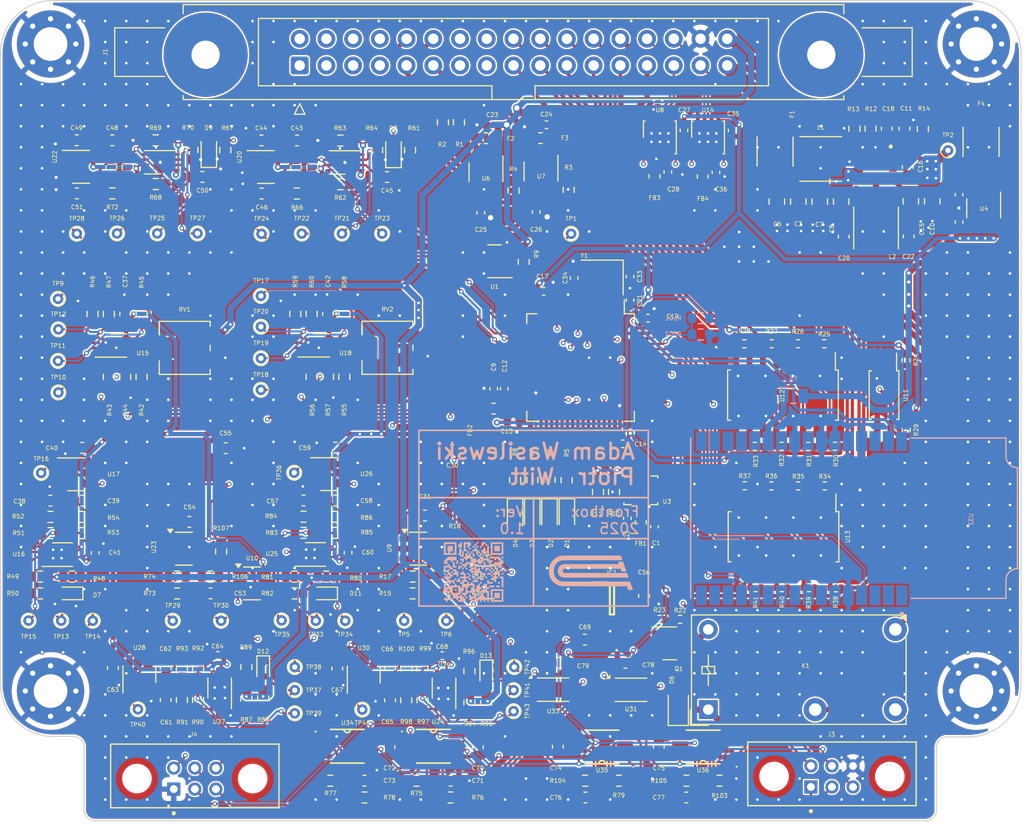
<source format=kicad_pcb>
(kicad_pcb (version 20240108) (generator "pcbnew") (generator_version "8.0")
  (title_block (title "Frontbox") (date "2023-04-19") (rev "${REVISION}") (company "Author: Szymon Kostrubiec") (comment 1 "Reviewer:"))
  (layers (0 "F.Cu" signal) (1 "In1.Cu" signal) (2 "In2.Cu" signal) (31 "B.Cu" signal) (34 "B.Paste" user) (35 "F.Paste" user) (36 "B.SilkS" user "B.Silkscreen") (37 "F.SilkS" user "F.Silkscreen") (38 "B.Mask" user) (39 "F.Mask" user) (44 "Edge.Cuts" user))
  (property "REVISION" "0.1.0")
  (net 0 "")
  (net 1 "/NRST")
  (net 2 "GND")
  (net 3 "+3.3V")
  (net 4 "+5V")
  (net 5 "+3.3VA")
  (net 6 "/HSE_IN")
  (net 7 "/HSE_OUT")
  (net 8 "/Power section/+24V_FUSED")
  (net 9 "Net-(U5-VCC)")
  (net 10 "/Power section/VIN")
  (net 11 "Net-(U5-CBOOT)")
  (net 12 "Net-(D1-K)")
  (net 13 "Net-(D2-K)")
  (net 14 "Net-(D3-K)")
  (net 15 "Net-(D4-K)")
  (net 16 "Net-(C18-Pad1)")
  (net 17 "+24V")
  (net 18 "/INERTIA")
  (net 19 "/EBS_SAFETY")
  (net 20 "/KILL_PRAWY")
  (net 21 "/OVERTRAVEL")
  (net 22 "/STEERING_POSITION_2_OUT")
  (net 23 "/KILL_LEWY")
  (net 24 "Net-(U9--)")
  (net 25 "/BSPD_SENSE")
  (net 26 "/KILL_KIERA")
  (net 27 "/SUSP_R_OUT")
  (net 28 "/SAFE-IN")
  (net 29 "/SAFE-OUT")
  (net 30 "Net-(U14-VDD)")
  (net 31 "/DAC1_REF")
  (net 32 "/SWCLK")
  (net 33 "/SWDIO")
  (net 34 "/DAC2_REF")
  (net 35 "Net-(Q1-G)")
  (net 36 "/DEBUG_LED1")
  (net 37 "/DEBUG_LED2")
  (net 38 "/DEBUG_LED3")
  (net 39 "/DEBUG_LED4")
  (net 40 "/Safety_control")
  (net 41 "Net-(U17-+)")
  (net 42 "Net-(C39-Pad1)")
  (net 43 "Net-(U20-+)")
  (net 44 "Net-(U22-+)")
  (net 45 "Net-(C52-Pad1)")
  (net 46 "Net-(U28-+)")
  (net 47 "Net-(C47-Pad1)")
  (net 48 "Net-(C62-Pad1)")
  (net 49 "/SUSP_L_OUT")
  (net 50 "Net-(U23--)")
  (net 51 "/STEERING_POSITION_OUT")
  (net 52 "/APPS_sig1")
  (net 53 "/GEARBOX_TEMP_1")
  (net 54 "/Sense_EBS")
  (net 55 "/APPS_sig2")
  (net 56 "/Sense_left")
  (net 57 "/Sense_right")
  (net 58 "/Sense_driver")
  (net 59 "/Sense_inertia")
  (net 60 "/Sense_BSPD")
  (net 61 "/Sense_overtravel")
  (net 62 "/Power section/FB")
  (net 63 "Net-(U30-+)")
  (net 64 "/CAN1_TX")
  (net 65 "/CAN1_RX")
  (net 66 "/CAN1+")
  (net 67 "/VREF")
  (net 68 "Net-(C66-Pad1)")
  (net 69 "/GEARBOX_TEMP_2")
  (net 70 "Net-(D6-A)")
  (net 71 "/PT100_1")
  (net 72 "/PT100_2")
  (net 77 "Net-(U6-EN)")
  (net 78 "Net-(U7-EN)")
  (net 79 "/SUSPENSION_POT2_IN")
  (net 81 "/APPS2_3V3")
  (net 82 "/APPS1_3V3")
  (net 83 "Net-(U3-VDD)")
  (net 84 "Net-(U8-VDD)")
  (net 85 "Net-(U32A-5V_OPT)")
  (net 86 "Net-(U2-PB8)")
  (net 87 "Net-(C58-Pad1)")
  (net 88 "/SUSPENSION_POT1_IN")
  (net 89 "/STEERING_POSITION_2_IN")
  (net 90 "/STEERING_POSITION_IN")
  (net 92 "Net-(U9-+)")
  (net 93 "/Safety sense/SLW_A")
  (net 94 "Net-(R26-Pad2)")
  (net 95 "Net-(R27-Pad2)")
  (net 96 "Net-(R28-Pad2)")
  (net 97 "Net-(R34-Pad2)")
  (net 98 "Net-(R35-Pad2)")
  (net 99 "Net-(R36-Pad2)")
  (net 100 "Net-(R37-Pad2)")
  (net 101 "Net-(R42-Pad2)")
  (net 102 "Net-(U15B--)")
  (net 103 "Net-(U15B-+)")
  (net 104 "Net-(U15A-+)")
  (net 105 "Net-(U15A--)")
  (net 106 "/Suspension Potentiometer (Left)/IN+")
  (net 107 "/BRAKE_PRESSURE1_IN")
  (net 108 "/BRAKE_PRESSURE_FRONT_OUT")
  (net 109 "Net-(R51-Pad2)")
  (net 110 "Net-(R55-Pad2)")
  (net 111 "/BRAKE_PRESSURE2_IN")
  (net 112 "/BRAKE_PRESSURE_REAR_OUT")
  (net 113 "/CAN1-")
  (net 114 "/CAN2-")
  (net 115 "/CAN2+")
  (net 116 "Net-(U18B--)")
  (net 117 "/CAN2_TX")
  (net 118 "/CAN2_RX")
  (net 119 "Net-(U18B-+)")
  (net 120 "Net-(U18A-+)")
  (net 121 "Net-(U26-+)")
  (net 122 "Net-(U18A--)")
  (net 123 "Net-(U16-FG)")
  (net 124 "Net-(R25-Pad2)")
  (net 125 "/Suspension Potentiometer (Right)/IN+")
  (net 126 "Net-(U25-FG)")
  (net 127 "Net-(U19-EN)")
  (net 128 "Net-(R63-Pad2)")
  (net 129 "Net-(U19-FG)")
  (net 130 "/APPS_POT_2")
  (net 131 "/APPS_POT_1")
  (net 132 "/APPS1_SHIFTED_3V3")
  (net 133 "/APPS2_SHIFTED_3V3")
  (net 134 "/APPS2_SHIFTED_GND")
  (net 135 "/APPS1_SHIFTED_GND")
  (net 136 "/RIGHT_WHEEL_SC")
  (net 137 "/LEFT_WHEEL_SC")
  (net 138 "Net-(U21-EN)")
  (net 139 "Net-(R69-Pad2)")
  (net 140 "Net-(U21-FG)")
  (net 141 "/UART_RX")
  (net 142 "/UART_TX")
  (net 143 "/Sense_Right_Wheel")
  (net 145 "/IMU_SDA")
  (net 146 "Net-(R83-Pad2)")
  (net 147 "/Gearbox_Temp_sensor_1/IN+")
  (net 148 "Net-(U27-FG)")
  (net 149 "Net-(R90-Pad2)")
  (net 150 "/Gearbox_Temp_sensor_2/IN+")
  (net 151 "Net-(U29-FG)")
  (net 152 "Net-(R97-Pad2)")
  (net 154 "/IMU_SCL")
  (net 156 "/Sense_Left_Wheel")
  (net 161 "/Tensometers/1,8V")
  (net 162 "+12V")
  (net 163 "Net-(U24-VOUT)")
  (net 194 "Net-(U23-+)")
  (net 195 "Net-(U34-VOUT)")
  (net 196 "Net-(U35-VOUT)")
  (net 197 "Net-(U36-VOUT)")
  (net 198 "/Tensometers/OUT2-")
  (net 199 "/Tensometers/OUT1-")
  (net 200 "/Tensometers/OUT3-")
  (net 201 "/Tensometers/OUT2+")
  (net 202 "/Tensometers/OUT4+")
  (net 203 "/Tensometers/OUT1+")
  (net 204 "/Tensometers/OUT3+")
  (net 205 "/Tensometers/OUT4-")
  (net 206 "Net-(U24-RG_2)")
  (net 207 "Net-(U24-RG)")
  (net 208 "Net-(U33A-+)")
  (net 209 "Net-(U34-RG_2)")
  (net 210 "Net-(U34-RG)")
  (net 211 "Net-(U33B-+)")
  (net 212 "Net-(U35-RG_2)")
  (net 213 "Net-(U35-RG)")
  (net 214 "Net-(U36-RG_2)")
  (net 215 "Net-(U36-RG)")
  (net 216 "Net-(U31A-+)")
  (net 217 "Net-(U31B-+)")
  (net 218 "/Tensometer 2")
  (net 219 "/Tensometer 1")
  (net 220 "/Tensometer 3")
  (net 221 "/Tensometer 4")
  (net 222 "Net-(U37--)")
  (net 223 "Net-(U10--)")
  (net 224 "/Power section/SW_5V")
  (net 225 "/Power section/LF_5V")
  (footprint "Resistor_SMD:R_0603_1608Metric" (layer "F.Cu") (at 168.267 114.3075 180)
    (property "Reference" "R86")
    (property "Value" "3k3")
  )
  (footprint "Resistor_SMD:R_0603_1608Metric" (layer "F.Cu") (at 201.625 139.4 180)
    (property "Reference" "R105")
    (property "Value" "330")
  )
  (footprint "Resistor_SMD:R_0402_1005Metric" (layer "F.Cu") (at 210.677 107.6215 180)
    (property "Reference" "R32")
    (property "Value" "10k")
  )
  (footprint "Resistor_SMD:R_0603_1608Metric_Pad0.98x0.95mm_HandSolder" (layer "F.Cu") (at 185.342 110.8165 90)
    (property "Reference" "R8")
    (property "Value" "100R")
  )
  (footprint "Diode_SMD:D_SOD-523" (layer "F.Cu") (at 167.2 121.6 180)
    (property "Reference" "D11")
    (property "Value" "5V")
  )
  (footprint "Resistor_SMD:R_0603_1608Metric" (layer "F.Cu") (at 192 139.4 180)
    (property "Reference" "R104")
    (property "Value" "330")
  )
  (footprint "Resistor_SMD:R_0603_1608Metric_Pad0.98x0.95mm_HandSolder" (layer "F.Cu") (at 168.732 78.5565 180)
    (property "Reference" "R63")
    (property "Value" "4k7")
  )
  (footprint "Resistor_SMD:R_0603_1608Metric_Pad0.98x0.95mm_HandSolder" (layer "F.Cu") (at 194.7445 111.954 90)
    (property "Reference" "R10")
    (property "Value" "10k")
  )
  (footprint "TestPoint:TestPoint_THTPad_D1.0mm_Drill0.5mm" (layer "F.Cu") (at 161.182 99.2515)
    (property "Reference" "TP19")
    (property "Value" "BR_MID")
  )
  (footprint "Resistor_SMD:R_0603_1608Metric_Pad0.98x0.95mm_HandSolder" (layer "F.Cu") (at 151.17775 82.68975 180)
    (property "Reference" "R68")
    (property "Value" "0R")
  )
  (footprint "Package_TO_SOT_SMD:SOT-23-5" (layer "F.Cu") (at 153.8625 117.35)
    (property "Reference" "U23")
    (property "Value" "MCP6001-OT")
  )
  (footprint "Resistor_SMD:R_0603_1608Metric" (layer "F.Cu") (at 178.775 120)
    (property "Reference" "R16")
    (property "Value" "20k")
  )
  (footprint "Resistor_SMD:R_0603_1608Metric" (layer "F.Cu") (at 181 129 90)
    (property "Reference" "R96")
    (property "Value" "5k")
  )
  (footprint "Package_DFN_QFN:DFN-8-1EP_3x2mm_P0.5mm_EP1.7x1.4mm" (layer "F.Cu") (at 146.917 98.0315)
    (property "Reference" "U15")
    (property "Value" "MCP6002-xMC")
  )
  (footprint "Capacitor_SMD:C_0603_1608Metric" (layer "F.Cu") (at 144.211999 112.7875)
    (property "Reference" "C39")
    (property "Value" "100n")
  )
  (footprint "Resistor_SMD:R_0603_1608Metric_Pad0.98x0.95mm_HandSolder" (layer "F.Cu") (at 146.727 101.024 -90)
    (property "Reference" "R43")
    (property "Value" "0R")
  )
  (footprint "Resistor_SMD:R_0603_1608Metric" (layer "F.Cu") (at 217.592 77.4315 90)
    (property "Reference" "R13")
    (property "Value" "24k9")
  )
  (footprint "Resistor_SMD:R_0603_1608Metric_Pad0.98x0.95mm_HandSolder" (layer "F.Cu") (at 172.222 79.469 90)
    (property "Reference" "R64")
    (property "Value" "1k")
  )
  (footprint "Capacitor_SMD:C_0805_2012Metric" (layer "F.Cu") (at 214.302 84.3615 -90)
    (property "Reference" "C7")
    (property "Value" "4u7")
  )
  (footprint "Capacitor_SMD:C_0603_1608Metric" (layer "F.Cu") (at 152.132 131.7415 -90)
    (property "Reference" "C61")
    (property "Value" "100n")
  )
  (footprint "MountingHole:MountingHole_3.2mm_M3_Pad_Via" (layer "F.Cu") (at 229.187 130.8815 90)
    (property "Reference" "H2" (hide yes))
    (property "Value" "MountingHole_Pad")
  )
  (footprint "Resistor_SMD:R_0603_1608Metric" (layer "F.Cu") (at 165.227 114.3075 180)
    (property "Reference" "R84")
    (property "Value" "TBD")
  )
  (footprint "Package_DFN_QFN:DFN-8-1EP_3x2mm_P0.5mm_EP1.7x1.4mm" (layer "F.Cu") (at 166.192 98.0215)
    (property "Reference" "U18")
    (property "Value" "MCP6002-xMC")
  )
  (footprint "Package_TO_SOT_SMD:SOT-23-5" (layer "F.Cu") (at 160.3375 120.65)
    (property "Reference" "U10")
    (property "Value" "MCP6001-OT")
  )
  (footprint "Capacitor_SMD:C_0603_1608Metric_Pad1.08x0.95mm_HandSolder" (layer "F.Cu") (at 146.969 81.096 90)
    (property "Reference" "C52" (hide yes))
    (property "Value" "100n")
  )
  (footprint "Capacitor_SMD:C_0603_1608Metric" (layer "F.Cu") (at 179.375 108 180)
    (property "Reference" "C30")
    (property "Value" "100n")
  )
  (footprint "Resistor_SMD:R_0603_1608Metric" (layer "F.Cu") (at 176.538 131.7635 90)
    (property "Reference" "R97")
    (property "Value" "TBD")
  )
  (footprint "Capacitor_SMD:C_0603_1608Metric" (layer "F.Cu") (at 171.025 139.4)
    (property "Reference" "C73")
    (property "Value" "1u")
  )
  (footprint "Snapeda:AD8226BRMZ-R7_SOP65P490X110-8N" (layer "F.Cu") (at 193.6 136.2 180)
    (property "Reference" "U35")
    (property "Value" "AD8226BRMZ-R7")
  )
  (footprint "Diode_SMD:D_0603_1608Metric_Pad1.05x0.95mm_HandSolder" (layer "F.Cu") (at 156.2315 79.45225 90)
    (property "Reference" "D9")
    (property "Value" "24V")
  )
  (footprint "Samacsys:TDFN-8-1EP_3x2mm_P0.5mm_EP1.70x1.65mm" (layer "F.Cu") (at 165.872 117.8975)
    (property "Reference" "U25")
    (property "Value" "MCP6N11-005")
  )
  (footprint "Diode_SMD:D_SOD-523" (layer "F.Cu") (at 143 121.6 180)
    (property "Reference" "D7")
    (property "Value" "5V")
  )
  (footprint "Resistor_SMD:R_0603_1608Metric" (layer "F.Cu") (at 140.2 121.6)
    (property "Reference" "R50")
    (property "Value" "5k")
  )
  (footprint "Resistor_SMD:R_0603_1608Metric" (layer "F.Cu") (at 141.177 114.3275 180)
    (property "Reference" "R52")
    (property "Value" "TBD")
  )
  (footprint "Resistor_SMD:R_0402_1005Metric" (layer "F.Cu") (at 207.132 97.8665)
    (property "Reference" "R28")
    (property "Value" "2k")
  )
  (footprint "Resistor_SMD:R_0603_1608Metric" (layer "F.Cu") (at 164.375 121.6)
    (property "Reference" "R82")
    (property "Value" "5k")
  )
  (footprint "Capacitor_SMD:C_0603_1608Metric" (layer "F.Cu") (at 222.752 87.6715 90)
    (property "Reference" "C22")
    (property "Value" "22u")
  )
  (footprint "Resistor_SMD:R_0402_1005Metric" (layer "F.Cu") (at 214.787 111.3815)
    (property "Reference" "R34")
    (property "Value" "2k")
  )
  (footprint "Resistor_SMD:R_0603_1608Metric_Pad0.98x0.95mm_HandSolder" (layer "F.Cu") (at 157.8015 79.45975 -90)
    (property "Reference" "R67")
    (property "Value" "100k")
  )
  (footprint "Package_QFP:LQFP-64_10x10mm_P0.5mm" (layer "F.Cu") (at 191.562 100.1315 -90)
    (property "Reference" "U2" (hide yes))
    (property "Value" "STM32G473RCTx")
  )
  (footprint "Capacitor_SMD:C_0402_1005Metric_Pad0.74x0.62mm_HandSolder" (layer "F.Cu") (at 182.085 85.417 -90)
    (property "Reference" "C25")
    (property "Value" "1uF")
  )
  (footprint "Resistor_SMD:R_0603_1608Metric_Pad0.98x0.95mm_HandSolder" (layer "F.Cu") (at 154.66775 79.45225 90)
    (property "Reference" "R70")
    (property "Value" "1k")
  )
  (footprint "Capacitor_SMD:C_0603_1608Metric" (layer "F.Cu") (at 157.825 107.8)
    (property "Reference" "C55")
    (property "Value" "100n")
  )
  (footprint "TestPoint:TestPoint_THTPad_D1.0mm_Drill0.5mm" (layer "F.Cu") (at 178.8 124.2)
    (property "Reference" "TP6")
    (property "Value" "TestPoint_Small")
  )
  (footprint "Capacitor_SMD:C_0603_1608Metric_Pad1.08x0.95mm_HandSolder" (layer "F.Cu") (at 161.232 78.5415 180)
    (property "Reference" "C44")
    (property "Value" "100n")
  )
  (footprint "Capacitor_SMD:C_0603_1608Metric" (layer "F.Cu") (at 189.625 128.2 180)
    (property "Reference" "C79")
    (property "Value" "100n")
  )
  (footprint "TestPoint:TestPoint_THTPad_D1.0mm_Drill0.5mm" (layer "F.Cu") (at 142.2 124.1875 -90)
    (property "Reference" "TP13")
    (property "Value" "TestPoint_Small")
  )
  (footprint "Capacitor_SMD:C_0603_1608Metric" (layer "F.Cu") (at 173.458 131.7685 -90)
    (property "Reference" "C65")
    (property "Value" "100n")
  )
  (footprint "Resistor_SMD:R_0603_1608Metric_Pad0.98x0.95mm_HandSolder" (layer "F.Cu") (at 166.002 95.0315 90)
    (property "Reference" "R60")
    (property "Value" "0R")
  )
  (footprint "TestPoint:TestPoint_THTPad_D1.0mm_Drill0.5mm" (layer "F.Cu") (at 170.818 132.6435 180)
    (property "Reference" "TP44")
    (property "Value" "TestPoint_Small")
  )
  (footprint "Resistor_SMD:R_0603_1608Metric_Pad0.98x0.95mm_HandSolder" (layer "F.Cu") (at 190.242 110.8365 90)
    (property "Reference" "R5")
    (property "Value" "100R")
  )
  (footprint "Resistor_SMD:R_0603_1608Metric_Pad0.98x0.95mm_HandSolder" (layer "F.Cu") (at 151.17775 78.53975 180)
    (property "Reference" "R69")
    (property "Value" "4k7")
  )
  (footprint "Package_LGA:LGA-14_3x2.5mm_P0.5mm_LayoutBorder3x4y" (layer "F.Cu") (at 197.2945 111.8015)
    (property "Reference" "U3")
    (property "Value" "IMS330DHCX")
  )
  (footprint "Resistor_SMD:R_0402_1005Metric" (layer "F.Cu") (at 207.177 111.3715)
    (property "Reference" "R37")
    (property "Value" "2k")
  )
  (footprint "Package_DFN_QFN:TDFN-8-1EP_3x2mm_P0.5mm_EP1.3x1.4mm" (layer "F.Cu") (at 151.62275 80.61975 180)
    (property "Reference" "U21" (hide yes))
    (property "Value" "MCP6N11-005")
  )
  (footprint "Capacitor_SMD:C_0402_1005Metric_Pad0.74x0.62mm_HandSolder" (layer "F.Cu") (at 183.149 77.0645 180)
    (property "Reference" "C23")
    (property "Value" "1uF")
  )
  (footprint "Package_TO_SOT_SMD:SOT-23-5" (layer "F.Cu") (at 176.1375 117.35)
    (property "Reference" "U9")
    (property "Value" "MCP6001-OT")
  )
  (footprint "TestPoint:TestPoint_THTPad_D1.0mm_Drill0.5mm" (layer "F.Cu") (at 168.88625 87.40025)
    (property "Reference" "TP21")
    (property "Value" "APPS_P")
  )
  (footprint "Capacitor_SMD:C_0603_1608Metric" (layer "F.Cu") (at 199 136.175 90)
    (property "Reference" "C75")
    (property "Value" "100n")
  )
  (footprint "Capacitor_SMD:C_0603_1608Metric" (layer "F.Cu") (at 144.201999 107.7675 180)
    (property "Reference" "C40")
    (property "Value" "100n")
  )
  (footprint "Capacitor_SMD:C_0603_1608Metric" (layer "F.Cu") (at 152.132 128.701501 90)
    (property "Reference" "C62")
    (property "Value" "100n")
  )
  (footprint "Capacitor_SMD:C_0402_1005Metric_Pad0.74x0.62mm_HandSolder" (layer "F.Cu") (at 145.422 117.7475 90)
    (property "Reference" "C41")
    (property "Value" "100n")
  )
  (footprint "Capacitor_SMD:C_0402_1005Metric_Pad0.74x0.62mm_HandSolder" (layer "F.Cu") (at 187.345 85.337 -90)
    (property "Reference" "C26")
    (property "Value" "1uF")
  )
  (footprint "TestPoint:TestPoint_THTPad_D1.0mm_Drill0.5mm" (layer "F.Cu") (at 147.51 87.3835)
    (property "Reference" "TP26")
    (property "Value" "APPS_N")
  )
  (footprint "Package_DFN_QFN:TDFN-8-1EP_3x2mm_P0.5mm_EP1.3x1.4mm" (layer "F.Cu") (at 169.177 80.6365 180)
    (property "Reference" "U19" (hide yes))
    (property "Value" "MCP6N11-005")
  )
  (footprint "MountingHole:MountingHole_3.2mm_M3_Pad_Via" (layer "F.Cu") (at 229.187 69.3815 90)
    (property "Reference" "H4" (hide yes))
    (property "Value" "MountingHole_Pad")
  )
  (footprint "Resistor_SMD:R_0603_1608Metric" (layer "F.Cu") (at 165.227 115.8475)
    (property "Reference" "R83")
    (property "Value" "TBD")
  )
  (footprint "Resistor_SMD:R_0603_1608Metric" (layer "F.Cu") (at 219.132 77.4215 -90)
    (property "Reference" "R12")
    (property "Value" "100k")
  )
  (footprint "Capacitor_SMD:C_0402_1005Metric_Pad0.74x0.62mm_HandSolder" (layer "F.Cu") (at 188.052 92.8915)
    (property "Reference" "C17")
    (property "Value" "100nF")
  )
  (footprint "Capacitor_SMD:C_0805_2012Metric" (layer "F.Cu") (at 216.342 84.3615 -90)
    (property "Reference" "C8")
    (property "Value" "4u7")
  )
  (footprint "Samacsys:SOT95P270X145-6N" (layer "F.Cu") (at 194.55 122.15)
    (property "Reference" "IC1")
    (property "Value" "MCP1501T-18E_CHY" (hide yes))
  )
  (footprint "Resistor_SMD:R_0603_1608Metric" (layer "F.Cu") (at 143.225 120)
    (property "Reference" "R48")
    (property "Value" "50k")
  )
  (footprint "Resistor_SMD:R_0402_1005Metric" (layer "F.Cu") (at 222.512 106.069 -90)
    (property "Reference" "R29")
    (property "Value" "10k")
  )
  (footprint "Capacitor_SMD:C_0603_1608Metric" (layer "F.Cu") (at 168.251999 107.7475 180)
    (property "Reference" "C59")
    (property "Value" "100n")
  )
  (footprint "Capacitor_SMD:C_0603_1608Metric" (layer "F.Cu") (at 178.825 121.6)
    (property "Reference" "C29")
    (property "Value" "10n")
  )
  (footprint "Resistor_SMD:R_0603_1608Metric_Pad0.98x0.95mm_HandSolder" (layer "F.Cu") (at 145.177 95.0415 90)
    (property "Reference" "R46")
    (property "Value" "3k3")
  )
  (footprint "Resistor_SMD:R_0402_1005Metric" (layer "F.Cu") (at 212.222 97.8665)
    (property "Reference" "R26")
    (property "Value" "2k")
  )
  (footprint "Resistor_SMD:R_0603_1608Metric_Pad0.98x0.95mm_HandSolder" (layer "F.Cu") (at 188.622 110.8165 90)
    (property "Reference" "R6")
    (property "Value" "100R")
  )
  (footprint "Resistor_SMD:R_0603_1608Metric" (layer "F.Cu") (at 176.538 128.7235 90)
    (property "Reference" "R99")
    (property "Value" "3k3")
  )
  (footprint "Package_TO_SOT_SMD:SOT-23-5" (layer "F.Cu") (at 170.953 129.303502 90)
    (property "Reference" "U30")
    (property "Value" "MCP6001")
  )
  (footprint "Package_TO_SOT_SMD:SOT-23-5" (layer "F.Cu") (at 143.636999 110.2825)
    (property "Reference" "U17")
    (property "Value" "MCP6001")
  )
  (footprint "Resistor_SMD:R_0402_1005Metric" (layer "F.Cu") (at 215.747 107.6115 180)
    (property "Reference" "R30")
    (property "Value" "10k")
  )
  (footprint "Package_TO_SOT_SMD:SOT-23-5_HandSoldering" (layer "F.Cu") (at 229.882 85.0015 -90)
    (property "Reference" "U4")
    (property "Value" "TLV743P")
  )
  (footprint "Inductor_SMD:L_0603_1608Metric" (layer "F.Cu") (at 198.592 81.954 90)
    (property "Reference" "FB3")
    (property "Value" "60R@100MHz")
  )
  (footprint "Crystal:Crystal_SMD_Abracon_ABM8G-4Pin_3.2x2.5mm" (layer "F.Cu") (at 193.612 91.5715 180)
    (property "Reference" "Y1")
    (property "Value" "ABM8G-48.000MHZ")
  )
  (footprint "Capacitor_SMD:C_0603_1608Metric" (layer "F.Cu") (at 220.672 77.4265 -90)
    (property "Reference" "C18")
    (property "Value" "22p")
  )
  (footprint "Resistor_SMD:R_0603_1608Metric_Pad0.98x0.95mm_HandSolder" (layer "F.Cu") (at 185.195 83.3065 90)
    (property "Reference" "R4")
    (property "Value" "220R")
  )
  (footprint "Package_TO_SOT_SMD:SOT-23-5_HandSoldering" (layer "F.Cu") (at 182.575 81.5665 -90)
    (property "Reference" "U6")
    (property "Value" "TLV743P")
  )
  (footprint "Resistor_SMD:R_0603_1608Metric" (layer "F.Cu") (at 179.2 141)
    (property "Reference" "R76")
    (property "Value" "330")
  )
  (footprint "Fuse:Fuse_1812_4532Metric" (layer "F.Cu") (at 229.632 78.6815 90)
    (property "Reference" "F4")
    (property "Value" "1.5A")
  )
  (footprint "Capacitor_SMD:C_0402_1005Metric_Pad0.74x0.62mm_HandSolder" (layer "F.Cu") (at 185.16825 105.31525)
    (property "Reference" "C13")
    (property "Value" "100nF")
  )
  (footprint "Resistor_SMD:R_0603_1608Metric" (layer "F.Cu") (at 168.267 115.8475)
    (property "Reference" "R85")
    (property "Value" "3k3")
  )
  (footprint "Package_SO:SOIC-16_4.55x10.3mm_P1.27mm" (layer "F.Cu") (at 210.857 116.2165 -90)
    (property "Reference" "U13")
    (property "Value" "TLP291-4")
  )
  (footprint "Resistor_SMD:R_0402_1005Metric" (layer "F.Cu") (at 212.257 111.3815)
    (property "Reference" "R35")
    (property "Value" "2k")
  )
  (footprint "Resistor_SMD:R_0603_1608Metric" (layer "F.Cu") (at 182.6 132 -90)
    (property "Reference" "R95")
    (property "Value" "50k")
  )
  (footprint "Capacitor_SMD:C_0402_1005Metric_Pad0.74x0.62mm_HandSolder" (layer "F.Cu") (at 227.542 83.7015 -90)
    (property "Reference" "C4" (hide yes))
    (property "Value" "1uF")
  )
  (footprint "Resistor_SMD:R_0402_1005Metric" (layer "F.Cu") (at 209.707 111.3815)
    (property "Reference" "R36")
    (property "Value" "2k")
  )
  (footprint "Capacitor_SMD:C_0402_1005Metric_Pad0.74x0.62mm_HandSolder" (layer "F.Cu") (at 183.30825 102.14525 90)
    (property "Reference" "C9")
    (property "Value" "1uF")
  )
  (footprint "Snapeda:AD8226BRMZ-R7_SOP65P490X110-8N" (layer "F.Cu") (at 169.3844 136.1302)
    (property "Reference" "U34")
    (property "Value" "AD8226BRMZ-R7")
  )
  (footprint "TestPoint:TestPoint_THTPad_D1.0mm_Drill0.5mm" (layer "F.Cu") (at 164.4 133)
    (property "Reference" "TP39")
    (property "Value" "TestPoint_Small")
  )
  (footprint "Resistor_SMD:R_0603_1608Metric_Pad0.98x0.95mm_HandSolder" (layer "F.Cu") (at 193.2245 111.954 90)
    (property "Reference" "R11")
    (property "Value" "10k")
  )
  (footprint "Capacitor_SMD:C_0603_1608Metric" (layer "F.Cu") (at 195.825 128.2 180)
    (property "Reference" "C78")
    (property "Value" "100n")
  )
  (footprint "Capacitor_SMD:C_0603_1608Metric" (layer "F.Cu") (at 147.112 128.711501 -90)
    (property "Reference" "C63")
    (property "Value" "100n")
  )
  (footprint "TestPoint:TestPoint_THTPad_D1.0mm_Drill0.5mm" (layer "F.Cu") (at 166.4 124.2 -90)
    (property "Reference" "TP33")
    (property "Value" "TestPoint_Small")
  )
  (footprint "Capacitor_SMD:C_0603_1608Metric" (layer "F.Cu") (at 201.625 141 180)
    (property "Reference" "C77")
    (property "Value" "1u")
  )
  (footprint "Capacitor_SMD:C_0603_1608Metric_Pad1.08x0.95mm_HandSolder" (layer "F.Cu") (at 164.612 78.5465)
    (property "Reference" "C43")
    (property "Value" "100n")
  )
  (footprint "Samacsys:TDFN-8-1EP_3x2mm_P0.5mm_EP1.70x1.65mm" (layer "F.Cu") (at 178.588 131.1185 90)
    (property "Reference" "U29")
    (property "Value" "MCP6N11-005")
  )
  (footprint "Capacitor_SMD:C_0603_1608Metric" (layer "F.Cu") (at 168.438 128.738502 -90)
    (property "Reference" "C67")
    (property "Value" "100n")
  )
  (footprint "TestPoint:TestPoint_THTPad_D1.0mm_Drill0.5mm" (layer "F.Cu") (at 169.2 124.2 -90)
    (property "Reference" "TP34")
    (property "Value" "TestPoint_Small")
  )
  (footprint "Inductor_SMD:L_Abracon_ASPI-4030S" (layer "F.Cu") (at 214.392 80.3015)
    (property "Reference" "L1")
    (property "Value" "1u5")
  )
  (footprint "Resistor_SMD:R_0603_1608Metric" (layer "F.Cu") (at 141.177 115.8675)
    (property "Reference" "R51")
    (property "Value" "TBD")
  )
  (footprint "Package_DFN_QFN:DFN-8-1EP_3x2mm_P0.5mm_EP1.75x1.45mm" (layer "F.Cu") (at 196.3625 130.7625)
    (property "Reference" "U31")
    (property "Value" "MCP6002-xMC")
  )
  (footprint "Resistor_SMD:R_0603_1608Metric" (layer "F.Cu") (at 161.4 131.575 -90)
    (property "Reference" "R88")
    (property "Value" "50k")
  )
  (footprint "Resistor_SMD:R_0402_1005Metric" (layer "F.Cu") (at 214.722 97.8665)
    (property "Reference" "R25")
    (property "Value" "2k")
  )
  (footprint "TestPoint:TestPoint_THTPad_D1.0mm_Drill0.5mm" (layer "F.Cu") (at 143.68775 87.40975)
    (property "Reference" "TP28")
    (property "Value" "APPS_OUT")
  )
  (footprint "Capacitor_SMD:C_0402_1005Metric_Pad0.74x0.62mm_HandSolder" (layer "F.Cu") (at 227.542 86.3015 90)
    (property "Reference" "C6" (hide yes))
    (property "Value" "1uF")
  )
  (footprint "Resistor_SMD:R_0402_1005Metric" (layer "F.Cu") (at 213.217 107.6315 180)
    (property "Reference" "R31")
    (property "Value" "10k")
  )
  (footprint "Resistor_SMD:R_0402_1005Metric" (layer "F.Cu") (at 199.077 124.0665 180)
    (property "Reference" "R23")
    (property "Value" "10k")
  )
  (footprint "TestPoint:TestPoint_THTPad_D1.0mm_Drill0.5mm" (layer "F.Cu") (at 174.8 124.2)
    (property "Reference" "TP5")
    (property "Value" "TestPoint_Small")
  )
  (footprint "Capacitor_SMD:C_0603_1608Metric_Pad1.08x0.95mm_HandSolder" (layer "F.Cu") (at 143.689 83.576 180)
    (property "Reference" "C51")
    (property "Value" "100n")
  )
  (footprint "Inductor_SMD:L_0603_1608Metric" (layer "F.Cu") (at 183.29825 104.03525 180)
    (property "Reference" "FB2")
    (property "Value" "1000Ω@100MHz")
  )
  (footprint "Snapeda:M80-5100622_HARWIN_M80-5100622" (layer "F.Cu") (at 215.46 139)
    (property "Reference" "J3")
    (property "Value" "M80-5100622")
  )
  (footprint "Relay_THT:Relay_SPDT_Finder_32.21-x000" (layer "F.Cu") (at 203.707 132.6465)
    (property "Reference" "K1")
    (property "Value" "FINDER-32.21-x000")
  )
  (footprint "TestPoint:TestPoint_THTPad_D1.0mm_Drill0.5mm" (layer "F.Cu") (at 185.258 128.6)
    (property "Reference" "TP42")
    (property "Value" "TestPoint_Small")
  )
  (footprint "Resistor_SMD:R_0603_1608Metric_Pad0.98x0.95mm_HandSolder" (layer "F.Cu") (at 146.727 95.0415 90)
    (property "Reference" "R47")
    (property "Value" "0R")
  )
  (footprint "TestPoint:TestPoint_THTPad_D1.0mm_Drill0.5mm" (layer "F.Cu") (at 163.147001 124.1675 -90)
    (property "Reference" "TP35")
    (property "Value" "TestPoint_Small")
  )
  (footprint "TestPoint:TestPoint_THTPad_D1.0mm_Drill0.5mm" (layer "F.Cu") (at 164.4 130.8)
    (property "Reference" "TP37")
    (property "Value" "TestPoint_Small")
  )
  (footprint "Resistor_SMD:R_0603_1608Metric" (layer "F.Cu") (at 164.375 120 180)
    (property "Reference" "R81")
    (property "Value" "50k")
  )
  (footprint "Capacitor_SMD:C_0805_2012Metric" (layer "F.Cu") (at 224.992 84.3315 -90)
    (property "Reference" "C10")
    (property "Value" "220n")
  )
  (footprint "Samacsys:TDFN-8-1EP_3x2mm_P0.5mm_EP1.70x1.65mm" (layer "F.Cu") (at 157.262 131.0915 90)
    (property "Reference" "U27")
    (property "Value" "MCP6N11-005")
  )
  (footprint "TestPoint:TestPoint_THTPad_D1.0mm_Drill0.5mm" (layer "F.Cu") (at 164.347 110.1275 90)
    (property "Reference" "TP36")
    (property "Value" "TestPoint_Small")
  )
  (footprint "Capacitor_SMD:C_0402_1005Metric_Pad0.74x0.62mm_HandSolder" (layer "F.Cu") (at 184.31825 102.14525 90)
    (property "Reference" "C12")
    (property "Value" "100nF")
  )
  (footprint "Resistor_SMD:R_0603_1608Metric_Pad0.98x0.95mm_HandSolder" (layer "F.Cu") (at 166.07325 81.11275 -90)
    (property "Reference" "R65" (hide yes))
    (property "Value" "4k7")
  )
  (footprint "Diode_SMD:D_0603_1608Metric_Pad1.05x0.95mm_HandSolder" (layer "F.Cu") (at 173.78575 79.469 90)
    (property "Reference" "D8")
    (property "Value" "24V")
  )
  (footprint "Resistor_SMD:R_0603_1608Metric" (layer "F.Cu") (at 171.025 141)
    (property "Reference" "R78")
    (property "Value" "330")
  )
  (footprint "TestPoint:TestPoint_THTPad_D1.0mm_Drill0.5mm" (layer "F.Cu") (at 141.897 99.5015)
    (property "Reference" "TP11")
    (property "Value" "BR_MID")
  )
  (footprint "Package_DFN_QFN:DFN-8-1EP_3x2mm_P0.5mm_EP1.75x1.45mm" (layer "F.Cu") (at 188.95 130.75)
    (property "Reference" "U33")
    (property "Value" "MCP6002-xMC")
  )
  (footprint "TestPoint:TestPoint_THTPad_D1.0mm_Drill0.5mm" (layer "F.Cu") (at 151.332 87.3835)
    (property "Reference" "TP25")
    (property "Value" "APPS_P")
  )
  (footprint "MountingHole:MountingHole_3.2mm_M3_Pad_Via" (layer "F.Cu") (at 141.187 130.8815 90)
    (property "Reference" "H1" (hide yes))
    (property "Value" "MountingHole_Pad")
  )
  (footprint "Resistor_SMD:R_0603_1608Metric" (layer "F.Cu") (at 153.225 121.6 180)
    (property "Reference" "R73")
    (property "Value" "20k")
  )
  (footprint "Capacitor_SMD:C_0805_2012Metric" (layer "F.Cu") (at 210.222 84.3615 -90)
    (property "Reference" "C5")
    (property "Value" "2u2")
  )
  (footprint "Diode_SMD:D_SOD-523" (layer "F.Cu") (at 161.4 128.8 -90)
    (property "Reference" "D12")
    (property "Value" "5V")
  )
  (footprint "Capacitor_SMD:C_0603_1608Metric_Pad1.08x0.95mm_HandSolder" (layer "F.Cu") (at 148.287 95.0415 90)
    (property "Reference" "C37")
    (property "Value" "100n")
  )
  (footprint "Resistor_SMD:R_0603_1608Metric" (layer "F.Cu") (at 153.672 131.7365 -90)
    (property "Reference" "R91")
    (property "Value" "TBD")
  )
  (footprint "Resistor_SMD:R_0603_1608Metric" (layer "F.Cu") (at 155.212 128.6965 90)
    (property "Reference" "R92")
    (property "Value" "3k3")
  )
  (footprint "Capacitor_SMD:C_0805_2012Metric" (layer "F.Cu") (at 212.262 84.3615 -90)
    (property "Reference" "C3")
    (property "Value" "2u2")
  )
  (footprint "Snapeda:M80-5100622_HARWIN_M80-5100622" (layer "F.Cu") (at 154.9 139.2)
    (property "Reference" "J4")
    (property "Value" "M80-5100622")
  )
  (footprint "Resistor_SMD:R_0402_1005Metric" (layer "F.Cu") (at 213.272 121.0565 180)
    (property "Reference" "R39")
    (property "Value" "10k")
  )
  (footprint "Capacitor_SMD:C_0402_1005Metric_Pad0.74x0.62mm_HandSolder" (layer "F.Cu") (at 204.432 81.5765 -90)
    (property "Reference" "C36")
    (property "Value" "100nF")
  )
  (footprint "Capacitor_SMD:C_0603_1608Metric" (layer "F.Cu") (at 191.975 126 180)
    (property "Reference" "C69")
    (property "Value" "1n")
  )
  (footprint "Connector_IDC:IDC-Header_2x17-1MP_P2.54mm_Latch6.5mm_Vertical" (layer "F.Cu") (at 164.867 71.4215 90)
    (property "Reference" "J1")
    (property "Value" "Conn_02x16_Counter_Clockwise")
  )
  (footprint "Capacitor_SMD:C_0603_1608Metric" (layer "F.Cu") (at 168.261999 112.7675)
    (property "Reference" "C58")
    (property "Value" "100n")
  )
  (footprint "Capacitor_SMD:C_0402_1005Metric_Pad0.74x0.62mm_HandSolder" (layer "F.Cu") (at 178.418 127.5185 180)
    (property "Reference" "C68")
    (property "Value" "100n")
  )
  (footprint "TestPoint:TestPoint_THTPad_D1.0mm_Drill0.5mm" (layer "F.Cu") (at 152.8 124.2)
    (property "Reference" "TP29")
    (property "Value" "TestPoint_Small")
  )
  (footprint "Capacitor_SMD:C_0603_1608Metric_Pad1.08x0.95mm_HandSolder" (layer "F.Cu") (at 155.61525 82.00725)
    (property "Reference" "C50")
    (property "Value" "10n")
  )
  (footprint "Capacitor_SMD:C_0603_1608Metric" (layer "F.Cu") (at 176.775 114.2 180)
    (property "Reference" "C31")
    (property "Value" "100n")
  )
  (footprint "Capacitor_SMD:C_0603_1608Metric" (layer "F.Cu") (at 173.4 136.225 -90)
    (property "Reference" "C72")
    (property "Value" "100n")
  )
  (footprint "Resistor_SMD:R_0402_1005Metric" (layer "F.Cu") (at 208.127 107.6315 180)
    (property "Reference" "R33")
    (property "Value" "10k")
  )
  (footprint "Package_TO_SOT_SMD:SOT-23-5" (layer "F.Cu") (at 161.65575 81.07275)
    (property "Reference" "U20")
    (property "Value" "MCP6001")
  )
  (footprint "Resistor_SMD:R_0603_1608Metric" (layer "F.Cu") (at 167.4 120)
    (property "Reference" "R80")
    (property "Value" "50k")
  )
  (footprint "Capacitor_SMD:C_0603_1608Metric" (layer "F.Cu") (at 216.582 87.6915 90)
    (property "Reference" "C20")
    (property "Value" "22u")
  )
  (footprint "Inductor_SMD:L_0603_1608Metric" (layer "F.Cu") (at 203.172 81.974 90)
    (property "Reference" "FB4")
    (property "Value" "60R@100MHz")
  )
  (footprint "Snapeda:AD8226BRMZ-R7_SOP65P490X110-8N" (layer "F.Cu") (at 203.2156 136.2 180)
    (property "Reference" "U36")
    (property "Value" "AD8226BRMZ-R7")
  )
  (footprint "TestPoint:TestPoint_THTPad_D1.0mm_Drill0.5mm" (layer "F.Cu") (at 185.2 130.8)
    (property "Reference" "TP41")
    (property "Value" "TestPoint_Small")
  )
  (footprint "Capacitor_SMD:C_0402_1005Metric_Pad0.74x0.62mm_HandSolder" (layer "F.Cu") (at 196.262 91.4815 -90)
    (property "Reference" "C33")
    (property "Value" "10pF")
  )
  (footprint "Capacitor_SMD:C_0603_1608Metric_Pad1.08x0.95mm_HandSolder" (layer "F.Cu") (at 173.1695 82.024)
    (property "Reference" "C45")
    (property "Value" "10n")
  )
  (footprint "Resistor_SMD:R_0603_1608Metric" (layer "F.Cu") (at 159.8 128.6 90)
    (property "Reference" "R89")
    (property "Value" "5k")
  )
  (footprint "Resistor_SMD:R_0603_1608Metric" (layer "F.Cu") (at 159.8 131.6 -90)
    (property "Reference" "R87")
    (property "Value" "50k")
  )
  (footprint "Resistor_SMD:R_0603_1608Metric" (layer "F.Cu") (at 153.672 128.6965 -90)
    (property "Reference" "R93")
    (property "Value" "3k3")
  )
  (footprint "TestPoint:TestPoint_THTPad_D1.0mm_Drill0.5mm" (layer "F.Cu") (at 161.182 102.2515)
    (property "Reference" "TP18")
    (property "Value" "BR_P")
  )
  (footprint "Capacitor_SMD:C_0603_1608Metric_Pad1.08x0.95mm_HandSolder" (layer "F.Cu") (at 167.562 95.0315 90)
    (property "Reference" "C42")
    (property "Value" "100n")
  )
  (footprint "TestPoint:TestPoint_THTPad_D1.0mm_Drill0.5mm" (layer "F.Cu") (at 164.4 128.6)
    (property "Reference" "TP38")
    (property "Value" "TestPoint_Small")
  )
  (footprint "Capacitor_SMD:C_0603_1608Metric" (layer "F.Cu") (at 141.172 112.7875 180)
    (property "Reference" "C38")
    (property "Value" "100n")
  )
  (footprint "Capacitor_SMD:C_0603_1608Metric" (layer "F.Cu") (at 197.6 121.825 -90)
    (property "Reference" "C56")
    (property "Value" "1u")
  )
  (footprint "TestPoint:TestPoint_THTPad_D1.0mm_Drill0.5mm" (layer "F.Cu") (at 172.70825 87.40025)
    (property "Reference" "TP23")
    (property "Value" "APPS_MID")
  )
  (footprint "Resistor_SMD:R_0603_1608Metric" (layer "F.Cu") (at 195.2 139.4 180)
    (property "Reference" "R79")
    (property "Value" "1k")
  )
  (footprint "Capacitor_SMD:C_0402_1005Metric_Pad0.74x0.62mm_HandSolder" (layer "F.Cu") (at 201.392 77.594 -90)
    (property "Reference" "C27")
    (property "Value" "100nF")
  )
  (footprint "Capacitor_SMD:C_0603_1608Metric" (layer "F.Cu") (at 165.222 112.7675 180)
    (property "Reference" "C57")
    (property "Value" "100n")
  )
  (footprint "TestPoint:TestPoint_THTPad_D1.0mm_Drill0.5mm" (layer "F.Cu") (at 139.097001 124.1875 -90)
    (property "Reference" "TP15")
    (property "Value" "TestPoint_Small")
  )
  (footprint "Capacitor_SMD:C_0603_1608Metric" (layer "F.Cu") (at 189.4 136.175 90)
    (property "Reference" "C74")
    (property "Value" "100n")
  )
  (footprint "Resistor_SMD:R_0603_1608Metric" (layer "F.Cu") (at 156.375 120)
    (property "Reference" "R106")
    (property "Value" "20k")
  )
  (footprint "TestPoint:TestPoint_THTPad_D1.0mm_Drill0.5mm" (layer "F.Cu") (at 161.242 87.4265)
    (property "Reference" "TP24")
    (property "Value" "APPS_OUT")
  )
  (footprint "Capacitor_SMD:C_0402_1005Metric_Pad0.74x0.62mm_HandSolder" (layer "F.Cu") (at 205.972 77.594 -90)
    (property "Reference" "C35")
    (property "Value" "100nF")
  )
  (footprint "Package_TO_SOT_SMD:SOT-23" (layer "F.Cu") (at 200.037 126.3465)
    (property "Reference" "Q1")
    (property "Value" "NX7002AK")
  )
  (footprint "Resistor_SMD:R_0603_1608Metric_Pad0.98x0.95mm_HandSolder" (layer "F.Cu") (at 147.059 83.576)
    (property "Reference" "R72")
    (property "Value" "4k7")
  )
  (footprint "Resistor_SMD:R_0402_1005Metric" (layer "F.Cu") (at 209.722 97.8665)
    (property "Reference" "R27")
    (property "Value" "2k")
  )
  (footprint "TestPoint:TestPoint_THTPad_D1.0mm_Drill0.5mm" (layer "F.Cu") (at 226.492 79.4915)
    (property "Reference" "TP2")
    (property "Value" "TestPoint_Small")
  )
  (footprint "Fuse:Fuse_0603_1608Metric_Pad1.05x0.95mm_HandSolder" (layer "F.Cu") (at 182.579 78.3345 180)
    (property "Reference" "F2")
    (property "Value" "300mA")
  )
  (footprint "TestPoint:TestPoint_THTPad_D1.0mm_Drill0.5mm" (layer "F.Cu") (at 165.06425 87.40025)
    (property "Reference" "TP22")
    (property "Value" "APPS_N")
  )
  (footprint "Resistor_SMD:R_0603_1608Metric" (layer "F.Cu") (at 167.775 139.4 180)
    (property "Reference" "R77")
    (property "Value" "1k" (hide yes))
  )
  (footprint "Resistor_SMD:R_0603_1608Metric_Pad0.98x0.95mm_HandSolder" (layer "F.Cu") (at 148.519 81.096 -90)
    (property "Reference" "R71" (hide yes))
    (property "Value" "4k7")
  )
  (footprint "Capacitor_SMD:C_0402_1005Metric_Pad0.74x0.62mm_HandSolder" (layer "F.Cu") (at 199.862 81.5565 -90)
    (property "Reference" "C28")
    (property "Value" "100nF")
  )
  (footprint "Capacitor_SMD:C_0402_1005Metric_Pad0.74x0.62mm_HandSolder" (layer "F.Cu") (at 197.97 95.439)
    (property "Reference" "C19")
    (property "Value" "100nF")
  )
  (footprint "TestPoint:TestPoint_THTPad_D1.0mm_Drill0.5mm" (layer "F.Cu") (at 155.154 87.3835)
    (property "Reference" "TP27")
    (property "Value" "APPS_MID")
  )
  (footprint "Package_TO_SOT_SMD:SOT-23-5" (layer "F.Cu") (at 149.627 129.276501 90)
    (property "Reference" "U28")
    (property "Value" "MCP6001")
  )
  (footprint "Capacitor_SMD:C_0603_1608Metric" (layer "F.Cu") (at 192.025 141 180)
    (property "Reference" "C76")
    (property "Value" "1u")
  )
  (footprint "Resistor_SMD:R_0603_1608Metric_Pad0.98x0.95mm_HandSolder" (layer "F.Cu") (at 175.35575 79.4765 -90)
    (property "Reference" "R61")
    (property "Value" "100k")
  )
  (footprint "Resistor_SMD:R_0603_1608Metric_Pad0.98x0.95mm_HandSolder" (layer "F.Cu") (at 164.61325 83.59275)
    (property "Reference" "R66")
    (property "Value" "4k7")
  )
  (footprint "Package_DFN_QFN:DFN-8-1EP_3x3mm_P0.65mm_EP1.55x2.4mm" (layer "F.Cu") (at 203.682 78.264 90)
    (property "Reference" "U14")
    (property "Value" "MCP2542FDxMF")
  )
  (footprint "LED_SMD:LED_0603_1608Metric_Pad1.05x0.95mm_HandSolder" (layer "F.Cu") (at 188.612 114.2665 -90)
    (property "Reference" "D2")
    (property "Value" "LED")
  )
  (footprint "Resistor_SMD:R_0603_1608Metric_Pad0.98x0.95mm_HandSolder" (layer "F.Cu") (at 166.002 101.014 -90)
    (property "Reference" "R56")
    (property "Value" "0R")
  )
  (footprint "LED_SMD:LED_0603_1608Metric_Pad1.05x0.95mm_HandSolder" (layer "F.Cu") (at 190.262 114.259 -90)
    (property "Reference" "D1")
    (property "Value" "LED")
  )
  (footprint "Resistor_SMD:R_0603_1608Metric_Pad0.98x0.95mm_HandSolder" (layer "F.Cu") (at 190.435 83.2345 90)
    (property "Reference" "R3")
    (property "Value" "220R")
  )
  (footprint "Resistor_SMD:R_0603_1608Metric" (layer "F.Cu") (at 204.775 139.4 180)
    (property "Reference" "R103")
    (property "Value" "1k")
  )
  (footprint "Resistor_SMD:R_0603_1608Metric" (layer "F.Cu") (at 175.975 139.4 180)
    (property "Reference" "R75")
    (property "Value" "1k" (hide yes))
  )
  (footprint "Package_DFN_QFN:DFN-8-1EP_3x3mm_P0.65mm_EP1.55x2.4mm" (layer "F.Cu") (at 199.102 78.259 90)
    (property "Reference" "U8")
    (property "Value" "MCP2542FDxMF")
  )
  (footprint "Resistor_SMD:R_0603_1608Metric" (layer "F.Cu") (at 153.225 120)
    (property "Reference" "R74")
    (property "Value" "10k")
  )
  (footprint "Resistor_SMD:R_0402_1005Metric" (layer "F.Cu") (at 215.822 121.0665 180)
    (property "Reference" "R38")
    (property "Value" "10k")
  )
  (footprint "Capacitor_SMD:C_0402_1005Metric_Pad0.74x0.62mm_HandSolder" (layer "F.Cu") (at 169.472 117.7275 90)
    (property "Reference" "C60")
    (property "Value" "100n")
  )
  (footprint "Resistor_SMD:R_0402_1005Metric" (layer "F.Cu") (at 222.502 99.429 -90)
    (property "Reference" "R24")
    (property "Value" "2k")
  )
  (footprint "TestPoint:TestPoint_THTPad_D1.0mm_Drill0.5mm" (layer "F.Cu") (at 141.932 96.5015)
    (property "Reference" "TP12")
    (property "Value" "BR_OUT")
  )
  (footprint "Resistor_SMD:R_0603_1608Metric_Pad0.98x0.95mm_HandSolder" (layer "F.Cu") (at 148.287 101.024 90)
    (property "Reference" "R44")
    (property "Value" "100R")
  )
  (footprint "Samacsys:TDFN-8-1EP_3x2mm_P0.5mm_EP1.70x1.65mm" (layer "F.Cu") (at 141.822 117.9175)
    (property "Reference" "U16")
    (property "Value" "MCP6N11-005")
  )
  (footprint "Resistor_SMD:R_0402_1005Metric" (layer "F.Cu") (at 201.027 124.0665 180)
    (property "Reference" "R22")
    (property "Value" "200R")
  )
  (footprint "Resistor_SMD:R_0603_1608Metric" (layer "F.Cu") (at 140.2 120 180)
    (property "Reference" "R49")
    (property "Value" "50k")
  )
  (footprint "Capacitor_SMD:C_0805_2012Metric" (layer "F.Cu") (at 222.952 84.3315 -90)
    (property "Reference" "C15")
    (property "Value" "220n")
  )
  (footprint "Resistor_SMD:R_0603_1608Metric_Pad0.98x0.95mm_HandSolder" (layer "F.Cu") (at 149.837 101.034 -90)
    (property "Reference" "R42")
    (property "Value" "100R")
  )
  (footprint "Capacitor_SMD:C_0603_1608Metric" (layer "F.Cu") (at 173.458 128.728502 90)
    (property "Reference" "C66")
    (property "Value" "100n")
  )
  (footprint "Resistor_SMD:R_0603_1608Metric" (layer "F.Cu") (at 174.998 128.7235 -90)
    (property "Reference" "R100")
    (property "Value" "3k3")
  )
  (footprint "TestPoint:TestPoint_THTPad_D1.0mm_Drill0.5mm" (layer "F.Cu") (at 149.492 132.6165 180)
    (property "Reference" "TP40")
    (property "Value" "TestPoint_Small")
  )
  (footprint "Resistor_SMD:R_0603_1608Metric_Pad0.98x0.95mm_HandSolder" (layer "F.Cu") (at 178.482 76.8265 90)
    (property "Reference" "R2")
    (property "Value" "220R")
  )
  (footprint "Inductor_SMD:L_Abracon_ASPI-4030S" (layer "F.Cu") (at 219.652 86.8715 -90)
    (property "Reference" "L2")
    (property "Value" "1u5")
  )
  (footprint "Diode_SMD:D_SOD-523" (layer "F.Cu") (at 182.6 129.2 -90)
    (property "Reference" "D13")
    (property "Value" "5V")
  )
  (footprint "Resistor_SMD:R_0603_1608Metric_Pad0.98x0.95mm_HandSolder" (layer "F.Cu") (at 186.982 110.8265 90)
    (property "Reference" "R7")
    (property "Value" "100R")
  )
  (footprint "Capacitor_SMD:C_0603_1608Metric_Pad1.08x0.95mm_HandSolder" (layer "F.Cu") (at 164.52325 81.11275 90)
    (property "Reference" "C47" (hide yes))
    (property "Value" "100n")
  )
  (footprint "Resistor_SMD:R_0603_1608Metric" (layer "F.Cu") (at 175.6 121.6 180)
    (property "Reference" "R15")
    (property "Value" "20k")
  )
  (footprint "TestPoint:TestPoint_THTPad_D1.0mm_Drill0.5mm" (layer "F.Cu") (at 145.2 124.2 -90)
    (property "Reference" "TP14")
    (property "Value" "TestPoint_Small")
  )
  (footprint "Resistor_SMD:R_0603_1608Metric_Pad0.98x0.95mm_HandSolder" (layer "F.Cu") (at 180.007 76.8265 90)
    (property "Reference" "R1")
    (property "Value" "220R")
  )
  (footprint "Package_TO_SOT_SMD:SOT-23-5_HandSoldering" (layer "F.Cu") (at 187.805 81.507 -90)
    (property "Reference" "U7")
    (property "Value" "TLV743P")
  )
  (footprint "Resistor_SMD:R_0603_1608Metric" (layer "F.Cu") (at 224.102 77.4565 90)
    (property "Reference" "R14")
    (property "Value" "1k")
  )
  (footprint "Capacitor_SMD:C_0402_1005Metric_Pad0.74x0.62mm_HandSolder" (layer "F.Cu") (at 196.262 93.7215 90)
    (property "Reference" "C21")
    (property "Value" "100nF")
  )
  (footprint "Potentiometer_SMD:Potentiometer_Bourns_3214J_Horizontal" (layer "F.Cu") (at 153.937 98.2615)
    (property "Reference" "RV1")
    (property "Value" "2k")
  )
  (footprint "Package_SO:SOP-4_4.4x2.6mm_P1.27mm" (layer "F.Cu") (at 220.407 102.7515 -90)
    (property "Reference" "U11")
    (property "Value" "FODM217B")
  )
  (footprint "Resistor_SMD:R_0603_1608Metric_Pad0.98x0.95mm_HandSolder" (layer "F.Cu") (at 169.112 101.024 -90)
    (property "Reference" "R55")
    (property "Value" "100R")
  )
  (footprint "LED_SMD:LED_0603_1608Metric_Pad1.05x0.95mm_HandSolder" (layer "F.Cu") (at 185.342 114.259 -90)
    (property "Reference" "D4")
    (property "Value" "LED")
  )
  (footprint "Capacitor_SMD:C_0603_1608Metric" (layer "F.Cu") (at 181.8 136.225 -90)
    (property "Reference" "C70")
    (property "Value" "100n")
  )
  (footprint "footprints:IC_LM61460AANRJRR" (layer "F.Cu") (at 219.649 82.0295 -90)
    (property "Reference" "U5" (hide yes))
    (property "Value" "LM62440-Q1")
  )
  (footprint "Capacitor_SMD:C_0603_1608Metric" (layer "F.Cu") (at 222.352 77.4265 90)
    (property "Reference" "C11")
    (property "Value" "1u")
  )
  (footprint "Package_TO_SOT_SMD:SOT-23-5" (layer "F.Cu") (at 182.5375 120.55)
    (property "Reference" "U37")
    (property "Value" "MCP6001-OT")
  )
  (footprint "Resistor_SMD:R_0603_1608Metric" (layer "F.Cu") (at 181 131.975 -90)
    (property "Reference" "R94")
    (property "Value" "50k")
  )
  (footprint "TestPoint:TestPoint_THTPad_D1.0mm_Drill0.5mm" (layer "F.Cu") (at 157.4 124.2)
    (property "Reference" "TP30")
    (property "Value" "TestPoint_Small")
  )
  (footprint "Fuse:Fuse_1812_4532Metric" (layer "F.Cu") (at 210.052 79.604 -90)
    (property "Reference" "F1")
    (property "Value" "1.5A")
  )
  (footprint "TestPoint:TestPoint_THTPad_D1.0mm_Drill0.5mm" (layer "F.Cu") (at 161.182 93.3215)
    (property "Reference" "TP17")
    (property "Value" "BR_N")
  )
  (footprint "Fuse:Fuse_0603_1608Metric_Pad1.05x0.95mm_HandSolder" (layer "F.Cu") (at 187.76 78.3245 180)
    (property "Reference" "F3")
    (property "Value" "300mA")
  )
  (footprint "Snapeda:AD8226BRMZ-R7_SOP65P490X110-8N" (layer "F.Cu") (at 177.5844 136.1302)
    (property "Reference" "U24")
    (property "Value" "AD8226BRMZ-R7")
  )
  (footprint "Capacitor_SMD:C_0402_1005Metric_Pad0.74x0.62mm_HandSolder" (layer "F.Cu") (at 188.3275 77.0545 180)
    (property "Reference" "C24")
    (property "Value" "1uF")
  )
  (footprint "TestPoint:TestPoint_THTPad_D1.0mm_Drill0.5mm" (layer "F.Cu") (at 140.297 110.1475 90)
    (property "Reference" "TP16")
    (property "Value" "TestPoint_Small")
  )
  (footprint "Capacitor_SMD:C_0402_1005Metric_Pad0.74x0.62mm_HandSolder" (layer "F.Cu") (at 196.007 114.4515 -90)
    (property "Reference" "C2")
    (property "Value" "100nF")
  )
  (footprint "Package_TO_SOT_SMD:SOT-23" (layer "F.Cu") (at 183.3895 90.0315 180)
    (property "Reference" "U1")
    (property "Value" "LM4040C33FTA")
  )
  (footprint "Capacitor_SMD:C_0603_1608Metric" (layer "F.Cu") (at 154.375 114.8 180)
    (property "Reference" "C54")
    (property "Value" "100n")
  )
  (footprint "Capacitor_SMD:C_0402_1005Metric_Pad0.74x0.62mm_HandSolder" (layer "F.Cu") (at 198.587 115.2675 -90)
    (property "Reference" "C1")
    (property "Value" "100nF")
  )
  (footprint "Resistor_SMD:R_0603_1608Metric" (layer "F.Cu") (at 186.162 90.0815 -90)
    (property "Reference" "R9")
    (property "Value" "1k")
  )
  (footprint "Resistor_SMD:R_0603_1608Metric" (layer "F.Cu") (at 174.998 131.7635 -90)
    (property "Reference" "R98")
    (property "Value" "TBD")
  )
  (footprint "TestPoint:TestPoint_THTPad_D1.0mm_Drill0.5mm" (layer "F.Cu") (at 185.2 132.8)
    (property "Reference" "TP43")
    (property "Value" "TestPoint_Small")
  )
  (footprint "Capacitor_SMD:C_0603_1608Metric" (layer "F.Cu") (at 179.225 139.4)
    (property "Reference" "C71")
    (property "Value" "1u")
  )
  (footprint "LED_SMD:LED_0603_1608Metric_Pad1.05x0.95mm_HandSolder" (layer "F.Cu") (at 186.972 114.259 -90)
    (property "Reference" "D3")
    (property "Value" "LED")
  )
  (footprint "Capacitor_SMD:C_0603_1608Metric" (layer "F.Cu") (at 222.662 81.0565 90)
    (property "Reference" "C16")
    (property "Value" "100n")
  )
  (footprint "Package_TO_SOT_SMD:SOT-23-5" (layer "F.Cu") (at 144.1015 81.056)
    (property "Reference" "U22")
    (property "Value" "MCP6001")
  )
  (footprint "Resistor_SMD:R_0603_1608Metric" (layer "F.Cu") (at 144.217 115.8675)
    (property "Reference" "R53")
    (property "Value" "3k3")
  )
  (footprint "Resistor_SMD:R_0402_1005Metric" (layer "F.Cu") (at 208.202 121.0515 180)
    (property "Reference" "R41")
    (property "Value" "10k")
  )
  (footprint "Capacitor_SMD:C_0402_1005Metric_Pad0.74x0.62mm_HandSolder" (layer "F.Cu") (at 157.092 127.4915 180)
    (property "Reference" "C64")
    (property "Value" "100n")
  )
  (footprint "Capacitor_SMD:C_0402_1005Metric_Pad0.74x0.62mm_HandSolder" (layer "F.Cu") (at 190.95 91.619 90)
    (property "Reference" "C34")
    (property "Value" "10pF")
  )
  (footprint "Resistor_SMD:R_0603_1608Metric" (layer "F.Cu") (at 144.217 114.3275 180)
    (property "Reference" "R54")
    (property "Value" "3k3")
  )
  (footprint "Potentiometer_SMD:Potentiometer_Bourns_3214J_Horizontal" (layer "F.Cu") (at 173.212 98.2515)
    (property "Reference" "RV2")
    (property "Value" "2k")
  )
  (footprint "Resistor_SMD:R_0603_1608Metric" (layer "F.Cu") (at 179.6 117.625 90)
    (property "Reference" "R18")
    (property "Value" "10k")
  )
  (footprint "TestPoint:TestPoint_THTPad_D1.0mm_Drill0.5mm" (layer "F.Cu") (at 141.897 93.6015)
    (property "Reference" "TP9")
    (property "Value" "BR_N")
  )
  (footprint "Resistor_SMD:R_0603_1608Metric" (layer "F.Cu") (at 157.4 117.625 90)
    (property "Reference" "R107")
    (property "Value" "10k")
  )
  (footprint "Resistor_SMD:R_0603_1608Metric_Pad0.98x0.95mm_HandSolder" (layer "F.Cu") (at 149.847 95.0415 90)
    (property "Reference" "R45")
    (property "Value" "0R")
  )
  (footprint "Resistor_SMD:R_0603_1608Metric_Pad0.98x0.95mm_HandSolder" (layer "F.Cu") (at 168.732 82.7065 180)
    (property "Reference" "R62")
    (property "Value" "0R")
  )
  (footprint "Capacitor_SMD:C_0603_1608Metric_Pad1.08x0.95mm_HandSolder" (layer "F.Cu") (at 147.05775 78.52975)
    (property "Reference" "C48")
    (property "Value" "100n")
  )
  (footprint "TestPoint:TestPoint_THTPad_D1.0mm_Drill0.5mm" (layer "F.Cu") (at 161.182 96.2515)
    (property "Reference" "TP20")
    (property "Value" "BR_OUT")
  )
  (footprint "TestPoint:TestPoint_THTPad_D1.0mm_Drill0.5mm" (layer "F.Cu") (at 141.932 102.5015)
    (property "Reference" "TP10")
    (property "Value" "BR_P")
  )
  (footprint "Resistor_SMD:R_0603_1608Metric_Pad0.98x0.95mm_HandSolder" (layer "F.Cu") (at 167.562 101.014 90)
    (property "Reference" "R57")
    (property "Value" "100R")
  )
  (footprint "TestPoint:TestPoint_THTPad_D1.0mm_Drill0.5mm" (layer "F.Cu") (at 190.662 87.4215)
    (property "Reference" "TP1")
    (property "Value" "TestPoint_Small")
  )
  (footprint "Package_TO_SOT_SMD:SOT-23-5" (layer "F.Cu") (at 167.686999 110.2625)
    (property "Reference" "U26")
    (property "Value" "MCP6001")
  )
  (footprint "Resistor_SMD:R_0603_1608Metric" (layer "F.Cu") (at 155.212 131.7365 90)
    (property "Reference" "R90")
    (property "Value" "TBD")
  )
  (footprint "Capacitor_SMD:C_0603_1608Metric_Pad1.08x0.95mm_HandSolder" (layer "F.Cu") (at 143.67775 78.52475 180)
    (property "Reference" "C49")
    (property "Value" "100n")
  )
  (footprint "MountingHole:MountingHole_3.2mm_M3_Pad_Via" (layer "F.Cu") (at 141.187 69.3815 90)
    (property "Reference" "H3" (hide yes))
    (property "Value" "MountingHole_Pad")
  )
  (footprint "Capacitor_SMD:C_0402_1005Metric_Pad0.74x0.62mm_HandSolder" (layer "F.Cu") (at 195.57 107.389 180)
    (property "Reference" "C14")
    (property "Value" "100nF")
  )
  (footprint "Resistor_SMD:R_0603_1608Metric_Pad0.98x0.95mm_HandSolder" (layer "F.Cu") (at 169.122 95.0315 90)
    (property "Reference" "R58")
    (property "Value" "0R")
  )
  (footprint "Resistor_SMD:R_0402_1005Metric" (layer "F.Cu") (at 210.702 121.0515 180)
    (property "Reference" "R40")
    (property "Value" "10k")
  )
  (footprint "Capacitor_SMD:C_0603_1608Metric" (layer "F.Cu") (at 156.4 121.6)
    (property "Reference" "C53")
    (property "Value" "10n")
  )
  (footprint "Package_SO:SOIC-16_4.55x10.3mm_P1.27mm" (layer "F.Cu") (at 210.802 102.7515 -90)
    (property "Reference" "U12")
    (property "Value" "TLP291-4")
  )
  (footprint "Resistor_SMD:R_0603_1608Metric_Pad0.98x0.95mm_HandSolder" (layer "F.Cu") (at 164.452 95.0315 90)
    (property "Reference" "R59")
    (property "Value" "3k3")
  )
  (footprint "Diode_SMD:D_0805_2012Metric_Pad1.15x1.40mm_HandSolder" (layer "F.Cu") (at 200.857 132.2915 90)
    (property "Reference" "D6")
    (property "Value" "D_Small")
  )
  (footprint "Resistor_SMD:R_0603_1608Metric" (layer "F.Cu") (at 175.6 120)
    (property "Reference" "R17")
    (property "Value" "10k")
  )
  (footprint "Capacitor_SMD:C_0603_1608Metric_Pad1.08x0.95mm_HandSolder" (layer "F.Cu") (at 161.24325 83.59275 180)
    (property "Reference" "C46")
    (property "Value" "100n")
  )
  (footprint "Inductor_SMD:L_0603_1608Metric" (layer "F.Cu") (at 197.297 114.8615 90)
    (property "Reference" "FB1")
    (property "Value" "60R@100MHz")
  )
  (footprint "LOGO" (layer "B.Cu") (at 181.4 119.57 180)
    (property "Reference" "G***" (hide yes))
    (property "Value" "LOGO" (hide yes))
  )
  (footprint "Fuse:Fuse_0805_2012Metric" (layer "B.Cu") (at 211.8 102.825 180)
    (property "Reference" "F5")
    (property "Value" "Fuse_Small")
  )
  (footprint "Samacsys:PUTM_Logo_8mm" (layer "B.Cu") (at 192.55 119.635 180)
    (property "Reference" "G***" (hide yes))
    (property "Value" "LOGO" (hide yes))
  )
  (footprint "Resistor_SMD:R_0603_1608Metric" (layer "B.Cu") (at 202.975 95.44 180)
    (property "Reference" "R101")
    (property "Value" "10k")
  )
  (footprint "Resistor_SMD:R_0603_1608Metric" (layer "B.Cu") (at 202.985 96.99)
    (property "Reference" "R102")
    (property "Value" "10k")
  )
  (footprint "Frontbox:MODULE_STLINK-V3MODS" (layer "B.Cu") (at 232 114.45 90)
    (property "Reference" "U32")
    (property "Value" "STLINK-V3MODS")
  )
  (gr_rect (start 176.2 116.4) (end 198 122.8) (stroke (width 0.15)) (fill none) (layer "B.SilkS"))
  (gr_line (start 187.1 116.4) (end 187.1 122.8) (stroke (width 0.15)) (layer "B.SilkS"))
  (gr_arc (start 233.4285 130.243) (mid 231.964034 133.778534) (end 228.4285 135.243) (stroke (width 0.1)) (layer "Edge.Cuts"))
  (gr_arc (start 228.4285 65.2465) (mid 231.964034 66.710966) (end 233.4285 70.2465) (stroke (width 0.1)) (layer "Edge.Cuts"))
  (gr_line (start 225.4 136.243) (end 225.4 142.18) (stroke (width 0.1)) (layer "Edge.Cuts"))
  (gr_line (start 228.4285 135.243) (end 226.4 135.243) (stroke (width 0.1)) (layer "Edge.Cuts"))
  (gr_line (start 233.4285 70.2465) (end 233.4285 130.243) (stroke (width 0.1)) (layer "Edge.Cuts"))
  (gr_arc (start 145.4 143.215178) (mid 144.663052 142.907021) (end 144.364822 142.166) (stroke (width 0.1)) (layer "Edge.Cuts"))
  (gr_arc (start 136.4315 70.2465) (mid 137.895966 66.710966) (end 141.4315 65.2465) (stroke (width 0.1)) (layer "Edge.Cuts"))
  (gr_line (start 144.364822 142.166) (end 144.364822 136.2) (stroke (width 0.1)) (layer "Edge.Cuts"))
  (gr_arc (start 141.41 135.2) (mid 137.889669 133.741831) (end 136.4315 130.2215) (stroke (width 0.1)) (layer "Edge.Cuts"))
  (gr_line (start 141.4315 65.2465) (end 228.4285 65.2465) (stroke (width 0.1)) (layer "Edge.Cuts"))
  (gr_arc (start 225.4 142.18) (mid 225.091843 142.916948) (end 224.350822 143.215178) (stroke (width 0.1)) (layer "Edge.Cuts"))
  (gr_line (start 136.4315 130.2215) (end 136.4315 70.2465) (stroke (width 0.1)) (layer "Edge.Cuts"))
  (gr_line (start 224.350822 143.215178) (end 145.4 143.215178) (stroke (width 0.1)) (layer "Edge.Cuts"))
  (gr_line (start 141.41 135.2) (end 143.364822 135.2) (stroke (width 0.1)) (layer "Edge.Cuts"))
  (gr_arc (start 225.4 136.243) (mid 225.692893 135.535893) (end 226.4 135.243) (stroke (width 0.1)) (layer "Edge.Cuts"))
  (gr_arc (start 143.364822 135.2) (mid 144.071929 135.492893) (end 144.364822 136.2) (stroke (width 0.1)) (layer "Edge.Cuts"))
  (gr_text_box "Adam Wasilewski\nPiotr  Witt" (start 176.2 106.1) (end 198 112.5) (layer "B.SilkS") (effects (font (size 1.5 1.5) (thickness 0.25) (bold yes)) (justify left top mirror)) (border yes) (stroke (width 0.15)))
  (gr_text_box "Frontbox 2025" (start 187.1 112.5) (end 198 116.4) (layer "B.SilkS") (effects (font (size 1 1)) (justify left top mirror)) (border yes) (stroke (width 0.15)))
  (gr_text_box "Ver:\n1.0" (start 176.2 112.5) (end 187.1 116.4) (layer "B.SilkS") (effects (font (size 1 1)) (justify left top mirror)) (border yes) (stroke (width 0.15)))
  (segment (start 195.057 97.4515) (end 193.807 97.4515) (width 0.2) (layer "F.Cu") (net 1))
  (segment (start 193.807 97.4515) (end 192.312 95.9565) (width 0.2) (layer "F.Cu") (net 1))
  (segment (start 192.312 95.9565) (end 192.312 94.4565) (width 0.2) (layer "F.Cu") (net 1))
  (via (at 195.057 97.4515) (size 0.45) (drill 0.25) (layers "F.Cu" "B.Cu") (net 1))
  (via (at 196.607 95.7265) (size 0.45) (drill 0.25) (layers "F.Cu" "B.Cu") (net 1))
  (segment (start 196.607 95.747) (end 200.37 99.51) (width 0.3) (layer "B.Cu") (net 1))
  (segment (start 209.3655 99.51) (end 211.832 101.9765) (width 0.3) (layer "B.Cu") (net 1))
  (segment (start 200.37 99.51) (end 209.3655 99.51) (width 0.3) (layer "B.Cu") (net 1))
  (segment (start 211.832 101.9765) (end 211.832 103.7015) (width 0.3) (layer "B.Cu") (net 1))
  (segment (start 216.882 105.0765) (end 220.507 105.0765) (width 0.3) (layer "B.Cu") (net 1))
  (segment (start 212.307 104.1765) (end 215.982 104.1765) (width 0.3) (layer "B.Cu") (net 1))
  (segment (start 211.832 103.7015) (end 212.307 104.1765) (width 0.3) (layer "B.Cu") (net 1))
  (segment (start 196.607 95.7265) (end 196.607 95.747) (width 0.3) (layer "B.Cu") (net 1))
  (segment (start 220.507 105.0765) (end 221.082 105.6515) (width 0.3) (layer "B.Cu") (net 1))
  (segment (start 221.082 105.6515) (end 221.082 107.26144) (width 0.3) (layer "B.Cu") (net 1))
  (segment (start 215.982 104.1765) (end 216.882 105.0765) (width 0.3) (layer "B.Cu") (net 1))
  (segment (start 156.5245 127.4915) (end 156.5245 126.824) (width 0.4) (layer "F.Cu") (net 2))
  (segment (start 143.7 121.6) (end 143.7 122.7) (width 0.2) (layer "F.Cu") (net 2))
  (segment (start 182.90575 101.57775) (end 182.37825 102.10525) (width 0.3) (layer "F.Cu") (net 2))
  (segment (start 179.338 130.3685) (end 178.998 130.7085) (width 0.2) (layer "F.Cu") (net 2))
  (segment (start 213.962 100.5515) (end 214.337 100.9265) (width 0.35) (layer "F.Cu") (net 2))
  (segment (start 174.032 83.0015) (end 174.322 83.2915) (width 0.4) (layer "F.Cu") (net 2))
  (segment (start 197.237 96.8815) (end 198.04233 96.8815) (width 0.3) (layer "F.Cu") (net 2))
  (segment (start 145.422 117.18) (end 145.9135 117.18) (width 0.4) (layer "F.Cu") (net 2))
  (segment (start 182.37825 102.13525) (end 182.35825 102.15525) (width 0.2) (layer "F.Cu") (net 2))
  (segment (start 179.175 130.5315) (end 179.082 130.5315) (width 0.2) (layer "F.Cu") (net 2))
  (segment (start 145.177 94.129) (end 144.1245 94.129) (width 0.2) (layer "F.Cu") (net 2))
  (segment (start 200.1945 78.1615) (end 199.912 77.879) (width 0.4) (layer "F.Cu") (net 2))
  (segment (start 167.9 123.5) (end 167.8 123.6) (width 0.2) (layer "F.Cu") (net 2))
  (segment (start 187.345 85.9045) (end 188.279 85.9045) (width 0.4) (layer "F.Cu") (net 2))
  (segment (start 142.232 118.2515) (end 142.156 118.2515) (width 0.2) (layer "F.Cu") (net 2))
  (segment (start 188.372 85.8115) (end 188.392 85.8115) (width 0.4) (layer "F.Cu") (net 2))
  (segment (start 194.812 105.8065) (end 194.812 107.1985) (width 0.3) (layer "F.Cu") (net 2))
  (segment (start 167.562 101.9265) (end 167.562 102.4815) (width 0.2) (layer "F.Cu") (net 2))
  (segment (start 196.262 93.154) (end 196.262 92.5915) (width 0.2) (layer "F.Cu") (net 2))
  (segment (start 182.4 121) (end 181.95 120.55) (width 0.2) (layer "F.Cu") (net 2))
  (segment (start 206.342 100.7315) (end 206.342 99.4615) (width 0.35) (layer "F.Cu") (net 2))
  (segment (start 142.074 83.576) (end 142.8265 83.576) (width 0.4) (layer "F.Cu") (net 2))
  (segment (start 195.3 111.9) (end 194.65 111.9) (width 0.2) (layer "F.Cu") (net 2))
  (segment (start 217.515 80.9045) (end 217.172 80.5615) (width 0.2) (layer "F.Cu") (net 2))
  (segment (start 197.6 122.6) (end 197.15 122.15) (width 0.2) (layer "F.Cu") (net 2))
  (segment (start 179.338 130.3685) (end 179.175 130.5315) (width 0.2) (layer "F.Cu") (net 2))
  (segment (start 146.432 98.2515) (end 146.697 98.2515) (width 0.2) (layer "F.Cu") (net 2))
  (segment (start 156.122 126.4215) (end 156.5245 126.824) (width 0.4) (layer "F.Cu") (net 2))
  (segment (start 165.482 118.2875) (end 165.482 118.2315) (width 0.2) (layer "F.Cu") (net 2))
  (segment (start 167.476999 107.7475) (end 166.938 107.7475) (width 0.4) (layer "F.Cu") (net 2))
  (segment (start 211.492 119.4665) (end 211.492 118.3165) (width 0.35) (layer "F.Cu") (net 2))
  (segment (start 172.095 131.8285) (end 172.072 131.8515) (width 0.2) (layer "F.Cu") (net 2))
  (segment (start 195.0845 92.049) (end 194.712 92.4215) (width 0.2) (layer "F.Cu") (net 2))
  (segment (start 141.432 118.2515) (end 141.488 118.2515) (width 0.2) (layer "F.Cu") (net 2))
  (segment (start 196.262 92.049) (end 195.0845 92.049) (width 0.2) (layer "F.Cu") (net 2))
  (segment (start 171.5688 139.1688) (end 171.8 139.4) (width 0.2) (layer "F.Cu") (net 2))
  (segment (start 187.76 80.112) (end 187.76 77.0545) (width 0.4) (layer "F.Cu") (net 2))
  (segment (start 153.08525 79.86975) (end 152.6155 79.4) (width 0.2) (layer "F.Cu") (net 2))
  (segment (start 174.032 82.024) (end 174.032 83.0015) (width 0.4) (layer "F.Cu") (net 2))
  (segment (start 150.796 131.8915) (end 151.421 132.5165) (width 0.2) (layer "F.Cu") (net 2))
  (segment (start 208.952 118.2565) (end 209.207 118.0015) (width 0.35) (layer "F.Cu") (net 2))
  (segment (start 199.112 77.879) (end 199.1345 78.1615) (width 0.6) (layer "F.Cu") (net 2))
  (segment (start 140.397 112.0765) (end 140.397 112.7875) (width 0.2) (layer "F.Cu") (net 2))
  (segment (start 219.772 99.564) (end 219.772 101.1165) (width 0.4) (layer "F.Cu") (net 2))
  (segment (start 141.025 121.6) (end 141.025 122.025) (width 0.2) (layer "F.Cu") (net 2))
  (segment (start 182.575 80.2165) (end 182.579 80.2125) (width 0.4) (layer "F.Cu") (net 2))
  (segment (start 141.71775 83.21975) (end 142.074 83.576) (width 0.4) (layer "F.Cu") (net 2))
  (segment (start 148.287 94.179) (end 148.287 93.2915) (width 0.2) (layer "F.Cu") (net 2))
  (segment (start 150.796 131.8015) (end 150.792 131.8015) (width 0.2) (layer "F.Cu") (net 2))
  (segment (start 191.28 90.7215) (end 190.95 91.0515) (width 0.2) (layer "F.Cu") (net 2))
  (segment (start 185.887 101.3815) (end 184.5145 101.3815) (width 0.3) (layer "F.Cu") (net 2))
  (segment (start 218.049 80.9045) (end 217.515 80.9045) (width 0.2) (layer "F.Cu") (net 2))
  (segment (start 208.882 100.6715) (end 209.137 100.9265) (width 0.35) (layer "F.Cu") (net 2))
  (segment (start 206.412 118.1965) (end 206.412 119.4665) (width 0.35) (layer "F.Cu") (net 2))
  (segment (start 202.707 77.719) (end 202.867 77.879) (width 0.35) (layer "F.Cu") (net 2))
  (segment (start 157.596 131.4255) (end 157.262 131.0915) (width 0.2) (layer "F.Cu") (net 2))
  (segment (start 177.8505 126.79) (end 177.8505 127.5185) (width 0.4) (layer "F.Cu") (net 2))
  (segment (start 172.2 139) (end 171.8 139.4) (width 0.2) (layer "F.Cu") (net 2))
  (segment (start 157.722 131.5515) (end 157.652 131.4815) (width 0.2) (layer "F.Cu") (net 2))
  (segment (start 216.622 76.7415) (end 216.757 76.6065) (width 0.2) (layer "F.Cu") (net 2))
  (segment (start 151.421 132.5165) (end 152.132 132.5165) (width 0.2) (layer "F.Cu") (net 2))
  (segment (start 150.792 131.8015) (end 150.752 131.8415) (width 0.2) (layer "F.Cu") (net 2))
  (segment (start 147.307001 129.2915) (end 147.112 129.486501) (width 0.2) (layer "F.Cu") (net 2))
  (segment (start 157.587 99.4115) (end 157.797 99.2015) (width 0.2) (layer "F.Cu") (net 2))
  (segment (start 157.8015 80.8035) (end 157.34775 81.25725) (width 0.4) (layer "F.Cu") (net 2))
  (segment (start 165.2 121.6) (end 165.8 121) (width 0.2) (layer "F.Cu") (net 2))
  (segment (start 179.115 130.5915) (end 178.972 130.5915) (width 0.2) (layer "F.Cu") (net 2))
  (segment (start 143.138 107.7675) (end 143.426999 107.7675) (width 0.4) (layer "F.Cu") (net 2))
  (segment (start 164.512 112.7675) (end 166.052 114.3075) (width 0.2) (layer "F.Cu") (net 2))
  (segment (start 144.1035 121.1965) (end 143.7 121.6) (width 0.2) (layer "F.Cu") (net 2))
  (segment (start 142.1715 81.056) (end 142.964 81.056) (width 0.4) (layer "F.Cu") (net 2))
  (segment (start 151.61775 80.61475) (end 151.61775 80.62475) (width 0.2) (layer "F.Cu") (net 2))
  (segment (start 198.5375 94.456) (end 198.562 94.4315) (width 0.2) (layer "F.Cu") (net 2))
  (segment (start 178.972 130.7345) (end 178.998 130.7085) (width 0.2) (layer "F.Cu") (net 2))
  (segment (start 164.447 112.0565) (end 164.447 112.7675) (width 0.2) (layer "F.Cu") (net 2))
  (segment (start 182.579 80.2125) (end 182.579 77.067) (width 0.4) (layer "F.Cu") (net 2))
  (segment (start 169.392 119.1615) (end 169.382 119.1715) (width 0.2) (layer "F.Cu") (net 2))
  (segment (start 164.452 94.119) (end 163.3995 94.119) (width 0.2) (layer "F.Cu") (net 2))
  (segment (start 214.032 118.3765) (end 214.407 118.0015) (width 0.35) (layer "F.Cu") (net 2))
  (segment (start 148.197 93.2015) (end 148.287 93.2915) (width 0.2) (layer "F.Cu") (net 2))
  (segment (start 229.882 83.6515) (end 229.882 84.6215) (width 0.4) (layer "F.Cu") (net 2))
  (segment (start 159.2 120.65) (end 159.85 120.65) (width 0.2) (layer "F.Cu") (net 2))
  (segment (start 194.862 107.2485) (end 195.0025 107.389) (width 0.3) (layer "F.Cu") (net 2))
  (segment (start 181.715 77.0645) (end 181.703 77.0765) (width 0.4) (layer "F.Cu") (net 2))
  (segment (start 184.327 89.0815) (end 184.327 88.4765) (width 0.2) (layer "F.Cu") (net 2))
  (segment (start 185.73575 105.31525) (end 185.73575 106.02775) (width 0.2) (layer "F.Cu") (net 2))
  (segment (start 157.752 130.5215) (end 157.752 130.6015) (width 0.2) (layer "F.Cu") (net 2))
  (segment (start 151.4 79.4) (end 151.2 79.2) (width 0.2) (layer "F.Cu") (net 2))
  (segment (start 219.649 80.1795) (end 219.649 79.249) (width 0.2) (layer "F.Cu") (net 2))
  (segment (start 202.707 76.714) (end 202.707 77.719) (width 0.35) (layer "F.Cu") (net 2))
  (segment (start 173.3046 137.0954) (end 173.4 137) (width 0.2) (layer "F.Cu") (net 2))
  (segment (start 177.402 126.3415) (end 177.8505 126.79) (width 0.4) (layer "F.Cu") (net 2))
  (segment (start 223.2 76.6) (end 223.1485 76.6515) (width 0.2) (layer "F.Cu") (net 2))
  (segment (start 182.869 85.9845) (end 182.962 85.8915) (width 0.4) (layer "F.Cu") (net 2))
  (segment (start 206.582 104.7365) (end 206.387 104.9315) (width 0.35) (layer "F.Cu") (net 2))
  (segment (start 219.772 101.1165) (end 219.727 101.1615) (width 0.4) (layer "F.Cu") (net 2))
  (segment (start 166.031 110.2625) (end 166.549499 110.2625) (width 0.2) (layer "F.Cu") (net 2))
  (segment (start 219.772 110.1365) (end 218.132 111.7765) (width 0.6) (layer "F.Cu") (net 2))
  (segment (start 179.111 131.6415) (end 178.982 131.6415) (width 0.2) (layer "F.Cu") (net 2))
  (segment (start 227.542 84.269) (end 227.542 84.9515) (width 0.4) (layer "F.Cu") (net 2))
  (segment (start 196.132 111.5515) (end 195.6485 111.5515) (width 0.2) (layer "F.Cu") (net 2))
  (segment (start 208.952 119.4665) (end 208.952 118.2565) (width 0.35) (layer "F.Cu") (net 2))
  (segment (start 184.31825 101.57775) (end 183.30825 101.57775) (width 0.3) (layer "F.Cu") (net 2))
  (segment (start 194.812 107.1985) (end 195.0025 107.389) (width 0.3) (layer "F.Cu") (net 2))
  (segment (start 197.7945 112.714) (end 197.7945 113.0445) (width 0.2) (layer "F.Cu") (net 2))
  (segment (start 219.649 79.249) (end 219.6 79.2) (width 0.2) (layer "F.Cu") (net 2))
  (segment (start 208.927 104.9915) (end 209.182 104.7365) (width 0.35) (layer "F.Cu") (net 2))
  (segment (start 227.527 84.9665) (end 227.542 84.9815) (width 0.4) (layer "F.Cu") (net 2))
  (segment (start 140.397 112.7875) (end 140.462 112.7875) (width 0.2) (layer "F.Cu") (net 2))
  (segment (start 147.682 130.3115) (end 147.682 130.3455) (width 0.4) (layer "F.Cu") (net 2))
  (segment (start 208.927 106.2015) (end 208.927 104.9915) (width 0.35) (layer "F.Cu") (net 2))
  (segment (start 208.947 112.9265) (end 208.947 114.1365) (width 0.35) (layer "F.Cu") (net 2))
  (segment (start 198.127 77.694) (end 198.312 77.879) (width 0.35) (layer "F.Cu") (net 2))
  (segment (start 202.707 77.579) (end 202.962 77.834) (width 0.4) (layer "F.Cu") (net 2))
  (segment (start 227.542 84.9515) (end 227.527 84.9665) (width 0.4) (layer "F.Cu") (net 2))
  (segment (start 157.762 131.5915) (end 157.762 131.5515) (width 0.2) (layer "F.Cu") (net 2))
  (segment (start 142.232 118.3275) (end 142.232 118.2515) (width 0.2) (layer "F.Cu") (net 2))
  (segment (start 189.5652 135.2348) (end 189.4 135.4) (width 0.2) (layer "F.Cu") (net 2))
  (segment (start 216.622 77.3915) (end 216.622 76.7415) (width 0.2) (layer "F.Cu") (net 2))
  (segment (start 185.50825 106.25525) (end 185.73575 106.02775) (width 0.2) (layer "F.Cu") (net 2))
  (segment (start 140.2 118.8395) (end 140.372 118.6675) (width 0.2) (layer "F.Cu") (net 2))
  (segment (start 159.45575 82.66775) (end 160.38075 83.59275) (width 0.35) (layer "F.Cu") (net 2))
  (segment (start 141.981 110.2825) (end 142.499499 110.2825) (width 0.2) (layer "F.Cu") (net 2))
  (segment (start 170.153 79.4) (end 170.6395 79.8865) (width 0.2) (layer "F.Cu") (net 2))
  (segment (start 171.822 131.8285) (end 170.953 130.9595) (width 0.2) (layer "F.Cu") (net 2))
  (segment (start 146.202 116.8915) (end 146.202 116.8615) (width 0.4) (layer "F.Cu") (net 2))
  (segment (start 198.567 124.0665) (end 198.092 124.0665) (width 0.4) (layer "F.Cu") (net 2))
  (segment (start 223.1485 76.6515) (end 222.352 76.6515) (width 0.2) (layer "F.Cu") (net 2))
  (segment (start 182.37825 102.10525) (end 182.37825 102.13525) (width 0.2) (layer "F.Cu") (net 2))
  (segment (start 227.542 84.9815) (end 227.542 85.734) (width 0.4) (layer "F.Cu") (net 2))
  (segment (start 216.757 76.6065) (end 217.592 76.6065) (width 0.2) (layer "F.Cu") (net 2))
  (segment (start 179.338 131.8685) (end 178.588 131.1185) (width 0.2) (layer "F.Cu") (net 2))
  (segment (start 198.777 78.584) (end 199.102 78.259) (width 0.4) (layer "F.Cu") (net 2))
  (segment (start 192.512 90.7215) (end 191.28 90.7215) (width 0.2) (layer "F.Cu") (net 2))
  (segment (start 159.412 81.2715) (end 159.61075 81.07275) (width 0.4) (layer "F.Cu") (net 2))
  (segment (start 141.71775 82.05975) (end 141.71775 81.50975) (width 0.4) (layer "F.Cu") (net 2))
  (segment (start 205.097 82.144) (end 205.262 81.979) (width 0.35) (layer "F.Cu") (net 2))
  (segment (start 143.272 118.6675) (end 143.272 121.172) (width 0.2) (layer "F.Cu") (net 2))
  (segment (start 196.1295 116.394) (end 196.1295 116.364) (width 0.2) (layer "F.Cu") (net 2))
  (segment (start 203.357 78.989) (end 203.667 78.679) (width 0.35) (layer "F.Cu") (net 2))
  (segment (start 229.882 84.6215) (end 229.537 84.9665) (width 0.4) (layer "F.Cu") (net 2))
  (segment (start 151 79.4) (end 151.2 79.2) (width 0.2) (layer "F.Cu") (net 2))
  (segment (start 168.967 130.3315) (end 169.002 130.3315) (width 0.4) (layer "F.Cu") (net 2))
  (segment (start 219.772 105.939) (end 219.772 110.1365) (width 0.6) (layer "F.Cu") (net 2))
  (segment (start 157.8015 80.56975) (end 157.8015 80.37225) (width 0.2) (layer "F.Cu") (net 2))
  (segment (start 167.672 107.942501) (end 167.476999 107.7475) (width 0.2) (layer "F.Cu") (net 2))
  (segment (start 188.392 85.8115) (end 188.392 85.7915) (width 0.4) (layer "F.Cu") (net 2))
  (segment (start 143.622 107.962501) (end 143.426999 107.7675) (width 0.2) (layer "F.Cu") (net 2))
  (segment (start 150.16025 79.86975) (end 150.6 79.43) (width 0.2) (layer "F.Cu") (net 2))
  (segment (start 157.752 130.6015) (end 157.672 130.6815) (width 0.2) (layer "F.Cu") (net 2))
  (segment (start 150.6 79.43) (end 150.6 79.4) (width 0.2) (layer "F.Cu") (net 2))
  (segment (start 184.327 88.4765) (end 184.572 88.2315) (width 0.2) (layer "F.Cu") (net 2))
  (segment (start 147.112 129.7755) (end 147.112 129.486501) (width 0.4) (layer "F.Cu") (net 2))
  (segment (start 164.447 112.0565) (end 165.072 111.4315) (width 0.2) (layer "F.Cu") (net 2))
  (segment (start 142.594 108.3115) (end 143.138 107.7675) (width 0.4) (layer "F.Cu") (net 2))
  (segment (start 141.63775 78.87975) (end 141.99275 78.52475) (width 0.4) (layer "F.Cu") (net 2))
  (segment (start 191.175 140.925) (end 191.25 141) (width 0.2) (layer "F.Cu") (net 2))
  (segment (start 178.922 130.7085) (end 178.922 130.7845) (width 0.2) (layer "F.Cu") (net 2))
  (segment (start 214.027 112.9265) (end 214.027 114.0165) (width 0.35) (layer "F.Cu") (net 2))
  (segment (start 168.438 129.8025) (end 168.438 129.513501) (width 0.4) (layer "F.Cu") (net 2))
  (segment (start 159.8 127.2) (end 159.4 126.8) (width 0.2) (layer "F.Cu") (net 2))
  (segment (start 187.31 102.5455) (end 187.31 102.76591) (width 0.3) (layer "F.Cu") (net 2))
  (segment (start 217.592 76.6665) (end 217.592 76.6065) (width 0.2) (layer "F.Cu") (net 2))
  (segment (start 198.5375 96.38633) (end 198.5375 95.439) (width 0.3) (layer "F.Cu") (net 2))
  (segment (start 200.8995 82.124) (end 199.862 82.124) (width 0.35) (layer "F.Cu") (net 2))
  (segment (start 158.012 129.6415) (end 158.7 128.9535) (width 0.2) (layer "F.Cu") (net 2))
  (segment (start 211.492 118.3165) (end 211.807 118.0015) (width 0.35) (layer "F.Cu") (net 2))
  (segment (start 173.458 132.5435) (end 173.458 132.4785) (width 0.2) (layer "F.Cu") (net 2))
  (segment (start 157.596 130.7575) (end 157.262 131.0915) (width 0.2) (layer "F.Cu") (net 2))
  (segment (start 159.752 77.3915) (end 159.752 77.3815) (width 0.35) (layer "F.Cu") (net 2))
  (segment (start 157.672 130.6815) (end 157.596 130.6815) (width 0.2) (layer "F.Cu") (net 2))
  (segment (start 141.025 122.025) (end 141.6 122.6) (width 0.2) (layer "F.Cu") (net 2))
  (segment (start 172.072 131.8515) (end 172.049 131.8285) (width 0.2) (layer "F.Cu") (net 2))
  (segment (start 158.012 132.5415) (end 158.012 132.912) (width 0.2) (layer "F.Cu") (net 2))
  (segment (start 178.922 130.7845) (end 178.588 131.1185) (width 0.2) (layer "F.Cu") (net 2))
  (segment (start 217.132 80.5215) (end 217.172 80.5615) (width 0.2) (layer "F.Cu") (net 2))
  (segment (start 214.027 114.0165) (end 214.402 114.3915) (width 0.35) (layer "F.Cu") (net 2))
  (segment (start 146.697 98.2515) (end 146.917 98.0315) (width 0.2) (layer "F.Cu") (net 2))
  (segment (start 182.085 85.9845) (end 182.869 85.9845) (width 0.4) (layer "F.Cu") (net 2))
  (segment (start 198.127 76.709) (end 198.127 75.973) (width 0.2) (layer "F.Cu") (net 2))
  (segment (start 161.075 127.775) (end 161.4 128.1) (width 0.2) (layer "F.Cu") (net 2))
  (segment (start 182.0875 85.987) (end 182.085 85.9845) (width 0.4) (layer "F.Cu") (net 2))
  (segment (start 211.422 99.4615) (end 211.422 100.6115) (width 0.35) (layer "F.Cu") (net 2))
  (segment (start 178.482 77.739) (end 180.007 77.739) (width 0.4) (layer "F.Cu") (net 2))
  (segment (start 157.652 131.4815) (end 157.596 131.4815) (width 0.2) (layer "F.Cu") (net 2))
  (segment (start 176.682 99.4015) (end 177.032 99.0515) (width 0.2) (layer "F.Cu") (net 2))
  (segment (start 145.9135 117.18) (end 146.202 116.8915) (width 0.4) (layer "F.Cu") (net 2))
  (segment (start 146.432 98.5165) (end 146.432 98.2515) (width 0.2) (layer "F.Cu") (net 2))
  (segment (start 197.7945 113.0445) (end 198.1 113.35) (width 0.2) (layer "F.Cu") (net 2))
  (segment (start 147.92025 78.52975) (end 149.03775 78.52975) (width 0.4) (layer "F.Cu") (net 2))
  (segment (start 181.715 77.0645) (end 182.5815 77.0645) (width 0.4) (layer "F.Cu") (net 2))
  (segment (start 203.547 78.304) (end 203.587 78.264) (width 0.2) (layer "F.Cu") (net 2))
  (segment (start 180.6815 77.0645) (end 180.007 77.739) (width 0.4) (layer "F.Cu") (net 2))
  (segment (start 141.112 111.4515) (end 141.022 111.4515) (width 0.2) (layer "F.Cu") (net 2))
  (segment (start 165.162 111.4315) (end 165.072 111.4315) (width 0.2) (layer "F.Cu") (net 2))
  (segment (start 182.275 128.175) (end 182.6 128.5) (width 0.2) (layer "F.Cu") (net 2))
  (segment (start 184.5145 101.3815) (end 184.31825 101.57775) (width 0.3) (layer "F.Cu") (net 2))
  (segment (start 196.007 116.2715) (end 196.007 115.019) (width 0.2) (layer "F.Cu") (net 2))
  (segment (start 179.338 131.8685) (end 178.978 131.5085) (width 0.2) (layer "F.Cu") (net 2))
  (segment (start 211.487 114.0765) (end 211.802 114.3915) (width 0.35) (layer "F.Cu") (net 2))
  (segment (start 167.9 121.6) (end 167.9 123.5) (width 0.2) (layer "F.Cu") (net 2))
  (segment (start 143.272 121.172) (end 143.7 121.6) (width 0.2) (layer "F.Cu") (net 2))
  (segment (start 166.282 118.2315) (end 166.206 118.2315) (width 0.2) (layer "F.Cu") (net 2))
  (segment (start 141.71775 81.50975) (end 142.1715 81.056) (width 0.4) (layer "F.Cu") (net 2))
  (segment (start 224.992 85.2815) (end 222.952 85.2815) (width 0.8) (layer "F.Cu") (net 2))
  (segment (start 166.282 118.3075) (end 166.282 118.2315) (width 0.2) (layer "F.Cu") (net 2))
  (segment (start 146.232 116.8615) (end 146.212 116.8815) (width 0.4) (layer "F.Cu") (net 2))
  (segment (start 208.882 99.4615) (end 208.882 100.6715) (width 0.35) (layer "F.Cu") (net 2))
  (segment (start 204.7495 78.1615) (end 204.467 77.879) (width 0.4) (layer "F.Cu") (net 2))
  (segment (start 206.407 114.1965) (end 206.407 112.9265) (width 0.35) (layer "F.Cu") (net 2))
  (segment (start 178.978 131.5085) (end 178.922 131.5085) (width 0.2) (layer "F.Cu") (net 2))
  (segment (start 222.952 86.6965) (end 222.752 86.8965) (width 0.8) (layer "F.Cu") (net 2))
  (segment (start 203.357 78.589) (end 203.682 78.264) (width 0.4) (layer "F.Cu") (net 2))
  (segment (start 211.487 112.9265) (end 211.487 114.0765) (width 0.35) (layer "F.Cu") (net 2))
  (segment (start 208.947 114.1365) (end 209.202 114.3915) (width 0.35) (layer "F.Cu") (net 2))
  (segment (start 180 137.3266) (end 179.7688 137.0954) (width 0.2) (layer "F.Cu") (net 2))
  (segment (start 146.202 116.8615) (end 146.232 116.8615) (width 0.4) (layer "F.Cu") (net 2))
  (segment (start 198.777 80.3) (end 198.777 80.377) (width 0.2) (layer "F.Cu") (net 2))
  (segment (start 191.4156 135.2348) (end 189.5652 135.2348) (width 0.2) (layer "F.Cu") (net 2))
  (segment (start 159.412 81.6015) (end 159.412 81.2715) (width 0.4) (layer "F.Cu") (net 2))
  (segment (start 167.7145 79.8865) (end 168.301 79.3) (width 0.2) (layer "F.Cu") (net 2))
  (segment (start 198.777 79.809) (end 198.777 80.3) (width 0.2) (layer "F.Cu") (net 2))
  (segment (start 187.31 102.76591) (end 186.69441 103.3815) (width 0.3) (layer "F.Cu") (net 2))
  (segment (start 168.301 79.3) (end 168.7 79.3) (width 0.2) (layer "F.Cu") (net 2))
  (segment (start 157.596 131.4815) (end 157.596 131.4255) (width 0.2) (layer "F.Cu") (net 2))
  (segment (start 179.082 130.5315) (end 179.082 130.6245) (width 0.2) (layer "F.Cu") (net 2))
  (segment (start 158.7 127.5) (end 159.4 126.8) (width 0.2) (layer "F.Cu") (net 2))
  (segment (start 179.082 130.6245) (end 179.115 130.5915) (width 0.2) (layer "F.Cu") (net 2))
  (segment (start 141.025 121.6) (end 140.2 120.775) (width 0.2) (layer "F.Cu") (net 2))
  (segment (start 198.312 77.834) (end 198.312 77.879) (width 0.4) (layer "F.Cu") (net 2))
  (segment (start 147.682 130.3455) (end 147.112 129.7755) (width 0.4) (layer "F.Cu") (net 2))
  (segment (start 168.9 79.3) (end 169 79.4) (width 0.2) (layer "F.Cu") (net 2))
  (segment (start 183.30825 101.57775) (end 182.90575 101.57775) (width 0.3) (layer "F.Cu") (net 2))
  (segment (start 201.0312 135.2348) (end 199.1652 135.2348) (width 0.2) (layer "F.Cu") (net 2))
  (segment (start 169.172 80.6415) (end 169.182 80.6415) (width 0.2) (layer "F.Cu") (net 2))
  (segment (start 194.65 111.9) (end 194.6 111.95) (width 0.2) (layer "F.Cu") (net 2))
  (segment (start 188.279 85.9045) (end 188.372 85.8115) (width 0.4) (layer "F.Cu") (net 2))
  (segment (start 172.2 138.4) (end 172.2 139) (width 0.2) (layer "F.Cu") (net 2))
  (segment (start 198.5375 95.439) (end 198.5375 94.556) (width 0.2) (layer "F.Cu") (net 2))
  (segment (start 175.35575 80.389) (end 174.63825 80.389) (width 0.4) (layer "F.Cu") (net 2))
  (segment (start 140.2 120.775) (end 140.2 118.8395) (width 0.2) (layer "F.Cu") (net 2))
  (segment (start 172.049 131.8285) (end 171.822 131.8285) (width 0.2) (layer "F.Cu") (net 2))
  (segment (start 171.5688 137.0954) (end 173.3046 137.0954) (width 0.2) (layer "F.Cu") (net 2))
  (segment (start 167.562 94.169) (end 167.562 93.2815) (width 0.2) (layer "F.Cu") (net 2))
  (segment (start 158.6 107.8) (end 159.6 107.8) (width 0.2) (layer "F.Cu") (net 2))
  (segment (start 164.447 112.7675) (end 164.512 112.7675) (width 0.2) (layer "F.Cu") (net 2))
  (segment (start 204.432 82.144) (end 205.097 82.144) (width 0.35) (layer "F.Cu") (net 2))
  (segment (start 141.432 118.3075) (end 141.432 118.2515) (width 0.2) (layer "F.Cu") (net 2))
  (segment (start 175.212 99.4015) (end 176.682 99.4015) (width 0.2) (layer "F.Cu") (net 2))
  (segment (start 156.1615 80.39725) (end 156.2315 80.32725) (width 0.2) (layer "F.Cu") (net 2))
  (segment (start 163.3995 94.119) (end 163.072 93.7915) (width 0.2) (layer "F.Cu") (net 2))
  (segment (start 214.032 119.4665) (end 214.032 118.3765) (width 0.35) (layer "F.Cu") (net 2))
  (segment (start 183.012 85.8415) (end 182.982 85.8715) (width 0.4) (layer "F.Cu") (net 2))
  (segment (start 149.627 130.7165) (end 149.627 130.414001) (width 0.2) (layer "F.Cu") (net 2))
  (segment (start 150.796 131.8015) (end 150.796 131.8915) (width 0.2) (layer "F.Cu") (net 2))
  (segment (start 198.04233 96.8815) (end 198.5375 96.38633) (width 0.3) (layer "F.Cu") (net 2))
  (segment (start 194.862 104.169318) (end 194.862 107.2485) (width 0.3) (layer "F.Cu") (net 2))
  (segment (start 229.537 84.9665) (end 227.527 84.9665) (width 0.4) (layer "F.Cu") (net 2))
  (segment (start 151.61775 80.62475) (end 151.62775 80.62475) (width 0.2) (layer "F.Cu") (net 2))
  (segment (start 199.057 78.614) (end 198.992 78.614) (width 0.2) (layer "F.Cu") (net 2))
  (segment (start 198.312 77.879) (end 198.357 77.879) (width 0.4) (layer "F.Cu") (net 2))
  (segment (start 214.007 106.2015) (end 214.007 105.1115) (width 0.35) (layer "F.Cu") (net 2))
  (segment (start 165.538 118.2315) (end 165.872 117.8975) (width 0.2) (layer "F.Cu") (net 2))
  (segment (start 183.012 85.8915) (end 183.012 85.8415) (width 0.4) (layer "F.Cu") (net 2))
  (segment (start 170.112 117.1515) (end 169.972 117.16) (width 0.4) (layer "F.Cu") (net 2))
  (segment (start 181.7046 137.0954) (end 181.8 137) (width 0.2) (layer "F.Cu") (net 2))
  (segment (start 157.762 131.5515) (end 157.722 131.5515) (width 0.2) (layer "F.Cu") (net 2))
  (segment (start 198.682 78.614) (end 198.927 78.614) (width 0.2) (layer "F.Cu") (net 2))
  (segment (start 186.69441 103.3815) (end 185.887 103.3815) (width 0.3) (layer "F.Cu") (net 2))
  (segment (start 140.397 112.0765) (end 141.022 111.4515) (width 0.2) (layer "F.Cu") (net 2))
  (segment (start 173.78575 80.344) (end 174.55825 80.344) (width 0.2) (layer "F.Cu") (net 2))
  (segment (start 159.85 120.65) (end 160.2 121) (width 0.2) (layer "F.Cu") (net 2))
  (segment (start 147.648 130.3115) (end 147.682 130.3115) (width 0.4) (layer "F.Cu") (net 2))
  (segment (start 179.338 132.5685) (end 179.338 133.038) (width 0.2) (layer "F.Cu") (net 2))
  (segment (start 159.752 77.3815) (end 159.742 77.3815) (width 0.35) (layer "F.Cu") (net 2))
  (segment (start 158.7 128.9535) (end 158.7 127.5) (width 0.2) (layer "F.Cu") (net 2))
  (segment (start 174.332 83.3015) (end 174.312 83.2815) (width 0.4) (layer "F.Cu") (net 2))
  (segment (start 179.338 133.038) (end 179.5 133.2) (width 0.2) (layer "F.Cu") (net 2))
  (segment (start 167.472 93.1915) (end 167.562 93.2815) (width 0.2) (layer "F.Cu") (net 2))
  (segment (start 152.9 141.3) (end 152.4 141.8) (width 0.2) (layer "F.Cu") (net 2))
  (segment (start 168.633001 129.3185) (end 168.438 129.513501) (width 0.2) (layer "F.Cu") (net 2))
  (segment (start 141.112 111.4515) (end 141.112 111.1515) (width 0.2) (layer "F.Cu") (net 2))
  (segment (start 167.562 102.4815) (end 168.072 102.9915) (width 0.2) (layer "F.Cu") (net 2))
  (segment (start 198.927 78.614) (end 199.112 78.679) (width 0.2) (layer "F.Cu") (net 2))
  (segment (start 199.112 78.679) (end 199.057 78.614) (width 0.2) (layer "F.Cu") (net 2))
  (segment (start 195.280909 103.750409) (end 194.862 104.169318) (width 0.3) (layer "F.Cu") (net 2))
  (segment (start 172.747 132.5435) (end 173.458 132.5435) (width 0.2) (layer "F.Cu") (net 2))
  (segment (start 181.715 77.0645) (end 180.6815 77.0645) (width 0.4) (layer "F.Cu") (net 2))
  (segment (start 150.752 131.8415) (end 149.627 130.7165) (width 0.2) (layer "F.Cu") (net 2))
  (segment (start 174.63825 80.389) (end 174.57575 80.3265) (width 0.4) (layer "F.Cu") (net 2))
  (segment (start 205.972 78.1615) (end 204.7495 78.1615) (width 0.4) (layer "F.Cu") (net 2))
  (segment (start 206.537 100.9265) (end 206.342 100.7315) (width 0.35) (layer "F.Cu") (net 2))
  (segment (start 178.972 130.5915) (end 178.972 130.7345) (width 0.2) (layer "F.Cu") (net 2))
  (segment (start 166.206 118.2315) (end 165.872 117.8975) (width 0.2) (layer "F.Cu") (net 2))
  (segment (start 157.596 130.6815) (end 157.596 130.7575) (width 0.2) (layer "F.Cu") (net 2))
  (segment (start 186.429 77.0545) (end 187.76 77.0545) (width 0.4) (layer "F.Cu") (net 2))
  (segment (start 195.05 127.05) (end 195 127) (width 0.2) (layer "F.Cu") (net 2))
  (segment (start 155.937 99.4115) (end 157.587 99.4115) (width 0.2) (layer "F.Cu") (net 2))
  (segment (start 152.132 132.5165) (end 152.132 132.4515) (width 0.2) (layer "F.Cu") (net 2))
  (segment (start 178.998 130.7085) (end 178.922 130.7085) (width 0.2) (layer "F.Cu") (net 2))
  (segment (start 199.1652 135.2348) (end 199 135.4) (width 0.2) (layer "F.Cu") (net 2))
  (segment (start 142.156 118.2515) (end 141.822 117.9175) (width 0.2) (layer "F.Cu") (net 2))
  (segment (start 169 79.4) (end 170.153 79.4) (width 0.2) (layer "F.Cu") (net 2))
  (segment (start 213.962 99.4615) (end 213.962 100.5515) (width 0.35) (layer "F.Cu") (net 2))
  (segment (start 203.237 78.614) (end 203.482 78.614) (width 0.2) (layer "F.Cu") (net 2))
  (segment (start 174.322 83.2915) (end 174.332 83.2915) (width 0.4) (layer "F.Cu") (net 2))
  (segment (start 188.6195 92.8915) (end 188.6195 92.374) (width 0.3) (layer "F.Cu") (net 2))
  (segment (start 198.992 77.814) (end 199.112 77.879) (width 0.6) (layer "F.Cu") (net 2))
  (segment (start 156.5245 126.824) (end 156.5245 127) (width 0.4) (layer "F.Cu") (net 2))
  (segment (start 211.467 105.0515) (end 211.782 104.7365) (width 0.35) (layer "F.Cu") (net 2))
  (segment (start 152.132 132.4515) (end 153.672 130.9115) (width 0.2) (layer "F.Cu") (net 2))
  (segment (start 197.2945 112.714) (end 197.7945 112.714) (width 0.2) (layer "F.Cu") (net 2))
  (segment (start 188.6195 92.374) (end 188.962 92.0315) (width 0.3) (layer "F.Cu") (net 2))
  (segment (start 159.61075 81.07275) (end 160.51825 81.07275) (width 0.4) (layer "F.Cu") (net 2))
  (segment (start 143.7 122.7) (end 143.6 122.8) (width 0.2) (layer "F.Cu") (net 2))
  (segment (start 175.35575 80.70025) (end 174.032 82.024) (width 0.4) (layer "F.Cu") (net 2))
  (segment (start 156.2315 80.32725) (end 157.004 80.32725) (width 0.2) (layer "F.Cu") (net 2))
  (segment (start 156.47775 82.00725) (end 156.59775 82.00725) (width 0.4) (layer "F.Cu") (net 2))
  (segment (start 173.71575 80.414) (end 173.78575 80.344) (width 0.2) (layer "F.Cu") (net 2))
  (segment (start 169.002 130.3665) (end 168.438 129.8025) (width 0.4) (layer "F.Cu") (net 2))
  (segment (start 166.482 107.2915) (end 166.938 107.7475) (width 0.4) (layer "F.Cu") (net 2))
  (segment (start 168.982 130.3465) (end 168.967 130.3315) (width 0.4) (layer "F.Cu") (net 2))
  (segment (start 152.9 140.2) (end 152.9 141.3) (width 0.2) (layer "F.Cu") (net 2))
  (segment (start 206.602 114.3915) (end 206.407 114.1965) (width 0.35) (layer "F.Cu") (net 2))
  (segment (start 190.95 90.1195) (end 190.862 90.0315) (width 0.2) (layer "F.Cu") (net 2))
  (segment (start 178.982 131.5125) (end 178.978 131.5085) (width 0.2) (layer "F.Cu") (net 2))
  (segment (start 203.547 78.614) (end 203.547 78.304) (width 0.2) (layer "F.Cu") (net 2))
  (segment (start 186.232 77.2515) (end 186.429 77.0545) (width 0.4) (layer "F.Cu") (net 2))
  (segment (start 198.992 78.304) (end 199.032 78.264) (width 0.2) (layer "F.Cu") (net 2))
  (segment (start 211.422 100.6115) (end 211.737 100.9265) (width 0.35) (layer "F.Cu") (net 2))
  (segment (start 187.805 80.157) (end 187.76 80.112) (width 0.4) (layer "F.Cu") (net 2))
  (segment (start 154.66775 80.36475) (end 155.57525 80.36475) (width 0.2) (layer "F.Cu") (net 2))
  (segment (start 180 139.4) (end 180 137.3266) (width 0.2) (layer "F.Cu") (net 2))
  (segment (start 182.962 85.8915) (end 183.012 85.8915) (width 0.4) (layer "F.Cu") (net 2))
  (segment (start 150.6 79.4) (end 151 79.4) (width 0.2) (layer "F.Cu") (net 2))
  (segment (start 168.982 130.3465) (end 168.438 129.8025) (width 0.4) (layer "F.Cu") (net 2))
  (segment (start 168.7 79.3) (end 168.9 79.3) (width 0.2) (layer "F.Cu") (net 2))
  (segment (start 181.95 120.55) (end 181.4 120.55) (width 0.2) (layer "F.Cu") (net 2))
  (segment (start 141.112 111.1515) (end 141.981 110.2825) (width 0.2) (layer "F.Cu") (net 2))
  (segment (start 156.59775 82.00725) (end 157.34775 81.25725) (width 0.4) (layer "F.Cu") (net 2))
  (segment (start 175.35575 80.389) (end 175.35575 80.70025) (width 0.4) (layer "F.Cu") (net 2))
  (segment (start 169.955 117.16) (end 170.112 117.1515) (width 0.4) (layer "F.Cu") (net 2))
  (segment (start 169.972 117.16) (end 169.9635 117.16) (width 0.4) (layer "F.Cu") (net 2))
  (segment (start 206.387 104.9315) (end 206.387 106.2015) (width 0.35) (layer "F.Cu") (net 2))
  (segment (start 148.287 102.4915) (end 148.797 103.0015) (width 0.2) (layer "F.Cu") (net 2))
  (segment (start 158.012 130.3415) (end 157.832 130.5215) (width 0.2) (layer "F.Cu") (net 2))
  (segment (start 160.3695 78.009) (end 159.752 77.3915) (width 0.35) (layer "F.Cu") (net 2))
  (segment (start 198.127 75.973) (end 198.5 75.6) (width 0.2) (layer "F.Cu") (net 2))
  (segment (start 169.182 80.6415) (end 169.177 80.6365) (width 0.2) (layer "F.Cu") (net 2))
  (segment (start 217.172 80.5615) (end 217.132 80.5615) (width 0.2) (layer "F.Cu") (net 2))
  (segment (start 169.472 117.16) (end 169.955 117.16) (width 0.4) (layer "F.Cu") (net 2))
  (segment (start 172.122 131.8285) (end 171.822 131.8285) (width 0.2) (layer "F.Cu") (net 2))
  (segment (start 165.4745 78.5465) (end 166.592 78.5465) (width 0.4) (layer "F.Cu") (net 2))
  (segment (start 148.287 101.9365) (end 148.287 102.4915) (width 0.2) (layer "F.Cu") (net 2))
  (segment (start 172.122 131.8285) (end 172.122 131.9185) (width 0.2) (layer "F.Cu") (net 2))
  (segment (start 169.002 130.3315) (end 169.002 130.3665) (width 0.4) (layer "F.Cu") (net 2))
  (segment (start 173.458 132.4785) (end 174.998 130.9385) (width 0.2) (layer "F.Cu") (net 2))
  (segment (start 158.012 132.912) (end 158.3 133.2) (width 0.2) (layer "F.Cu") (net 2))
  (segment (start 201.392 78.1615) (end 200.1945 78.1615) (width 0.4) (layer "F.Cu") (net 2))
  (segment (start 196.1295 116.394) (end 196.007 116.2715) (width 0.2) (layer "F.Cu") (net 2))
  (segment (start 178.922 131.4525) (end 178.588 131.1185) (width 0.2) (layer "F.Cu") (net 2))
  (segment (start 159.8 127.775) (end 159.8 127.2) (width 0.2) (layer "F.Cu") (net 2))
  (segment (start 174.332 83.2915) (end 174.332 83.3015) (width 0.4) (layer "F.Cu") (net 2))
  (segment (start 156.068 126.4215) (end 156.122 126.4215) (width 0.4) (layer "F.Cu") (net 2))
  (segment (start 141.488 118.2515) (end 141.822 117.9175) (width 0.2) (layer "F.Cu") (net 2))
  (segment (start 172.122 131.8285) (end 172.095 131.8285) (width 0.2) (layer "F.Cu") (net 2))
  (segment (start 198.777 80.377) (end 198.8 80.4) (width 0.2) (layer "F.Cu") (net 2))
  (segment (start 181 128.175) (end 182.275 128.175) (width 0.2) (layer "F.Cu") (net 2))
  (segment (start 211.467 106.2015) (end 211.467 105.0515) (width 0.35) (layer "F.Cu") (net 2))
  (segment (start 165.482 118.2315) (end 165.538 118.2315) (width 0.2) (layer "F.Cu") (net 2))
  (segment (start 178.982 131.6415) (end 178.982 131.5125) (width 0.2) (layer "F.Cu") (net 2))
  (segment (start 203.547 77.814) (end 203.667 77.879) (width 0.6) (layer "F.Cu") (net 2))
  (segment (start 206.607 118.0015) (end 206.412 118.1965) (width 0.35) (layer "F.Cu") (net 2))
  (segment (start 217.132 80.5615) (end 217.132 80.5215) (width 0.2) (layer "F.Cu") (net 2))
  (segment (start 203.357 79.814) (end 203.357 78.989) (width 0.35) (layer "F.Cu") (net 2))
  (segment (start 195.6485 111.5515) (end 195.3 111.9) (width 0.2) (layer "F.Cu") (net 2))
  (segment (start 188.312 93.199) (end 188.6195 92.8915) (width 0.3) (layer "F.Cu") (net 2))
  (segment (start 214.007 105.1115) (end 214.382 104.7365) (width 0.35) (layer "F.Cu") (net 2))
  (segment (start 144.3815 121.1965) (end 144.1035 121.1965) (width 0.2) (layer "F.Cu") (net 2))
  (segment (start 188.312 94.4565) (end 188.312 93.199) (width 0.3) (layer "F.Cu") (net 2))
  (segment (start 190.95 91.0515) (end 190.95 90.1195) (width 0.2) (layer "F.Cu") (net 2))
  (segment (start 141.99275 78.52475) (end 142.81525 78.52475) (width 0.4) (layer "F.Cu") (net 2))
  (segment (start 180 139.4) (end 181 139.4) (width 0.2) (layer "F.Cu") (net 2))
  (segment (start 180.375 128.175) (end 180 127.8) (width 0.2) (layer "F.Cu") (net 2))
  (segment (start 222.952 85.2815) (end 222.952 86.6965) (width 0.8) (layer "F.Cu") (net 2))
  (segment (start 165.162 111.4315) (end 165.162 111.1315) (width 0.2) (layer "F.Cu") (net 2))
  (segment (start 152.6155 79.4) (end 151.4 79.4) (width 0.2) (layer "F.Cu") (net 2))
  (segment (start 140.462 112.7875) (end 142.002 114.3275) (width 0.2) (layer "F.Cu") (net 2))
  (segment (start 159.742 77.3815) (end 159.762 77.4015) (width 0.35) (layer "F.Cu") (net 2))
  (segment (start 171.5688 138) (end 171.5688 139.1688) (width 0.2) (layer "F.Cu") (net 2))
  (segment (start 147.656 130.3195) (end 147.648 130.3115) (width 0.4) (layer "F.Cu") (net 2))
  (segment (start 198.357 77.879) (end 198.292 77.814) (width 0.4) (layer "F.Cu") (net 2))
  (segment (start 165.8 121) (end 167.3 121) (width 0.2) (layer "F.Cu") (net 2))
  (segment (start 170.953 130.9595) (end 170.953 130.441001) (width 0.2) (layer "F.Cu") (net 2))
  (segment (start 178.922 131.5085) (end 178.922 131.4525) (width 0.2) (layer "F.Cu") (net 2))
  (segment (start 165.162 111.1315) (end 166.031 110.2625) (width 0.2) (layer "F.Cu") (net 2))
  (segment (start 195.05 128.2) (end 195.05 127.05) (width 0.2) (layer "F.Cu") (net 2))
  (segment (start 181 128.175) (end 180.375 128.175) (width 0.2) (layer "F.Cu") (net 2))
  (segment (start 198.992 78.614) (end 198.992 78.304) (width 0.2) (layer "F.Cu") (net 2))
  (segment (start 144.1245 94.129) (end 143.797 93.8015) (width 0.2) (layer "F.Cu") (net 2))
  (segment (start 172.222 80.3815) (end 173.1295 80.3815) (width 0.2) (layer "F.Cu") (net 2))
  (segment (start 199.3652 135.2348) (end 199 135.6) (width 0.2) (layer "F.Cu") (net 2))
  (segment (start 182.579 77.067) (end 182.5815 77.0645) (width 0.4) (layer "F.Cu") (net 2))
  (segment (start 171.5688 137.0954) (end 171.5688 138) (width 0.2) (layer "F.Cu") (net 2))
  (segment (start 159.8 127.775) (end 161.075 127.775) (width 0.2) (layer "F.Cu") (net 2))
  (segment (start 157.832 130.5215) (end 157.752 130.5215) (width 0.2) (layer "F.Cu") (net 2))
  (segment (start 151.62775 80.62475) (end 151.62275 80.61975) (width 0.2) (layer "F.Cu") (net 2))
  (segment (start 169.172 80.6315) (end 169.172 80.6415) (width 0.2) (layer "F.Cu") (net 2))
  (segment (start 197.15 122.15) (end 195.8 122.15) (width 0.2) (layer "F.Cu") (net 2))
  (segment (start 157.8015 80.37225) (end 157.8015 80.8035) (width 0.4) (layer "F.Cu") (net 2))
  (segment (start 201.242 81.7815) (end 200.8995 82.124) (width 0.35) (layer "F.Cu") (net 2))
  (segment (start 179.338 131.8685) (end 179.111 131.6415) (width 0.2) (layer "F.Cu") (net 2))
  (segment (start 179.7688 137.0954) (end 181.7046 137.0954) (width 0.2) (layer "F.Cu") (net 2))
  (segment (start 167.3 121) (end 167.9 121.6) (width 0.2) (layer "F.Cu") (net 2))
  (segment (start 160.3695 78.5415) (end 160.3695 78.009) (width 0.35) (layer "F.Cu") (net 2))
  (segment (start 172.122 131.9185) (end 172.747 132.5435) (width 0.2) (layer "F.Cu") (net 2))
  (via (at 216.622 77.3915) (size 0.45) (drill 0.25) (layers "F.Cu" "B.Cu") (net 2))
  (via (at 142.232 118.2515) (size 0.45) (drill 0.25) (layers "F.Cu" "B.Cu") (net 2))
  (via (at 232.3815 99.1965) (size 0.45) (drill 0.25) (layers "F.Cu" "B.Cu") (net 2))
  (via (at 230.3815 101.1965) (size 0.45) (drill 0.25) (layers "F.Cu" "B.Cu") (net 2))
  (via (at 159.412 81.6015) (size 0.45) (drill 0.25) (layers "F.Cu" "B.Cu") (net 2))
  (via (at 224.3815 119.1965) (size 0.45) (drill 0.25) (layers "F.Cu" "B.Cu") (net 2))
  (via (at 146.3815 71.1965) (size 0.45) (drill 0.25) (layers "F.Cu" "B.Cu") (net 2))
  (via (at 204.46 98.2) (size 0.45) (drill 0.25) (layers "F.Cu" "B.Cu") (net 2))
  (via (at 138.3815 117.1965) (size 0.45) (drill 0.25) (layers "F.Cu" "B.Cu") (net 2))
  (via (at 157.762 131.5515) (size 0.45) (drill 0.25) (layers "F.Cu" "B.Cu") (net 2))
  (via (at 216.3815 127.1965) (size 0.45) (drill 0.25) (layers "F.Cu" "B.Cu") (net 2))
  (via (at 208.3815 141.1965) (size 0.45) (drill 0.25) (layers "F.Cu" "B.Cu") (net 2))
  (via (at 206.3815 141.1965) (size 0.45) (drill 0.25) (layers "F.Cu" "B.Cu") (net 2))
  (via (at 162.3815 113.1965) (size 0.45) (drill 0.25) (layers "F.Cu" "B.Cu") (net 2))
  (via (at 214.3815 81.1965) (size 0.45) (drill 0.25) (layers "F.Cu" "B.Cu") (net 2))
  (via (at 224.3815 91.1965) (size 0.45) (drill 0.25) (layers "F.Cu" "B.Cu") (net 2))
  (via (at 160.3815 75.1965) (size 0.45) (drill 0.25) (layers "F.Cu" "B.Cu") (net 2))
  (via (at 176.3815 107.1965) (size 0.45) (drill 0.25) (layers "F.Cu" "B.Cu") (net 2))
  (via (at 162.3815 125.1965) (size 0.45) (drill 0.25) (layers "F.Cu" "B.Cu") (net 2))
  (via (at 140.3815 79.1965) (size 0.45) (drill 0.25) (layers "F.Cu" "B.Cu") (net 2))
  (via (at 160.3815 71.1965) (size 0.45) (drill 0.25) (layers "F.Cu" "B.Cu") (net 2))
  (via (at 208.3815 133.1965) (size 0.45) (drill 0.25) (layers "F.Cu" "B.Cu") (net 2))
  (via (at 195 127) (size 0.45) (drill 0.25) (layers "F.Cu" "B.Cu") (net 2))
  (via (at 232.3815 89.1965) (size 0.45) (drill 0.25) (layers "F.Cu" "B.Cu") (net 2))
  (via (at 144.3815 89.1965) (size 0.45) (drill 0.25) (layers "F.Cu" "B.Cu") (net 2))
  (via (at 146.3815 131.1965) (size 0.45) (drill 0.25) (layers "F.Cu" "B.Cu") (net 2))
  (via (at 150.3815 103.1965) (size 0.45) (drill 0.25) (layers "F.Cu" "B.Cu") (net 2))
  (via (at 158.3815 77.1965) (size 0.45) (drill 0.25) (layers "F.Cu" "B.Cu") (net 2))
  (via (at 148.3815 71.1965) (size 0.45) (drill 0.25) (layers "F.Cu" "B.Cu") (net 2))
  (via (at 181 139.4) (size 0.45) (drill 0.25) (layers "F.Cu" "B.Cu") (net 2))
  (via (at 172.3815 67.1965) (size 0.45) (drill 0.25) (layers "F.Cu" "B.Cu") (net 2))
  (via (at 176.3815 115.1965) (size 0.45) (drill 0.25) (layers "F.Cu" "B.Cu") (net 2))
  (via (at 144.3815 103.1965) (size 0.45) (drill 0.25) (layers "F.Cu" "B.Cu") (net 2))
  (via (at 148.197 93.2015) (size 0.45) (drill 0.25) (layers "F.Cu" "B.Cu") (net 2))
  (via (at 219.727 101.1615) (size 0.45) (drill 0.25) (layers "F.Cu" "B.Cu") (net 2))
  (via (at 172.3815 95.1965) (size 0.45) (drill 0.25) (layers "F.Cu" "B.Cu") (net 2))
  (via (at 216.3815 135.1965) (size 0.45) (drill 0.25) (layers "F.Cu" "B.Cu") (net 2))
  (via (at 157.0215 80.30975) (size 0.6) (drill 0.3) (layers "F.Cu" "B.Cu") (net 2))
  (via (at 190.3815 117.1965) (size 0.45) (drill 0.25) (layers "F.Cu" "B.Cu") (net 2))
  (via (at 156.3815 105.1965) (size 0.45) (drill 0.25) (layers "F.Cu" "B.Cu") (net 2))
  (via (at 232.3815 109.1965) (size 0.45) (drill 0.25) (layers "F.Cu" "B.Cu") (net 2))
  (via (at 138.3815 95.1965) (size 0.45) (drill 0.25) (layers "F.Cu" "B.Cu") (net 2))
  (via (at 211.737 100.9265) (size 0.45) (drill 0.25) (layers "F.Cu" "B.Cu") (net 2))
  (via (at 198.777 80.3) (size 0.45) (drill 0.25) (layers "F.Cu" "B.Cu") (net 2))
  (via (at 224.3815 141.1965) (size 0.45) (drill 0.25) (layers "F.Cu" "B.Cu") (net 2))
  (via (at 144.3815 77.1965) (size 0.45) (drill 0.25) (layers "F.Cu" "B.Cu") (net 2))
  (via (at 138.3815 75.1965) (size 0.45) (drill 0.25) (layers "F.Cu" "B.Cu") (net 2))
  (via (at 206.632 90.0515) (size 0.45) (drill 0.25) (layers "F.Cu" "B.Cu") (net 2))
  (via (at 184.3815 67.1965) (size 0.45) (drill 0.25) (layers "F.Cu" "B.Cu") (net 2))
  (via (at 166.682 98.2515) (size 0.45) (drill 0.25) (layers "F.Cu" "B.Cu") (net 2))
  (via (at 202.867 78.679) (size 0.45) (drill 0.25) (layers "F.Cu" "B.Cu") (net 2))
  (via (at 206.3815 139.1965) (size 0.45) (drill 0.25) (layers "F.Cu" "B.Cu") (net 2))
  (via (at 170.3815 103.1965) (size 0.45) (drill 0.25) (layers "F.Cu" "B.Cu") (net 2))
  (via (at 148.3815 123.1965) (size 0.45) (drill 0.25) (layers "F.Cu" "B.Cu") (net 2))
  (via (at 232.3815 77.1965) (size 0.45) (drill 0.25) (layers "F.Cu" "B.Cu") (net 2))
  (via (at 184.572 88.2315) (size 0.45) (drill 0.25) (layers "F.Cu" "B.Cu") (net 2))
  (via (at 152.4 141.8) (size 0.45) (drill 0.25) (layers "F.Cu" "B.Cu") (net 2))
  (via (at 202.3815 67.1965) (size 0.45) (drill 0.25) (layers "F.Cu" "B.Cu") (net 2))
  (via (at 162.3815 75.1965) (size 0.45) (drill 0.25) (layers "F.Cu" "B.Cu") (net 2))
  (via (at 196.3815 133.1965) (size 0.45) (drill 0.25) (layers "F.Cu" "B.Cu") (net 2))
  (via (at 226.3815 95.1965) (size 0.45) (drill 0.25) (layers "F.Cu" "B.Cu") (net 2))
  (via (at 192.3815 119.1965) (size 0.45) (drill 0.25) (layers "F.Cu" "B.Cu") (net 2))
  (via (at 215.532 86.5515) (size 0.45) (drill 0.25) (layers "F.Cu" "B.Cu") (net 2))
  (via (at 166.3815 103.1965) (size 0.45) (drill 0.25) (layers "F.Cu" "B.Cu") (net 2))
  (via (at 222.3815 135.1965) (size 0.45) (drill 0.25) (layers "F.Cu" "B.Cu") (net 2))
  (via (at 218.3815 67.1965) (size 0.45) (drill 0.25) (layers "F.Cu" "B.Cu") (net 2))
  (via (at 190.3815 141.1965) (size 0.45) (drill 0.25) (layers "F.Cu" "B.Cu") (net 2))
  (via (at 224.3815 117.1965) (size 0.45) (drill 0.25) (layers "F.Cu" "B.Cu") (net 2))
  (via (at 142.3815 75.1965) (size 0.45) (drill 0.25) (layers "F.Cu" "B.Cu") (net 2))
  (via (at 157.34775 81.25725) (size 0.6) (drill 0.3) (layers "F.Cu" "B.Cu") (net 2))
  (via (at 206.602 114.3915) (size 0.45) (drill 0.25) (layers "F.Cu" "B.Cu") (net 2))
  (via (at 220.3815 71.1965) (size 0.45) (drill 0.25) (layers "F.Cu" "B.Cu") (net 2))
  (via (at 156.3815 135.1965) (size 0.45) (drill 0.25) (layers "F.Cu" "B.Cu") (net 2))
  (via (at 142.3815 91.1965) (size 0.45) (drill 0.25) (layers "F.Cu" "B.Cu") (net 2))
  (via (at 214.407 118.0015) (size 0.45) (drill 0.25) (layers "F.Cu" "B.Cu") (net 2))
  (via (at 158.3815 109.1965) (size 0.45) (drill 0.25) (layers "F.Cu" "B.Cu") (net 2))
  (via (at 199.912 77.879) (size 0.45) (drill 0.25) (layers "F.Cu" "B.Cu") (net 2))
  (via (at 150.3815 125.1965) (size 0.45) (drill 0.25) (layers "F.Cu" "B.Cu") (net 2))
  (via (at 152.3815 91.1965) (size 0.45) (drill 0.25) (layers "F.Cu" "B.Cu") (net 2))
  (via (at 194.6 111.95) (size 0.45) (drill 0.25) (layers "F.Cu" "B.Cu") (net 2))
  (via (at 182.3815 91.1965) (size 0.45) (drill 0.25) (layers "F.Cu" "B.Cu") (net 2))
  (via (at 214.3815 129.1965) (size 0.45) (drill 0.25) (layers "F.Cu" "B.Cu") (net 2))
  (via (at 214.337 100.9265) (size 0.45) (drill 0.25) (layers "F.Cu" "B.Cu") (net 2))
  (via (at 154.3815 77.1965) (size 0.45) (drill 0.25) (layers "F.Cu" "B.Cu") (net 2))
  (via (at 224.3815 73.1965) (size 0.45) (drill 0.25) (layers "F.Cu" "B.Cu") (net 2))
  (via (at 216.3815 125.1965) (size 0.45) (drill 0.25) (layers "F.Cu" "B.Cu") (net 2))
  (via (at 156.068 126.4215) (size 0.45) (drill 0.25) (layers "F.Cu" "B.Cu") (net 2))
  (via (at 212.532 87.1515) (size 0.45) (drill 0.25) (layers "F.Cu" "B.Cu") (net 2))
  (via (at 170.3815 113.1965) (size 0.45) (drill 0.25) (layers "F.Cu" "B.Cu") (net 2))
  (via (at 208.3815 69.1965) (size 0.45) (drill 0.25) (layers "F.Cu" "B.Cu") (net 2))
  (via (at 216.3815 113.1965) (size 0.45) (drill 0.25) (layers "F.Cu" "B.Cu") (net 2))
  (via (at 140.3815 75.1965) (size 0.45) (drill 0.25) (layers "F.Cu" "B.Cu") (net 2))
  (via (at 156.3815 101.1965) (size 0.45) (drill 0.25) (layers "F.Cu" "B.Cu") (net 2))
  (via (at 157.797 99.2015) (size 0.45) (drill 0.25) (layers "F.Cu" "B.Cu") (net 2))
  (via (at 202.3815 129.1965) (size 0.45) (drill 0.25) (layers "F.Cu" "B.Cu") (net 2))
  (via (at 208.032 90.0515) (size 0.45) (drill 0.25) (layers "F.Cu" "B.Cu") (net 2))
  (via (at 150.3815 91.1965) (size 0.45) (drill 0.25) (layers "F.Cu" "B.Cu") (net 2))
  (via (at 156.3815 95.1965) (size 0.45) (drill 0.25) (layers "F.Cu" "B.Cu") (net 2))
  (via (at 166.3815 141.1965) (size 0.45) (drill 0.25) (layers "F.Cu" "B.Cu") (net 2))
  (via (at 228.3815 125.1965) (size 0.45) (drill 0.25) (layers "F.Cu" "B.Cu") (net 2))
  (via (at 228.3815 107.1965) (size 0.45) (drill 0.25) (layers "F.Cu" "B.Cu") (net 2))
  (via (at 214.382 104.7365) (size 0.45) (drill 0.25) (layers "F.Cu" "B.Cu") (net 2))
  (via (at 228.3815 109.1965) (size 0.45) (drill 0.25) (layers "F.Cu" "B.Cu") (net 2))
  (via (at 198.5 75.6) (size 0.45) (drill 0.25) (layers "F.Cu" "B.Cu") (net 2))
  (via (at 144.3815 105.1965) (size 0.45) (drill 0.25) (layers "F.Cu" "B.Cu") (net 2))
  (via (at 186.3815 127.1965) (size 0.45) (drill 0.25) (layers "F.Cu" "B.Cu") (net 2))
  (via (at 184.3815 135.1965) (size 0.45) (drill 0.25) (layers "F.Cu" "B.Cu") (net 2))
  (via (at 222.3815 113.1965) (size 0.45) (drill 0.25) (layers "F.Cu" "B.Cu") (net 2))
  (via (at 232.3815 93.1965) (size 0.45) (drill 0.25) (layers "F.Cu" "B.Cu") (net 2))
  (via (at 224.3815 95.1965) (size 0.45) (drill 0.25) (layers "F.Cu" "B.Cu") (net 2))
  (via (at 150.3815 133.1965) (size 0.45) (drill 0.25) (layers "F.Cu" "B.Cu") (net 2))
  (via (at 216.3815 115.1965) (size 0.45) (drill 0.25) (layers "F.Cu" "B.Cu") (net 2))
  (via (at 138.3815 83.1965) (size 0.45) (drill 0.25) (layers "F.Cu" "B.Cu") (net 2))
  (via (at 210.232 87.1515) (size 0.45) (drill 0.25) (layers "F.Cu" "B.Cu") (net 2))
  (via (at 214.3815 127.1965) (size 0.45) (drill 0.25) (layers "F.Cu" "B.Cu") (net 2))
  (via (at 218.3815 87.1965) (size 0.45) (drill 0.25) (layers "F.Cu" "B.Cu") (net 2))
  (via (at 224.3815 101.1965) (size 0.45) (drill 0.25) (layers "F.Cu" "B.Cu") (net 2))
  (via (at 164.3815 73.1965) (size 0.45) (drill 0.25) (layers "F.Cu" "B.Cu") (net 2))
  (via (at 172.3815 125.1965) (size 0.45) (drill 0.25) (layers "F.Cu" "B.Cu") (net 2))
  (via (at 144.3815 91.1965) (size 0.45) (drill 0.25) (layers "F.Cu" "B.Cu") (net 2))
  (via (at 164.3815 85.1965) (size 0.45) (drill 0.25) (layers "F.Cu" "B.Cu") (net 2))
  (via (at 170.3815 109.1965) (size 0.45) (drill 0.25) (layers "F.Cu" "B.Cu") (net 2))
  (via (at 182.3815 111.1965) (size 0.45) (drill 0.25) (layers "F.Cu" "B.Cu") (net 2))
  (via (at 198.3815 105.1965) (size 0.45) (drill 0.25) (layers "F.Cu" "B.Cu") (net 2))
  (via (at 212.3815 77.1965) (size 0.45) (drill 0.25) (layers "F.Cu" "B.Cu") (net 2))
  (via (at 218.3815 79.1965) (size 0.45) (drill 0.25) (layers "F.Cu" "B.Cu") (net 2))
  (via (at 169.002 130.3315) (size 0.45) (drill 0.25) (layers "F.Cu" "B.Cu") (net 2))
  (via (at 140.3815 73.1965) (size 0.45) (drill 0.25) (layers "F.Cu" "B.Cu") (net 2))
  (via (at 188.3815 67.1965) (size 0.45) (drill 0.25) (layers "F.Cu" "B.Cu") (net 2))
  (via (at 138.3815 89.1965) (size 0.45) (drill 0.25) (layers "F.Cu" "B.Cu") (net 2))
  (via (at 206.3815 131.1965) (size 0.45) (drill 0.25) (layers "F.Cu" "B.Cu") (net 2))
  (via (at 178.3815 67.1965) (size 0.45) (drill 0.25) (layers "F.Cu" "B.Cu") (net 2))
  (via (at 232.3815 105.1965) (size 0.45) (drill 0.25) (layers "F.Cu" "B.Cu") (net 2))
  (via (at 177.402 126.3415) (size 0.45) (drill 0.25) (layers "F.Cu" "B.Cu") (net 2))
  (via (at 208.3815 129.1965) (size 0.45) (drill 0.25) (layers "F.Cu" "B.Cu") (net 2))
  (via (at 228.3815 119.1965) (size 0.45) (drill 0.25) (layers "F.Cu" "B.Cu") (net 2))
  (via (at 185.50825 106.25525) (size 0.6) (drill 0.3) (layers "F.Cu" "B.Cu") (net 2))
  (via (at 220.3815 141.1965) (size 0.45) (drill 0.25) (layers "F.Cu" "B.Cu") (net 2))
  (via (at 138.3815 127.1965) (size 0.45) (drill 0.25) (layers "F.Cu" "B.Cu") (net 2))
  (via (at 168.3815 131.1965) (size 0.45) (drill 0.25) (layers "F.Cu" "B.Cu") (net 2))
  (via (at 146.3815 69.1965) (size 0.45) (drill 0.25) (layers "F.Cu" "B.Cu") (net 2))
  (via (at 232.3815 117.1965) (size 0.45) (drill 0.25) (layers "F.Cu" "B.Cu") (net 2))
  (via (at 188.3815 139.1965) (size 0.45) (drill 0.25) (layers "F.Cu" "B.Cu") (net 2))
  (via (at 156.3815 103.1965) (size 0.45) (drill 0.25) (layers "F.Cu" "B.Cu") (net 2))
  (via (at 226.3815 125.1965) (size 0.45) (drill 0.25) (layers "F.Cu" "B.Cu") (net 2))
  (via (at 142.3815 89.1965) (size 0.45) (drill 0.25) (layers "F.Cu" "B.Cu") (net 2))
  (via (at 178.3815 109.1965) (size 0.45) (drill 0.25) (layers "F.Cu" "B.Cu") (net 2))
  (via (at 228.3815 91.1965) (size 0.45) (drill 0.25) (layers "F.Cu" "B.Cu") (net 2))
  (via (at 232.3815 119.1965) (size 0.45) (drill 0.25) (layers "F.Cu" "B.Cu") (net 2))
  (via (at 212.3815 141.1965) (size 0.45) (drill 0.25) (layers "F.Cu" "B.Cu") (net 2))
  (via (at 226.3815 93.1965) (size 0.45) (drill 0.25) (layers "F.Cu" "B.Cu") (net 2))
  (via (at 142.3815 127.1965) (size 0.45) (drill 0.25) (layers "F.Cu" "B.Cu") (net 2))
  (via (at 144.3815 67.1965) (size 0.45) (drill 0.25) (layers "F.Cu" "B.Cu") (net 2))
  (via (at 178.082 131.6215) (size 0.45) (drill 0.25) (layers "F.Cu" "B.Cu") (net 2))
  (via (at 144.3815 133.1965) (size 0.45) (drill 0.25) (layers "F.Cu" "B.Cu") (net 2))
  (via (at 180.3815 95.1965) (size 0.45) (drill 0.25) (layers "F.Cu" "B.Cu") (net 2))
  (via (at 182.3815 115.1965) (size 0.45) (drill 0.25) (layers "F.Cu" "B.Cu") (net 2))
  (via (at 146.202 116.8615) (size 0.45) (drill 0.25) (layers "F.Cu" "B.Cu") (net 2))
  (via (at 228.3815 103.1965) (size 0.45) (drill 0.25) (layers "F.Cu" "B.Cu") (net 2))
  (via (at 167.472 93.1915) (size 0.45) (drill 0.25) (layers "F.Cu" "B.Cu") (net 2))
  (via (at 142.3815 73.1965) (size 0.45) (drill 0.25) (layers "F.Cu" "B.Cu") (net 2))
  (via (at 160.3815 69.1965) (size 0.45) (drill 0.25) (layers "F.Cu" "B.Cu") (net 2))
  (via (at 146.432 97.7515) (size 0.45) (drill 0.25) (layers "F.Cu" "B.Cu") (net 2))
  (via (at 220.3815 67.1965) (size 0.45) (drill 0.25) (layers "F.Cu" "B.Cu") (net 2))
  (via (at 178.3815 117.1965) (size 0.45) (drill 0.25) (layers "F.Cu" "B.Cu") (net 2))
  (via (at 154.3815 125.1965) (size 0.45) (drill 0.25) (layers "F.Cu" "B.Cu") (net 2))
  (via (at 170.3815 67.1965) (size 0.45) (drill 0.25) (layers "F.Cu" "B.Cu") (net 2))
  (via (at 148.3815 137.1965) (size 0.45) (drill 0.25) (layers "F.Cu" "B.Cu") (net 2))
  (via (at 172.3815 133.1965) (size 0.45) (drill 0.25) (layers "F.Cu" "B.Cu") (net 2))
  (via (at 206.3815 133.1965) (size 0.45) (drill 0.25) (layers "F.Cu" "B.Cu") (net 2))
  (via (at 186.3815 141.1965) (size 0.45) (drill 0.25) (layers "F.Cu" "B.Cu") (net 2))
  (via (at 226.3815 89.1965) (size 0.45) (drill 0.25) (layers "F.Cu" "B.Cu") (net 2))
  (via (at 220.3815 115.1965) (size 0.45) (drill 0.25) (layers "F.Cu" "B.Cu") (net 2))
  (via (at 154.3815 139.1965) (size 0.45) (drill 0.25) (layers "F.Cu" "B.Cu") (net 2))
  (via (at 172.3815 121.1965) (size 0.45) (drill 0.25) (layers "F.Cu" "B.Cu") (net 2))
  (via (at 166.3815 131.1965) (size 0.45) (drill 0.25) (layers "F.Cu" "B.Cu") (net 2))
  (via (at 138.3815 85.1965) (size 0.45) (drill 0.25) (layers "F.Cu" "B.Cu") (net 2))
  (via (at 138.3815 91.1965) (size 0.45) (drill 0.25) (layers "F.Cu" "B.Cu") (net 2))
  (via (at 210.3815 131.1965) (size 0.45) (drill 0.25) (layers "F.Cu" "B.Cu") (net 2))
  (via (at 140.3815 127.1965) (size 0.45) (drill 0.25) (layers "F.Cu" "B.Cu") (net 2))
  (via (at 230.3815 75.1965) (size 0.45) (drill 0.25) (layers "F.Cu" "B.Cu") (net 2))
  (via (at 150.3815 115.1965) (size 0.45) (drill 0.25) (layers "F.Cu" "B.Cu") (net 2))
  (via (at 158.3815 75.1965) (size 0.45) (drill 0.25) (layers "F.Cu" "B.Cu") (net 2))
  (via (at 148.3815 73.1965) (size 0.45) (drill 0.25) (layers "F.Cu" "B.Cu") (net 2))
  (via (at 182.3815 67.1965) (size 0.45) (drill 0.25) (layers "F.Cu" "B.Cu") (net 2))
  (via (at 218.3815 117.1965) (size 0.45) (drill 0.25) (layers "F.Cu" "B.Cu") (net 2))
  (via (at 156.792 130.5415) (size 0.45) (drill 0.25) (layers "F.Cu" "B.Cu") (net 2))
  (via (at 226.3815 97.1965) (size 0.45) (drill 0.25) (layers "F.Cu" "B.Cu") (net 2))
  (via (at 216.3815 137.1965) (size 0.45) (drill 0.25) (layers "F.Cu" "B.Cu") (net 2))
  (via (at 168.3815 141.1965) (size 0.45) (drill 0.25) (layers "F.Cu" "B.Cu") (net 2))
  (via (at 146.3815 141.1965) (size 0.45) (drill 0.25) (layers "F.Cu" "B.Cu") (net 2))
  (via (at 230.3815 107.1965) (size 0.45) (drill 0.25) (layers "F.Cu" "B.Cu") (net 2))
  (via (at 204.3815 117.1965) (size 0.45) (drill 0.25) (layers "F.Cu" "B.Cu") (net 2))
  (via (at 224.3815 67.1965) (size 0.45) (drill 0.25) (layers "F.Cu" "B.Cu") (net 2))
  (via (at 166.3815 85.1965) (size 0.45) (drill 0.25) (layers "F.Cu" "B.Cu") (net 2))
  (via (at 213.632 87.1515) (size 0.45) (drill 0.25) (layers "F.Cu" "B.Cu") (net 2))
  (via (at 219.6 79.2) (size 0.45) (drill 0.25) (layers "F.Cu" "B.Cu") (net 2))
  (via (at 159.752 77.3815) (size 0.45) (drill 0.25) (layers "F.Cu" "B.Cu") (net 2))
  (via (at 170.3815 93.1965) (size 0.45) (drill 0.25) (layers "F.Cu" "B.Cu") (net 2))
  (via (at 230.3815 103.1965) (size 0.45) (drill 0.25) (layers "F.Cu" "B.Cu") (net 2))
  (via (at 141.432 118.2515) (size 0.45) (drill 0.25) (layers "F.Cu" "B.Cu") (net 2))
  (via (at 224.642 86.8315) (size 0.45) (drill 0.25) (layers "F.Cu" "B.Cu") (net 2))
  (via (at 202.3815 131.1965) (size 0.45) (drill 0.25) (layers "F.Cu" "B.Cu") (net 2))
  (via (at 156.3815 77.1965) (size 0.45) (drill 0.25) (layers "F.Cu" "B.Cu") (net 2))
  (via (at 206.582 104.7365) (size 0.45) (drill 0.25) (layers "F.Cu" "B.Cu") (net 2))
  (via (at 212.3815 125.1965) (size 0.45) (drill 0.25) (layers "F.Cu" "B.Cu") (net 2))
  (via (at 209.432 90.0515) (size 0.45) (drill 0.25) (layers "F.Cu" "B.Cu") (net 2))
  (via (at 149.03775 78.52975) (size 0.6) (drill 0.3) (layers "F.Cu" "B.Cu") (net 2))
  (via (at 194.3815 119.1965) (size 0.45) (drill 0.25) (layers "F.Cu" "B.Cu") (net 2))
  (via (at 222.3815 71.1965) (size 0.45) (drill 0.25) (layers "F.Cu" "B.Cu") (net 2))
  (via (at 138.3815 73.1965) (size 0.45) (drill 0.25) (layers "F.Cu" "B.Cu") (net 2))
  (via (at 178.3815 111.1965) (size 0.45) (drill 0.25) (layers "F.Cu" "B.Cu") (net 2))
  (via (at 162.3815 115.1965) (size 0.45) (drill 0.25) (layers "F.Cu" "B.Cu") (net 2))
  (via (at 192.3815 117.1965) (size 0.45) (drill 0.25) (layers "F.Cu" "B.Cu") (net 2))
  (via (at 142.3815 95.1965) (size 0.45) (drill 0.25) (layers "F.Cu" "B.Cu") (net 2))
  (via (at 142.3815 87.1965) (size 0.45) (drill 0.25) (layers "F.Cu" "B.Cu") (net 2))
  (via (at 158.3815 105.1965) (size 0.45) (drill 0.25) (layers "F.Cu" "B.Cu") (net 2))
  (via (at 228.3815 95.1965) (size 0.45) (drill 0.25) (layers "F.Cu" "B.Cu") (net 2))
  (via (at 230.3815 105.1965) (size 0.45) (drill 0.25) (layers "F.Cu" "B.Cu") (net 2))
  (via (at 150.3815 89.1965) (size 0.45) (drill 0.25) (layers "F.Cu" "B.Cu") (net 2))
  (via (at 141.71775 82.05975) (size 0.6) (drill 0.3) (layers "F.Cu" "B.Cu") (net 2))
  (via (at 162.3815 69.1965) (size 0.45) (drill 0.25) (layers "F.Cu" "B.Cu") (net 2))
  (via (at 144.3815 101.1965) (size 0.45) (drill 0.25) (layers "F.Cu" "B.Cu") (net 2))
  (via (at 140.3815 93.1965) (size 0.45) (drill 0.25) (layers "F.Cu" "B.Cu") (net 2))
  (via (at 138.3815 93.1965) (size 0.45) (drill 0.25) (layers "F.Cu" "B.Cu") (net 2))
  (via (at 147.682 130.3115) (size 0.45) (drill 0.25) (layers "F.Cu" "B.Cu") (net 2))
  (via (at 217.132 80.5615) (size 0.45) (drill 0.25) (layers "F.Cu" "B.Cu") (net 2))
  (via (at 218.3815 123.1965) (size 0.45) (drill 0.25) (layers "F.Cu" "B.Cu") (net 2))
  (via (at 208.032 88.6515) (size 0.45) (drill 0.25) (layers "F.Cu" "B.Cu") (net 2))
  (via (at 188.392 85.8115) (size 0.75) (drill 0.5) (layers "F.Cu" "B.Cu") (net 2))
  (via (at 166.3815 93.1965) (size 0.45) (drill 0.25) (layers "F.Cu" "B.Cu") (net 2))
  (via (at 220.3815 93.1965) (size 0.45) (drill 0.25) (layers "F.Cu" "B.Cu") (net 2))
  (via (at 176.3815 117.1965) (size 0.45) (drill 0.25) (layers "F.Cu" "B.Cu") (net 2))
  (via (at 154.3815 89.1965) (size 0.45) (drill 0.25) (layers "F.Cu" "B.Cu") (net 2))
  (via (at 187.31 102.5455) (size 0.6) (drill 0.3) (layers "F.Cu" "B.Cu") (net 2))
  (via (at 146.3815 85.1965) (size 0.45) (drill 0.25) (layers "F.Cu" "B.Cu") (net 2))
  (via (at 182.37825 102.10525) (size 0.6) (drill 0.3) (layers "F.Cu" "B.Cu") (net 2))
  (via (at 165.162 111.4315) (size 0.45) (drill 0.25) (layers "F.Cu" "B.Cu") (net 2))
  (via (at 230.3815 73.1965) (size 0.45) (drill 0.25) (layers "F.Cu" "B.Cu") (net 2))
  (via (at 232.3815 127.1965) (size 0.45) (drill 0.25) (layers "F.Cu" "B.Cu") (net 2))
  (via (at 154.3815 135.1965) (size 0.45) (drill 0.25) (layers "F.Cu" "B.Cu") (net 2))
  (via (at 138.3815 87.1965) (size 0.45) (drill 0.25) (layers "F.Cu" "B.Cu") (net 2))
  (via (at 224.3815 131.1965) (size 0.45) (drill 0.25) (layers "F.Cu" "B.Cu") (net 2))
  (via (at 176.3815 141.1965) (size 0.45) (drill 0.25) (layers "F.Cu" "B.Cu") (net 2))
  (via (at 172.3815 119.1965) (size 0.45) (drill 0.25) (layers "F.Cu" "B.Cu") (net 2))
  (via (at 194.3815 141.1965) (size 0.45) (drill 0.25) (layers "F.Cu" "B.Cu") (net 2))
  (via (at 206.632 88.6515) (size 0.45) (drill 0.25) (layers "F.Cu" "B.Cu") (net 2))
  (via (at 196.1295 116.394) (size 0.45) (drill 0.25) (layers "F.Cu" "B.Cu") (net 2))
  (via (at 212.3815 133.1965) (size 0.45) (drill 0.25) (layers "F.Cu" "B.Cu") (net 2))
  (via (at 232.3815 95.1965) (size 0.45) (drill 0.25) (layers "F.Cu" "B.Cu") (net 2))
  (via (at 140.3815 97.1965) (size 0.45) (drill 0.25) (layers "F.Cu" "B.Cu") (net 2))
  (via (at 194.3815 133.1965) (size 0.45) (drill 0.25) (layers "F.Cu" "B.Cu") (net 2))
  (via (at 224.3815 93.1965) (size 0.45) (drill 0.25) (layers "F.Cu" "B.Cu") (net 2))
  (via (at 140.3815 101.1965) (size 0.45) (drill 0.25) (layers "F.Cu" "B.Cu") (net 2))
  (via (at 222.3815 137.1965) (size 0.45) (drill 0.25) (layers "F.Cu" "B.Cu") (net 2))
  (via (at 230.3815 99.1965) (size 0.45) (drill 0.25) (layers "F.Cu" "B.Cu") (net 2))
  (via (at 142.3815 105.1965) (size 0.45) (drill 0.25) (layers "F.Cu" "B.Cu") (net 2))
  (via (at 198.3815 107.1965) (size 0.45) (drill 0.25) (layers "F.Cu" "B.Cu") (net 2))
  (via (at 181.715 77.0645) (size 0.6) (drill 0.3) (layers "F.Cu" "B.Cu") (net 2))
  (via (at 140.3815 99.1965) (size 0.45) (drill 0.25) (layers "F.Cu" "B.Cu") (net 2))
  (via (at 224.3815 135.1965) (size 0.45) (drill 0.25) (layers "F.Cu" "B.Cu") (net 2))
  (via (at 224.3815 127.1965) (size 0.45) (drill 0.25) (layers "F.Cu" "B.Cu") (net 2))
  (via (at 226.3815 73.1965) (size 0.45) (drill 0.25) (layers "F.Cu" "B.Cu") (net 2))
  (via (at 152.3815 101.1965) (size 0.45) (drill 0.25) (layers "F.Cu" "B.Cu") (net 2))
  (via (at 184.3815 107.1965) (size 0.45) (drill 0.25) (layers "F.Cu" "B.Cu") (net 2))
  (via (at 206.3815 67.1965) (size 0.45) (drill 0.25) (layers "F.Cu" "B.Cu") (net 2))
  (via (at 138.3815 113.1965) (size 0.45) (drill 0.25) (layers "F.Cu" "B.Cu") (net 2))
  (via (at 209.137 100.9265) (size 0.45) (drill 0.25) (layers "F.Cu" "B.Cu") (net 2))
  (via (at 216.3815 101.1965) (size 0.45) (drill 0.25) (layers "F.Cu" "B.Cu") (net 2))
  (via (at 147.432 98.2515) (size 0.45) (drill 0.25) (layers "F.Cu" "B.Cu") (net 2))
  (via (at 214.632 86.5515) (size 0.45) (drill 0.25) (layers "F.Cu" "B.Cu") (net 2))
  (via (at 164.3815 119.1965) (size 0.45) (drill 0.25) (layers "F.Cu" "B.Cu") (net 2))
  (via (at 210.3815 123.1965) (size 0.45) (drill 0.25) (layers "F.Cu" "B.Cu") (net 2))
  (via (at 174.3815 125.1965) (size 0.45) (drill 0.25) (layers "F.Cu" "B.Cu") (net 2))
  (via (at 158.3815 83.1965) (size 0.45) (drill 0.25) (layers "F.Cu" "B.Cu") (net 2))
  (via (at 206.3815 125.1965) (size 0.45) (drill 0.25) (layers "F.Cu" "B.Cu") (net 2))
  (via (at 218.3815 125.1965) (size 0.45) (drill 0.25) (layers "F.Cu" "B.Cu") (net 2))
  (via (at 218.3815 141.1965) (size 0.45) (drill 0.25) (layers "F.Cu" "B.Cu") (net 2))
  (via (at 210.3815 79.1965) (size 0.45) (drill 0.25) (layers "F.Cu" "B.Cu") (net 2))
  (via (at 178.982 131.6415) (size 0.45) (drill 0.25) (layers "F.Cu" "B.Cu") (net 2))
  (via (at 230.3815 93.1965) (size 0.45) (drill 0.25) (layers "F.Cu" "B.Cu") (net 2))
  (via (at 202.3815 111.1965) (size 0.45) (drill 0.25) (layers "F.Cu" "B.Cu") (net 2))
  (via (at 165.482 117.4315) (size 0.45) (drill 0.25) (layers "F.Cu" "B.Cu") (net 2))
  (via (at 208.3815 125.1965) (size 0.45) (drill 0.25) (layers "F.Cu" "B.Cu") (net 2))
  (via (at 223.2 76.6) (size 0.45) (drill 0.25) (layers "F.Cu" "B.Cu") (net 2))
  (via (at 230.3815 111.1965) (size 0.45) (drill 0.25) (layers "F.Cu" "B.Cu") (net 2))
  (via (at 218.3815 113.1965) (size 0.45) (drill 0.25) (layers "F.Cu" "B.Cu") (net 2))
  (via (at 208.3815 83.1965) (size 0.45) (drill 0.25) (layers "F.Cu" "B.Cu") (net 2))
  (via (at 152.3815 111.1965) (size 0.45) (drill 0.25) (layers "F.Cu" "B.Cu") (net 2))
  (via (at 152.3815 93.1965) (size 0.45) (drill 0.25) (layers "F.Cu" "B.Cu") (net 2))
  (via (at 140.3815 95.1965) (size 0.45) (drill 0.25) (layers "F.Cu" "B.Cu") (net 2))
  (via (at 156.3815 87.1965) (size 0.45) (drill 0.25) (layers "F.Cu" "B.Cu") (net 2))
  (via (at 146.3815 121.1965) (size 0.45) (drill 0.25) (layers "F.Cu" "B.Cu") (net 2))
  (via (at 168.3815 125.1965) (size 0.45) (drill 0.25) (layers "F.Cu" "B.Cu") (net 2))
  (via (at 146.3815 75.1965) (size 0.45) (drill 0.25) (layers "F.Cu" "B.Cu") (net 2))
  (via (at 182.3815 75.1965) (size 0.45) (drill 0.25) (layers "F.Cu" "B.Cu") (net 2))
  (via (at 158.3815 89.1965) (size 0.45) (drill 0.25) (layers "F.Cu" "B.Cu") (net 2))
  (via (at 212.3815 129.1965) (size 0.45) (drill 0.25) (layers "F.Cu" "B.Cu") (net 2))
  (via (at 180.3815 89.1965) (size 0.45) (drill 0.25) (layers "F.Cu" "B.Cu") (net 2))
  (via (at 148.3815 91.1965) (size 0.45) (drill 0.25) (layers "F.Cu" "B.Cu") (net 2))
  (via (at 224.3815 139.1965) (size 0.45) (drill 0.25) (layers "F.Cu" "B.Cu") (net 2))
  (via (at 154.3815 91.1965) (size 0.45) (drill 0.25) (layers "F.Cu" "B.Cu") (net 2))
  (via (at 199.112 77.879) (size 0.45) (drill 0.25) (layers "F.Cu" "B.Cu") (net 2))
  (via (at 143.6 122.8) (size 0.45) (drill 0.25) (layers "F.Cu" "B.Cu") (net 2))
  (via (at 158.3815 135.1965) (size 0.45) (drill 0.25) (layers "F.Cu" "B.Cu") (net 2))
  (via (at 142.594 108.3115) (size 0.45) (drill 0.25) (layers "F.Cu" "B.Cu") (net 2))
  (via (at 166.3815 133.1965) (size 0.45) (drill 0.25) (layers "F.Cu" "B.Cu") (net 2))
  (via (at 143.797 93.8015) (size 0.45) (drill 0.25) (layers "F.Cu" "B.Cu") (net 2))
  (via (at 220.3815 111.1965) (size 0.45) (drill 0.25) (layers "F.Cu" "B.Cu") (net 2))
  (via (at 150.3815 117.1965) (size 0.45) (drill 0.25) (layers "F.Cu" "B.Cu") (net 2))
  (via (at 222.3815 67.1965) (size 0.45) (drill 0.25) (layers "F.Cu" "B.Cu") (net 2))
  (via (at 160.3815 105.1965) (size 0.45) (drill 0.25) (layers "F.Cu" "B.Cu") (net 2))
  (via (at 186.3815 67.1965) (size 0.45) (drill 0.25) (layers "F.Cu" "B.Cu") (net 2))
  (via (at 178.052 130.5915) (size 0.45) (drill 0.25) (layers "F.Cu" "B.Cu") (net 2))
  (via (at 228.3815 113.1965) (size 0.45) (drill 0.25) (layers "F.Cu" "B.Cu") (net 2))
  (via (at 200.3815 67.1965) (size 0.45) (drill 0.25) (layers "F.Cu" "B.Cu") (net 2))
  (via (at 205.232 88.6515) (size 0.45) (drill 0.25) (layers "F.Cu" "B.Cu") (net 2))
  (via (at 168.7 79.3) (size 0.45) (drill 0.25) (layers "F.Cu" "B.Cu") (net 2))
  (via (at 160.3815 101.1965) (size 0.45) (drill 0.25) (layers "F.Cu" "B.Cu") (net 2))
  (via (at 188.3815 123.1965) (size 0.45) (drill 0.25) (layers "F.Cu" "B.Cu") (net 2))
  (via (at 224.3815 133.1965) (size 0.45) (drill 0.25) (layers "F.Cu" "B.Cu") (net 2))
  (via (at 140.3815 77.1965) (size 0.45) (drill 0.25) (layers "F.Cu" "B.Cu") (net 2))
  (via (at 148.3815 135.1965) (size 0.45) (drill 0.25) (layers "F.Cu" "B.Cu") (net 2))
  (via (at 225.012 86.2115) (size 0.45) (drill 0.25) (layers "F.Cu" "B.Cu") (net 2))
  (via (at 214.3815 89.1965) (size 0.45) (drill 0.25) (layers "F.Cu" "B.Cu") (net 2))
  (via (at 138.3815 103.1965) (size 0.45) (drill 0.25) (layers "F.Cu" "B.Cu") (net 2))
  (via (at 216.3815 99.1965) (size 0.45) (drill 0.25) (layers "F.Cu" "B.Cu") (net 2))
  (via (at 152.3815 89.1965) (size 0.45) (drill 0.25) (layers "F.Cu" "B.Cu") (net 2))
  (via (at 232.3815 107.1965) (size 0.45) (drill 0.25) (layers "F.Cu" "B.Cu") (net 2))
  (via (at 218.3815 73.1965) (size 0.45) (drill 0.25) (layers "F.Cu" "B.Cu") (net 2))
  (via (at 209.202 114.3915) (size 0.45) (drill 0.25) (layers "F.Cu" "B.Cu") (net 2))
  (via (at 168.3815 135.1965) (size 0.45) (drill 0.25) (layers "F.Cu" "B.Cu") (net 2))
  (via (at 166.3815 75.1965) (size 0.45) (drill 0.25) (layers "F.Cu" "B.Cu") (net 2))
  (via (at 230.3815 109.1965) (size 0.45) (drill 0.25) (layers "F.Cu" "B.Cu") (net 2))
  (via (at 212.3815 139.1965) (size 0.45) (drill 0.25) (layers "F.Cu" "B.Cu") (net 2))
  (via (at 212.3815 127.1965) (size 0.45) (drill 0.25) (layers "F.Cu" "B.Cu") (net 2))
  (via (at 228.3815 97.1965) (size 0.45) (drill 0.25) (layers "F.Cu" "B.Cu") (net 2))
  (via (at 184.3815 93.1965) (size 0.45) (drill 0.25) (layers "F.Cu" "B.Cu") (net 2))
  (via (at 148.3815 107.1965) (size 0.45) (drill 0.25) (layers "F.Cu" "B.Cu") (net 2))
  (via (at 196.262 92.5915) (size 0.45) (drill 0.25) (layers "F.Cu" "B.Cu") (net 2))
  (via (at 204.3815 85.1965) (size 0.45) (drill 0.25) (layers "F.Cu" "B.Cu") (net 2))
  (via (at 182.3815 89.1965) (size 0.45) (drill 0.25) (layers "F.Cu" "B.Cu") (net 2))
  (via (at 154.3815 141.1965) (size 0.45) (drill 0.25) (layers "F.Cu" "B.Cu") (net 2))
  (via (at 222.3815 115.1965) (size 0.45) (drill 0.25) (layers "F.Cu" "B.Cu") (net 2))
  (via (at 146.3815 87.1965) (size 0.45) (drill 0.25) (layers "F.Cu" "B.Cu") (net 2))
  (via (at 176.3815 111.1965) (size 0.45) (drill 0.25) (layers "F.Cu" "B.Cu") (net 2))
  (via (at 190.3815 119.1965) (size 0.45) (drill 0.25) (layers "F.Cu" "B.Cu") (net 2))
  (via (at 232.3815 123.1965) (size 0.45) (drill 0.25) (layers "F.Cu" "B.Cu") (net 2))
  (via (at 158.3815 101.1965) (size 0.45) (drill 0.25) (layers "F.Cu" "B.Cu") (net 2))
  (via (at 214.632 87.1515) (size 0.45) (drill 0.25) (layers "F.Cu" "B.Cu") (net 2))
  (via (at 146.3815 125.1965) (size 0.45) (drill 0.25) (layers "F.Cu" "B.Cu") (net 2))
  (via (at 165.682 97.7515) (size 0.45) (drill 0.25) (layers "F.Cu" "B.Cu") (net 2))
  (via (at 155.45775 80.36475) (size 0.6) (drill 0.3) (layers "F.Cu" "B.Cu") (net 2))
  (via (at 150.3815 135.1965) (size 0.45) (drill 0.25) (layers "F.Cu" "B.Cu") (net 2))
  (via (at 188.962 92.0315) (size 0.6) (drill 0.3) (layers "F.Cu" "B.Cu") (net 2))
  (via (at 224.3815 107.1965) (size 0.45) (drill 0.25) (layers "F.Cu" "B.Cu") (net 2))
  (via (at 174.3815 67.1965) (size 0.45) (drill 0.25) (layers "F.Cu" "B.Cu") (net 2))
  (via (at 182.3815 83.1965) (size 0.45) (drill 0.25) (layers "F.Cu" "B.Cu") (net 2))
  (via (at 164.3815 93.1965) (size 0.45) (drill 0.25) (layers "F.Cu" "B.Cu") (net 2))
  (via (at 224.3815 103.1965) (size 0.45) (drill 0.25) (layers "F.Cu" "B.Cu") (net 2))
  (via (at 202.3815 123.1965) (size 0.45) (drill 0.25) (layers "F.Cu" "B.Cu") (net 2))
  (via (at 220.3815 73.1965) (size 0.45) (drill 0.25) (layers "F.Cu" "B.Cu") (net 2))
  (via (at 208.3815 67.1965) (size 0.45) (drill 0.25) (layers "F.Cu" "B.Cu") (net 2))
  (via (at 204.3815 127.1965) (size 0.45) (drill 0.25) (layers "F.Cu" "B.Cu") (net 2))
  (via (at 180 127.8) (size 0.45) (drill 0.25) (layers "F.Cu" "B.Cu") (net 2))
  (via (at 160.3815 113.1965) (size 0.45) (drill 0.25) (layers "F.Cu" "B.Cu") (net 2))
  (via (at 222.3815 129.1965) (size 0.45) (drill 0.25) (layers "F.Cu" "B.Cu") (net 2))
  (via (at 210.3815 125.1965) (size 0.45) (drill 0.25) (layers "F.Cu" "B.Cu") (net 2))
  (via (at 230.3815 95.1965) (size 0.45) (drill 0.25) (layers "F.Cu" "B.Cu") (net 2))
  (via (at 224.3815 113.1965) (size 0.45) (drill 0.25) (layers "F.Cu" "B.Cu") (net 2))
  (via (at 140.3815 107.1965) (size 0.45) (drill 0.25) (layers "F.Cu" "B.Cu") (net 2))
  (via (at 174.3815 87.1965) (size 0.45) (drill 0.25) (layers "F.Cu" "B.Cu") (net 2))
  (via (at 226.3815 91.1965) (size 0.45) (drill 0.25) (layers "F.Cu" "B.Cu") (net 2))
  (via (at 223.902 86.2415) (size 0.45) (drill 0.25) (layers "F.Cu" "B.Cu") (net 2))
  (via (at 150.3815 77.1965) (size 0.45) (drill 0.25) (layers "F.Cu" "B.Cu") (net 2))
  (via (at 150.3815 67.1965) (size 0.45) (drill 0.25) (layers "F.Cu" "B.Cu") (net 2))
  (via (at 224.3815 129.1965) (size 0.45) (drill 0.25) (layers "F.Cu" "B.Cu") (net 2))
  (via (at 210.3815 129.1965) (size 0.45) (drill 0.25) (layers "F.Cu" "B.Cu") (net 2))
  (via (at 172.3815 113.1965) (size 0.45) (drill 0.25) (layers "F.Cu" "B.Cu") (net 2))
  (via (at 213.632 86.5515) (size 0.45) (drill 0.25) (layers "F.Cu" "B.Cu") (net 2))
  (via (at 172.3815 115.1965) (size 0.45) (drill 0.25) (layers "F.Cu" "B.Cu") (net 2))
  (via (at 212.3815 89.1965) (size 0.45) (drill 0.25) (layers "F.Cu" "B.Cu") (net 2))
  (via (at 228.3815 101.1965) (size 0.45) (drill 0.25) (layers "F.Cu" "B.Cu") (net 2))
  (via (at 228.3815 111.1965) (size 0.45) (drill 0.25) (layers "F.Cu" "B.Cu") (net 2))
  (via (at 202.3815 127.1965) (size 0.45) (drill 0.25) (layers "F.Cu" "B.Cu") (net 2))
  (via (at 211.232 87.1515) (size 0.45) (drill 0.25) (layers "F.Cu" "B.Cu") (net 2))
  (via (at 214.3815 77.1965) (size 0.45) (drill 0.25) (layers "F.Cu" "B.Cu") (net 2))
  (via (at 152.3815 67.1965) (size 0.45) (drill 0.25) (layers "F.Cu" "B.Cu") (net 2))
  (via (at 228.3815 99.1965) (size 0.45) (drill 0.25) (layers "F.Cu" "B.Cu") (net 2))
  (via (at 152.3815 105.1965) (size 0.45) (drill 0.25) (layers "F.Cu" "B.Cu") (net 2))
  (via (at 174.3815 95.1965) (size 0.45) (drill 0.25) (layers "F.Cu" "B.Cu") (net 2))
  (via (at 150.3815 111.1965) (size 0.45) (drill 0.25) (layers "F.Cu" "B.Cu") (net 2))
  (via (at 152.3815 137.1965) (size 0.45) (drill 0.25) (layers "F.Cu" "B.Cu") (net 2))
  (via (at 205.262 81.979) (size 0.45) (drill 0.25) (layers "F.Cu" "B.Cu") (net 2))
  (via (at 162.3815 67.1965) (size 0.45) (drill 0.25) (layers "F.Cu" "B.Cu") (net 2))
  (via (at 188.3815 119.1965) (size 0.45) (drill 0.25) (layers "F.Cu" "B.Cu") (net 2))
  (via (at 201.242 81.7815) (size 0.45) (drill 0.25) (layers "F.Cu" "B.Cu") (net 2))
  (via (at 148.3815 75.1965) (size 0.45) (drill 0.25) (layers "F.Cu" "B.Cu") (net 2))
  (via (at 224.3815 105.1965) (size 0.45) (drill 0.25) (layers "F.Cu" "B.Cu") (net 2))
  (via (at 174.332 83.2915) (size 0.45) (drill 0.25) (layers "F.Cu" "B.Cu") (net 2))
  (via (at 146.3815 91.1965) (size 0.45) (drill 0.25) (layers "F.Cu" "B.Cu") (net 2))
  (via (at 164.3815 121.1965) (size 0.45) (drill 0.25) (layers "F.Cu" "B.Cu") (net 2))
  (via (at 152.3815 113.1965) (size 0.45) (drill 0.25) (layers "F.Cu" "B.Cu") (net 2))
  (via (at 204.3815 67.1965) (size 0.45) (drill 0.25) (layers "F.Cu" "B.Cu") (net 2))
  (via (at 150.3815 75.1965) (size 0.45) (drill 0.25) (layers "F.Cu" "B.Cu") (net 2))
  (via (at 144.3815 127.1965) (size 0.45) (drill 0.25) (layers "F.Cu" "B.Cu") (net 2))
  (via (at 224.3815 115.1965) (size 0.45) (drill 0.25) (layers "F.Cu" "B.Cu") (net 2))
  (via (at 206.3815 109.1965) (size 0.45) (drill 0.25) (layers "F.Cu" "B.Cu") (net 2))
  (via (at 232.3815 115.1965) (size 0.45) (drill 0.25) (layers "F.Cu" "B.Cu") (net 2))
  (via (at 140.3815 81.1965) (size 0.45) (drill 0.25) (layers "F.Cu" "B.Cu") (net 2))
  (via (at 142.232 117.4515) (size 0.45) (drill 0.25) (layers "F.Cu" "B.Cu") (net 2))
  (via (at 150.3815 87.1965) (size 0.45) (drill 0.25) (layers "F.Cu" "B.Cu") (net 2))
  (via (at 180.3815 111.1965) (size 0.45) (drill 0.25) (layers "F.Cu" "B.Cu") (net 2))
  (via (at 148.3815 89.1965) (size 0.45) (drill 0.25) (layers "F.Cu" "B.Cu") (net 2))
  (via (at 160.3815 95.1965) (size 0.45) (drill 0.25) (layers "F.Cu" "B.Cu") (net 2))
  (via (at 212.3815 95.1965) (size 0.45) (drill 0.25) (layers "F.Cu" "B.Cu") (net 2))
  (via (at 151.61775 80.62475) (size 0.6) (drill 0.3) (layers "F.Cu" "B.Cu") (net 2))
  (via (at 141.6 122.6) (size 0.45) (drill 0.25) (layers "F.Cu" "B.Cu") (net 2))
  (via (at 172.3815 111.1965) (size 0.45) (drill 0.25) (layers "F.Cu" "B.Cu") (net 2))
  (via (at 152.3815 77.1965) (size 0.45) (drill 0.25) (layers "F.Cu" "B.Cu") (net 2))
  (via (at 208.3815 137.1965) (size 0.45) (drill 0.25) (layers "F.Cu" "B.Cu") (net 2))
  (via (at 166.482 107.2915) (size 0.45) (drill 0.25) (layers "F.Cu" "B.Cu") (net 2))
  (via (at 144.3815 73.1965) (size 0.45) (drill 0.25) (layers "F.Cu" "B.Cu") (net 2))
  (via (at 151.2 79.2) (size 0.45) (drill 0.25) (layers "F.Cu" "B.Cu") (net 2))
  (via (at 170.112 117.1515) (size 0.45) (drill 0.25) (layers "F.Cu" "B.Cu") (net 2))
  (via (at 195.280909 103.750409) (size 0.6) (drill 0.3) (layers "F.Cu" "B.Cu") (net 2))
  (via (at 208.3815 111.1965) (size 0.45) (drill 0.25) (layers "F.Cu" "B.Cu") (net 2))
  (via (at 211.807 118.0015) (size 0.45) (drill 0.25) (layers "F.Cu" "B.Cu") (net 2))
  (via (at 220.3815 87.1965) (size 0.45) (drill 0.25) (layers "F.Cu" "B.Cu") (net 2))
  (via (at 146.3815 109.1965) (size 0.45) (drill 0.25) (layers "F.Cu" "B.Cu") (net 2))
  (via (at 188.3815 127.1965) (size 0.45) (drill 0.25) (layers "F.Cu" "B.Cu") (net 2))
  (via (at 230.3815 125.1965) (size 0.45) (drill 0.25) (layers "F.Cu" "B.Cu") (net 2))
  (via (at 216.3815 141.1965) (size 0.45) (drill 0.25) (layers "F.Cu" "B.Cu") (net 2))
  (via (at 150.3815 69.1965) (size 0.45) (drill 0.25) (layers "F.Cu" "B.Cu") (net 2))
  (via (at 196.3815 67.1965) (size 0.45) (drill 0.25) (layers "F.Cu" "B.Cu") (net 2))
  (via (at 220.3815 97.1965) (size 0.45) (drill 0.25) (layers "F.Cu" "B.Cu") (net 2))
  (via (at 188.3815 121.1965) (size 0.45) (drill 0.25) (layers "F.Cu" "B.Cu") (net 2))
  (via (at 162.3815 101.1965) (size 0.45) (drill 0.25) (layers "F.Cu" "B.Cu") (net 2))
  (via (at 182.4 121) (size 0.45) (drill 0.25) (layers "F.Cu" "B.Cu") (net 2))
  (via (at 190.3815 85.1965) (size 0.45) (drill 0.25) (layers "F.Cu" "B.Cu") (net 2))
  (via (at 210.3815 67.1965) (size 0.45) (drill 0.25) (layers "F.Cu" "B.Cu") (net 2))
  (via (at 198.3815 67.1965) (size 0.45) (drill 0.25) (layers "F.Cu" "B.Cu") (net 2))
  (via (at 230.3815 113.1965) (size 0.45) (drill 0.25) (layers "F.Cu" "B.Cu") (net 2))
  (via (at 232.3815 73.1965) (size 0.45) (drill 0.25) (layers "F.Cu" "B.Cu") (net 2))
  (via (at 159.6 107.8) (size 0.45) (drill 0.25) (layers "F.Cu" "B.Cu") (net 2))
  (via (at 188.3815 125.1965) (size 0.45) (drill 0.25) (layers "F.Cu" "B.Cu") (net 2))
  (via (at 162.3815 103.1965) (size 0.45) (drill 0.25) (layers "F.Cu" "B.Cu") (net 2))
  (via (at 184.3815 129.1965) (size 0.45) (drill 0.25) (layers "F.Cu" "B.Cu") (net 2))
  (via (at 198.3815 133.1965) (size 0.45) (drill 0.25) (layers "F.Cu" "B.Cu") (net 2))
  (via (at 232.3815 91.1965) (size 0.45) (drill 0.25) (layers "F.Cu" "B.Cu") (net 2))
  (via (at 160.3815 85.1965) (size 0.45) (drill 0.25) (layers "F.Cu" "B.Cu") (net 2))
  (via (at 198.3815 117.1965) (size 0.45) (drill 0.25) (layers "F.Cu" "B.Cu") (net 2))
  (via (at 144.3815 85.1965) (size 0.45) (drill 0.25) (layers "F.Cu" "B.Cu") (net 2))
  (via (at 156.3815 83.1965) (size 0.45) (drill 0.25) (layers "F.Cu" "B.Cu") (net 2))
  (via (at 222.3815 141.1965) (size 0.45) (drill 0.25) (layers "F.Cu" "B.Cu") (net 2))
  (via (at 144.3815 121.1965) (size 0.45) (drill 0.25) (layers "F.Cu" "B.Cu") (net 2))
  (via (at 190.3815 121.1965) (size 0.45) (drill 0.25) (layers "F.Cu" "B.Cu") (net 2))
  (via (at 222.3815 131.1965) (size 0.45) (drill 0.25) (layers "F.Cu" "B.Cu") (net 2))
  (via (at 198.312 78.679) (size 0.45) (drill 0.25) (layers "F.Cu" "B.Cu") (net 2))
  (via (at 148.3815 69.1965) (size 0.45) (drill 0.25) (layers "F.Cu" "B.Cu") (net 2))
  (via (at 172.2 138.4) (size 0.45) (drill 0.25) (layers "F.Cu" "B.Cu") (net 2))
  (via (at 204.3815 129.1965) (size 0.45) (drill 0.25) (layers "F.Cu" "B.Cu") (net 2))
  (via (at 156.3815 89.1965) (size 0.45) (drill 0.25) (layers "F.Cu" "B.Cu") (net 2))
  (via (at 140.3815 91.1965) (size 0.45) (drill 0.25) (layers "F.Cu" "B.Cu") (net 2))
  (via (at 218.3815 133.1965) (size 0.45) (drill 0.25) (layers "F.Cu" "B.Cu") (net 2))
  (via (at 208.3815 123.1965) (size 0.45) (drill 0.25) (layers "F.Cu" "B.Cu") (net 2))
  (via (at 210.3815 133.1965) (size 0.45) (drill 0.25) (layers "F.Cu" "B.Cu") (net 2))
  (via (at 218.3815 127.1965) (size 0.45) (drill 0.25) (layers "F.Cu" "B.Cu") (net 2))
  (via (at 228.3815 89.1965) (size 0.45) (drill 0.25) (layers "F.Cu" "B.Cu") (net 2))
  (via (at 214.402 114.3915) (size 0.45) (drill 0.25) (layers "F.Cu" "B.Cu") (net 2))
  (via (at 215.532 87.2515) (size 0.45) (drill 0.25) (layers "F.Cu" "B.Cu") (net 2))
  (via (at 194.3815 117.1965) (size 0.45) (drill 0.25) (layers "F.Cu" "B.Cu") (net 2))
  (via (at 138.3815 109.1965) (size 0.45) (drill 0.25) (layers "F.Cu" "B.Cu") (net 2))
  (via (at 150.3815 93.1965) (size 0.45) (drill 0.25) (layers "F.Cu" "B.Cu") (net 2))
  (via (at 179.5 133.2) (size 0.45) (drill 0.25) (layers "F.Cu" "B.Cu") (net 2))
  (via (at 194.3815 99.1965) (size 0.45) (drill 0.25) (layers "F.Cu" "B.Cu") (net 2))
  (via (at 192.3815 87.1965) (size 0.45) (drill 0.25) (layers "F.Cu" "B.Cu") (net 2))
  (via (at 141.63775 78.87975) (size 0.6) (drill 0.3) (layers "F.Cu" "B.Cu") (net 2))
  (via (at 162.3815 111.1965) (size 0.45) (drill 0.25) (layers "F.Cu" "B.Cu") (net 2))
  (via (at 204.3815 73.1965) (size 0.45) (drill 0.25) (layers "F.Cu" "B.Cu") (net 2))
  (via (at 160.3815 103.1965) (size 0.45) (drill 0.25) (layers "F.Cu" "B.Cu") (net 2))
  (via (at 148.3815 133.1965) (size 0.45) (drill 0.25) (layers "F.Cu" "B.Cu") (net 2))
  (via (at 186.232 77.2515) (size 0.6) (drill 0.3) (layers "F.Cu" "B.Cu") (net 2))
  (via (at 138.3815 81.1965) (size 0.45) (drill 0.25) (layers "F.Cu" "B.Cu") (net 2))
  (via (at 232.3815 111.1965) (size 0.45) (drill 0.25) (layers "F.Cu" "B.Cu") (net 2))
  (via (at 192.3815 133.1965) (size 0.45) (drill 0.25) (layers "F.Cu" "B.Cu") (net 2))
  (via (at 211.232 86.5515) (size 0.45) (drill 0.25) (layers "F.Cu" "B.Cu") (net 2))
  (via (at 162.3815 95.1965) (size 0.45) (drill 0.25) (layers "F.Cu" "B.Cu") (net 2))
  (via (at 204.3815 83.1965) (size 0.45) (drill 0.25) (layers "F.Cu" "B.Cu") (net 2))
  (via (at 183.012 85.8915) (size 0.75) (drill 0.5) (layers "F.Cu" "B.Cu") (net 2))
  (via (at 172.3815 85.1965) (size 0.45) (drill 0.25) (layers "F.Cu" "B.Cu") (net 2))
  (via (at 152.3815 135.1965) (size 0.45) (drill 0.25) (layers "F.Cu" "B.Cu") (net 2))
  (via (at 156.3815 75.1965) (size 0.45) (drill 0.25) (layers "F.Cu" "B.Cu") (net 2))
  (via (at 138.3815 105.1965) (size 0.45) (drill 0.25) (layers "F.Cu" "B.Cu") (net 2))
  (via (at 168.3815 67.1965) (size 0.45) (drill 0.25) (layers "F.Cu" "B.Cu") (net 2))
  (via (at 202.867 77.879) (size 0.45) (drill 0.25) (layers "F.Cu" "B.Cu") (net 2))
  (via (at 172.072 131.8515) (size 0.45) (drill 0.25) (layers "F.Cu" "B.Cu") (net 2))
  (via (at 206.607 118.0015) (size 0.45) (drill 0.25) (layers "F.Cu" "B.Cu") (net 2))
  (via (at 138.3815 79.1965) (size 0.45) (drill 0.25) (layers "F.Cu" "B.Cu") (net 2))
  (via (at 210.232 86.5515) (size 0.45) (drill 0.25) (layers "F.Cu" "B.Cu") (net 2))
  (via (at 158.3815 85.1965) (size 0.45) (drill 0.25) (layers "F.Cu" "B.Cu") (net 2))
  (via (at 228.3815 79.1965) (size 0.45) (drill 0.25) (layers "F.Cu" "B.Cu") (net 2))
  (via (at 198.3815 139.1965) (size 0.45) (drill 0.25) (layers "F.Cu" "B.Cu") (net 2))
  (via (at 206.3815 129.1965) (size 0.45) (drill 0.25) (layers "F.Cu" "B.Cu") (net 2))
  (via (at 150.3815 137.1965) (size 0.45) (drill 0.25) (layers "F.Cu" "B.Cu") (net 2))
  (via (at 211.802 114.3915) (size 0.45) (drill 0.25) (layers "F.Cu" "B.Cu") (net 2))
  (via (at 218.3815 135.1965) (size 0.45) (drill 0.25) (layers "F.Cu" "B.Cu") (net 2))
  (via (at 188.3815 87.1965) (size 0.45) (drill 0.25) (layers "F.Cu" "B.Cu") (net 2))
  (via (at 152.3815 125.1965) (size 0.45) (drill 0.25) (layers "F.Cu" "B.Cu") (net 2))
  (via (at 220.3815 123.1965) (size 0.45) (drill 0.25) (layers "F.Cu" "B.Cu") (net 2))
  (via (at 163.072 93.7915) (size 0.45) (drill 0.25) (layers "F.Cu" "B.Cu") (net 2))
  (via (at 138.3815 77.1965) (size 0.45) (drill 0.25) (layers "F.Cu" "B.Cu") (net 2))
  (via (at 230.3815 115.1965) (size 0.45) (drill 0.25) (layers "F.Cu" "B.Cu") (net 2))
  (via (at 206.537 100.9265) (size 0.45) (drill 0.25) (layers "F.Cu" "B.Cu") (net 2))
  (via (at 162.3815 97.1965) (size 0.45) (drill 0.25) (layers "F.Cu" "B.Cu") (net 2))
  (via (at 214.3815 125.1965) (size 0.45) (drill 0.25) (layers "F.Cu" "B.Cu") (net 2))
  (via (at 146.3815 137.1965) (size 0.45) (drill 0.25) (layers "F.Cu" "B.Cu") (net 2))
  (via (at 142.3815 107.1965) (size 0.45) (drill 0.25) (layers "F.Cu" "B.Cu") (net 2))
  (via (at 154.3815 111.1965) (size 0.45) (drill 0.25) (layers "F.Cu" "B.Cu") (net 2))
  (via (at 208.3815 117.1965) (size 0.45) (drill 0.25) (layers "F.Cu" "B.Cu") (net 2))
  (via (at 224.3815 137.1965) (size 0.45) (drill 0.25) (layers "F.Cu" "B.Cu") (net 2))
  (via (at 192.3815 103.1965) (size 0.45) (drill 0.25) (layers "F.Cu" "B.Cu") (net 2))
  (via (at 204.3815 131.1965) (size 0.45) (drill 0.25) (layers "F.Cu" "B.Cu") (net 2))
  (via (at 190.3815 83.1965) (size 0.45) (drill 0.25) (layers "F.Cu" "B.Cu") (net 2))
  (via (at 176.3815 67.1965) (size 0.45) (drill 0.25) (layers "F.Cu" "B.Cu") (net 2))
  (via (at 228.3815 73.1965) (size 0.45) (drill 0.25) (layers "F.Cu" "B.Cu") (net 2))
  (via (at 196.3815 125.1965) (size 0.45) (drill 0.25) (layers "F.Cu" "B.Cu") (net 2))
  (via (at 159.45575 82.66775) (size 0.45) (drill 0.25) (layers "F.Cu" "B.Cu") (net 2))
  (via (at 165.482 118.2315) (size 0.45) (drill 0.25) (layers "F.Cu" "B.Cu") (net 2))
  (via (at 232.3815 97.1965) (size 0.45) (drill 0.25) (layers "F.Cu" "B.Cu") (net 2))
  (via (at 140.3815 105.1965) (size 0.45) (drill 0.25) (layers "F.Cu" "B.Cu") (net 2))
  (via (at 230.3815 119.1965) (size 0.45) (drill 0.25) (layers "F.Cu" "B.Cu") (net 2))
  (via (at 230.3815 91.1965) (size 0.45) (drill 0.25) (layers "F.Cu" "B.Cu") (net 2))
  (via (at 199.112 78.679) (size 0.45) (drill 0.25) (layers "F.Cu" "B.Cu") (net 2))
  (via (at 166.3815 129.1965) (size 0.45) (drill 0.25) (layers "F.Cu" "B.Cu") (net 2))
  (via (at 184.3815 95.1965) (size 0.45) (drill 0.25) (layers "F.Cu" "B.Cu") (net 2))
  (via (at 190.3815 93.1965) (size 0.45) (drill 0.25) (layers "F.Cu" "B.Cu") (net 2))
  (via (at 167.8 123.6) (size 0.45) (drill 0.25) (layers "F.Cu" "B.Cu") (net 2))
  (via (at 204.467 78.679) (size 0.45) (drill 0.25) (layers "F.Cu" "B.Cu") (net 2))
  (via (at 224.3815 71.1965) (size 0.45) (drill 0.25) (layers "F.Cu" "B.Cu") (net 2))
  (via (at 166.3815 67.1965) (size 0.45) (drill 0.25) (layers "F.Cu" "B.Cu") (net 2))
  (via (at 146.3815 105.1965) (size 0.45) (drill 0.25) (layers "F.Cu" "B.Cu") (net 2))
  (via (at 218.3815 91.1965) (size 0.45) (drill 0.25) (layers "F.Cu" "B.Cu") (net 2))
  (via (at 230.3815 123.1965) (size 0.45) (drill 0.25) (layers "F.Cu" "B.Cu") (net 2))
  (via (at 220.3815 131.1965) (size 0.45) (drill 0.25) (layers "F.Cu" "B.Cu") (net 2))
  (via (at 220.3815 91.1965) (size 0.45) (drill 0.25) (layers "F.Cu" "B.Cu") (net 2))
  (via (at 174.3815 141.1965) (size 0.45) (drill 0.25) (layers "F.Cu" "B.Cu") (net 2))
  (via (at 160.2 121) (size 0.45) (drill 0.25) (layers "F.Cu" "B.Cu") (net 2))
  (via (at 170.3815 121.1965) (size 0.45) (drill 0.25) (layers "F.Cu" "B.Cu") (net 2))
  (via (at 218.3815 115.1965) (size 0.45) (drill 0.25) (layers "F.Cu" "B.Cu") (net 2))
  (via (at 230.3815 79.1965) (size 0.45) (drill 0.25) (layers "F.Cu" "B.Cu") (net 2))
  (via (at 232.3815 125.1965) (size 0.45) (drill 0.25) (layers "F.Cu" "B.Cu") (net 2))
  (via (at 194.3815 125.1965) (size 0.45) (drill 0.25) (layers "F.Cu" "B.Cu") (net 2))
  (via (at 224.3815 69.1965) (size 0.45) (drill 0.25) (layers "F.Cu" "B.Cu") (net 2))
  (via (at 204.3815 123.1965) (size 0.45) (drill 0.25) (layers "F.Cu" "B.Cu") (net 2))
  (via (at 230.3815 97.1965) (size 0.45) (drill 0.25) (layers "F.Cu" "B.Cu") (net 2))
  (via (at 182.3815 113.1965) (size 0.45) (drill 0.25) (layers "F.Cu" "B.Cu") (net 2))
  (via (at 146.3815 139.1965) (size 0.45) (drill 0.25) (layers "F.Cu" "B.Cu") (net 2))
  (via (at 192.3815 115.1965) (size 0.45) (drill 0.25) (layers "F.Cu" "B.Cu") (net 2))
  (via (at 146.3815 113.1965) (size 0.45) (drill 0.25) (layers "F.Cu" "B.Cu") (net 2))
  (via (at 138.3815 99.1965) (size 0.45) (drill 0.25) (layers "F.Cu" "B.Cu") (net 2))
  (via (at 160.3815 119.1965) (size 0.45) (drill 0.25) (layers "F.Cu" "B.Cu") (net 2))
  (via (at 180.3815 67.1965) (size 0.45) (drill 0.25) (layers "F.Cu" "B.Cu") (net 2))
  (via (at 146.3815 135.1965) (size 0.45) (drill 0.25) (layers "F.Cu" "B.Cu") (net 2))
  (via (at 216.3815 123.1965) (size 0.45) (drill 0.25) (layers "F.Cu" "B.Cu") (net 2))
  (via (at 177.032 99.0515) (size 0.45) (drill 0.25) (layers "F.Cu" "B.Cu") (net 2))
  (via (at 230.3815 121.1965) (size 0.45) (drill 0.25) (layers "F.Cu" "B.Cu") (net 2))
  (via (at 199.912 78.679) (size 0.45) (drill 0.25) (layers "F.Cu" "B.Cu") (net 2))
  (via (at 192.3815 67.1965) (size 0.45) (drill 0.25) (layers "F.Cu" "B.Cu") (net 2))
  (via (at 222.3815 73.1965) (size 0.45) (drill 0.25) (layers "F.Cu" "B.Cu") (net 2))
  (via (at 150.3815 123.1965) (size 0.45) (drill 0.25) (layers "F.Cu" "B.Cu") (net 2))
  (via (at 154.3815 75.1965) (size 0.45) (drill 0.25) (layers "F.Cu" "B.Cu") (net 2))
  (via (at 188.3815 117.1965) (size 0.45) (drill 0.25) (layers "F.Cu" "B.Cu") (net 2))
  (via (at 194.3815 67.1965) (size 0.45) (drill 0.25) (layers "F.Cu" "B.Cu") (net 2))
  (via (at 190.3815 67.1965) (size 0.45) (drill 0.25) (layers "F.Cu" "B.Cu") (net 2))
  (via (at 218.132 111.7765) (size 0.6) (drill 0.3) (layers "F.Cu" "B.Cu") (net 2))
  (via (at 138.3815 115.1965) (size 0.45) (drill 0.25) (layers "F.Cu" "B.Cu") (net 2))
  (via (at 211.782 104.7365) (size 0.45) (drill 0.25) (layers "F.Cu" "B.Cu") (net 2))
  (via (at 150.3815 121.1965) (size 0.45) (drill 0.25) (layers "F.Cu" "B.Cu") (net 2))
  (via (at 209.182 104.7365) (size 0.45) (drill 0.25) (layers "F.Cu" "B.Cu") (net 2))
  (via (at 222.3815 69.1965) (size 0.45) (drill 0.25) (layers "F.Cu" "B.Cu") (net 2))
  (via (at 152.3815 103.1965) (size 0.45) (drill 0.25) (layers "F.Cu" "B.Cu") (net 2))
  (via (at 142.3815 77.1965) (size 0.45) (drill 0.25) (layers "F.Cu" "B.Cu") (net 2))
  (via (at 174.57575 80.3265) (size 0.6) (drill 0.3) (layers "F.Cu" "B.Cu") (net 2))
  (via (at 218.3815 139.1965) (size 0.45) (drill 0.25) (layers "F.Cu" "B.Cu") (net 2))
  (via (at 159.4 126.8) (size 0.45) (drill 0.25) (layers "F.Cu" "B.Cu") (net 2))
  (via (at 148.3815 141.1965) (size 0.45) (drill 0.25) (layers "F.Cu" "B.Cu") (net 2))
  (via (at 170.3815 123.1965) (size 0.45) (drill 0.25) (layers "F.Cu" "B.Cu") (net 2))
  (via (at 162.3815 85.1965) (size 0.45) (drill 0.25) (layers "F.Cu" "B.Cu") (net 2))
  (via (at 214.3815 123.1965) (size 0.45) (drill 0.25) (layers "F.Cu" "B.Cu") (net 2))
  (via (at 138.3815 107.1965) (size 0.45) (drill 0.25) (layers "F.Cu" "B.Cu") (net 2))
  (via (at 208.3815 79.1965) (size 0.45) (drill 0.25) (layers "F.Cu" "B.Cu") (net 2))
  (via (at 180.3815 97.1965) (size 0.45) (drill 0.25) (layers "F.Cu" "B.Cu") (net 2))
  (via (at 204.3815 141.1965) (size 0.45) (drill 0.25) (layers "F.Cu" "B.Cu") (net 2))
  (via (at 148.3815 109.1965) (size 0.45) (drill 0.25) (layers "F.Cu" "B.Cu") (net 2))
  (via (at 228.3815 93.1965) (size 0.45) (drill 0.25) (layers "F.Cu" "B.Cu") (net 2))
  (via (at 160.3815 97.1965) (size 0.45) (drill 0.25) (layers "F.Cu" "B.Cu") (net 2))
  (via (at 212.3815 131.1965) (size 0.45) (drill 0.25) (layers "F.Cu" "B.Cu") (net 2))
  (via (at 157.752 130.5215) (size 0.45) (drill 0.25) (layers "F.Cu" "B.Cu") (net 2))
  (via (at 138.3815 97.1965) (size 0.45) (drill 0.25) (layers "F.Cu" "B.Cu") (net 2))
  (via (at 138.3815 111.1965) (size 0.45) (drill 0.25) (layers "F.Cu" "B.Cu") (net 2))
  (via (at 228.3815 127.1965) (size 0.45) (drill 0.25) (layers "F.Cu" "B.Cu") (net 2))
  (via (at 172.3815 123.1965) (size 0.45) (drill 0.25) (layers "F.Cu" "B.Cu") (net 2))
  (via (at 228.3815 105.1965) (size 0.45) (drill 0.25) (layers "F.Cu" "B.Cu") (net 2))
  (via (at 150.3815 105.1965) (size 0.45) (drill 0.25) (layers "F.Cu" "B.Cu") (net 2))
  (via (at 198.562 94.5315) (size 0.6) (drill 0.3) (layers "F.Cu" "B.Cu") (net 2))
  (via (at 214.3815 79.1965) (size 0.45) (drill 0.25) (layers "F.Cu" "B.Cu") (net 2))
  (via (at 198.3815 129.1965) (size 0.45) (drill 0.25) (layers "F.Cu" "B.Cu") (net 2))
  (via (at 141.432 117.4515) (size 0.45) (drill 0.25) (layers "F.Cu" "B.Cu") (net 2))
  (via (at 158.3815 115.1965) (size 0.45) (drill 0.25) (layers "F.Cu" "B.Cu") (net 2))
  (via (at 210.3815 141.1965) (size 0.45) (drill 0.25) (layers "F.Cu" "B.Cu") (net 2))
  (via (at 188.3815 129.1965) (size 0.45) (drill 0.25) (layers "F.Cu" "B.Cu") (net 2))
  (via (at 154.3815 117.1965) (size 0.45) (drill 0.25) (layers "F.Cu" "B.Cu") (net 2))
  (via (at 198.1 113.35) (size 0.45) (drill 0.25) (layers "F.Cu" "B.Cu") (net 2))
  (via (at 169.172 80.6415) (size 0.6) (drill 0.3) (layers "F.Cu" "B.Cu") (net 2))
  (via (at 162.3815 87.1965) (size 0.45) (drill 0.25) (layers "F.Cu" "B.Cu") (net 2))
  (via (at 162.3815 109.1965) (size 0.45) (drill 0.25) (layers "F.Cu" "B.Cu") (net 2))
  (via (at 176.3815 109.1965) (size 0.45) (drill 0.25) (layers "F.Cu" "B.Cu") (net 2))
  (via (at 232.3815 103.1965) (size 0.45) (drill 0.25) (layers "F.Cu" "B.Cu") (net 2))
  (via (at 164.3815 75.1965) (size 0.45) (drill 0.25) (layers "F.Cu" "B.Cu") (net 2))
  (via (at 188.3815 141.1965) (size 0.45) (drill 0.25) (layers "F.Cu" "B.Cu") (net 2))
  (via (at 146.3815 133.1965) (size 0.45) (drill 0.25) (layers "F.Cu" "B.Cu") (net 2))
  (via (at 209.207 118.0015) (size 0.45) (drill 0.25) (layers "F.Cu" "B.Cu") (net 2))
  (via (at 140.3815 87.1965) (size 0.45) (drill 0.25) (layers "F.Cu" "B.Cu") (net 2))
  (via (at 150.3815 107.1965) (size 0.45) (drill 0.25) (layers "F.Cu" "B.Cu") (net 2))
  (via (at 160.3815 67.1965) (size 0.45) (drill 0.25) (layers "F.Cu" "B.Cu") (net 2))
  (via (at 158.3815 103.1965) (size 0.45) (drill 0.25) (layers "F.Cu" "B.Cu") (net 2))
  (via (at 208.3815 131.1965) (size 0.45) (drill 0.25) (layers "F.Cu" "B.Cu") (net 2))
  (via (at 166.282 118.2315) (size 0.45) (drill 0.25) (layers "F.Cu" "B.Cu") (net 2))
  (via (at 156.782 131.5815) (size 0.45) (drill 0.25) (layers "F.Cu" "B.Cu") (net 2))
  (via (at 140.3815 85.1965) (size 0.45) (drill 0.25) (layers "F.Cu" "B.Cu") (net 2))
  (via (at 140.3815 83.1965) (size 0.45) (drill 0.25) (layers "F.Cu" "B.Cu") (net 2))
  (via (at 148.3815 77.1965) (size 0.45) (drill 0.25) (layers "F.Cu" "B.Cu") (net 2))
  (via (at 228.3815 117.1965) (size 0.45) (drill 0.25) (layers "F.Cu" "B.Cu") (net 2))
  (via (at 232.3815 75.1965) (size 0.45) (drill 0.25) (layers "F.Cu" "B.Cu") (net 2))
  (via (at 166.282 117.4315) (size 0.45) (drill 0.25) (layers "F.Cu" "B.Cu") (net 2))
  (via (at 164.3815 123.1965) (size 0.45) (drill 0.25) (layers "F.Cu" "B.Cu") (net 2))
  (via (at 220.3815 117.1965) (size 0.45) (drill 0.25) (layers "F.Cu" "B.Cu") (net 2))
  (via (at 169.392 119.1615) (size 0.45) (drill 0.25) (layers "F.Cu" "B.Cu") (net 2))
  (via (at 232.3815 113.1965) (size 0.45) (drill 0.25) (layers "F.Cu" "B.Cu") (net 2))
  (via (at 150.3815 119.1965) (size 0.45) (drill 0.25) (layers "F.Cu" "B.Cu") (net 2))
  (via (at 218.3815 137.1965) (size 0.45) (drill 0.25) (layers "F.Cu" "B.Cu") (net 2))
  (via (at 164.3815 67.1965) (size 0.45) (drill 0.25) (layers "F.Cu" "B.Cu") (net 2))
  (via (at 227.527 84.9665) (size 0.6) (drill 0.3) (layers "F.Cu" "B.Cu") (net 2))
  (via (at 168.3815 133.1965) (size 0.45) (drill 0.25) (layers "F.Cu" "B.Cu") (net 2))
  (via (at 230.3815 117.1965) (size 0.45) (drill 0.25) (layers "F.Cu" "B.Cu") (net 2))
  (via (at 178.972 130.5915) (size 0.45) (drill 0.25) (layers "F.Cu" "B.Cu") (net 2))
  (via (at 148.3815 67.1965) (size 0.45) (drill 0.25) (layers "F.Cu" "B.Cu") (net 2))
  (via (at 164.3815 107.1965) (size 0.45) (drill 0.25) (layers "F.Cu" "B.Cu") (net 2))
  (via (at 190.3815 123.1965) (size 0.45) (drill 0.25) (layers "F.Cu" "B.Cu") (net 2))
  (via (at 208.3815 85.1965) (size 0.45) (drill 0.25) (layers "F.Cu" "B.Cu") (net 2))
  (via (at 148.3815 129.1965) (size 0.45) (drill 0.25) (layers "F.Cu" "B.Cu") (net 2))
  (via (at 206.3815 123.1965) (size 0.45) (drill 0.25) (layers "F.Cu" "B.Cu") (net 2))
  (via (at 158.3 133.2) (size 0.45) (drill 0.25) (layers "F.Cu" "B.Cu") (net 2))
  (via (at 220.3815 69.1965) (size 0.45) (drill 0.25) (layers "F.Cu" "B.Cu") (net 2))
  (via (at 150.3815 71.1965) (size 0.45) (drill 0.25) (layers "F.Cu" "B.Cu") (net 2))
  (via (at 204.467 77.879) (size 0.45) (drill 0.25) (layers "F.Cu" "B.Cu") (net 2))
  (via (at 216.3815 129.1965) (size 0.45) (drill 0.25) (layers "F.Cu" "B.Cu") (net 2))
  (via (at 224.3815 111.1965) (size 0.45) (drill 0.25) (layers "F.Cu" "B.Cu") (net 2))
  (via (at 220.3815 113.1965) (size 0.45) (drill 0.25) (layers "F.Cu" "B.Cu") (net 2))
  (via (at 203.667 78.679) (size 0.45) (drill 0.25) (layers "F.Cu" "B.Cu") (net 2))
  (via (at 194.3815 135.1965) (size 0.45) (drill 0.25) (layers "F.Cu" "B.Cu") (net 2))
  (via (at 162.3815 77.1965) (size 0.45) (drill 0.25) (layers "F.Cu" "B.Cu") (net 2))
  (via (at 160.3815 111.1965) (size 0.45) (drill 0.25) (layers "F.Cu" "B.Cu") (net 2))
  (via (at 146.3815 115.1965) (size 0.45) (drill 0.25) (layers "F.Cu" "B.Cu") (net 2))
  (via (at 141.112 111.4515) (size 0.45) (drill 0.25) (layers "F.Cu" "B.Cu") (net 2))
  (via (at 202.3815 85.1965) (size 0.45) (drill 0.25) (layers "F.Cu" "B.Cu") (net 2))
  (via (at 168.072 102.9915) (size 0.45) (drill 0.25) (layers "F.Cu" "B.Cu") (net 2))
  (via (at 162.3815 107.1965) (size 0.45) (drill 0.25) (layers "F.Cu" "B.Cu") (net 2))
  (via (at 148.3815 125.1965) (size 0.45) (drill 0.25) (layers "F.Cu" "B.Cu") (net 2))
  (via (at 150.3815 141.1965) (size 0.45) (drill 0.25) (layers "F.Cu" "B.Cu") (net 2))
  (via (at 214.3815 135.1965) (size 0.45) (drill 0.25) (layers "F.Cu" "B.Cu") (net 2))
  (via (at 148.3815 85.1965) (size 0.45) (drill 0.25) (layers "F.Cu" "B.Cu") (net 2))
  (via (at 184.3815 141.1965) (size 0.45) (drill 0.25) (layers "F.Cu" "B.Cu") (net 2))
  (via (at 144.3815 75.1965) (size 0.45) (drill 0.25) (layers "F.Cu" "B.Cu") (net 2))
  (via (at 224.3815 109.1965) (size 0.45) (drill 0.25) (layers "F.Cu" "B.Cu") (net 2))
  (via (at 150.3815 73.1965) (size 0.45) (drill 0.25) (layers "F.Cu" "B.Cu") (net 2))
  (via (at 166.592 78.5465) (size 0.6) (drill 0.3) (layers "F.Cu" "B.Cu") (net 2))
  (via (at 192.3815 99.1965) (size 0.45) (drill 0.25) (layers "F.Cu" "B.Cu") (net 2))
  (via (at 180.3815 109.1965) (size 0.45) (drill 0.25) (layers "F.Cu" "B.Cu") (net 2))
  (via (at 208.3815 127.1965) (size 0.45) (drill 0.25) (layers "F.Cu" "B.Cu") (net 2))
  (via (at 138.3815 101.1965) (size 0.45) (drill 0.25) (layers "F.Cu" "B.Cu") (net 2))
  (via (at 203.667 77.879) (size 0.45) (drill 0.25) (layers "F.Cu" "B.Cu") (net 2))
  (via (at 146.3815 67.1965) (size 0.45) (drill 0.25) (layers "F.Cu" "B.Cu") (net 2))
  (via (at 226.3815 127.1965) (size 0.45) (drill 0.25) (layers "F.Cu" "B.Cu") (net 2))
  (via (at 162.3815 73.1965) (size 0.45) (drill 0.25) (layers "F.Cu" "B.Cu") (net 2))
  (via (at 223.922 87.1515) (size 0.45) (drill 0.25) (layers "F.Cu" "B.Cu") (net 2))
  (via (at 173.012 80.3815) (size 0.6) (drill 0.3) (layers "F.Cu" "B.Cu") (net 2))
  (via (at 228.3815 75.1965) (size 0.45) (drill 0.25) (layers "F.Cu" "B.Cu") (net 2))
  (via (at 202.3815 113.1965) (size 0.45) (drill 0.25) (layers "F.Cu" "B.Cu") (net 2))
  (via (at 222.3815 109.1965) (size 0.45) (drill 0.25) (layers "F.Cu" "B.Cu") (net 2))
  (via (at 228.3815 123.1965) (size 0.45) (drill 0.25) (layers "F.Cu" "B.Cu") (net 2))
  (via (at 146.3815 73.1965) (size 0.45) (drill 0.25) (layers "F.Cu" "B.Cu") (net 2))
  (via (at 182.3815 109.1965) (size 0.45) (drill 0.25) (layers "F.Cu" "B.Cu") (net 2))
  (via (at 150.3815 113.1965) (size 0.45) (drill 0.25) (layers "F.Cu" "B.Cu") (net 2))
  (via (at 148.797 103.0015) (size 0.45) (drill 0.25) (layers "F.Cu" "B.Cu") (net 2))
  (via (at 178.3815 115.1965) (size 0.45) (drill 0.25) (layers "F.Cu" "B.Cu") (net 2))
  (via (at 199 122.6) (size 0.45) (drill 0.25) (layers "F.Cu" "B.Cu") (net 2))
  (via (at 222.3815 111.1965) (size 0.45) (drill 0.25) (layers "F.Cu" "B.Cu") (net 2))
  (via (at 230.3815 127.1965) (size 0.45) (drill 0.25) (layers "F.Cu" "B.Cu") (net 2))
  (via (at 232.3815 101.1965) (size 0.45) (drill 0.25) (layers "F.Cu" "B.Cu") (net 2))
  (via (at 198.312 77.879) (size 0.45) (drill 0.25) (layers "F.Cu" "B.Cu") (net 2))
  (via (at 176.3815 125.1965) (size 0.45) (drill 0.25) (layers "F.Cu" "B.Cu") (net 2))
  (via (at 216.3815 119.1965) (size 0.45) (drill 0.25) (layers "F.Cu" "B.Cu") (net 2))
  (via (at 212.532 86.5515) (size 0.45) (drill 0.25) (layers "F.Cu" "B.Cu") (net 2))
  (via (at 228.3815 121.1965) (size 0.45) (drill 0.25) (layers "F.Cu" "B.Cu") (net 2))
  (via (at 212.3815 123.1965) (size 0.45) (drill 0.25) (layers "F.Cu" "B.Cu") (net 2))
  (via (at 141.71775 83.21975) (size 0.6) (drill 0.3) (layers "F.Cu" "B.Cu") (net 2))
  (via (at 186.3815 139.1965) (size 0.45) (drill 0.25) (layers "F.Cu" "B.Cu") (net 2))
  (via (at 206.632 87.2515) (size 0.45) (drill 0.25) (layers "F.Cu" "B.Cu") (net 2))
  (via (at 190.862 90.0315) (size 0.6) (drill 0.3) (layers "F.Cu" "B.Cu") (net 2))
  (via (at 140.3815 103.1965) (size 0.45) (drill 0.25) (layers "F.Cu" "B.Cu") (net 2))
  (via (at 232.3815 121.1965) (size 0.45) (drill 0.25) (layers "F.Cu" "B.Cu") (net 2))
  (via (at 228.3815 115.1965) (size 0.45) (drill 0.25) (layers "F.Cu" "B.Cu") (net 2))
  (via (at 220.3815 135.1965) (size 0.45) (drill 0.25) (layers "F.Cu" "B.Cu") (net 2))
  (via (at 216.3815 111.1965) (size 0.45) (drill 0.25) (layers "F.Cu" "B.Cu") (net 2))
  (via (at 206.3815 127.1965) (size 0.45) (drill 0.25) (layers "F.Cu" "B.Cu") (net 2))
  (via (at 150.752 131.8415) (size 0.45) (drill 0.25) (layers "F.Cu" "B.Cu") (net 2))
  (via (at 140.3815 89.1965) (size 0.45) (drill 0.25) (layers "F.Cu" "B.Cu") (net 2))
  (via (at 152.3815 75.1965) (size 0.45) (drill 0.25) (layers "F.Cu" "B.Cu") (net 2))
  (via (at 222.3815 119.1965) (size 0.45) (drill 0.25) (layers "F.Cu" "B.Cu") (net 2))
  (via (at 210.3815 127.1965) (size 0.45) (drill 0.25) (layers "F.Cu" "B.Cu") (net 2))
  (via (at 182.3815 129.1965) (size 0.45) (drill 0.25) (layers "F.Cu" "B.Cu") (net 2))
  (segment (start 218.542 110.7665) (end 218.542 111.3665) (width 0.6) (layer "B.Cu") (net 2))
  (segment (start 204.41 98.2) (end 204.46 98.2) (width 0.2) (layer "B.Cu") (net 2))
  (segment (start 203.775 97.565) (end 204.41 98.2) (width 0.2) (layer "B.Cu") (net 2))
  (segment (start 218.132 111.7765) (end 217.482 112.4265) (width 0.6) (layer "B.Cu") (net 2))
  (segment (start 203.81 96.99) (end 203.81 97.545) (width 0.2) (layer "B.Cu") (net 2))
  (segment (start 218.284 110.5085) (end 218.284 107.51944) (width 0.6) (layer "B.Cu") (net 2))
  (segment (start 218.542 111.3665) (end 218.132 111.7765) (width 0.6) (layer "B.Cu") (net 2))
  (segment (start 204.46 98.2) (end 204.46 98.25) (width 0.2) (layer "B.Cu") (net 2))
  (segment (start 204.46 98.25) (end 204.4 98.19) (width 0.2) (layer "B.Cu") (net 2))
  (segment (start 218.542 110.7665) (end 218.284 110.5085) (width 0.6) (layer "B.Cu") (net 2))
  (segment (start 197.237 95.6045) (end 197.4025 95.439) (width 0.3) (layer "F.Cu") (net 3))
  (segment (start 197.992 93.4045) (end 197.992 93.4445) (width 0.4) (layer "F.Cu") (net 3))
  (segment (start 190.262 115.134) (end 190.957 115.134) (width 0.4) (layer "F.Cu") (net 3))
  (segment (start 196.6 127) (end 196.6 128.2) (width 0.2) (layer "F.Cu") (net 3))
  (segment (start 195.312 105.8065) (end 195.312 106.5635) (width 0.3) (layer "F.Cu") (net 3))
  (segment (start 195.312 106.5635) (end 196.1375 107.389) (width 0.3) (layer "F.Cu") (net 3))
  (segment (start 206.632 77.0515) (end 205.997 77.0515) (width 0.4) (layer "F.Cu") (net 3))
  (segment (start 196.262 94.289) (end 195.4795 94.289) (width 0.35) (layer "F.Cu") (net 3))
  (segment (start 213.782 121.0565) (end 213.782 121.8365) (width 0.35) (layer "F.Cu") (net 3))
  (segment (start 184.2395 103.8815) (end 184.08575 104.03525) (width 0.3) (layer "F.Cu") (net 3))
  (segment (start 187.812 94.4565) (end 187.812 93.219) (width 0.3) (layer "F.Cu") (net 3))
  (segment (start 196.322 106.3845) (end 196.292 106.4145) (width 0.3) (layer "F.Cu") (net 3))
  (segment (start 194.8 121.2) (end 194.6 121.4) (width 0.2) (layer "F.Cu") (net 3))
  (segment (start 184.60075 105.31525) (end 184.60075 104.55025) (width 0.4) (layer "F.Cu") (net 3))
  (segment (start 213.807 108.2765) (end 216.207 108.2765) (width 0.35) (layer "F.Cu") (net 3))
  (segment (start 187.812 93.219) (end 187.4845 92.8915) (width 0.3) (layer "F.Cu") (net 3))
  (segment (start 201.432 76.2515) (end 201.432 76.4515) (width 0.4) (layer "F.Cu") (net 3))
  (segment (start 196.1375 107.389) (end 196.1375 106.569) (width 0.3) (layer "F.Cu") (net 3))
  (segment (start 208.712 121.0515) (end 208.712 121.5065) (width 0.35) (layer "F.Cu") (net 3))
  (segment (start 194.7445 112.8665) (end 194.7445 116.364) (width 0.4) (layer "F.Cu") (net 3))
  (segment (start 204.657 76.714) (end 205.6595 76.714) (width 0.4) (layer "F.Cu") (net 3))
  (segment (start 198.012 92.7445) (end 198.002 92.7545) (width 0.4) (layer "F.Cu") (net 3))
  (segment (start 209.282 108.2765) (end 211.007 108.2765) (width 0.35) (layer "F.Cu") (net 3))
  (segment (start 205.997 77.0515) (end 205.972 77.0265) (width 0.4) (layer "F.Cu") (net 3))
  (segment (start 216.332 121.4515) (end 215.947 121.8365) (width 0.35) (layer "F.Cu") (net 3))
  (segment (start 216.332 121.0665) (end 216.332 121.4515) (width 0.35) (layer "F.Cu") (net 3))
  (segment (start 216.257 107.6115) (end 216.257 108.2265) (width 0.35) (layer "F.Cu") (net 3))
  (segment (start 200.207 121.8265) (end 199.69025 121.30975) (width 0.35) (layer "F.Cu") (net 3))
  (segment (start 195.7 121.2) (end 194.8 121.2) (width 0.2) (layer "F.Cu") (net 3))
  (segment (start 194.7445 116.364) (end 197.297 118.9165) (width 0.4) (layer "F.Cu") (net 3))
  (segment (start 197.8125 130.0125) (end 196.6 128.8) (width 0.2) (layer "F.Cu") (net 3))
  (segment (start 209.032 121.8265) (end 200.207 121.8265) (width 0.35) (layer "F.Cu") (net 3))
  (segment (start 194.6 122.9) (end 194.8 123.1) (width 0.2) (layer "F.Cu") (net 3))
  (segment (start 213.727 107.6315) (end 213.727 108.1965) (width 0.35) (layer "F.Cu") (net 3))
  (segment (start 211.222 121.8365) (end 211.212 121.8265) (width 0.35) (layer "F.Cu") (net 3))
  (segment (start 183.65575 105.31525) (end 183.62025 105.35075) (width 0.3) (layer "F.Cu") (net 3))
  (segment (start 198.002 92.7545) (end 198.002 93.3945) (width 0.4) (layer "F.Cu") (net 3))
  (segment (start 190.4 128.2) (end 190.4 127.2) (width 0.2) (layer "F.Cu") (net 3))
  (segment (start 197.992 93.4445) (end 197.952 93.4445) (width 0.4) (layer "F.Cu") (net 3))
  (segment (start 187.4845 92.8915) (end 187.4845 92.262) (width 0.4) (layer "F.Cu") (net 3))
  (segment (start 223.457 104.4265) (end 223.307 104.5765) (width 0.4) (layer "F.Cu") (net 3))
  (segment (start 190.957 115.134) (end 193.2245 112.8665) (width 0.4) (layer "F.Cu") (net 3))
  (segment (start 197.297 118.9165) (end 197.297 116.7615) (width 0.35) (layer "F.Cu") (net 3))
  (segment (start 201.432 76.4515) (end 201.392 76.4915) (width 0.4) (layer "F.Cu") (net 3))
  (segment (start 197.7945 110.889) (end 197.7945 110.364) (width 0.2) (layer "F.Cu") (net 3))
  (segment (start 197.297 116.7615) (end 197.297 115.649) (width 0.3) (layer "F.Cu") (net 3))
  (segment (start 215.947 121.8365) (end 213.782 121.8365) (width 0.35) (layer "F.Cu") (net 3))
  (segment (start 185.887 103.8815) (end 184.2395 103.8815) (width 0.3) (layer "F.Cu") (net 3))
  (segment (start 211.187 108.0965) (end 211.007 108.2765) (width 0.35) (layer "F.Cu") (net 3))
  (segment (start 201.0745 76.709) (end 201.392 77.0265) (width 0.4) (layer "F.Cu") (net 3))
  (segment (start 197.7945 110.364) (end 196.1375 108.707) (width 0.2) (layer "F.Cu") (net 3))
  (segment (start 200.077 76.709) (end 201.0745 76.709) (width 0.4) (layer "F.Cu") (net 3))
  (segment (start 222.512 105.3715) (end 223.307 104.5765) (width 0.35) (layer "F.Cu") (net 3))
  (segment (start 199.69025 121.30975) (end 197.297 118.9165) (width 0.35) (layer "F.Cu") (net 3))
  (segment (start 205.6595 76.714) (end 205.972 77.0265) (width 0.4) (layer "F.Cu") (net 3))
  (segment (start 211.212 121.8265) (end 211.212 121.0515) (width 0.35) (layer "F.Cu") (net 3))
  (segment (start 190.4 128.2) (end 190.4 130) (width 0.2) (layer "F.Cu") (net 3))
  (segment (start 195.8 121.2) (end 197.45 121.2) (width 0.2) (layer "F.Cu") (net 3))
  (segment (start 196.292 106.4145) (end 196.292 106.3845) (width 0.3) (layer "F.Cu") (net 3))
  (segment (start 211.187 107.6215) (end 211.187 108.0965) (width 0.35) (layer "F.Cu") (net 3))
  (segment (start 195.7 121.2) (end 195.7 120.5135) (width 0.2) (layer "F.Cu") (net 3))
  (segment (start 195.4795 94.289) (end 195.312 94.4565) (width 0.35) (layer "F.Cu") (net 3))
  (segment (start 195.7 120.5135) (end 197.297 118.9165) (width 0.2) (layer "F.Cu") (net 3))
  (segment (start 209.032 121.8265) (end 211.212 121.8265) (width 0.35) (layer "F.Cu") (net 3))
  (segment (start 196.1375 106.569) (end 196.292 106.4145) (width 0.3) (layer "F.Cu") (net 3))
  (segment (start 197.4025 95.439) (end 197.4025 94.584) (width 0.4) (layer "F.Cu") (net 3))
  (segment (start 208.637 107.6315) (end 209.282 108.2765) (width 0.35) (layer "F.Cu") (net 3))
  (segment (start 184.41825 104.36775) (end 184.08575 104.03525) (width 0.3) (layer "F.Cu") (net 3))
  (segment (start 205.232 108.9515) (end 205.907 108.2765) (width 0.35) (layer "F.Cu") (net 3))
  (segment (start 197.4025 94.584) (end 197.1075 94.289) (width 0.4) (layer "F.Cu") (net 3))
  (segment (start 201.392 76.4915) (end 201.392 77.0265) (width 0.4) (layer "F.Cu") (net 3))
  (segment (start 193.2245 112.8665) (end 194.7445 112.8665) (width 0.4) (layer "F.Cu") (net 3))
  (segment (start 197.952 93.4445) (end 197.1075 94.289) (width 0.4) (layer "F.Cu") (net 3))
  (segment (start 196.6 128.8) (end 196.6 128.2) (width 0.2) (layer "F.Cu") (net 3))
  (segment (start 222.512 105.559) (end 222.512 105.3715) (width 0.35) (layer "F.Cu") (net 3))
  (segment (start 208.712 121.5065) (end 209.032 121.8265) (width 0.35) (layer "F.Cu") (net 3))
  (segment (start 197.237 96.3815) (end 197.237 95.6045) (width 0.3) (layer "F.Cu") (net 3))
  (segment (start 185.342 115.134) (end 190.262 115.134) (width 0.4) (layer "F.Cu") (net 3))
  (segment (start 196.1375 108.707) (end 196.1375 107.389) (width 0.2) (layer "F.Cu") (net 3))
  (segment (start 216.332 121.0665) (end 218.167 121.0665) (width 0.35) (layer "F.Cu") (net 3))
  (segment (start 216.257 108.2265) (end 216.207 108.2765) (width 0.35) (layer "F.Cu") (net 3))
  (segment (start 213.727 108.1965) (end 213.807 108.2765) (width 0.35) (layer "F.Cu") (net 3))
  (segment (start 194.8 123.1) (end 195.7 123.1) (width 0.2) (layer "F.Cu") (net 3))
  (segment (start 213.782 121.8365) (end 211.222 121.8365) (width 0.35) (layer "F.Cu") (net 3))
  (segment (start 205.907 108.2765) (end 209.282 108.2765) (width 0.35) (layer "F.Cu") (net 3))
  (segment (start 187.4845 92.262) (end 187.662 92.0845) (width 0.4) (layer "F.Cu") (net 3))
  (segment (start 211.007 108.2765) (end 213.807 108.2765) (width 0.35) (layer "F.Cu") (net 3))
  (segment (start 184.60075 104.55025) (end 184.08575 104.03525) (width 0.4) (layer "F.Cu") (net 3))
  (segment (start 196.262 94.289) (end 197.1075 94.289) (width 0.4) (layer "F.Cu") (net 3))
  (segment (start 196.292 106.3845) (end 196.322 106.3845) (width 0.3) (layer "F.Cu") (net 3))
  (segment (start 194.6 121.4) (end 194.6 122.9) (width 0.2) (layer "F.Cu") (net 3))
  (segment (start 218.167 121.0665) (end 223.557 115.6765) (width 0.35) (layer "F.Cu") (net 3))
  (segment (start 222.8395 105.559) (end 222.512 105.559) (width 0.35) (layer "F.Cu") (net 3))
  (segment (start 198.002 93.3945) (end 197.992 93.4045) (width 0.4) (layer "F.Cu") (net 3))
  (segment (start 223.457 103.9515) (end 223.457 104.4265) (width 0.4) (layer "F.Cu") (net 3))
  (segment (start 184.60075 105.31525) (end 183.65575 105.31525) (width 0.3) (layer "F.Cu") (net 3))
  (segment (start 223.557 106.2765) (end 222.8395 105.559) (width 0.35) (layer "F.Cu") (net 3))
  (segment (start 223.557 115.6765) (end 223.557 106.2765) (width 0.35) (layer "F.Cu") (net 3))
  (segment (start 187.662 92.0845) (end 187.672 92.0845) (width 0.4) (layer "F.Cu") (net 3))
  (segment (start 197.45 121.2) (end 197.6 121.05) (width 0.2) (layer "F.Cu") (net 3))
  (via (at 230.832 87.8515) (size 0.45) (drill 0.25) (layers "F.Cu" "B.Cu") (net 3))
  (via (at 230.032 87.8515) (size 0.45) (drill 0.25) (layers "F.Cu" "B.Cu") (net 3))
  (via (at 223.457 103.9515) (size 0.45) (drill 0.25) (layers "F.Cu" "B.Cu") (net 3))
  (via (at 201.432 76.2515) (size 0.45) (drill 0.25) (layers "F.Cu" "B.Cu") (net 3))
  (via (at 197.992 93.4445) (size 0.6) (drill 0.3) (layers "F.Cu" "B.Cu") (net 3))
  (via (at 196.6 127) (size 0.45) (drill 0.25) (layers "F.Cu" "B.Cu") (net 3))
  (via (at 229.232 87.8515) (size 0.45) (drill 0.25) (layers "F.Cu" "B.Cu") (net 3))
  (via (at 198.012 92.7445) (size 0.6) (drill 0.3) (layers "F.Cu" "B.Cu") (net 3))
  (via (at 199.69025 121.30975) (size 0.6) (drill 0.3) (layers "F.Cu" "B.Cu") (net 3))
  (via (at 206.632 77.0515) (size 0.45) (drill 0.25) (layers "F.Cu" "B.Cu") (net 3))
  (via (at 228.432 87.8515) (size 0.45) (drill 0.25) (layers "F.Cu" "B.Cu") (net 3))
  (via (at 183.62025 105.35075) (size 0.6) (drill 0.3) (layers "F.Cu" "B.Cu") (net 3))
  (via (at 227.632 87.8515) (size 0.45) (drill 0.25) (layers "F.Cu" "B.Cu") (net 3))
  (via (at 190.4 127.2) (size 0.45) (drill 0.25) (layers "F.Cu" "B.Cu") (net 3))
  (via (at 196.292 106.3845) (size 0.6) (drill 0.3) (layers "F.Cu" "B.Cu") (net 3))
  (via (at 205.232 108.9515) (size 0.45) (drill 0.25) (layers "F.Cu" "B.Cu") (net 3))
  (via (at 187.672 92.0845) (size 0.6) (drill 0.3) (layers "F.Cu" "B.Cu") (net 3))
  (segment (start 230.032 87.8515) (end 229.232 87.8515) (width 0.6) (layer "B.Cu") (net 3))
  (segment (start 187.672 92.0845) (end 190.915 88.8415) (width 0.4) (layer "B.Cu") (net 3))
  (segment (start 199.69025 123.90975) (end 196.6 127) (width 0.2) (layer "B.Cu") (net 3))
  (segment (start 195.384 105.4765) (end 185.578029 105.4765) (width 0.3) (layer "B.Cu") (net 3))
  (segment (start 197.992 92.7645) (end 198.012 92.7445) (width 0.4) (layer "B.Cu") (net 3))
  (segment (start 199.69025 121.30975) (end 199.69025 123.90975) (width 0.2) (layer "B.Cu") (net 3))
  (segment (start 201.432 76.2515) (end 205.832 76.2515) (width 0.4) (layer "B.Cu") (net 3))
  (segment (start 203.8 95.44) (end 203.765 95.44) (width 0.2) (layer "B.Cu") (net 3))
  (segment (start 223.457 89.8265) (end 211.007 89.8265) (width 0.4) (layer "B.Cu") (net 3))
  (segment (start 198.432 88.8415) (end 200.652 88.8415) (width 0.4) (layer "B.Cu") (net 3))
  (segment (start 223.582 103.8265) (end 223.457 103.9515) (width 0.4) (layer "B.Cu") (net 3))
  (segment (start 228.432 87.8515) (end 227.632 87.8515) (width 0.6) (layer "B.Cu") (net 3))
  (segment (start 198.859 108.9515) (end 196.292 106.3845) (width 0.35) (layer "B.Cu") (net 3))
  (segment (start 196.292 106.3845) (end 195.384 105.4765) (width 0.3) (layer "B.Cu") (net 3))
  (segment (start 185.578029 105.4765) (end 185.452279 105.35075) (width 0.3) (layer "B.Cu") (net 3))
  (segment (start 185.452279 105.35075) (end 183.62025 105.35075) (width 0.3) (layer "B.Cu") (net 3))
  (segment (start 201.7145 93.4445) (end 197.992 93.4445) (width 0.2) (layer "B.Cu") (net 3))
  (segment (start 197.992 93.4445) (end 197.992 92.7645) (width 0.4) (layer "B.Cu") (net 3))
  (segment (start 190.4 127.2) (end 190.679 127.479) (width 0.2) (layer "B.Cu") (net 3))
  (segment (start 200.652 88.8415) (end 200.662 88.8515) (width 0.4) (layer "B.Cu") (net 3))
  (segment (start 195.957 95.4795) (end 197.992 93.4445) (width 0.3) (layer "B.Cu") (net 3))
  (segment (start 206.632 77.0515) (end 206.632 85.4515) (width 0.4) (layer "B.Cu") (net 3))
  (segment (start 230.832 87.8515) (end 230.032 87.8515) (width 0.6) (layer "B.Cu") (net 3))
  (segment (start 223.457 89.8265) (end 223.582 89.9515) (width 0.4) (layer "B.Cu") (net 3))
  (segment (start 203.73 95.46) (end 201.7145 93.4445) (width 0.2) (layer "B.Cu") (net 3))
  (segment (start 227.632 87.8515) (end 225.432 87.8515) (width 0.4) (layer "B.Cu") (net 3))
  (segment (start 198.012 89.2615) (end 198.432 88.8415) (width 0.4) (layer "B.Cu") (net 3))
  (segment (start 190.915 88.8415) (end 198.432 88.8415) (width 0.4) (layer "B.Cu") (net 3))
  (segment (start 198.012 92.7445) (end 198.012 89.2615) (width 0.4) (layer "B.Cu") (net 3))
  (segment (start 223.582 89.9515) (end 223.582 103.8265) (width 0.4) (layer "B.Cu") (net 3))
  (segment (start 205.832 76.2515) (end 206.632 77.0515) (width 0.4) (layer "B.Cu") (net 3))
  (segment (start 203.232 88.8515) (end 200.662 88.8515) (width 0.4) (layer "B.Cu") (net 3))
  (segment (start 205.232 108.9515) (end 198.859 108.9515) (width 0.35) (layer "B.Cu") (net 3))
  (segment (start 211.007 89.8265) (end 206.632 85.4515) (width 0.4) (layer "B.Cu") (net 3))
  (segment (start 229.232 87.8515) (end 228.432 87.8515) (width 0.6) (layer "B.Cu") (net 3))
  (segment (start 196.121 127.479) (end 196.6 127) (width 0.2) (layer "B.Cu") (net 3))
  (segment (start 196.292 106.3845) (end 195.957 106.0495) (width 0.3) (layer "B.Cu") (net 3))
  (segment (start 195.957 106.0495) (end 195.957 95.4795) (width 0.3) (layer "B.Cu") (net 3))
  (segment (start 206.632 85.4515) (end 203.232 88.8515) (width 0.4) (layer "B.Cu") (net 3))
  (segment (start 190.679 127.479) (end 196.121 127.479) (width 0.2) (layer "B.Cu") (net 3))
  (segment (start 225.432 87.8515) (end 223.457 89.8265) (width 0.4) (layer "B.Cu") (net 3))
  (segment (start 176.172 95.3015) (end 176.182 95.3215) (width 0.6) (layer "F.Cu") (net 4))
  (segment (start 203.172 82.7615) (end 203.092 82.8415) (width 0.6) (layer "F.Cu") (net 4))
  (segment (start 141.0665 120.0415) (end 141.025 120) (width 0.2) (layer "F.Cu") (net 4))
  (segment (start 183.7165 77.0645) (end 184.5375 77.0645) (width 0.6) (layer "F.Cu") (net 4))
  (segment (start 212.0295 75.0515) (end 205.8595 68.8815) (width 1) (layer "F.Cu") (net 4))
  (segment (start 222.757 91.1515) (end 223.7085 90.2) (width 0.6) (layer "F.Cu") (net 4))
  (segment (start 186.162 88.5615) (end 186.552 88.1715) (width 0.6) (layer "F.Cu") (net 4))
  (segment (start 202.527 132.6465) (end 203.707 132.6465) (width 0.6) (layer "F.Cu") (net 4))
  (segment (start 232.2 83.6) (end 232.2 78.494) (width 0.6) (layer "F.Cu") (net 4))
  (segment (start 198.692 82.8415) (end 198.592 82.7415) (width 0.6) (layer "F.Cu") (net 4))
  (segment (start 232.1485 83.6515) (end 232.2 83.6) (width 0.6) (layer "F.Cu") (net 4))
  (segment (start 230.832 83.6515) (end 232.1485 83.6515) (width 0.6) (layer "F.Cu") (net 4))
  (segment (start 175.212 97.1015) (end 176.182 96.1315) (width 0.6) (layer "F.Cu") (net 4))
  (segment (start 219.242 75.0515) (end 225.832 75.0515) (width 1) (layer "F.Cu") (net 4))
  (segment (start 227.4 122.705556) (end 227.4 99.4) (width 0.6) (layer "F.Cu") (net 4))
  (segment (start 230.25 76.544) (end 232.2 78.494) (width 0.6) (layer "F.Cu") (net 4))
  (segment (start 229.443752 90.2) (end 232.2 87.443752) (width 0.6) (layer "F.Cu") (net 4))
  (segment (start 184.5375 77.0645) (end 184.54 77.062) (width 0.6) (layer "F.Cu") (net 4))
  (segment (start 227.3245 76.544) (end 229.632 76.544) (width 1) (layer "F.Cu") (net 4))
  (segment (start 141.8 120.0415) (end 141.0665 120.0415) (width 0.2) (layer "F.Cu") (net 4))
  (segment (start 196.969 80.330604) (end 196.969 81.3885) (width 0.4) (layer "F.Cu") (net 4))
  (segment (start 197.4 75.851) (end 197.4 79.899604) (width 0.4) (layer "F.Cu") (net 4))
  (segment (start 157.572 96.7615) (end 157.782 96.5515) (width 0.6) (layer "F.Cu") (net 4))
  (segment (start 176.172 95.3015) (end 176.172 93.6915) (width 0.6) (layer "F.Cu") (net 4))
  (segment (start 188.895 76.824978) (end 188.121522 76.0515) (width 0.6) (layer "F.Cu") (net 4))
  (segment (start 141.8 120.0415) (end 142.3585 120.0415) (width 0.2) (layer "F.Cu") (net 4))
  (segment (start 205.257 134.1965) (end 215.909056 134.1965) (width 0.6) (layer "F.Cu") (net 4))
  (segment (start 176.182 96.1315) (end 176.172 95.3015) (width 0.6) (layer "F.Cu") (net 4))
  (segment (start 223.7085 90.2) (end 229.443752 90.2) (width 0.6) (layer "F.Cu") (net 4))
  (segment (start 203.092 82.8415) (end 198.692 82.8415) (width 0.4) (layer "F.Cu") (net 4))
  (segment (start 161.4 131.4) (end 161.4 130.75) (width 0.6) (layer "F.Cu") (net 4))
  (segment (start 219.402 75.3415) (end 219.402 75.3215) (width 0.2) (layer "F.Cu") (net 4))
  (segment (start 222.752 91.1565) (end 222.757 91.1515) (width 0.6) (layer "F.Cu") (net 4))
  (segment (start 228.932 82.2715) (end 229.0035 82.2) (width 0.6) (layer "F.Cu") (net 4))
  (segment (start 188.895 77.0545) (end 188.895 76.824978) (width 0.6) (layer "F.Cu") (net 4))
  (segment (start 228.932 83.6515) (end 228.932 82.2715) (width 0.6) (layer "F.Cu") (net 4))
  (segment (start 205.8595 68.8815) (end 205.507 68.8815) (width 1) (layer "F.Cu") (net 4))
  (segment (start 166 120.1115) (end 165.3115 120.1115) (width 0.2) (layer "F.Cu") (net 4))
  (segment (start 197.4 79.899604) (end 196.969 80.330604) (width 0.4) (layer "F.Cu") (net 4))
  (segment (start 182.732 131.8515) (end 182.732 131.307) (width 0.6) (layer "F.Cu") (net 4))
  (segment (start 215.909056 134.1965) (end 227.4 122.705556) (width 0.6) (layer "F.Cu") (net 4))
  (segment (start 182.732 131.307) (end 182.6 131.175) (width 0.2) (layer "F.Cu") (net 4))
  (segment (start 181.122 131.8415) (end 181.122 131.272) (width 0.6) (layer "F.Cu") (net 4))
  (segment (start 222.752 94.752) (end 222.752 91.1565) (width 0.6) (layer "F.Cu") (net 4))
  (segment (start 196.969 81.3885) (end 198.322 82.7415) (width 0.4) (layer "F.Cu") (net 4))
  (segment (start 219.242 75.0515) (end 212.0295 75.0515) (width 1) (layer "F.Cu") (net 4))
  (segment (start 227.542 83.134) (end 228.4145 83.134) (width 0.4) (layer "F.Cu") (net 4))
  (segment (start 176.172 93.6915) (end 174.807 92.3265) (width 0.6) (layer "F.Cu") (net 4))
  (segment (start 232.2 87.443752) (end 232.2 83.6) (width 0.6) (layer "F.Cu") (net 4))
  (segment (start 188.895 77.0545) (end 188.895 78.0645) (width 0.6) (layer "F.Cu") (net 4))
  (segment (start 199.332 74.719) (end 198.532 74.719) (width 0.4) (layer "F.Cu") (net 4))
  (segment (start 183.7165 77.0645) (end 183.7165 78.072) (width 0.6) (layer "F.Cu") (net 4))
  (segment (start 157.782 96.5515) (end 157.782 96.5315) (width 0.6) (layer "F.Cu") (net 4))
  (segment (start 225.832 75.0515) (end 227.3245 76.544) (width 1) (layer "F.Cu") (net 4))
  (segment (start 166 120.1115) (end 166.4635 120.1115) (width 0.2) (layer "F.Cu") (net 4))
  (segment (start 219.402 75.3215) (end 219.382 75.3415) (width 0.2) (layer "F.Cu") (net 4))
  (segment (start 188.121522 76.0515) (end 186.107 76.0515) (width 0.6) (layer "F.Cu") (net 4))
  (segment (start 165.3115 120.1115) (end 165.2 120) (width 0.2) (layer "F.Cu") (net 4))
  (segment (start 201.857 133.3165) (end 202.527 132.6465) (width 0.6) (layer "F.Cu") (net 4))
  (segment (start 157.782 96.5315) (end 157.782 96.5115) (width 0.6) (layer "F.Cu") (net 4))
  (segment (start 198.532 74.719) (end 197.4 75.851) (width 0.4) (layer "F.Cu") (net 4))
  (segment (start 186.107 76.0515) (end 185.507 75.4515) (width 0.6) (layer "F.Cu") (net 4))
  (segment (start 230.7605 82.2) (end 230.832 82.2715) (width 0.6) (layer "F.Cu") (net 4))
  (segment (start 166.4635 120.1115) (end 166.575 120) (width 0.2) (layer "F.Cu") (net 4))
  (segment (start 200.857 133.3165) (end 201.857 133.3165) (width 0.6) (layer "F.Cu") (net 4))
  (segment (start 188.895 78.0645) (end 188.635 78.3245) (width 0.6) (layer "F.Cu") (net 4))
  (segment (start 181.122 131.272) (end 181 131.15) (width 0.2) (layer "F.Cu") (net 4))
  (segment (start 227.4 99.4) (end 222.752 94.752) (width 0.6) (layer "F.Cu") (net 4))
  (segment (start 159.8 130.775) (end 159.8 131.4) (width 0.6) (layer "F.Cu") (net 4))
  (segment (start 230.832 82.2715) (end 230.832 83.6515) (width 0.6) (layer "F.Cu") (net 4))
  (segment (start 155.972 96.7615) (end 157.572 96.7615) (width 0.6) (layer "F.Cu") (net 4))
  (segment (start 219.132 75.1615) (end 219.242 75.0515) (width 0.8) (layer "F.Cu") (net 4))
  (segment (start 186.162 89.2565) (end 186.162 88.5615) (width 0.6) (layer "F.Cu") (net 4))
  (segment (start 183.7165 78.072) (end 183.454 78.3345) (width 0.6) (layer "F.Cu") (net 4))
  (segment (start 228.4145 83.134) (end 228.932 83.6515) (width 0.4) (layer "F.Cu") (net 4))
  (segment (start 142.3585 120.0415) (end 142.4 120) (width 0.2) (layer "F.Cu") (net 4))
  (segment (start 219.382 75.3415) (end 219.402 75.3415) (width 0.2) (layer "F.Cu") (net 4))
  (segment (start 157.782 96.5115) (end 158.262 96.0315) (width 0.6) (layer "F.Cu") (net 4))
  (segment (start 229.0035 82.2) (end 230.7605 82.2) (width 0.6) (layer "F.Cu") (net 4))
  (segment (start 203.707 132.6465) (end 205.257 134.1965) (width 0.6) (layer "F.Cu") (net 4))
  (via (at 166 120.1115) (size 0.45) (drill 0.25) (layers "F.Cu" "B.Cu") (net 4))
  (via (at 174.807 92.3265) (size 0.45) (drill 0.25) (layers "F.Cu" "B.Cu") (net 4))
  (via (at 161.4 131.4) (size 0.45) (drill 0.25) (layers "F.Cu" "B.Cu") (net 4))
  (via (at 186.552 88.1715) (size 0.45) (drill 0.25) (layers "F.Cu" "B.Cu") (net 4))
  (via (at 222.757 93.1765) (size 0.6) (drill 0.3) (layers "F.Cu" "B.Cu") (net 4))
  (via (at 222.757 91.1515) (size 0.6) (drill 0.3) (layers "F.Cu" "B.Cu") (net 4))
  (via (at 176.162 93.9915) (size 0.45) (drill 0.25) (layers "F.Cu" "B.Cu") (net 4))
  (via (at 181.122 131.8415) (size 0.45) (drill 0.25) (layers "F.Cu" "B.Cu") (net 4))
  (via (at 158.282 96.0315) (size 0.45) (drill 0.25) (layers "F.Cu" "B.Cu") (net 4))
  (via (at 157.782 96.5315) (size 0.45) (drill 0.25) (layers "F.Cu" "B.Cu") (net 4))
  (via (at 184.54 77.062) (size 0.75) (drill 0.5) (layers "F.Cu" "B.Cu") (net 4))
  (via (at 198.532 74.719) (size 0.45) (drill 0.25) (layers "F.Cu" "B.Cu") (net 4))
  (via (at 141.8 120.0415) (size 0.45) (drill 0.25) (layers "F.Cu" "B.Cu") (net 4))
  (via (at 222.757 94.2765) (size 0.6) (drill 0.3) (layers "F.Cu" "B.Cu") (net 4))
  (via (at 176.162 94.6715) (size 0.45) (drill 0.25) (layers "F.Cu" "B.Cu") (net 4))
  (via (at 159.8 131.4) (size 0.45) (drill 0.25) (layers "F.Cu" "B.Cu") (net 4))
  (via (at 199.332 74.719) (size 0.45) (drill 0.25) (layers "F.Cu" "B.Cu") (net 4))
  (via (at 182.732 131.8515) (size 0.45) (drill 0.25) (layers "F.Cu" "B.Cu") (net 4))
  (via (at 176.162 95.4115) (size 0.45) (drill 0.25) (layers "F.Cu" "B.Cu") (net 4))
  (via (at 222.757 92.0015) (size 0.6) (drill 0.3) (layers "F.Cu" "B.Cu") (net 4))
  (via (at 185.507 75.4515) (size 0.75) (drill 0.5) (layers "F.Cu" "B.Cu") (net 4))
  (segment (start 165.262 120.1115) (end 173.482 120.1115) (width 0.6) (layer "B.Cu") (net 4))
  (segment (start 207.782 73.7015) (end 207.782 70.3015) (width 0.6) (layer "B.Cu") (net 4))
  (segment (start 222.757 92.0015) (end 222.757 91.1765) (width 0.6) (layer "B.Cu") (net 4))
  (segment (start 184.582 77.104) (end 184.54 77.062) (width 0.6) (layer "B.Cu") (net 4))
  (segment (start 176.162 95.4115) (end 176.162 94.6715) (width 0.6) (layer "B.Cu") (net 4))
  (segment (start 176.172 96.1415) (end 176.162 95.4115) (width 0.6) (layer "B.Cu") (net 4))
  (segment (start 184.582 86.2015) (end 184.582 77.104) (width 0.6) (layer "B.Cu") (net 4))
  (segment (start 176.532 90.5765) (end 176.532 83.7515) (width 0.6) (layer "B.Cu") (net 4))
  (segment (start 174.807 92.3515) (end 174.807 92.3265) (width 0.6) (layer "B.Cu") (net 4))
  (segment (start 183.607 130.9765) (end 182.732 131.8515) (width 0.6) (layer "B.Cu") (net 4))
  (segment (start 181.122 131.8415) (end 182.722 131.8415) (width 0.6) (layer "B.Cu") (net 4))
  (segment (start 176.4715 118.8715) (end 183.607 126.007) (width 0.6) (layer "B.Cu") (net 4))
  (segment (start 157.782 96.5315) (end 158.282 96.0315) (width 0.6) (layer "B.Cu") (net 4))
  (segment (start 159.8 131.4) (end 161.4 131.4) (width 0.6) (layer "B.Cu") (net 4))
  (segment (start 206.7645 74.719) (end 207.782 73.7015) (width 0.6) (layer "B.Cu") (net 4))
  (segment (start 173.482 120.1115) (end 174.722 118.8715) (width 0.6) (layer "B.Cu") (net 4))
  (segment (start 221.207 104.1515) (end 222.757 102.6015) (width 0.6) (layer "B.Cu") (net 4))
  (segment (start 186.3145 74.719) (end 206.7645 74.719) (width 0.6) (layer "B.Cu") (net 4))
  (segment (start 185.507 76.095) (end 184.54 77.062) (width 0.6) (layer "B.Cu") (net 4))
  (segment (start 185.582 75.4515) (end 186.3145 74.719) (width 0.6) (layer "B.Cu") (net 4))
  (segment (start 176.162 93.9915) (end 176.172 93.9815) (width 0.6) (layer "B.Cu") (net 4))
  (segment (start 153.232 120.0515) (end 165.152 120.0415) (width 0.6) (layer "B.Cu") (net 4))
  (segment (start 162.002 128.6315) (end 165.232 125.4015) (width 0.6) (layer "B.Cu") (net 4))
  (segment (start 158.282 94.518) (end 160.4485 92.3515) (width 0.6) (layer "B.Cu") (net 4))
  (segment (start 165.232 120.8795) (end 166 120.1115) (width 0.6) (layer "B.Cu") (net 4))
  (segment (start 176.532 83.7515) (end 183.2215 77.062) (width 0.6) (layer "B.Cu") (net 4))
  (segment (start 165.232 125.4015) (end 165.232 120.8795) (width 0.6) (layer "B.Cu") (net 4))
  (segment (start 162.002 131.2) (end 162.002 128.6315) (width 0.6) (layer "B.Cu") (net 4))
  (segment (start 206.362 68.8815) (end 205.507 68.8815) (width 0.6) (layer "B.Cu") (net 4))
  (segment (start 212.764 102.8515) (end 218.107 102.8515) (width 0.6) (layer "B.Cu") (net 4))
  (segment (start 176.157 90.9515) (end 176.157 90.9765) (width 0.6) (layer "B.Cu") (net 4))
  (segment (start 158.282 96.0315) (end 158.282 94.518) (width 0.6) (layer "B.Cu") (net 4))
  (segment (start 186.552 88.1715) (end 184.582 86.2015) (width 0.6) (layer "B.Cu") (net 4))
  (segment (start 222.757 102.6015) (end 222.757 94.2765) (width 0.6) (layer "B.Cu") (net 4))
  (segment (start 219.407 104.1515) (end 221.207 104.1515) (width 0.6) (layer "B.Cu") (net 4))
  (segment (start 183.2215 77.062) (end 184.54 77.062) (width 0.6) (layer "B.Cu") (net 4))
  (segment (start 174.722 118.8715) (end 176.4715 118.8715) (width 0.6) (layer "B.Cu") (net 4))
  (segment (start 165.152 120.0415) (end 165.192 120.0415) (width 0.2) (layer "B.Cu") (net 4))
  (segment (start 212.7375 102.825) (end 212.764 102.8515) (width 0.6) (layer "B.Cu") (net 4))
  (segment (start 176.162 94.6715) (end 176.162 93.9915) (width 0.6) (layer "B.Cu") (net 4))
  (segment (start 176.162 93.6815) (end 174.807 92.3265) (width 0.6) (layer "B.Cu") (net 4))
  (segment (start 218.107 102.8515) (end 219.407 104.1515) (width 0.6) (layer "B.Cu") (net 4))
  (segment (start 165.192 120.0415) (end 165.262 120.1115) (width 0.6) (layer "B.Cu") (net 4))
  (segment (start 183.607 126.007) (end 183.607 130.9765) (width 0.6) (layer "B.Cu") (net 4))
  (segment (start 176.162 93.9915) (end 176.162 93.6815) (width 0.6) (layer "B.Cu") (net 4))
  (segment (start 160.4485 92.3515) (end 174.807 92.3515) (width 0.6) (layer "B.Cu") (net 4))
  (segment (start 207.782 70.3015) (end 206.362 68.8815) (width 0.6) (layer "B.Cu") (net 4))
  (segment (start 141.8 120.0415) (end 153.222 120.0415) (width 0.6) (layer "B.Cu") (net 4))
  (segment (start 162.002 131.2) (end 161.802 131.4) (width 0.6) (layer "B.Cu") (net 4))
  (segment (start 185.507 75.4515) (end 185.507 76.095) (width 0.6) (layer "B.Cu") (net 4))
  (segment (start 222.757 94.2765) (end 222.757 93.1765) (width 0.6) (layer "B.Cu") (net 4))
  (segment (start 161.4 131.4) (end 161.802 131.4) (width 0.6) (layer "B.Cu") (net 4))
  (segment (start 174.722 118.8715) (end 174.722 97.5915) (width 0.6) (layer "B.Cu") (net 4))
  (segment (start 222.757 93.1765) (end 222.757 92.0015) (width 0.6) (layer "B.Cu") (net 4))
  (segment (start 182.722 131.8415) (end 182.732 131.8515) (width 0.6) (layer "B.Cu") (net 4))
  (segment (start 176.157 90.9515) (end 176.532 90.5765) (width 0.6) (layer "B.Cu") (net 4))
  (segment (start 176.157 90.9765) (end 174.807 92.3265) (width 0.6) (layer "B.Cu") (net 4))
  (segment (start 174.722 97.5915) (end 176.172 96.1415) (width 0.6) (layer "B.Cu") (net 4))
  (segment (start 167.322 117.1475) (end 168.148 117.1475) (width 0.2) (layer "F.Cu") (net 5))
  (segment (start 144.142 117.1715) (end 144.142 117.2115) (width 0.2) (layer "F.Cu") (net 5))
  (segment (start 168.192 117.1515) (end 168.192 117.1915) (width 0.2) (layer "F.Cu") (net 5))
  (segment (start 161.4 119.625) (end 161.475 119.7) (width 0.2) (layer "F.Cu") (net 5))
  (segment (start 168.824499 107.95) (end 169.026999 107.7475) (width 0.4) (layer "F.Cu") (net 5))
  (segment (start 144.774499 107.97) (end 144.976999 107.7675) (width 0.4) (layer "F.Cu") (net 5))
  (segment (start 184.6495 102.3815) (end 184.31825 102.71275) (width 0.3) (layer "F.Cu") (net 5))
  (segment (start 177.55 114.75) (end 177.275 115.025) (width 0.2) (layer "F.Cu") (net 5))
  (segment (start 168.332 95.0265) (end 168.357 95.0265) (width 0.4) (layer "F.Cu") (net 5))
  (segment (start 168.438 127.963501) (end 168.438 127.8755) (width 0.4) (layer "F.Cu") (net 5))
  (segment (start 169.472 118.295) (end 168.8885 118.295) (width 0.4) (layer "F.Cu") (net 5))
  (segment (start 155.15 114.8) (end 155.15 116.25) (width 0.2) (layer "F.Cu") (net 5))
  (segment (start 157.012 129.6415) (end 157.012 129.2675) (width 0.2) (layer "F.Cu") (net 5))
  (segment (start 147.112 119.2015) (end 146.2255 118.315) (width 0.4) (layer "F.Cu") (net 5))
  (segment (start 177.842 128.7985) (end 177.852 128.7315) (width 0.2) (layer "F.Cu") (net 5))
  (segment (start 182.51075 104.03525) (end 183.30825 103.23775) (width 0.4) (layer "F.Cu") (net 5))
  (segment (start 171.002 119.4215) (end 169.8755 118.295) (width 0.4) (layer "F.Cu") (net 5))
  (segment (start 144.8385 118.315) (end 144.582 118.5715) (width 0.4) (layer "F.Cu") (net 5))
  (segment (start 156.902 106.4515) (end 169.957 106.4515) (width 0.4) (layer "F.Cu") (net 5))
  (segment (start 177.838 129.6685) (end 177.838 128.8425) (width 0.2) (layer "F.Cu") (net 5))
  (segment (start 148.677 128.139001) (end 147.3145 128.139001) (width 0.4) (layer "F.Cu") (net 5))
  (segment (start 177.842 128.7985) (end 177.882 128.7985) (width 0.2) (layer "F.Cu") (net 5))
  (segment (start 147.3145 128.139001) (end 147.112 127.936501) (width 0.4) (layer "F.Cu") (net 5))
  (segment (start 156.516 128.8115) (end 156.516 128.7715) (width 0.2) (layer "F.Cu") (net 5))
  (segment (start 156.902 106.4515) (end 157.05 106.5995) (width 0.2) (layer "F.Cu") (net 5))
  (segment (start 180.102 107.952) (end 180.15 108) (width 0.2) (layer "F.Cu") (net 5))
  (segment (start 144.774499 109.3325) (end 144.774499 107.97) (width 0.4) (layer "F.Cu") (net 5))
  (segment (start 156.556 128.7715) (end 156.516 128.8115) (width 0.2) (layer "F.Cu") (net 5))
  (segment (start 167.642 97.2715) (end 167.642 95.974) (width 0.4) (layer "F.Cu") (net 5))
  (segment (start 145.422 118.315) (end 144.8385 118.315) (width 0.4) (layer "F.Cu") (net 5))
  (segment (start 144.142 117.2115) (end 144.102 117.1715) (width 0.2) (layer "F.Cu") (net 5))
  (segment (start 172.632 106.4515) (end 169.957 106.4515) (width 0.4) (layer "F.Cu") (net 5))
  (segment (start 143.272 117.1675) (end 144.098 117.1675) (width 0.2) (layer "F.Cu") (net 5))
  (segment (start 156.512 128.8115) (end 156.512 129.6415) (width 0.2) (layer "F.Cu") (net 5))
  (segment (start 168.148 117.1475) (end 168.152 117.1515) (width 0.2) (layer "F.Cu") (net 5))
  (segment (start 183.30825 103.23775) (end 183.30825 102.71275) (width 0.4) (layer "F.Cu") (net 5))
  (segment (start 178.338 129.2945) (end 177.842 128.7985) (width 0.2) (layer "F.Cu") (net 5))
  (segment (start 177.838 128.8425) (end 177.842 128.8385) (width 0.2) (layer "F.Cu") (net 5))
  (segment (start 185.887 102.3815) (end 184.6495 102.3815) (width 0.3) (layer "F.Cu") (net 5))
  (segment (start 180.102 106.4515) (end 180.102 107.952) (width 0.2) (layer "F.Cu") (net 5))
  (segment (start 168.438 127.8755) (end 171.002 125.3115) (width 0.4) (layer "F.Cu") (net 5))
  (segment (start 149.082 95.109) (end 148.287 95.904) (width 0.4) (layer "F.Cu") (net 5))
  (segment (start 168.6405 128.166001) (end 168.438 127.963501) (width 0.4) (layer "F.Cu") (net 5))
  (segment (start 179.275 128.3915) (end 179.302 128.3915) (width 0.4) (layer "F.Cu") (net 5))
  (segment (start 143.646 117.6675) (end 144.142 117.1715) (width 0.2) (layer "F.Cu") (net 5))
  (segment (start 167.322 117.6475) (end 167.696 117.6475) (width 0.2) (layer "F.Cu") (net 5))
  (segment (start 167.562 95.894) (end 167.562 95.7965) (width 0.4) (layer "F.Cu") (net 5))
  (segment (start 167.562 95.7965) (end 168.332 95.0265) (width 0.4) (layer "F.Cu") (net 5))
  (segment (start 168.192 117.1915) (end 168.152 117.1515) (width 0.2) (layer "F.Cu") (net 5))
  (segment (start 146.052 107.2115) (end 146.072 107.2115) (width 0.4) (layer "F.Cu") (net 5))
  (segment (start 178.338 129.6685) (end 178.338 129.2945) (width 0.2) (layer "F.Cu") (net 5))
  (segment (start 177.275 115.025) (end 177.275 116.4) (width 0.2) (layer "F.Cu") (net 5))
  (segment (start 177.55 114.2) (end 177.55 114.75) (width 0.2) (layer "F.Cu") (net 5))
  (segment (start 183.30825 102.71275) (end 184.31825 102.71275) (width 0.4) (layer "F.Cu") (net 5))
  (segment (start 157.6595 128.075) (end 157.926 128.3415) (width 0.4) (layer "F.Cu") (net 5))
  (segment (start 180.312 106.2415) (end 180.102 106.4515) (width 0.4) (layer "F.Cu") (net 5))
  (segment (start 157.012 129.2675) (end 156.516 128.7715) (width 0.2) (layer "F.Cu") (net 5))
  (segment (start 146.2255 118.315) (end 145.422 118.315) (width 0.4) (layer "F.Cu") (net 5))
  (segment (start 157.952 128.3675) (end 157.916 128.3315) (width 0.4) (layer "F.Cu") (net 5))
  (segment (start 157.952 128.3415) (end 157.952 128.3675) (width 0.4) (layer "F.Cu") (net 5))
  (segment (start 180.102 106.4515) (end 180.092 106.4615) (width 0.4) (layer "F.Cu") (net 5))
  (segment (start 147.112 127.936501) (end 147.112 119.2015) (width 0.4) (layer "F.Cu") (net 5))
  (segment (start 180.312 106.234) (end 180.312 106.2415) (width 0.4) (layer "F.Cu") (net 5))
  (segment (start 180.15 108.35) (end 179.55 108.95) (width 0.2) (layer "F.Cu") (net 5))
  (segment (start 167.642 95.974) (end 167.562 95.894) (width 0.4) (layer "F.Cu") (net 5))
  (segment (start 156.516 128.7715) (end 156.556 128.7715) (width 0.2) (layer "F.Cu") (net 5))
  (segment (start 144.098 117.1675) (end 144.102 117.1715) (width 0.2) (layer "F.Cu") (net 5))
  (segment (start 169.026999 107.381501) (end 169.957 106.4515) (width 0.4) (layer "F.Cu") (net 5))
  (segment (start 156.242 116.4) (end 155 116.4) (width 0.2) (layer "F.Cu") (net 5))
  (segment (start 182.51075 104.03525) (end 180.312 106.234) (width 0.4) (layer "F.Cu") (net 5))
  (segment (start 179.302 128.3915) (end 179.302 128.4185) (width 0.4) (layer "F.Cu") (net 5))
  (segment (start 149.082 95.0265) (end 149.082 95.109) (width 0.4) (layer "F.Cu") (net 5))
  (segment (start 157.926 128.3415) (end 157.952 128.3415) (width 0.4) (layer "F.Cu") (net 5))
  (segment (start 169.8755 118.295) (end 169.472 118.295) (width 0.4) (layer "F.Cu") (net 5))
  (segment (start 157.05 106.5995) (end 157.05 107.8) (width 0.2) (layer "F.Cu") (net 5))
  (segment (start 156.512 128.8115) (end 156.516 128.8115) (width 0.2) (layer "F.Cu") (net 5))
  (segment (start 146.072 107.2115) (end 146.832 106.4515) (width 0.4) (layer "F.Cu") (net 5))
  (segment (start 144.102 117.1715) (end 144.142 117.1715) (width 0.2) (layer "F.Cu") (net 5))
  (segment (start 168.357 95.0015) (end 168.332 95.0265) (width 0.4) (layer "F.Cu") (net 5))
  (segment (start 172.642 106.4615) (end 172.632 106.4515) (width 0.4) (layer "F.Cu") (net 5))
  (segment (start 170.003 128.166001) (end 168.6405 128.166001) (width 0.4) (layer "F.Cu") (net 5))
  (segment (start 178.475 113.275) (end 177.55 114.2) (width 0.2) (layer "F.Cu") (net 5))
  (segment (start 168.357 95.0265) (end 168.357 95.0015) (width 0.4) (layer "F.Cu") (net 5))
  (segment (start 167.696 117.6475) (end 168.192 117.1515) (width 0.2) (layer "F.Cu") (net 5))
  (segment (start 161.4 118.6) (end 161.4 119.625) (width 0.2) (layer "F.Cu") (net 5))
  (segment (start 178.9855 127.5185) (end 178.9855 128.102) (width 0.4) (layer "F.Cu") (net 5))
  (segment (start 145.496 107.7675) (end 146.052 107.2115) (width 0.4) (layer "F.Cu") (net 5))
  (segment (start 185 119.6) (end 183.675 119.6) (width 0.2) (layer "F.Cu") (net 5))
  (segment (start 179.302 128.4185) (end 179.242 128.3585) (width 0.4) (layer "F.Cu") (net 5))
  (segment (start 146.832 106.4515) (end 152.282 106.4515) (width 0.4) (layer "F.Cu") (net 5))
  (segment (start 143.272 117.6675) (end 143.646 117.6675) (width 0.2) (layer "F.Cu") (net 5))
  (segment (start 177.852 128.7315) (end 177.882 128.7985) (width 0.2) (layer "F.Cu") (net 5))
  (segment (start 168.8885 118.295) (end 168.632 118.5515) (width 0.4) (layer "F.Cu") (net 5))
  (segment (start 178.9855 128.102) (end 179.242 128.3585) (width 0.4) (layer "F.Cu") (net 5))
  (segment (start 171.002 125.3115) (end 171.002 119.4215) (width 0.4) (layer "F.Cu") (net 5))
  (segment (start 168.152 117.1515) (end 168.192 117.1515) (width 0.2) (layer "F.Cu") (net 5))
  (segment (start 177.882 128.7985) (end 177.842 128.8385) (width 0.2) (layer "F.Cu") (net 5))
  (segment (start 144.976999 107.7675) (end 145.496 107.7675) (width 0.4) (layer "F.Cu") (net 5))
  (segment (start 180.15 108) (end 180.15 108.35) (width 0.2) (layer "F.Cu") (net 5))
  (segment (start 180.092 106.4615) (end 172.642 106.4615) (width 0.4) (layer "F.Cu") (net 5))
  (segment (start 177.842 128.8385) (end 177.842 128.7985) (width 0.2) (layer "F.Cu") (net 5))
  (segment (start 148.367 97.2815) (end 148.367 95.984) (width 0.4) (layer "F.Cu") (net 5))
  (segment (start 168.824499 109.3125) (end 168.824499 107.95) (width 0.4) (layer "F.Cu") (net 5))
  (segment (start 178.9855 128.102) (end 179.275 128.3915) (width 0.4) (layer "F.Cu") (net 5))
  (segment (start 157.6595 127.4915) (end 157.6595 128.075) (width 0.4) (layer "F.Cu") (net 5))
  (segment (start 155.15 116.25) (end 155 116.4) (width 0.2) (layer "F.Cu") (net 5))
  (segment (start 152.282 106.4515) (end 156.902 106.4515) (width 0.4) (layer "F.Cu") (net 5))
  (via (at 177.852 128.7315) (size 0.45) (drill 0.25) (layers "F.Cu" "B.Cu") (net 5))
  (via (at 147.062 126.1515) (size 0.45) (drill 0.25) (layers "F.Cu" "B.Cu") (net 5))
  (via (at 179.55 108.95) (size 0.45) (drill 0.25) (layers "F.Cu" "B.Cu") (net 5))
  (via (at 146.072 107.2115) (size 0.45) (drill 0.25) (layers "F.Cu" "B.Cu") (net 5))
  (via (at 172.632 106.4515) (size 0.45) (drill 0.25) (layers "F.Cu" "B.Cu") (net 5))
  (via (at 169.732 126.4915) (size 0.45) (drill 0.25) (layers "F.Cu" "B.Cu") (net 5))
  (via (at 144.582 118.5715) (size 0.45) (drill 0.25) (layers "F.Cu" "B.Cu") (net 5))
  (via (at 157.952 128.3415) (size 0.45) (drill 0.25) (layers "F.Cu" "B.Cu") (net 5))
  (via (at 171.672 106.4415) (size 0.45) (drill 0.25) (layers "F.Cu" "B.Cu") (net 5))
  (via (at 179.302 128.3915) (size 0.45) (drill 0.25) (layers "F.Cu" "B.Cu") (net 5))
  (via (at 168.632 118.5515) (size 0.45) (drill 0.25) (layers "F.Cu" "B.Cu") (net 5))
  (via (at 185 119.6) (size 0.45) (drill 0.25) (layers "F.Cu" "B.Cu") (net 5))
  (via (at 149.082 95.0265) (size 0.45) (drill 0.25) (layers "F.Cu" "B.Cu") (net 5))
  (via (at 156.512 128.8115) (size 0.45) (drill 0.25) (layers "F.Cu" "B.Cu") (net 5))
  (via (at 178.475 113.275) (size 0.45) (drill 0.25) (layers "F.Cu" "B.Cu") (net 5))
  (via (at 168.357 95.0265) (size 0.45) (drill 0.25) (layers "F.Cu" "B.Cu") (net 5))
  (via (at 156.242 116.4) (size 0.45) (drill 0.25) (layers "F.Cu" "B.Cu") (net 5))
  (via (at 161.4 118.6) (size 0.45) (drill 0.25) (layers "F.Cu" "B.Cu") (net 5))
  (via (at 170.582 106.4615) (size 0.45) (drill 0.25) (layers "F.Cu" "B.Cu") (net 5))
  (via (at 144.142 117.1715) (size 0.45) (drill 0.25) (layers "F.Cu" "B.Cu") (net 5))
  (via (at 168.192 117.1515) (size 0.45) (drill 0.25) (layers "F.Cu" "B.Cu") (net 5))
  (via (at 152.282 106.4515) (size 0.45) (drill 0.25) (layers "F.Cu" "B.Cu") (net 5))
  (segment (start 144.142 117.1715) (end 144.142 109.1215) (width 0.4) (layer "B.Cu") (net 5))
  (segment (start 170.592 106.4515) (end 170.582 106.4615) (width 0.4) (layer "B.Cu") (net 5))
  (segment (start 184.8 119.6) (end 185 119.6) (width 0.2) (layer "B.Cu") (net 5))
  (segment (start 179.55 112.2) (end 179.55 108.95) (width 0.2) (layer "B.Cu") (net 5))
  (segment (start 177.852 128.7315) (end 171.952 128.7315) (width 0.2) (layer "B.Cu") (net 5))
  (segment (start 169.732 126.4915) (end 169.712 126.4915) (width 0.2) (layer "B.Cu") (net 5))
  (segment (start 171.952 128.7315) (end 169.732 126.5115) (width 0.2) (layer "B.Cu") (net 5))
  (segment (start 169.712 126.4915) (end 169.752 126.5315) (width 0.2) (layer "B.Cu") (net 5))
  (segment (start 144.142 117.1715) (end 144.142 118.1315) (width 0.4) (layer "B.Cu") (net 5))
  (segment (start 157.832 128.2215) (end 157.952 128.3415) (width 0.4) (layer "B.Cu") (net 5))
  (segment (start 156.512 128.8115) (end 156.512 128.6215) (width 0.4) (layer "B.Cu") (net 5))
  (segment (start 155.702 106.4515) (end 152.282 106.4515) (width 0.4) (layer "B.Cu") (net 5))
  (segment (start 169.732 126.5115) (end 169.732 126.4915) (width 0.2) (layer "B.Cu") (net 5))
  (segment (start 156.512 128.6215) (end 156.912 128.2215) (width 0.4) (layer "B.Cu") (net 5))
  (segment (start 178.475 113.275) (end 184.8 119.6) (width 0.2) (layer "B.Cu") (net 5))
  (segment (start 153.082 97.6015) (end 153.082 105.6515) (width 0.4) (layer "B.Cu") (net 5))
  (segment (start 146.052 107.2115) (end 146.072 107.2115) (width 0.4) (layer "B.Cu") (net 5))
  (segment (start 144.142 109.1215) (end 146.052 107.2115) (width 0.4) (layer "B.Cu") (net 5))
  (segment (start 156.242 116.4) (end 156.242 106.9915) (width 0.4) (layer "B.Cu") (net 5))
  (segment (start 144.142 118.1315) (end 144.582 118.5715) (width 0.4) (layer "B.Cu") (net 5))
  (segment (start 171.682 106.4515) (end 171.672 106.4415) (width 0.4) (layer "B.Cu") (net 5))
  (segment (start 168.192 117.1515) (end 168.192 118.1115) (width 0.4) (layer "B.Cu") (net 5))
  (segment (start 170.582 106.4615) (end 170.572 106.4515) (width 0.4) (layer "B.Cu") (net 5))
  (segment (start 149.082 95.0265) (end 150.507 95.0265) (width 0.4) (layer "B.Cu") (net 5))
  (segment (start 156.242 116.4) (end 159.2 116.4) (width 0.2) (layer "B.Cu") (net 5))
  (segment (start 153.082 105.6515) (end 152.282 106.4515) (width 0.4) (layer "B.Cu") (net 5))
  (segment (start 156.512 128.8115) (end 149.722 128.8115) (width 0.4) (layer "B.Cu") (net 5))
  (segment (start 156.242 106.9915) (end 155.702 106.4515) (width 0.4) (layer "B.Cu") (net 5))
  (segment (start 149.722 128.8115) (end 147.062 126.1515) (width 0.4) (layer "B.Cu") (net 5))
  (segment (start 170.572 106.4515) (end 169.962 106.4515) (width 0.4) (layer "B.Cu") (net 5))
  (segment (start 172.632 97.2765) (end 172.632 106.4515) (width 0.4) (layer "B.Cu") (net 5))
  (segment (start 172.632 106.4515) (end 171.682 106.4515) (width 0.4) (layer "B.Cu") (net 5))
  (segment (start 168.357 95.0265) (end 170.382 95.0265) (width 0.4) (layer "B.Cu") (net 5))
  (segment (start 171.672 106.4415) (end 171.662 106.4515) (width 0.4) (layer "B.Cu") (net 5))
  (segment (start 150.507 95.0265) (end 153.082 97.6015) (width 0.4) (layer "B.Cu") (net 5))
  (segment (start 168.192 108.2215) (end 168.192 117.1515) (width 0.4) (layer "B.Cu") (net 5))
  (segment (start 171.662 106.4515) (end 170.592 106.4515) (width 0.4) (layer "B.Cu") (net 5))
  (segment (start 156.912 128.2215) (end 157.832 128.2215) (width 0.4) (layer "B.Cu") (net 5))
  (segment (start 170.382 95.0265) (end 172.632 97.2765) (width 0.4) (layer "B.Cu") (net 5))
  (segment (start 178.475 113.275) (end 179.55 112.2) (width 0.2) (layer "B.Cu") (net 5))
  (segment (start 159.2 116.4) (end 161.4 118.6) (width 0.2) (layer "B.Cu") (net 5))
  (segment (start 169.962 106.4515) (end 168.192 108.2215) (width 0.4) (layer "B.Cu") (net 5))
  (segment (start 179.302 128.3915) (end 178.192 128.3915) (width 0.4) (layer "B.Cu") (net 5))
  (segment (start 178.192 128.3915) (end 177.852 128.7315) (width 0.4) (layer "B.Cu") (net 5))
  (segment (start 168.192 118.1115) (end 168.632 118.5515) (width 0.4) (layer "B.Cu") (net 5))
  (segment (start 194.9045 90.914) (end 194.712 90.7215) (width 0.2) (layer "F.Cu") (net 6))
  (segment (start 193.662 92.925054) (end 193.662 91.7715) (width 0.2) (layer "F.Cu") (net 6))
  (segment (start 193.662 91.7715) (end 194.712 90.7215) (width 0.2) (layer "F.Cu") (net 6))
  (segment (start 196.262 90.914) (end 194.9045 90.914) (width 0.2) (layer "F.Cu") (net 6))
  (segment (start 193.312 93.275054) (end 193.662 92.925054) (width 0.2) (layer "F.Cu") (net 6))
  (segment (start 193.312 94.4565) (end 193.312 93.275054) (width 0.2) (layer "F.Cu") (net 6))
  (segment (start 192.277 92.1865) (end 192.512 92.4215) (width 0.2) (layer "F.Cu") (net 7))
  (segment (start 192.812 94.4565) (end 192.812 92.7215) (width 0.2) (layer "F.Cu") (net 7))
  (segment (start 190.95 92.1865) (end 192.277 92.1865) (width 0.2) (layer "F.Cu") (net 7))
  (segment (start 192.812 92.7215) (end 192.512 92.4215) (width 0.2) (layer "F.Cu") (net 7))
  (segment (start 220.174 80.1795) (end 220.174 79.3345) (width 0.2) (layer "F.Cu") (net 9))
  (segment (start 221.997 79.0715) (end 222.352 78.7165) (width 0.2) (layer "F.Cu") (net 9))
  (segment (start 220.437 79.0715) (end 221.997 79.0715) (width 0.2) (layer "F.Cu") (net 9))
  (segment (start 220.174 79.3345) (end 220.437 79.0715) (width 0.2) (layer "F.Cu") (net 9))
  (segment (start 222.352 78.7165) (end 222.352 78.2015) (width 0.2) (layer "F.Cu") (net 9))
  (segment (start 225.472 80.5115) (end 226.492 79.4915) (width 0.8) (layer "F.Cu") (net 10))
  (segment (start 225.332 80.5115) (end 225.472 80.5115) (width 0.8) (layer "F.Cu") (net 10))
  (via (at 224.522 81.2715) (size 0.45) (drill 0.25) (layers "F.Cu" "B.Cu") (net 10))
  (via (at 225.332 80.5115) (size 0.45) (drill 0.25) (layers "F.Cu" "B.Cu") (net 10))
  (via (at 217.032 81.4915) (size 0.45) (drill 0.25) (layers "F.Cu" "B.Cu") (net 10))
  (via (at 224.522 82.1015) (size 0.45) (drill 0.25) (layers "F.Cu" "B.Cu") (net 10))
  (via (at 215.872 82.4415) (size 0.45) (drill 0.25) (layers "F.Cu" "B.Cu") (net 10))
  (via (at 217.002 82.3315) (size 0.45) (drill 0.25) (layers "F.Cu" "B.Cu") (net 10))
  (via (at 225.342 82.1315) (size 0.45) (drill 0.25) (layers "F.Cu" "B.Cu") (net 10))
  (via (at 224.512 80.5215) (size 0.45) (drill 0.25) (layers "F.Cu" "B.Cu") (net 10))
  (via (at 225.332 81.2815) (size 0.45) (drill 0.25) (layers "F.Cu" "B.Cu") (net 10))
  (segment (start 221.249 80.9045) (end 222.039 80.9045) (width 0.2) (layer "F.Cu") (net 11))
  (segment (start 222.039 80.9045) (end 222.662 80.2815) (width 0.2) (layer "F.Cu") (net 11))
  (segment (start 221.249 81.4045) (end 221.249 80.9045) (width 0.2) (layer "F.Cu") (net 11))
  (segment (start 190.242 111.749) (end 190.242 113.364) (width 0.3) (layer "F.Cu") (net 12))
  (segment (start 190.242 113.364) (end 190.262 113.384) (width 0.3) (layer "F.Cu") (net 12))
  (segment (start 188.622 113.3815) (end 188.612 113.3915) (width 0.3) (layer "F.Cu") (net 13))
  (segment (start 188.622 111.729) (end 188.622 113.3815) (width 0.3) (layer "F.Cu") (net 13))
  (segment (start 186.982 111.739) (end 186.982 113.374) (width 0.3) (layer "F.Cu") (net 14))
  (segment (start 186.982 113.374) (end 186.972 113.384) (width 0.3) (layer "F.Cu") (net 14))
  (segment (start 185.342 111.729) (end 185.342 113.384) (width 0.3) (layer "F.Cu") (net 15))
  (segment (start 220.672 76.6515) (end 220.672 76.4665) (width 0.2) (layer "F.Cu") (net 16))
  (segment (start 220.672 76.4665) (end 221.337 75.8015) (width 0.2) (layer "F.Cu") (net 16))
  (segment (start 221.337 75.8015) (end 223.272 75.8015) (width 0.2) (layer "F.Cu") (net 16))
  (segment (start 223.272 75.8015) (end 224.102 76.6315) (width 0.2) (layer "F.Cu") (net 16))
  (segment (start 209.387 77.0815) (end 209.387 75.3015) (width 1.5) (layer "F.Cu") (net 17))
  (segment (start 209.387 75.3015) (end 205.507 71.4215) (width 1.5) (layer "F.Cu") (net 17))
  (segment (start 216.782812 109.2015) (end 207.702 109.2015) (width 0.3) (layer "F.Cu") (net 18))
  (segment (start 215.872812 93.8915) (end 216.8 94.818688) (width 0.3) (layer "F.Cu") (net 18))
  (segment (start 207.702 109.2015) (end 206.667 110.2365) (width 0.3) (layer "F.Cu") (net 18))
  (segment (start 216.9105 109.073812) (end 216.782812 109.2015) (width 0.3) (layer "F.Cu") (net 18))
  (segment (start 216.8 94.818688) (end 216.8 96.866881) (width 0.3) (layer "F.Cu") (net 18))
  (segment (start 193.45 74.6945) (end 193.45 80.900798) (width 0.3) (layer "F.Cu") (net 18))
  (segment (start 193.46 82.57252) (end 204.77898 93.8915) (width 0.3) (layer "F.Cu") (net 18))
  (segment (start 193.45 80.900798) (end 193.46 80.910798) (width 0.3) (layer "F.Cu") (net 18))
  (segment (start 190.267 68.8815) (end 191.507 70.1215) (width 0.3) (layer "F.Cu") (net 18))
  (segment (start 204.77898 93.8915) (end 215.872812 93.8915) (width 0.3) (layer "F.Cu") (net 18))
  (segment (start 216.8 96.866881) (end 216.9105 96.977381) (width 0.3) (layer "F.Cu") (net 18))
  (segment (start 216.9105 96.977381) (end 216.9105 109.073812) (width 0.3) (layer "F.Cu") (net 18))
  (segment (start 191.507 70.1215) (end 191.507 72.7515) (width 0.3) (layer "F.Cu") (net 18))
  (segment (start 191.507 72.7515) (end 193.45 74.6945) (width 0.3) (layer "F.Cu") (net 18))
  (segment (start 206.667 110.2365) (end 206.667 111.3715) (width 0.3) (layer "F.Cu") (net 18))
  (segment (start 193.46 80.910798) (end 193.46 82.57252) (width 0.3) (layer "F.Cu") (net 18))
  (segment (start 204.965376 93.4415) (end 193.91 82.386124) (width 0.3) (layer "F.Cu") (net 19))
  (segment (start 217.4 109.220708) (end 217.4 94.782292) (width 0.3) (layer "F.Cu") (net 19))
  (segment (start 217.4 94.782292) (end 216.059208 93.4415) (width 0.3) (layer "F.Cu") (net 19))
  (segment (start 193.91 80.724402) (end 193.9 80.714402) (width 0.3) (layer "F.Cu") (net 19))
  (segment (start 216.969208 109.6515) (end 217.4 109.220708) (width 0.3) (layer "F.Cu") (net 19))
  (segment (start 193.9 80.714402) (end 193.9 73.8695) (width 0.3) (layer "F.Cu") (net 19))
  (segment (start 210.342 109.6515) (end 216.969208 109.6515) (width 0.3) (layer "F.Cu") (net 19))
  (segment (start 193.9 73.8695) (end 192.807 72.7765) (width 0.3) (layer "F.Cu") (net 19))
  (segment (start 209.197 110.7965) (end 210.342 109.6515) (width 0.3) (layer "F.Cu") (net 19))
  (segment (start 192.807 72.7765) (end 192.807 71.4215) (width 0.3) (layer "F.Cu") (net 19))
  (segment (start 209.197 111.3815) (end 209.197 110.7965) (width 0.3) (layer "F.Cu") (net 19))
  (segment (start 216.059208 93.4415) (end 204.965376 93.4415) (width 0.3) (layer "F.Cu") (net 19))
  (segment (start 193.91 82.386124) (end 193.91 80.724402) (width 0.3) (layer "F.Cu") (net 19))
  (segment (start 192.55 75.6195) (end 188.957 72.0265) (width 0.3) (layer "F.Cu") (net 20))
  (segment (start 192.56 82.945312) (end 192.56 81.28359) (width 0.3) (layer "F.Cu") (net 20))
  (segment (start 211.712 96.4715) (end 210.032 94.7915) (width 0.3) (layer "F.Cu") (net 20))
  (segment (start 192.56 81.28359) (end 192.55 81.27359) (width 0.3) (layer "F.Cu") (net 20))
  (segment (start 188.957 72.0265) (end 188.957 70.1115) (width 0.3) (layer "F.Cu") (net 20))
  (segment (start 192.55 81.27359) (end 192.55 75.6195) (width 0.3) (layer "F.Cu") (net 20))
  (segment (start 204.406188 94.7915) (end 192.56 82.945312) (width 0.3) (layer "F.Cu") (net 20))
  (segment (start 188.957 70.1115) (end 187.727 68.8815) (width 0.3) (layer "F.Cu") (net 20))
  (segment (start 210.032 94.7915) (end 204.406188 94.7915) (width 0.3) (layer "F.Cu") (net 20))
  (segment (start 211.712 97.8665) (end 211.712 96.4715) (width 0.3) (layer "F.Cu") (net 20))
  (segment (start 209.212 97.8665) (end 206.587 95.2415) (width 0.3) (layer "F.Cu") (net 21))
  (segment (start 204.219792 95.2415) (end 192.11 83.131708) (width 0.3) (layer "F.Cu") (net 21))
  (segment (start 192.11 81.469986) (end 192.1 81.459986) (width 0.3) (layer "F.Cu") (net 21))
  (segment (start 192.11 83.131708) (end 192.11 81.469986) (width 0.3) (layer "F.Cu") (net 21))
  (segment (start 187.727 71.432896) (end 187.727 71.4215) (width 0.3) (layer "F.Cu") (net 21))
  (segment (start 192.1 81.459986) (end 192.1 75.805896) (width 0.3) (layer "F.Cu") (net 21))
  (segment (start 192.1 75.805896) (end 187.727 71.432896) (width 0.3) (layer "F.Cu") (net 21))
  (segment (start 206.587 95.2415) (end 204.219792 95.2415) (width 0.3) (layer "F.Cu") (net 21))
  (segment (start 178.8 124.2) (end 178.8 123.15) (width 0.2) (layer "F.Cu") (net 22))
  (segment (start 179.6 113.6) (end 181.4 111.8) (width 0.2) (layer "F.Cu") (net 22))
  (segment (start 179.2 104.505682) (end 182.824182 100.8815) (width 0.2) (layer "F.Cu") (net 22))
  (segment (start 177.247014 111.8) (end 175 114.047014) (width 0.2) (layer "F.Cu") (net 22))
  (segment (start 178.05 121.6) (end 178.05 122.4) (width 0.2) (layer "F.Cu") (net 22))
  (segment (start 180.325 117.525) (end 179.6 116.8) (width 0.2) (layer "F.Cu") (net 22))
  (segment (start 178.8 124.2) (end 179.507106 124.2) (width 0.2) (layer "F.Cu") (net 22))
  (segment (start 180.325 123.382106) (end 180.325 117.525) (width 0.2) (layer "F.Cu") (net 22))
  (segment (start 181.4 111.8) (end 177.247014 111.8) (width 0.2) (layer "F.Cu") (net 22))
  (segment (start 179.507106 124.2) (end 180.325 123.382106) (width 0.2) (layer "F.Cu") (net 22))
  (segment (start 179.6 116.8) (end 179.6 113.6) (width 0.2) (layer "F.Cu") (net 22))
  (segment (start 182.824182 100.8815) (end 185.887 100.8815) (width 0.2) (layer "F.Cu") (net 22))
  (segment (start 178.8 123.15) (end 178.05 122.4) (width 0.2) (layer "F.Cu") (net 22))
  (segment (start 175 114.047014) (end 175 116.4) (width 0.2) (layer "F.Cu") (net 22))
  (segment (start 179.2 104.8) (end 179.2 104.505682) (width 0.2) (layer "F.Cu") (net 22))
  (via (at 181.4 111.8) (size 0.45) (drill 0.25) (layers "F.Cu" "B.Cu") (net 22))
  (via (at 179.2 104.8) (size 0.45) (drill 0.25) (layers "F.Cu" "B.Cu") (net 22))
  (segment (start 211.747 111.3815) (end 211.747 110.7665) (width 0.3) (layer "F.Cu") (net 23))
  (segment (start 218.032 94.777896) (end 216.245604 92.9915) (width 0.3) (layer "F.Cu") (net 23))
  (segment (start 216.245604 92.9915) (end 205.151772 92.9915) (width 0.3) (layer "F.Cu") (net 23))
  (segment (start 212.412 110.1015) (end 217.155604 110.1015) (width 0.3) (layer "F.Cu") (net 23))
  (segment (start 205.151772 92.9915) (end 194.4 82.239728) (width 0.3) (layer "F.Cu") (net 23))
  (segment (start 211.747 110.7665) (end 212.412 110.1015) (width 0.3) (layer "F.Cu") (net 23))
  (segment (start 194.132 72.958302) (end 194.132 70.2065) (width 0.3) (layer "F.Cu") (net 23))
  (segment (start 194.132 70.2065) (end 192.807 68.8815) (width 0.3) (layer "F.Cu") (net 23))
  (segment (start 218.032 109.225104) (end 218.032 94.777896) (width 0.3) (layer "F.Cu") (net 23))
  (segment (start 217.155604 110.1015) (end 218.032 109.225104) (width 0.3) (layer "F.Cu") (net 23))
  (segment (start 194.4 73.226302) (end 194.132 72.958302) (width 0.3) (layer "F.Cu") (net 23))
  (segment (start 194.4 82.239728) (end 194.4 73.226302) (width 0.3) (layer "F.Cu") (net 23))
  (segment (start 179.6 121.6) (end 179.6 120) (width 0.2) (layer "F.Cu") (net 24))
  (segment (start 179.6 118.45) (end 179.25 118.45) (width 0.2) (layer "F.Cu") (net 24))
  (segment (start 179.25 118.45) (end 179.1 118.3) (width 0.2) (layer "F.Cu") (net 24))
  (segment (start 179.6 120) (end 179.6 118.45) (width 0.2) (layer "F.Cu") (net 24))
  (segment (start 179.1 118.3) (end 177.275 118.3) (width 0.2) (layer "F.Cu") (net 24))
  (segment (start 190.267 72.147896) (end 190.267 71.4215) (width 0.3) (layer "F.Cu") (net 25))
  (segment (start 193 81.087194) (end 193 74.880896) (width 0.3) (layer "F.Cu") (net 25))
  (segment (start 193 74.880896) (end 190.267 72.147896) (width 0.3) (layer "F.Cu") (net 25))
  (segment (start 193.01 81.097194) (end 193 81.087194) (width 0.3) (layer "F.Cu") (net 25))
  (segment (start 193.01 82.758916) (end 193.01 81.097194) (width 0.3) (layer "F.Cu") (net 25))
  (segment (start 204.592584 94.3415) (end 193.01 82.758916) (width 0.3) (layer "F.Cu") (net 25))
  (segment (start 214.212 97.8665) (end 214.212 95.7415) (width 0.3) (layer "F.Cu") (net 25))
  (segment (start 214.212 95.7415) (end 212.812 94.3415) (width 0.3) (layer "F.Cu") (net 25))
  (segment (start 212.812 94.3415) (end 204.592584 94.3415) (width 0.3) (layer "F.Cu") (net 25))
  (segment (start 195.347 72.953) (end 195.347 71.4215) (width 0.3) (layer "F.Cu") (net 26))
  (segment (start 216.432 92.5415) (end 218.482 94.5915) (width 0.3) (layer "F.Cu") (net 26))
  (segment (start 218.482 109.4115) (end 217.342 110.5515) (width 0.3) (layer "F.Cu") (net 26))
  (segment (start 205.338168 92.5415) (end 216.432 92.5415) (width 0.3) (layer "F.Cu") (net 26))
  (segment (start 194.85 73.45) (end 194.85 82.053332) (width 0.3) (layer "F.Cu") (net 26))
  (segment (start 214.277 111.0365) (end 214.277 111.3815) (width 0.3) (layer "F.Cu") (net 26))
  (segment (start 214.762 110.5515) (end 214.277 111.0365) (width 0.3) (layer "F.Cu") (net 26))
  (segment (start 194.85 73.45) (end 195.347 72.953) (width 0.3) (layer "F.Cu") (net 26))
  (segment (start 218.482 94.5915) (end 218.482 109.4115) (width 0.3) (layer "F.Cu") (net 26))
  (segment (start 217.342 110.5515) (end 214.762 110.5515) (width 0.3) (layer "F.Cu") (net 26))
  (segment (start 194.85 82.053332) (end 205.338168 92.5415) (width 0.3) (layer "F.Cu") (net 26))
  (segment (start 169.036999 111.425) (end 168.824499 111.2125) (width 0.2) (layer "F.Cu") (net 27))
  (segment (start 185.887 100.3815) (end 181.672 100.3815) (width 0.2) (layer "F.Cu") (net 27))
  (segment (start 169.036999 112.7675) (end 169.036999 111.425) (width 0.2) (layer "F.Cu") (net 27))
  (segment (start 181.672 100.3815) (end 176.802 105.2515) (width 0.2) (layer "F.Cu") (net 27))
  (segment (start 164.332 110.1425) (end 164.347 110.1275) (width 0.2) (layer "F.Cu") (net 27))
  (segment (start 166.549499 109.3125) (end 166.924499 109.3125) (width 0.2) (layer "F.Cu") (net 27))
  (segment (start 166.549499 109.3125) (end 165.162 109.3125) (width 0.2) (layer "F.Cu") (net 27))
  (segment (start 176.802 105.2515) (end 174.072 105.2515) (width 0.2) (layer "F.Cu") (net 27))
  (segment (start 168.845499 111.1915) (end 168.824499 111.2125) (width 0.2) (layer "F.Cu") (net 27))
  (segment (start 173.682 105.6415) (end 174.072 105.2515) (width 0.2) (layer "F.Cu") (net 27))
  (segment (start 165.162 109.3125) (end 164.353 110.1215) (width 0.2) (layer "F.Cu") (net 27))
  (segment (start 166.924499 109.3125) (end 168.824499 111.2125) (width 0.2) (layer "F.Cu") (net 27))
  (segment (start 164.353 110.1215) (end 164.332 110.1215) (width 0.2) (layer "F.Cu") (net 27))
  (segment (start 164.332 110.1215) (end 164.332 110.1425) (width 0.2) (layer "F.Cu") (net 27))
  (segment (start 170.022 111.1915) (end 168.845499 111.1915) (width 0.2) (layer "F.Cu") (net 27))
  (via (at 170.022 111.1915) (size 0.45) (drill 0.25) (layers "F.Cu" "B.Cu") (net 27))
  (via (at 173.682 105.6415) (size 0.45) (drill 0.25) (layers "F.Cu" "B.Cu") (net 27))
  (segment (start 226.2 100) (end 226.2 122.6) (width 0.5) (layer "F.Cu") (net 28))
  (segment (start 217.462757 91.262757) (end 226.2 100) (width 0.5) (layer "F.Cu") (net 28))
  (segment (start 216.1535 132.6465) (end 213.867 132.6465) (width 0.5) (layer "F.Cu") (net 28))
  (segment (start 197.887 71.4215) (end 197.887 74.515472) (width 0.5) (layer "F.Cu") (net 28))
  (segment (start 226.2 122.6) (end 216.1535 132.6465) (width 0.5) (layer "F.Cu") (net 28))
  (segment (start 197.887 74.515472) (end 196.369 76.033472) (width 0.5) (layer "F.Cu") (net 28))
  (segment (start 205.756481 91.262757) (end 217.462757 91.262757) (width 0.5) (layer "F.Cu") (net 28))
  (segment (start 196.369 81.875276) (end 205.756481 91.262757) (width 0.5) (layer "F.Cu") (net 28))
  (segment (start 196.369 76.033472) (end 196.369 81.875276) (width 0.5) (layer "F.Cu") (net 28))
  (segment (start 195.4 81.825514) (end 205.487243 91.912757) (width 0.5) (layer "F.Cu") (net 29))
  (segment (start 195.4 73.677818) (end 195.4 81.825514) (width 0.5) (layer "F.Cu") (net 29))
  (segment (start 196.597 70.1315) (end 196.597 72.480818) (width 0.5) (layer "F.Cu") (net 29))
  (segment (start 196.597 72.480818) (end 195.4 73.677818) (width 0.5) (layer "F.Cu") (net 29))
  (segment (start 205.487243 91.912757) (end 216.702707 91.912757) (width 0.5) (layer "F.Cu") (net 29))
  (segment (start 216.702707 91.912757) (end 225.0105 100.22055) (width 0.5) (layer "F.Cu") (net 29))
  (segment (start 195.347 68.8815) (end 196.597 70.1315) (width 0.5) (layer "F.Cu") (net 29))
  (segment (start 225.0105 121.503) (end 221.487 125.0265) (width 0.5) (layer "F.Cu") (net 29))
  (segment (start 225.0105 100.22055) (end 225.0105 121.503) (width 0.5) (layer "F.Cu") (net 29))
  (segment (start 203.172 81.1865) (end 204.2545 81.1865) (width 0.35) (layer "F.Cu") (net 30))
  (segment (start 204.007 79.814) (end 204.007 80.584) (width 0.35) (layer "F.Cu") (net 30))
  (segment (start 204.2545 81.1865) (end 204.432 81.009) (width 0.35) (layer "F.Cu") (net 30))
  (segment (start 204.007 80.584) (end 204.432 81.009) (width 0.35) (layer "F.Cu") (net 30))
  (segment (start 151.5885 85.1715) (end 154.75275 82.00725) (width 0.2) (layer "F.Cu") (net 31))
  (segment (start 180.227 92.8765) (end 176.912 89.5615) (width 0.2) (layer "F.Cu") (net 31))
  (segment (start 176.912 89.5615) (end 160.182 89.5615) (width 0.2) (layer "F.Cu") (net 31))
  (segment (start 153.59775 80.86975) (end 154.75275 82.02475) (width 0.2) (layer "F.Cu") (net 31))
  (segment (start 180.227 92.9165) (end 180.227 92.8765) (width 0.2) (layer "F.Cu") (net 31))
  (segment (start 154.75275 84.13225) (end 154.75275 82.00725) (width 0.2) (layer "F.Cu") (net 31))
  (segment (start 147.51 87.3835) (end 149.722 85.1715) (width 0.2) (layer "F.Cu") (net 31))
  (segment (start 149.722 85.1715) (end 151.5885 85.1715) (width 0.2) (layer "F.Cu") (net 31))
  (segment (start 153.08525 80.86975) (end 153.59775 80.86975) (width 0.2) (layer "F.Cu") (net 31))
  (segment (start 183.392 97.4615) (end 183.812 97.8815) (width 0.2) (layer "F.Cu") (net 31))
  (segment (start 160.182 89.5615) (end 154.75275 84.13225) (width 0.2) (layer "F.Cu") (net 31))
  (segment (start 183.812 97.8815) (end 185.887 97.8815) (width 0.2) (layer "F.Cu") (net 31))
  (via (at 183.392 97.4615) (size 0.45) (drill 0.25) (layers "F.Cu" "B.Cu") (net 31))
  (via (at 180.227 92.9165) (size 0.45) (drill 0.25) (layers "F.Cu" "B.Cu") (net 31))
  (segment (start 180.227 92.9165) (end 181.972 94.6615) (width 0.2) (layer "B.Cu") (net 31))
  (segment (start 181.972 96.0415) (end 183.392 97.4615) (width 0.2) (layer "B.Cu") (net 31))
  (segment (start 181.972 94.6615) (end 181.972 96.0415) (width 0.2) (layer "B.Cu") (net 31))
  (segment (start 203.757 119.9015) (end 203.732 119.8765) (width 0.2) (layer "F.Cu") (net 32))
  (segment (start 199.882 103.5715) (end 199.692 103.3815) (width 0.2) (layer "F.Cu") (net 32))
  (segment (start 201.082 113.3265) (end 202.532 114.7765) (width 0.2) (layer "F.Cu") (net 32))
  (segment (start 203.707 119.8515) (end 203.707 119.9015) (width 0.2) (layer "F.Cu") (net 32))
  (segment (start 199.231974 103.4815) (end 201.082 105.331526) (width 0.2) (layer "F.Cu") (net 32))
  (segment (start 201.082 105.331526) (end 201.082 113.3265) (width 0.2) (layer "F.Cu") (net 32))
  (segment (start 199.792 103.4815) (end 199.231974 103.4815) (width 0.2) (layer "F.Cu") (net 32))
  (segment (start 199.692 103.3815) (end 197.237 103.3815) (width 0.2) (layer "F.Cu") (net 32))
  (segment (start 202.532 114.7765) (end 202.532 118.6765) (width 0.2) (layer "F.Cu") (net 32))
  (segment (start 203.707 119.9015) (end 203.757 119.9015) (width 0.2) (layer "F.Cu") (net 32))
  (segment (start 202.532 118.6765) (end 203.707 119.8515) (width 0.2) (layer "F.Cu") (net 32))
  (segment (start 199.882 103.5715) (end 199.792 103.4815) (width 0.2) (layer "F.Cu") (net 32))
  (via (at 203.707 119.9015) (size 0.45) (drill 0.25) (layers "F.Cu" "B.Cu") (net 32))
  (via (at 199.882 103.5715) (size 0.45) (drill 0.25) (layers "F.Cu" "B.Cu") (net 32))
  (segment (start 203.707 119.9015) (end 206.1265 119.9015) (width 0.2) (layer "B.Cu") (net 32))
  (segment (start 207.112 120.887) (end 207.112 121.9015) (width 0.2) (layer "B.Cu") (net 32))
  (segment (start 206.1265 119.9015) (end 207.112 120.887) (width 0.2) (layer "B.Cu") (net 32))
  (segment (start 200.532 113.6015) (end 201.432 114.5015) (width 0.2) (layer "F.Cu") (net 33))
  (segment (start 200.532 105.2765) (end 199.137 103.8815) (width 0.2) (layer "F.Cu") (net 33))
  (segment (start 200.532 105.2765) (end 200.532 113.6015) (width 0.2) (layer "F.Cu") (net 33))
  (segment (start 199.137 103.8815) (end 197.237 103.8815) (width 0.2) (layer "F.Cu") (net 33))
  (via (at 201.432 114.5015) (size 0.45) (drill 0.25) (layers "F.Cu" "B.Cu") (net 33))
  (segment (start 218.542 119.2115) (end 218.542 121.9015) (width 0.2) (layer "B.Cu") (net 33))
  (segment (start 201.432 114.5015) (end 203.132 116.2015) (width 0.2) (layer "B.Cu") (net 33))
  (segment (start 203.132 116.2015) (end 215.532 116.2015) (width 0.2) (layer "B.Cu") (net 33))
  (segment (start 215.532 116.2015) (end 218.542 119.2115) (width 0.2) (layer "B.Cu") (net 33))
  (segment (start 185.887 97.3815) (end 184.332 97.3815) (width 0.2) (layer "F.Cu") (net 34))
  (segment (start 172.307 83.3665) (end 172.307 82.024) (width 0.2) (layer "F.Cu") (net 34))
  (segment (start 180.987 92.0265) (end 180.967 92.0265) (width 0.2) (layer "F.Cu") (net 34))
  (segment (start 165.06425 87.40025) (end 166.93075 87.40025) (width 0.2) (layer "F.Cu") (net 34))
  (segment (start 171.152 80.8865) (end 172.307 82.0415) (width 0.2) (layer "F.Cu") (net 34))
  (segment (start 166.93075 87.40025) (end 172.307 82.024) (width 0.2) (layer "F.Cu") (net 34))
  (segment (start 170.6395 80.8865) (end 171.152 80.8865) (width 0.2) (layer "F.Cu") (net 34))
  (segment (start 180.967 92.0265) (end 172.307 83.3665) (width 0.2) (layer "F.Cu") (net 34))
  (segment (start 184.332 97.3815) (end 184.312 97.4015) (width 0.2) (layer "F.Cu") (net 34))
  (via (at 180.987 92.0265) (size 0.45) (drill 0.25) (layers "F.Cu" "B.Cu") (net 34))
  (via (at 184.312 97.4015) (size 0.45) (drill 0.25) (layers "F.Cu" "B.Cu") (net 34))
  (segment (start 183.212 94.2515) (end 183.212 96.3015) (width 0.2) (layer "B.Cu") (net 34))
  (segment (start 180.987 92.0265) (end 183.212 94.2515) (width 0.2) (layer "B.Cu") (net 34))
  (segment (start 183.212 96.3015) (end 184.312 97.4015) (width 0.2) (layer "B.Cu") (net 34))
  (segment (start 200.517 124.0665) (end 199.587 124.0665) (width 0.4) (layer "F.Cu") (net 35))
  (segment (start 199.587 124.0665) (end 199.587 124.909) (width 0.4) (layer "F.Cu") (net 35))
  (segment (start 199.587 124.909) (end 199.0995 125.3965) (width 0.4) (layer "F.Cu") (net 35))
  (segment (start 190.812 107.023098) (end 190.232 107.603098) (width 0.3) (layer "F.Cu") (net 36))
  (segment (start 190.812 105.8065) (end 190.812 107.023098) (width 0.3) (layer "F.Cu") (net 36))
  (segment (start 190.232 107.603098) (end 190.232 109.914) (width 0.3) (layer "F.Cu") (net 36))
  (segment (start 190.232 109.914) (end 190.242 109.924) (width 0.3) (layer "F.Cu") (net 36))
  (segment (start 190.312 105.8065) (end 190.312 106.886702) (width 0.3) (layer "F.Cu") (net 37))
  (segment (start 188.622 108.576702) (end 188.622 109.904) (width 0.3) (layer "F.Cu") (net 37))
  (segment (start 190.312 106.886702) (end 188.622 108.576702) (width 0.3) (layer "F.Cu") (net 37))
  (segment (start 189.812 105.8065) (end 189.812 106.750306) (width 0.3) (layer "F.Cu") (net 38))
  (segment (start 186.982 108.7515) (end 186.982 109.914) (width 0.3) (layer "F.Cu") (net 38))
  (segment (start 189.812 106.750306) (end 188.310806 108.2515) (width 0.3) (layer "F.Cu") (net 38))
  (segment (start 187.482 108.2515) (end 186.982 108.7515) (width 0.3) (layer "F.Cu") (net 38))
  (segment (start 188.310806 108.2515) (end 187.482 108.2515) (width 0.3) (layer "F.Cu") (net 38))
  (segment (start 188.12441 107.8015) (end 186.782 107.8015) (width 0.3) (layer "F.Cu") (net 39))
  (segment (start 185.342 109.2415) (end 185.342 109.904) (width 0.3) (layer "F.Cu") (net 39))
  (segment (start 189.312 106.61391) (end 188.12441 107.8015) (width 0.3) (layer "F.Cu") (net 39))
  (segment (start 189.312 105.8065) (end 189.312 106.61391) (width 0.3) (layer "F.Cu") (net 39))
  (segment (start 186.782 107.8015) (end 185.342 109.2415) (width 0.3) (layer "F.Cu") (net 39))
  (segment (start 201.537 124.0665) (end 201.537 122.8065) (width 0.3) (layer "F.Cu") (net 40))
  (segment (start 197.237 100.3815) (end 199.832 100.3815) (width 0.2) (layer "F.Cu") (net 40))
  (segment (start 201.307 122.5515) (end 201.282 122.5515) (width 0.3) (layer "F.Cu") (net 40))
  (segment (start 199.832 100.3815) (end 200.272 100.8215) (width 0.2) (layer "F.Cu") (net 40))
  (segment (start 201.537 122.8065) (end 201.307 122.5765) (width 0.3) (layer "F.Cu") (net 40))
  (segment (start 201.307 122.5765) (end 201.307 122.5515) (width 0.3) (layer "F.Cu") (net 40))
  (segment (start 201.282 122.5515) (end 201.307 122.5765) (width 0.3) (layer "F.Cu") (net 40))
  (via (at 200.272 100.8215) (size 0.45) (drill 0.25) (layers "F.Cu" "B.Cu") (net 40))
  (via (at 201.307 122.5515) (size 0.45) (drill 0.25) (layers "F.Cu" "B.Cu") (net 40))
  (segment (start 141.947 112.7875) (end 141.947 111.784999) (width 0.2) (layer "F.Cu") (net 41))
  (segment (start 141.947 111.784999) (end 142.499499 111.2325) (width 0.2) (layer "F.Cu") (net 41))
  (segment (start 141.947 112.7875) (end 141.947 112.8825) (width 0.2) (layer "F.Cu") (net 41))
  (segment (start 141.947 112.8825) (end 143.392 114.3275) (width 0.2) (layer "F.Cu") (net 41))
  (segment (start 143.436999 112.7875) (end 143.502 112.7875) (width 0.2) (layer "F.Cu") (net 42))
  (segment (start 143.502 112.7875) (end 145.042 114.3275) (width 0.2) (layer "F.Cu") (net 42))
  (segment (start 145.042 114.3275) (end 145.042 115.8675) (width 0.2) (layer "F.Cu") (net 42))
  (segment (start 162.582 84.3915) (end 164.727 84.3915) (width 0.2) (layer "F.Cu") (net 43))
  (segment (start 162.10575 83.91525) (end 162.582 84.3915) (width 0.2) (layer "F.Cu") (net 43))
  (segment (start 160.51825 82.02275) (end 162.08825 83.59275) (width 0.2) (layer "F.Cu") (net 43))
  (segment (start 162.08825 83.59275) (end 162.10575 83.59275) (width 0.2) (layer "F.Cu") (net 43))
  (segment (start 164.727 84.3915) (end 165.52575 83.59275) (width 0.2) (layer "F.Cu") (net 43))
  (segment (start 162.10575 83.59275) (end 162.10575 83.91525) (width 0.2) (layer "F.Cu") (net 43))
  (segment (start 145.02775 84.37475) (end 147.17275 84.37475) (width 0.2) (layer "F.Cu") (net 44))
  (segment (start 144.5515 83.576) (end 144.5515 83.8985) (width 0.2) (layer "F.Cu") (net 44))
  (segment (start 144.5515 83.8985) (end 145.02775 84.37475) (width 0.2) (layer "F.Cu") (net 44))
  (segment (start 144.534 83.576) (end 144.5515 83.576) (width 0.2) (layer "F.Cu") (net 44))
  (segment (start 142.964 82.006) (end 144.534 83.576) (width 0.2) (layer "F.Cu") (net 44))
  (segment (start 147.17275 84.37475) (end 147.9715 83.576) (width 0.2) (layer "F.Cu") (net 44))
  (segment (start 147.019 82.0085) (end 146.969 81.9585) (width 0.2) (layer "F.Cu") (net 45))
  (segment (start 146.969 82.7535) (end 146.1465 83.576) (width 0.2) (layer "F.Cu") (net 45))
  (segment (start 146.969 81.9585) (end 146.969 82.7535) (width 0.2) (layer "F.Cu") (net 45))
  (segment (start 148.519 82.0085) (end 147.019 82.0085) (width 0.2) (layer "F.Cu") (net 45))
  (segment (start 151.129499 130.9665) (end 150.577 130.414001) (width 0.2) (layer "F.Cu") (net 46))
  (segment (start 152.132 130.9665) (end 152.227 130.9665) (width 0.2) (layer "F.Cu") (net 46))
  (segment (start 152.227 130.9665) (end 153.672 129.5215) (width 0.2) (layer "F.Cu") (net 46))
  (segment (start 152.132 130.9665) (end 151.129499 130.9665) (width 0.2) (layer "F.Cu") (net 46))
  (segment (start 164.52325 81.97525) (end 164.52325 82.77025) (width 0.2) (layer "F.Cu") (net 47))
  (segment (start 164.52325 82.77025) (end 163.70075 83.59275) (width 0.2) (layer "F.Cu") (net 47))
  (segment (start 166.07325 82.02525) (end 164.57325 82.02525) (width 0.2) (layer "F.Cu") (net 47))
  (segment (start 164.57325 82.02525) (end 164.52325 81.97525) (width 0.2) (layer "F.Cu") (net 47))
  (segment (start 152.132 129.476501) (end 152.132 129.4115) (width 0.2) (layer "F.Cu") (net 48))
  (segment (start 153.672 127.8715) (end 155.212 127.8715) (width 0.2) (layer "F.Cu") (net 48))
  (segment (start 152.132 129.4115) (end 153.672 127.8715) (width 0.2) (layer "F.Cu") (net 48))
  (segment (start 141.112 109.3325) (end 140.303 110.1415) (width 0.2) (layer "F.Cu") (net 49))
  (segment (start 148.702 104.5515) (end 175.762 104.5515) (width 0.2) (layer "F.Cu") (net 49))
  (segment (start 142.499499 109.3325) (end 141.112 109.3325) (width 0.2) (layer "F.Cu") (net 49))
  (segment (start 140.303 110.1415) (end 140.292 110.1415) (width 0.2) (layer "F.Cu") (net 49))
  (segment (start 142.499499 109.3325) (end 142.874499 109.3325) (width 0.2) (layer "F.Cu") (net 49))
  (segment (start 175.762 104.5515) (end 180.932 99.3815) (width 0.2) (layer "F.Cu") (net 49))
  (segment (start 180.932 99.3815) (end 185.887 99.3815) (width 0.2) (layer "F.Cu") (net 49))
  (segment (start 140.292 110.1415) (end 140.292 110.1525) (width 0.2) (layer "F.Cu") (net 49))
  (segment (start 146.102 111.1515) (end 146.102 111.1315) (width 0.2) (layer "F.Cu") (net 49))
  (segment (start 144.986999 112.7875) (end 144.986999 111.445) (width 0.2) (layer "F.Cu") (net 49))
  (segment (start 146.021 111.2325) (end 146.102 111.1515) (width 0.2) (layer "F.Cu") (net 49))
  (segment (start 142.874499 109.3325) (end 144.774499 111.2325) (width 0.2) (layer "F.Cu") (net 49))
  (segment (start 144.986999 111.445) (end 144.774499 111.2325) (width 0.2) (layer "F.Cu") (net 49))
  (segment (start 148.52675 104.72675) (end 148.702 104.5515) (width 0.2) (layer "F.Cu") (net 49))
  (segment (start 144.774499 111.2325) (end 146.021 111.2325) (width 0.2) (layer "F.Cu") (net 49))
  (segment (start 140.292 110.1525) (end 140.297 110.1475) (width 0.2) (layer "F.Cu") (net 49))
  (via (at 148.52675 104.72675) (size 0.45) (drill 0.25) (layers "F.Cu" "B.Cu") (net 49))
  (via (at 146.102 111.1315) (size 0.45) (drill 0.25) (layers "F.Cu" "B.Cu") (net 49))
  (segment (start 157.175 121.6) (end 157.175 120.025) (width 0.2) (layer "F.Cu") (net 50))
  (segment (start 157.2 118.65) (end 157.4 118.45) (width 0.2) (layer "F.Cu") (net 50))
  (segment (start 157.25 118.3) (end 157.4 118.45) (width 0.2) (layer "F.Cu") (net 50))
  (segment (start 157.175 120.025) (end 157.2 120) (width 0.2) (layer "F.Cu") (net 50))
  (segment (start 157.2 120) (end 157.2 118.65) (width 0.2) (layer "F.Cu") (net 50))
  (segment (start 155 118.3) (end 157.25 118.3) (width 0.2) (layer "F.Cu") (net 50))
  (segment (start 157.4 124.4) (end 158.125 123.675) (width 0.2) (layer "F.Cu") (net 51))
  (segment (start 156.4 112.9735) (end 156.4 115.8) (width 0.2) (layer "F.Cu") (net 51))
  (segment (start 176.222 104.9015) (end 181.242 99.8815) (width 0.2) (layer "F.Cu") (net 51))
  (segment (start 181.242 99.8815) (end 185.887 99.8815) (width 0.2) (layer "F.Cu") (net 51))
  (segment (start 155.625 121.6) (end 155.625 122.625) (width 0.2) (layer "F.Cu") (net 51))
  (segment (start 161.8 105.05675) (end 161.95525 104.9015) (width 0.2) (layer "F.Cu") (net 51))
  (segment (start 158.125 123.675) (end 158.125 117.525) (width 0.2) (layer "F.Cu") (net 51))
  (segment (start 158.125 117.525) (end 157.4 116.8) (width 0.2) (layer "F.Cu") (net 51))
  (segment (start 152.675 114.275) (end 155.7385 111.2115) (width 0.2) (layer "F.Cu") (net 51))
  (segment (start 152.675 114.275) (end 152.675 116.05) (width 0.2) (layer "F.Cu") (net 51))
  (segment (start 158.162 111.2115) (end 156.4 112.9735) (width 0.2) (layer "F.Cu") (net 51))
  (segment (start 155.625 122.625) (end 157.4 124.4) (width 0.2) (layer "F.Cu") (net 51))
  (segment (start 156.4 115.8) (end 157.4 116.8) (width 0.2) (layer "F.Cu") (net 51))
  (segment (start 158.162 111.2115) (end 155.7385 111.2115) (width 0.2) (layer "F.Cu") (net 51))
  (segment (start 161.95525 104.9015) (end 176.222 104.9015) (width 0.2) (layer "F.Cu") (net 51))
  (via (at 158.162 111.2115) (size 0.45) (drill 0.25) (layers "F.Cu" "B.Cu") (net 51))
  (via (at 161.8 105.05675) (size 0.45) (drill 0.25) (layers "F.Cu" "B.Cu") (net 51))
  (segment (start 183.382 96.8815) (end 185.887 96.8815) (width 0.2) (layer "F.Cu") (net 52))
  (segment (start 144.11775 80.52975) (end 144.11775 81.33975) (width 0.2) (layer "F.Cu") (net 52))
  (segment (start 145.239 82.006) (end 146.969 80.276) (width 0.2) (layer "F.Cu") (net 52))
  (segment (start 141.032 84.754) (end 143.68775 87.40975) (width 0.2) (layer "F.Cu") (net 52))
  (segment (start 143.694 80.106) (end 144.11775 80.52975) (width 0.2) (layer "F.Cu") (net 52))
  (segment (start 144.784 82.006) (end 145.239 82.006) (width 0.2) (layer "F.Cu") (net 52))
  (segment (start 176.412 89.9115) (end 183.382 96.8815) (width 0.2) (layer "F.Cu") (net 52))
  (segment (start 143.68775 87.40975) (end 146.1895 89.9115) (width 0.2) (layer "F.Cu") (net 52))
  (segment (start 144.11775 81.33975) (end 144.784 82.006) (width 0.2) (layer "F.Cu") (net 52))
  (segment (start 141.032 81.3755) (end 141.032 84.754) (width 0.2) (layer "F.Cu") (net 52))
  (segment (start 142.964 80.106) (end 143.694 80.106) (width 0.2) (layer "F.Cu") (net 52))
  (segment (start 142.3015 80.106) (end 141.032 81.3755) (width 0.2) (layer "F.Cu") (net 52))
  (segment (start 146.1895 89.9115) (end 176.412 89.9115) (width 0.2) (layer "F.Cu") (net 52))
  (segment (start 142.964 80.106) (end 142.3015 80.106) (width 0.2) (layer "F.Cu") (net 52))
  (segment (start 146.969 80.276) (end 146.969 80.2335) (width 0.2) (layer "F.Cu") (net 52))
  (segment (start 189.312 96.4195) (end 189.342 96.4495) (width 0.2) (layer "F.Cu") (net 53))
  (segment (start 189.312 94.4565) (end 189.312 96.4195) (width 0.2) (layer "F.Cu") (net 53))
  (segment (start 148.677 130.414001) (end 148.677 130.039001) (width 0.2) (layer "F.Cu") (net 53))
  (segment (start 149.486 132.6215) (end 149.497 132.6215) (width 0.2) (layer "F.Cu") (net 53))
  (segment (start 150.7895 127.926501) (end 150.577 128.139001) (width 0.2) (layer "F.Cu") (net 53))
  (segment (start 152.132 127.926501) (end 154.166001 125.8925) (width 0.2) (layer "F.Cu") (net 53))
  (segment (start 149.486 132.6105) (end 149.486 132.6215) (width 0.2) (layer "F.Cu") (net 53))
  (segment (start 148.677 130.039001) (end 150.577 128.139001) (width 0.2) (layer "F.Cu") (net 53))
  (segment (start 154.166001 125.8925) (end 160.894 125.9135) (width 0.2) (layer "F.Cu") (net 53))
  (segment (start 149.497 132.6215) (end 149.492 132.6165) (width 0.2) (layer "F.Cu") (net 53))
  (segment (start 152.132 127.926501) (end 150.7895 127.926501) (width 0.2) (layer "F.Cu") (net 53))
  (segment (start 148.677 131.8015) (end 149.486 132.6105) (width 0.2) (layer "F.Cu") (net 53))
  (segment (start 148.677 130.414001) (end 148.677 131.8015) (width 0.2) (layer "F.Cu") (net 53))
  (via (at 160.894 125.9135) (size 0.45) (drill 0.25) (layers "F.Cu" "B.Cu") (net 53))
  (via (at 189.342 96.4495) (size 0.45) (drill 0.25) (layers "F.Cu" "B.Cu") (net 53))
  (segment (start 199.962052 102.3815) (end 197.237 102.3815) (width 0.2) (layer "F.Cu") (net 54))
  (segment (start 203.642 115.051448) (end 203.642 106.061448) (width 0.2) (layer "F.Cu") (net 54))
  (segment (start 210.222 119.4665) (end 210.222 121.0215) (width 0.35) (layer "F.Cu") (net 54))
  (segment (start 204.552052 115.9615) (end 203.642 115.051448) (width 0.2) (layer "F.Cu") (net 54))
  (segment (start 209.062 115.9615) (end 204.552052 115.9615) (width 0.2) (layer "F.Cu") (net 54))
  (segment (start 203.642 106.061448) (end 199.962052 102.3815) (width 0.2) (layer "F.Cu") (net 54))
  (segment (start 210.222 117.1215) (end 209.062 115.9615) (width 0.2) (layer "F.Cu") (net 54))
  (segment (start 210.222 121.0215) (end 210.192 121.0515) (width 0.35) (layer "F.Cu") (net 54))
  (segment (start 210.222 119.4665) (end 210.222 117.1215) (width 0.2) (layer "F.Cu") (net 54))
  (segment (start 163.027 89.2115) (end 177.277026 89.2115) (width 0.2) (layer "F.Cu") (net 55))
  (segment (start 161.242 87.4265) (end 163.027 89.2115) (width 0.2) (layer "F.Cu") (net 55))
  (segment (start 158.862 85.0465) (end 158.862 80.8415) (width 0.2) (layer "F.Cu") (net 55))
  (segment (start 177.277026 89.2115) (end 184.447026 96.3815) (width 0.2) (layer "F.Cu") (net 55))
  (segment (start 161.242 87.4265) (end 158.862 85.0465) (width 0.2) (layer "F.Cu") (net 55))
  (segment (start 161.672 81.3565) (end 162.33825 82.02275) (width 0.2) (layer "F.Cu") (net 55))
  (segment (start 161.672 80.5465) (end 161.672 81.3565) (width 0.2) (layer "F.Cu") (net 55))
  (segment (start 162.79325 82.02275) (end 164.52325 80.29275) (width 0.2) (layer "F.Cu") (net 55))
  (segment (start 184.447026 96.3815) (end 185.887 96.3815) (width 0.2) (layer "F.Cu") (net 55))
  (segment (start 161.24825 80.12275) (end 161.672 80.5465) (width 0.2) (layer "F.Cu") (net 55))
  (segment (start 160.51825 80.12275) (end 161.24825 80.12275) (width 0.2) (layer "F.Cu") (net 55))
  (segment (start 159.58075 80.12275) (end 160.51825 80.12275) (width 0.2) (layer "F.Cu") (net 55))
  (segment (start 164.52325 80.29275) (end 164.52325 80.25025) (width 0.2) (layer "F.Cu") (net 55))
  (segment (start 162.33825 82.02275) (end 162.79325 82.02275) (width 0.2) (layer "F.Cu") (net 55))
  (segment (start 158.862 80.8415) (end 159.58075 80.12275) (width 0.2) (layer "F.Cu") (net 55))
  (segment (start 212.762 119.4665) (end 212.762 116.8915) (width 0.2) (layer "F.Cu") (net 56))
  (segment (start 204.697026 115.6115) (end 203.992 114.906474) (width 0.2) (layer "F.Cu") (net 56))
  (segment (start 212.762 119.4665) (end 212.762 121.0565) (width 0.35) (layer "F.Cu") (net 56))
  (segment (start 203.992 114.906474) (end 203.992 105.916474) (width 0.2) (layer "F.Cu") (net 56))
  (segment (start 199.957026 101.8815) (end 197.237 101.8815) (width 0.2) (layer "F.Cu") (net 56))
  (segment (start 211.482 115.6115) (end 204.697026 115.6115) (width 0.2) (layer "F.Cu") (net 56))
  (segment (start 203.992 105.916474) (end 199.957026 101.8815) (width 0.2) (layer "F.Cu") (net 56))
  (segment (start 212.762 116.8915) (end 211.482 115.6115) (width 0.2) (layer "F.Cu") (net 56))
  (segment (start 201.177026 98.3815) (end 197.237 98.3815) (width 0.2) (layer "F.Cu") (net 57))
  (segment (start 212.707 102.9365) (end 211.712 101.9415) (width 0.2) (layer "F.Cu") (net 57))
  (segment (start 204.737026 101.9415) (end 201.177026 98.3815) (width 0.2) (layer "F.Cu") (net 57))
  (segment (start 212.707 106.0015) (end 212.707 102.9365) (width 0.2) (layer "F.Cu") (net 57))
  (segment (start 211.712 101.9415) (end 204.737026 101.9415) (width 0.2) (layer "F.Cu") (net 57))
  (segment (start 212.707 106.0015) (end 212.707 107.6315) (width 0.6) (layer "F.Cu") (net 57))
  (segment (start 199.952 101.3815) (end 197.237 101.3815) (width 0.2) (layer "F.Cu") (net 58))
  (segment (start 213.552 115.2615) (end 204.842 115.2615) (width 0.2) (layer "F.Cu") (net 58))
  (segment (start 215.302 119.4665) (end 215.302 121.0565) (width 0.35) (layer "F.Cu") (net 58))
  (segment (start 204.342 114.7615) (end 204.342 105.7715) (width 0.2) (layer "F.Cu") (net 58))
  (segment (start 204.842 115.2615) (end 204.342 114.7615) (width 0.2) (layer "F.Cu") (net 58))
  (segment (start 215.302 117.0115) (end 213.552 115.2615) (width 0.2) (layer "F.Cu") (net 58))
  (segment (start 215.302 119.4665) (end 215.302 117.0115) (width 0.2) (layer "F.Cu") (net 58))
  (segment (start 215.302 121.0565) (end 215.312 121.0665) (width 0.35) (layer "F.Cu") (net 58))
  (segment (start 204.342 105.7715) (end 199.952 101.3815) (width 0.2) (layer "F.Cu") (net 58))
  (segment (start 204.407078 116.3115) (end 203.292 115.196422) (width 0.2) (layer "F.Cu") (net 59))
  (segment (start 207.682 119.4665) (end 207.682 117.2715) (width 0.2) (layer "F.Cu") (net 59))
  (segment (start 207.682 121.0415) (end 207.692 121.0515) (width 0.35) (layer "F.Cu") (net 59))
  (segment (start 207.682 119.4665) (end 207.682 121.0415) (width 0.35) (layer "F.Cu") (net 59))
  (segment (start 203.292 115.196422) (end 203.292 106.206422) (width 0.2) (layer "F.Cu") (net 59))
  (segment (start 206.722 116.3115) (end 204.407078 116.3115) (width 0.2) (layer "F.Cu") (net 59))
  (segment (start 199.967078 102.8815) (end 197.237 102.8815) (width 0.2) (layer "F.Cu") (net 59))
  (segment (start 207.682 117.2715) (end 206.722 116.3115) (width 0.2) (layer "F.Cu") (net 59))
  (segment (start 203.292 106.206422) (end 199.967078 102.8815) (width 0.2) (layer "F.Cu") (net 59))
  (segment (start 200.58 96.94) (end 198.8 96.94) (width 0.2) (layer "F.Cu") (net 60))
  (segment (start 198.8 96.94) (end 198.3585 97.3815) (width 0.2) (layer "F.Cu") (net 60))
  (segment (start 215.24 107.6085) (end 215.24 106.0085) (width 0.6) (layer "F.Cu") (net 60))
  (segment (start 198.3585 97.3815) (end 197.237 97.3815) (width 0.2) (layer "F.Cu") (net 60))
  (segment (start 215.237 107.6115) (end 215.24 107.6085) (width 0.6) (layer "F.Cu") (net 60))
  (segment (start 215.247 106.0015) (end 215.247 103.0865) (width 0.2) (layer "F.Cu") (net 60))
  (segment (start 215.247 103.0865) (end 213.752 101.5915) (width 0.2) (layer "F.Cu") (net 60))
  (segment (start 205.2315 101.5915) (end 200.58 96.94) (width 0.2) (layer "F.Cu") (net 60))
  (segment (start 213.752 101.5915) (end 205.2315 101.5915) (width 0.2) (layer "F.Cu") (net 60))
  (segment (start 209.492 102.2915) (end 204.592052 102.2915) (width 0.2) (layer "F.Cu") (net 61))
  (segment (start 210.167 106.0015) (end 210.167 102.9665) (width 0.2) (layer "F.Cu") (net 61))
  (segment (start 201.182052 98.8815) (end 197.237 98.8815) (width 0.2) (layer "F.Cu") (net 61))
  (segment (start 204.592052 102.2915) (end 201.182052 98.8815) (width 0.2) (layer "F.Cu") (net 61))
  (segment (start 210.167 106.0015) (end 210.167 107.6215) (width 0.6) (layer "F.Cu") (net 61))
  (segment (start 210.167 102.9665) (end 209.492 102.2915) (width 0.2) (layer "F.Cu") (net 61))
  (segment (start 219 78.3785) (end 219.132 78.2465) (width 0.2) (layer "F.Cu") (net 62))
  (segment (start 219.122 78.2565) (end 219.132 78.2465) (width 0.2) (layer "F.Cu") (net 62))
  (segment (start 219 80.0555) (end 219 78.3785) (width 0.2) (layer "F.Cu") (net 62))
  (segment (start 220.672 78.2015) (end 219.177 78.2015) (width 0.2) (layer "F.Cu") (net 62))
  (segment (start 219.124 80.1795) (end 219 80.0555) (width 0.2) (layer "F.Cu") (net 62))
  (segment (start 217.592 78.2565) (end 219.122 78.2565) (width 0.2) (layer "F.Cu") (net 62))
  (segment (start 219.177 78.2015) (end 219.132 78.2465) (width 0.2) (layer "F.Cu") (net 62))
  (segment (start 173.458 130.9935) (end 173.553 130.9935) (width 0.2) (layer "F.Cu") (net 63))
  (segment (start 173.458 130.9935) (end 172.455499 130.9935) (width 0.2) (layer "F.Cu") (net 63))
  (segment (start 173.553 130.9935) (end 174.998 129.5485) (width 0.2) (layer "F.Cu") (net 63))
  (segment (start 172.455499 130.9935) (end 171.903 130.441001) (width 0.2) (layer "F.Cu") (net 63))
  (segment (start 194.312 100.4915) (end 194.312 105.8065) (width 0.2) (layer "F.Cu") (net 64))
  (segment (start 197.548 80.388) (end 198.127 79.809) (width 0.2) (layer "F.Cu") (net 64))
  (segment (start 197.548 80.7795) (end 197.548 80.388) (width 0.2) (layer "F.Cu") (net 64))
  (segment (start 195.427 99.3765) (end 194.312 100.4915) (width 0.2) (layer "F.Cu") (net 64))
  (via (at 195.427 99.3765) (size 0.45) (drill 0.25) (layers "F.Cu" "B.Cu") (net 64))
  (via (at 197.548 80.7795) (size 0.45) (drill 0.25) (layers "F.Cu" "B.Cu") (net 64))
  (segment (start 200.596 80.328) (end 200.077 79.809) (width 0.2) (layer "F.Cu") (net 65))
  (segment (start 193.812 103.0115) (end 193.812 105.8065) (width 0.2) (layer "F.Cu") (net 65))
  (segment (start 200.596 80.7795) (end 200.596 80.328) (width 0.2) (layer "F.Cu") (net 65))
  (via (at 200.596 80.7795) (size 0.45) (drill 0.25) (layers "F.Cu" "B.Cu") (net 65))
  (via (at 193.812 103.0115) (size 0.45) (drill 0.25) (layers "F.Cu" "B.Cu") (net 65))
  (segment (start 198.777 76.709) (end 198.777 76.0065) (width 0.2) (layer "F.Cu") (net 66))
  (segment (start 200.077 74.7065) (end 200.077 73.1065) (width 0.2) (layer "F.Cu") (net 66))
  (segment (start 199.207 70.2015) (end 197.887 68.8815) (width 0.2) (layer "F.Cu") (net 66))
  (segment (start 198.777 76.0065) (end 200.077 74.7065) (width 0.2) (layer "F.Cu") (net 66))
  (segment (start 200.077 73.1065) (end 199.207 72.2365) (width 0.2) (layer "F.Cu") (net 66))
  (segment (start 199.207 72.2365) (end 199.207 70.2015) (width 0.2) (layer "F.Cu") (net 66))
  (segment (start 187.892 96.3615) (end 187.892 100.7815) (width 0.2) (layer "F.Cu") (net 67))
  (segment (start 187.177 90.9065) (end 190.662 87.4215) (width 0.2) (layer "F.Cu") (net 67))
  (segment (start 187.892 100.7815) (end 186.792 101.8815) (width 0.2) (layer "F.Cu") (net 67))
  (segment (start 186.162 90.9065) (end 187.177 90.9065) (width 0.2) (layer "F.Cu") (net 67))
  (segment (start 186.162 94.6315) (end 187.892 96.3615) (width 0.2) (layer "F.Cu") (net 67))
  (segment (start 186.162 90.9065) (end 186.162 94.6315) (width 0.2) (layer "F.Cu") (net 67))
  (segment (start 186.792 101.8815) (end 185.887 101.8815) (width 0.2) (layer "F.Cu") (net 67))
  (segment (start 184.402 90.9065) (end 184.327 90.9815) (width 0.2) (layer "F.Cu") (net 67))
  (segment (start 186.162 90.9065) (end 184.402 90.9065) (width 0.2) (layer "F.Cu") (net 67))
  (segment (start 174.998 127.8985) (end 176.538 127.8985) (width 0.2) (layer "F.Cu") (net 68))
  (segment (start 173.458 129.503501) (end 173.458 129.4385) (width 0.2) (layer "F.Cu") (net 68))
  (segment (start 173.458 129.4385) (end 174.998 127.8985) (width 0.2) (layer "F.Cu") (net 68))
  (segment (start 170.823 132.6485) (end 170.818 132.6435) (width 0.2) (layer "F.Cu") (net 69))
  (segment (start 173.458 127.953502) (end 175.549002 125.8625) (width 0.2) (layer "F.Cu") (net 69))
  (segment (start 187.31 103.573548) (end 188.812 102.071548) (width 0.2) (layer "F.Cu") (net 69))
  (segment (start 183.8 109.3575) (end 187.31 105.8475) (width 0.2) (layer "F.Cu") (net 69))
  (segment (start 183.8 115.2) (end 183.8 109.3575) (width 0.2) (layer "F.Cu") (net 69))
  (segment (start 186.4 122.2515) (end 186.4 117.8) (width 0.2) (layer "F.Cu") (net 69))
  (segment (start 172.1155 127.953501) (end 171.903 128.166001) (width 0.2) (layer "F.Cu") (net 69))
  (segment (start 170.003 131.8285) (end 170.812 132.6375) (width 0.2) (layer "F.Cu") (net 69))
  (segment (start 187.31 105.8475) (end 187.31 103.573548) (width 0.2) (layer "F.Cu") (net 69))
  (segment (start 170.003 130.066001) (end 171.903 128.166001) (width 0.2) (layer "F.Cu") (net 69))
  (segment (start 170.812 132.6375) (end 170.812 132.6485) (width 0.2) (layer "F.Cu") (net 69))
  (segment (start 170.812 132.6485) (end 170.823 132.6485) (width 0.2) (layer "F.Cu") (net 69))
  (segment (start 173.458 127.953501) (end 172.1155 127.953501) (width 0.2) (layer "F.Cu") (net 69))
  (segment (start 175.549002 125.8625) (end 182.789 125.8625) (width 0.2) (layer "F.Cu") (net 69))
  (segment (start 182.789 125.8625) (end 186.4 122.2515) (width 0.2) (layer "F.Cu") (net 69))
  (segment (start 170.003 130.441001) (end 170.003 130.066001) (width 0.2) (layer "F.Cu") (net 69))
  (segment (start 186.4 117.8) (end 183.8 115.2) (width 0.2) (layer "F.Cu") (net 69))
  (segment (start 170.003 130.441001) (end 170.003 131.8285) (width 0.2) (layer "F.Cu") (net 69))
  (segment (start 188.812 102.071548) (end 188.812 94.4565) (width 0.2) (layer "F.Cu") (net 69))
  (segment (start 200.9745 126.3465) (end 202.387 126.3465) (width 0.6) (layer "F.Cu") (net 70))
  (segment (start 202.387 126.3465) (end 203.707 125.0265) (width 0.6) (layer "F.Cu") (net 70))
  (segment (start 200.9745 131.149) (end 200.857 131.2665) (width 0.6) (layer "F.Cu") (net 70))
  (segment (start 200.9745 126.3465) (end 200.9745 131.149) (width 0.6) (layer "F.Cu") (net 70))
  (segment (start 159.8 133.4) (end 158.8 134.4) (width 0.2) (layer "F.Cu") (net 71))
  (segment (start 159.8 133.4) (end 159.8 132.425) (width 0.2) (layer "F.Cu") (net 71))
  (segment (start 164.4 127.6545) (end 164.4 128.6) (width 0.2) (layer "F.Cu") (net 71))
  (segment (start 158.8 134.4) (end 158.2 134.4) (width 0.2) (layer "F.Cu") (net 71))
  (segment (start 166.228 125.8265) (end 164.4 127.6545) (width 0.2) (layer "F.Cu") (net 71))
  (segment (start 165.15 129.35) (end 165.15 133.310661) (width 0.2) (layer "F.Cu") (net 71))
  (segment (start 158.2 134.4) (end 157.012 133.212) (width 0.2) (layer "F.Cu") (net 71))
  (segment (start 164.4 128.6) (end 165.15 129.35) (width 0.2) (layer "F.Cu") (net 71))
  (segment (start 157.012 133.212) (end 157.012 132.5415) (width 0.2) (layer "F.Cu") (net 71))
  (segment (start 164.660661 133.8) (end 160.2 133.8) (width 0.2) (layer "F.Cu") (net 71))
  (segment (start 165.15 133.310661) (end 164.660661 133.8) (width 0.2) (layer "F.Cu") (net 71))
  (segment (start 160.2 133.8) (end 159.8 133.4) (width 0.2) (layer "F.Cu") (net 71))
  (via (at 166.228 125.8265) (size 0.45) (drill 0.25) (layers "F.Cu" "B.Cu") (net 71))
  (segment (start 179 134.2) (end 180.4 134.2) (width 0.2) (layer "F.Cu") (net 72))
  (segment (start 185.258 128.6) (end 185.95 129.292) (width 0.2) (layer "F.Cu") (net 72))
  (segment (start 180.8 133.8) (end 181 133.8) (width 0.2) (layer "F.Cu") (net 72))
  (segment (start 181 133.6) (end 180.8 133.8) (width 0.2) (layer "F.Cu") (net 72))
  (segment (start 181 133.8) (end 181 133.6) (width 0.2) (layer "F.Cu") (net 72))
  (segment (start 178.338 132.5685) (end 178.338 133.538) (width 0.2) (layer "F.Cu") (net 72))
  (segment (start 184.858 126.1755) (end 184.857 126.1765) (width 0.2) (layer "F.Cu") (net 72))
  (segment (start 185.95 129.292) (end 185.95 133.110661) (width 0.2) (layer "F.Cu") (net 72))
  (segment (start 185.258 127.751) (end 185.258 128.6) (width 0.2) (layer "F.Cu") (net 72))
  (segment (start 185.260661 133.8) (end 181.2 133.8) (width 0.2) (layer "F.Cu") (net 72))
  (segment (start 184.857 126.1765) (end 184.907 126.1765) (width 0.2) (layer "F.Cu") (net 72))
  (segment (start 181.2 133.8) (end 181 133.8) (width 0.2) (layer "F.Cu") (net 72))
  (segment (start 181 133.6) (end 181 132.8) (width 0.2) (layer "F.Cu") (net 72))
  (segment (start 185.95 133.110661) (end 185.260661 133.8) (width 0.2) (layer "F.Cu") (net 72))
  (segment (start 184.907 126.1765) (end 184.907 126.1265) (width 0.2) (layer "F.Cu") (net 72))
  (segment (start 181 133.6) (end 181.2 133.8) (width 0.2) (layer "F.Cu") (net 72))
  (segment (start 184.907 127.4) (end 185.258 127.751) (width 0.2) (layer "F.Cu") (net 72))
  (segment (start 184.907 126.1265) (end 184.882 126.1515) (width 0.2) (layer "F.Cu") (net 72))
  (segment (start 178.338 133.538) (end 179 134.2) (width 0.2) (layer "F.Cu") (net 72))
  (segment (start 184.907 126.1765) (end 184.907 127.4) (width 0.2) (layer "F.Cu") (net 72))
  (segment (start 180.4 134.2) (end 180.8 133.8) (width 0.2) (layer "F.Cu") (net 72))
  (via (at 184.907 126.1765) (size 0.45) (drill 0.25) (layers "F.Cu" "B.Cu") (net 72))
  (segment (start 181.625 81.1705) (end 181.625 80.2165) (width 0.4) (layer "F.Cu") (net 77))
  (segment (start 183.189 81.4945) (end 181.949 81.4945) (width 0.4) (layer "F.Cu") (net 77))
  (segment (start 181.625 80.2165) (end 181.625 78.4135) (width 0.4) (layer "F.Cu") (net 77))
  (segment (start 181.949 81.4945) (end 181.625 81.1705) (width 0.4) (layer "F.Cu") (net 77))
  (segment (start 183.525 80.2165) (end 183.525 81.1585) (width 0.4) (layer "F.Cu") (net 77))
  (segment (start 183.525 81.1585) (end 183.189 81.4945) (width 0.4) (layer "F.Cu") (net 77))
  (segment (start 181.625 78.4135) (end 181.704 78.3345) (width 0.4) (layer "F.Cu") (net 77))
  (segment (start 188.755 80.157) (end 188.755 80.937) (width 0.4) (layer "F.Cu") (net 78))
  (segment (start 187.205 81.287) (end 186.855 80.937) (width 0.4) (layer "F.Cu") (net 78))
  (segment (start 186.855 80.157) (end 186.855 78.3545) (width 0.4) (layer "F.Cu") (net 78))
  (segment (start 188.405 81.287) (end 187.205 81.287) (width 0.4) (layer "F.Cu") (net 78))
  (segment (start 186.855 78.3545) (end 186.885 78.3245) (width 0.4) (layer "F.Cu") (net 78))
  (segment (start 188.755 80.937) (end 188.405 81.287) (width 0.4) (layer "F.Cu") (net 78))
  (segment (start 186.855 80.937) (end 186.855 80.157) (width 0.4) (layer "F.Cu") (net 78))
  (segment (start 168.225 120) (end 168.45 120.225) (width 0.2) (layer "F.Cu") (net 79))
  (segment (start 163.6 117.6475) (end 164.422 117.6475) (width 0.2) (layer "F.Cu") (net 79))
  (segment (start 168.45 122.802) (end 168.45 123.3595) (width 0.2) (layer "F.Cu") (net 79))
  (segment (start 169.252 124.1615) (end 169.252 124.1725) (width 0.2) (layer "F.Cu") (net 79))
  (segment (start 169.252 124.1725) (end 169.247 124.1675) (width 0.2) (layer "F.Cu") (net 79))
  (segment (start 168.45 120.225) (end 168.45 122.802) (width 0.2) (layer "F.Cu") (net 79))
  (segment (start 168.45 123.3595) (end 169.252 124.1615) (width 0.2) (layer "F.Cu") (net 79))
  (segment (start 169.241 124.1615) (end 169.252 124.1615) (width 0.2) (layer "F.Cu") (net 79))
  (via (at 168.45 122.802) (size 0.45) (drill 0.25) (layers "F.Cu" "B.Cu") (net 79))
  (via (at 163.6 117.6475) (size 0.45) (drill 0.25) (layers "F.Cu" "B.Cu") (net 79))
  (segment (start 187.345 85.187) (end 186.98082 85.187) (width 0.4) (layer "F.Cu") (net 81))
  (segment (start 186.98082 85.187) (end 185.19632 86.9715) (width 0.4) (layer "F.Cu") (net 81))
  (segment (start 175.004182 76.7115) (end 165.5845 76.7115) (width 0.4) (layer "F.Cu") (net 81))
  (segment (start 185.19632 86.9715) (end 181.2195 86.9715) (width 0.4) (layer "F.Cu") (net 81))
  (segment (start 187.6975 84.417) (end 189.1025 84.417) (width 0.4) (layer "F.Cu") (net 81))
  (segment (start 187.345 84.7695) (end 187.6975 84.417) (width 0.4) (layer "F.Cu") (net 81))
  (segment (start 189.095 84.4245) (end 188.765 84.0945) (width 0.4) (layer "F.Cu") (net 81))
  (segment (start 188.765 82.867) (end 188.755 82.857) (width 0.4) (layer "F.Cu") (net 81))
  (segment (start 187.345 84.7695) (end 187.345 85.187) (width 0.4) (layer "F.Cu") (net 81))
  (segment (start 188.765 84.0945) (end 188.765 82.867) (width 0.4) (layer "F.Cu") (net 81))
  (segment (start 190.168 84.414) (end 189.1055 84.414) (width 0.4) (layer "F.Cu") (net 81))
  (segment (start 179.845 85.597) (end 179.845 81.552318) (width 0.4) (layer "F.Cu") (net 81))
  (segment (start 162.902 80.014) (end 162.902 79.349) (width 0.4) (layer "F.Cu") (net 81))
  (segment (start 162.802 81.0765) (end 162.792 81.0665) (width 0.4) (layer "F.Cu") (net 81))
  (segment (start 167.7145 80.8865) (end 167.212 80.8865) (width 0.2) (layer "F.Cu") (net 81))
  (segment (start 190.435 84.147) (end 190.168 84.414) (width 0.4) (layer "F.Cu") (net 81))
  (segment (start 162.79325 79.45775) (end 163.7045 78.5465) (width 0.4) (layer "F.Cu") (net 81))
  (segment (start 165.5845 76.7115) (end 163.7495 78.5465) (width 0.4) (layer "F.Cu") (net 81))
  (segment (start 163.7045 78.5465) (end 163.7495 78.5465) (width 0.4) (layer "F.Cu") (net 81))
  (segment (start 167.542 82.7065) (end 167.8195 82.7065) (width 0.4) (layer "F.Cu") (net 81))
  (segment (start 162.79325 80.12275) (end 162.902 80.014) (width 0.4) (layer "F.Cu") (net 81))
  (segment (start 162.79325 80.12275) (end 162.79325 79.45775) (width 0.4) (layer "F.Cu") (net 81))
  (segment (start 179.845 81.552318) (end 175.004182 76.7115) (width 0.4) (layer "F.Cu") (net 81))
  (segment (start 167.212 80.8865) (end 166.872 81.2265) (width 0.2) (layer "F.Cu") (net 81))
  (segment (start 166.962 82.1265) (end 167.542 82.7065) (width 0.4) (layer "F.Cu") (net 81))
  (segment (start 166.962 81.3165) (end 166.962 82.1265) (width 0.4) (layer "F.Cu") (net 81))
  (segment (start 162.792 81.0665) (end 162.792 80.7665) (width 0.4) (layer "F.Cu") (net 81))
  (segment (start 162.79325 80.12275) (end 162.79325 80.76525) (width 0.4) (layer "F.Cu") (net 81))
  (segment (start 162.79325 80.76525) (end 162.792 80.7665) (width 0.4) (layer "F.Cu") (net 81))
  (segment (start 181.2195 86.9715) (end 179.845 85.597) (width 0.4) (layer "F.Cu") (net 81))
  (segment (start 162.902 79.349) (end 162.0945 78.5415) (width 0.4) (layer "F.Cu") (net 81))
  (segment (start 166.872 81.2265) (end 166.962 81.3165) (width 0.4) (layer "F.Cu") (net 81))
  (via (at 166.872 81.2265) (size 0.6) (drill 0.3) (layers "F.Cu" "B.Cu") (net 81))
  (via (at 162.802 81.0765) (size 0.6) (drill 0.3) (layers "F.Cu" "B.Cu") (net 81))
  (segment (start 162.802 81.0765) (end 166.692 81.0765) (width 0.4) (layer "B.Cu") (net 81))
  (segment (start 166.692 81.0765) (end 166.842 81.2265) (width 0.4) (layer "B.Cu") (net 81))
  (segment (start 147.652 76.1615) (end 175.232 76.1615) (width 0.4) (layer "F.Cu") (net 82))
  (segment (start 149.40775 81.29975) (end 149.40775 82.10975) (width 0.4) (layer "F.Cu") (net 82))
  (segment (start 145.23775 81.04975) (end 145.23775 80.74975) (width 0.4) (layer "F.Cu") (net 82))
  (segment (start 180.395 84.037) (end 181.155 84.797) (width 0.4) (layer "F.Cu") (net 82))
  (segment (start 145.239 80.106) (end 145.239 79.441) (width 0.4) (layer "F.Cu") (net 82))
  (segment (start 183.7915 84.437) (end 184.977 84.437) (width 0.4) (layer "F.Cu") (net 82))
  (segment (start 145.239 80.106) (end 145.239 80.7485) (width 0.4) (layer "F.Cu") (net 82))
  (segment (start 182.085 84.8495) (end 182.4875 84.447) (width 0.4) (layer "F.Cu") (net 82))
  (segment (start 146.19525 77.61825) (end 147.652 76.1615) (width 0.4) (layer "F.Cu") (net 82))
  (segment (start 145.34775 79.33225) (end 144.54025 78.52475) (width 0.4) (layer "F.Cu") (net 82))
  (segment (start 149.31775 81.20975) (end 149.40775 81.29975) (width 0.4) (layer "F.Cu") (net 82))
  (segment (start 182.0325 84.797) (end 182.085 84.8495) (width 0.4) (layer "F.Cu") (net 82))
  (segment (start 146.19525 78.52975) (end 146.19525 77.61825) (width 0.4) (layer "F.Cu") (net 82))
  (segment (start 183.2485 84.447) (end 183.525 84.1705) (width 0.4) (layer "F.Cu") (net 82))
  (segment (start 149.98775 82.68975) (end 150.26525 82.68975) (width 0.4) (layer "F.Cu") (net 82))
  (segment (start 180.395 81.3245) (end 180.395 84.037) (width 0.4) (layer "F.Cu") (net 82))
  (segment (start 145.34775 79.99725) (end 145.34775 79.33225) (width 0.4) (layer "F.Cu") (net 82))
  (segment (start 182.4875 84.447) (end 183.2485 84.447) (width 0.4) (layer "F.Cu") (net 82))
  (segment (start 175.232 76.1615) (end 180.395 81.3245) (width 0.4) (layer "F.Cu") (net 82))
  (segment (start 149.65775 80.86975) (end 149.31775 81.20975) (width 0.2) (layer "F.Cu") (net 82))
  (segment (start 145.239 80.7485) (end 145.23775 80.74975) (width 0.4) (layer "F.Cu") (net 82))
  (segment (start 183.525 84.1705) (end 183.7915 84.437) (width 0.4) (layer "F.Cu") (net 82))
  (segment (start 184.977 84.437) (end 185.195 84.219) (width 0.4) (layer "F.Cu") (net 82))
  (segment (start 145.24775 81.05975) (end 145.23775 81.04975) (width 0.4) (layer "F.Cu") (net 82))
  (segment (start 145.239 79.441) (end 146.15025 78.52975) (width 0.4) (layer "F.Cu") (net 82))
  (segment (start 149.40775 82.10975) (end 149.98775 82.68975) (width 0.4) (layer "F.Cu") (net 82))
  (segment (start 146.15025 78.52975) (end 146.19525 78.52975) (width 0.4) (layer "F.Cu") (net 82))
  (segment (start 150.16025 80.86975) (end 149.65775 80.86975) (width 0.2) (layer "F.Cu") (net 82))
  (segment (start 181.155 84.797) (end 182.0325 84.797) (width 0.4) (layer "F.Cu") (net 82))
  (segment (start 183.525 82.9165) (end 183.525 84.1705) (width 0.4) (layer "F.Cu") (net 82))
  (segment (start 145.239 80.106) (end 145.34775 79.99725) (width 0.4) (layer "F.Cu") (net 82))
  (via (at 145.24775 81.05975) (size 0.6) (drill 0.3) (layers "F.Cu" "B.Cu") (net 82))
  (via (at 149.31775 81.20975) (size 0.6) (drill 0.3) (layers "F.Cu" "B.Cu") (net 82))
  (segment (start 145.24775 81.05975) (end 149.13775 81.05975) (width 0.4) (layer "B.Cu") (net 82))
  (segment (start 149.13775 81.05975) (end 149.28775 81.20975) (width 0.4) (layer "B.Cu") (net 82))
  (segment (start 197.297 114.074) (end 196.7945 113.5715) (width 0.2) (layer "F.Cu") (net 83))
  (segment (start 197.477 113.894) (end 197.297 114.074) (width 0.2) (layer "F.Cu") (net 83))
  (segment (start 196.007 113.7715) (end 196.007 113.884) (width 0.2) (layer "F.Cu") (net 83))
  (segment (start 196.7945 112.984) (end 196.007 113.7715) (width 0.2) (layer "F.Cu") (net 83))
  (segment (start 197.297 114.074) (end 197.961 114.074) (width 0.2) (layer "F.Cu") (net 83))
  (segment (start 198.587 112.6815) (end 198.457 112.5515) (width 0.2) (layer "F.Cu") (net 83))
  (segment (start 196.7945 113.5715) (end 196.7945 112.714) (width 0.2) (layer "F.Cu") (net 83))
  (segment (start 198.587 114.7) (end 198.587 112.6815) (width 0.2) (layer "F.Cu") (net 83))
  (segment (start 196.7945 112.714) (end 196.7945 112.984) (width 0.2) (layer "F.Cu") (net 83))
  (segment (start 197.961 114.074) (end 198.587 114.7) (width 0.2) (layer "F.Cu") (net 83))
  (segment (start 199.427 79.809) (end 199.427 80.554) (width 0.35) (layer "F.Cu") (net 84))
  (segment (start 199.6845 81.1665) (end 199.862 80.989) (width 0.35) (layer "F.Cu") (net 84))
  (segment (start 199.427 80.554) (end 199.862 80.989) (width 0.35) (layer "F.Cu") (net 84))
  (segment (start 198.592 81.1665) (end 199.6845 81.1665) (width 0.35) (layer "F.Cu") (net 84))
  (segment (start 209.4 105.775) (end 209.4 107.00944) (width 0.6) (layer "B.Cu") (net 85))
  (segment (start 210.8625 104.3125) (end 209.4 105.775) (width 0.6) (layer "B.Cu") (net 85))
  (segment (start 210.8625 102.825) (end 210.8625 104.3125) (width 0.6) (layer "B.Cu") (net 85))
  (segment (start 199.66 97.66) (end 199.66 97.67) (width 0.2) (layer "F.Cu") (net 86))
  (segment (start 199.4485 97.8815) (end 199.66 97.67) (width 0.2) (layer "F.Cu") (net 86))
  (segment (start 199.4485 97.8815) (end 197.237 97.8815) (width 0.2) (layer "F.Cu") (net 86))
  (via (at 199.66 97.66) (size 0.45) (drill 0.25) (layers "F.Cu" "B.Cu") (net 86))
  (segment (start 200.31 97.01) (end 202.125 97.01) (width 0.2) (layer "B.Cu") (net 86))
  (segment (start 202.15 96.98) (end 202.16 96.99) (width 0.2) (layer "B.Cu") (net 86))
  (segment (start 202.15 95.44) (end 202.15 96.98) (width 0.2) (layer "B.Cu") (net 86))
  (segment (start 199.66 97.66) (end 200.31 97.01) (width 0.2) (layer "B.Cu") (net 86))
  (segment (start 169.092 114.3075) (end 169.092 115.8475) (width 0.2) (layer "F.Cu") (net 87))
  (segment (start 167.486999 112.7675) (end 167.552 112.7675) (width 0.2) (layer "F.Cu") (net 87))
  (segment (start 167.552 112.7675) (end 169.092 114.3075) (width 0.2) (layer "F.Cu") (net 87))
  (segment (start 144.4625 124.9375) (end 138.78634 124.9375) (width 0.2) (layer "F.Cu") (net 88))
  (segment (start 145.2 120.2) (end 145 120) (width 0.2) (layer "F.Cu") (net 88))
  (segment (start 138.78634 124.9375) (end 138.347001 124.498161) (width 0.2) (layer "F.Cu") (net 88))
  (segment (start 145.2 124.2) (end 144.4625 124.9375) (width 0.2) (layer "F.Cu") (net 88))
  (segment (start 145.197 122.603) (end 145.197 124.1875) (width 0.2) (layer "F.Cu") (net 88))
  (segment (start 138.347001 118.652999) (end 139.3325 117.6675) (width 0.2) (layer "F.Cu") (net 88))
  (segment (start 140.372 117.6675) (end 139.3325 117.6675) (width 0.2) (layer "F.Cu") (net 88))
  (segment (start 138.347001 124.498161) (end 138.347001 118.652999) (width 0.2) (layer "F.Cu") (net 88))
  (segment (start 145.2 122.6) (end 145.2 120.2) (width 0.2) (layer "F.Cu") (net 88))
  (segment (start 145 120) (end 144.05 120) (width 0.2) (layer "F.Cu") (net 88))
  (segment (start 145.2 122.6) (end 145.197 122.603) (width 0.2) (layer "F.Cu") (net 88))
  (segment (start 181.4 122.6) (end 181.4 121.5) (width 0.2) (layer "F.Cu") (net 89))
  (via (at 181.4 122.6) (size 0.45) (drill 0.25) (layers "F.Cu" "B.Cu") (net 89))
  (segment (start 159 122.4) (end 159 121.8) (width 0.2) (layer "F.Cu") (net 90))
  (segment (start 159 121.8) (end 159.2 121.6) (width 0.2) (layer "F.Cu") (net 90))
  (via (at 159 122.4) (size 0.45) (drill 0.25) (layers "F.Cu" "B.Cu") (net 90))
  (segment (start 174.775 121.6) (end 174.775 120) (width 0.2) (layer "F.Cu") (net 92))
  (segment (start 174.775 121.6) (end 174.775 124.175) (width 0.2) (layer "F.Cu") (net 92))
  (segment (start 174.775 118.525) (end 175 118.3) (width 0.2) (layer "F.Cu") (net 92))
  (segment (start 174.775 120) (end 174.775 118.525) (width 0.2) (layer "F.Cu") (net 92))
  (segment (start 174.775 124.175) (end 174.8 124.2) (width 0.2) (layer "F.Cu") (net 92))
  (segment (start 222.502 99.939) (end 221.417 99.939) (width 0.4) (layer "F.Cu") (net 93))
  (segment (start 221.417 99.939) (end 221.042 99.564) (width 0.4) (layer "F.Cu") (net 93))
  (segment (start 212.707 99.5015) (end 212.707 97.8915) (width 0.35) (layer "F.Cu") (net 94))
  (segment (start 212.707 97.8915) (end 212.732 97.8665) (width 0.35) (layer "F.Cu") (net 94))
  (segment (start 210.167 99.5015) (end 210.167 97.9315) (width 0.35) (layer "F.Cu") (net 95))
  (segment (start 210.167 97.9315) (end 210.232 97.8665) (width 0.35) (layer "F.Cu") (net 95))
  (segment (start 207.627 99.5015) (end 207.627 97.8815) (width 0.35) (layer "F.Cu") (net 96))
  (segment (start 207.627 97.8815) (end 207.642 97.8665) (width 0.35) (layer "F.Cu") (net 96))
  (segment (start 215.302 111.3865) (end 215.297 111.3815) (width 0.35) (layer "F.Cu") (net 97))
  (segment (start 215.302 112.9665) (end 215.302 111.3865) (width 0.35) (layer "F.Cu") (net 97))
  (segment (start 212.762 111.3865) (end 212.767 111.3815) (width 0.35) (layer "F.Cu") (net 98))
  (segment (start 212.762 112.9665) (end 212.762 111.3865) (width 0.35) (layer "F.Cu") (net 98))
  (segment (start 210.222 111.3865) (end 210.217 111.3815) (width 0.35) (layer "F.Cu") (net 99))
  (segment (start 210.222 112.9665) (end 210.222 111.3865) (width 0.35) (layer "F.Cu") (net 99))
  (segment (start 207.682 111.3765) (end 207.687 111.3715) (width 0.35) (layer "F.Cu") (net 100))
  (segment (start 207.682 112.9665) (end 207.682 111.3765) (width 0.35) (layer "F.Cu") (net 100))
  (segment (start 150.757 100.7315) (end 150.757 99.4415) (width 0.2) (layer "F.Cu") (net 101))
  (segment (start 150.757 99.4415) (end 151.937 98.2615) (width 0.2) (layer "F.Cu") (net 101))
  (segment (start 149.837 101.9465) (end 149.837 101.6515) (width 0.2) (layer "F.Cu") (net 101))
  (segment (start 149.837 101.6515) (end 150.757 100.7315) (width 0.2) (layer "F.Cu") (net 101))
  (segment (start 149.847 93.7065) (end 149.847 94.129) (width 0.2) (layer "F.Cu") (net 102))
  (segment (start 141.897 93.6015) (end 142.776 92.7225) (width 0.2) (layer "F.Cu") (net 102))
  (segment (start 148.863 92.7225) (end 149.847 93.7065) (width 0.2) (layer "F.Cu") (net 102))
  (segment (start 149.837 98.9815) (end 149.837 100.1215) (width 0.2) (layer "F.Cu") (net 102))
  (segment (start 149.137 98.2815) (end 149.837 98.9815) (width 0.2) (layer "F.Cu") (net 102))
  (segment (start 150.572 94.854) (end 149.847 94.129) (width 0.2) (layer "F.Cu") (net 102))
  (segment (start 148.367 98.2815) (end 149.124818 98.2815) (width 0.2) (layer "F.Cu") (net 102))
  (segment (start 142.776 92.7225) (end 148.863 92.7225) (width 0.2) (layer "F.Cu") (net 102))
  (segment (start 150.572 96.834318) (end 150.572 94.854) (width 0.2) (layer "F.Cu") (net 102))
  (segment (start 149.124818 98.2815) (end 150.572 96.834318) (width 0.2) (layer "F.Cu") (net 102))
  (segment (start 148.367 98.2815) (end 149.137 98.2815) (width 0.2) (layer "F.Cu") (net 102))
  (segment (start 148.287 100.1115) (end 148.287 98.8615) (width 0.2) (layer "F.Cu") (net 103))
  (segment (start 144.322 100.1115) (end 146.727 100.1115) (width 0.2) (layer "F.Cu") (net 103))
  (segment (start 148.287 98.8615) (end 148.367 98.7815) (width 0.2) (layer "F.Cu") (net 103))
  (segment (start 141.932 102.5015) (end 144.322 100.1115) (width 0.2) (layer "F.Cu") (net 103))
  (segment (start 148.287 100.1115) (end 146.727 100.1115) (width 0.2) (layer "F.Cu") (net 103))
  (segment (start 148.847 97.7815) (end 149.822 96.8065) (width 0.2) (layer "F.Cu") (net 104))
  (segment (start 149.887 96.4265) (end 149.882 96.4315) (width 0.2) (layer "F.Cu") (net 104))
  (segment (start 149.857 96.4565) (end 149.857 96.4265) (width 0.2) (layer "F.Cu") (net 104))
  (segment (start 149.857 96.4265) (end 149.887 96.4265) (width 0.2) (layer "F.Cu") (net 104))
  (segment (start 144.600705 98.760205) (end 144.603295 98.760205) (width 0.2) (layer "F.Cu") (net 104))
  (segment (start 144.603295 98.760205) (end 145.082 98.2815) (width 0.2) (layer "F.Cu") (net 104))
  (segment (start 145.082 98.2815) (end 145.467 98.2815) (width 0.2) (layer "F.Cu") (net 104))
  (segment (start 148.367 97.7815) (end 148.847 97.7815) (width 0.2) (layer "F.Cu") (net 104))
  (segment (start 149.847 96.7815) (end 149.847 95.954) (width 0.2) (layer "F.Cu") (net 104))
  (via (at 149.822 96.7765) (size 0.45) (drill 0.25) (layers "F.Cu" "B.Cu") (net 104))
  (via (at 144.600705 98.760205) (size 0.45) (drill 0.25) (layers "F.Cu" "B.Cu") (net 104))
  (segment (start 146.359409 97.0015) (end 149.627 97.0015) (width 0.2) (layer "B.Cu") (net 104))
  (segment (start 141.897 99.5015) (end 143.859409 99.5015) (width 0.2) (layer "B.Cu") (net 104))
  (segment (start 149.627 97.0015) (end 149.847 96.7815) (width 0.2) (layer "B.Cu") (net 104))
  (segment (start 143.859409 99.5015) (end 146.359409 97.0015) (width 0.2) (layer "B.Cu") (net 104))
  (segment (start 144.597 97.3115) (end 144.597 96.534) (width 0.2) (layer "F.Cu") (net 105))
  (segment (start 145.067 97.7815) (end 144.597 97.3115) (width 0.2) (layer "F.Cu") (net 105))
  (segment (start 144.597 96.534) (end 145.177 95.954) (width 0.2) (layer "F.Cu") (net 105))
  (segment (start 145.467 97.7815) (end 145.067 97.7815) (width 0.2) (layer "F.Cu") (net 105))
  (segment (start 145.177 95.679) (end 146.727 94.129) (width 0.2) (layer "F.Cu") (net 105))
  (segment (start 145.177 95.954) (end 145.177 95.679) (width 0.2) (layer "F.Cu") (net 105))
  (segment (start 139.747 118.1675) (end 140.372 118.1675) (width 0.2) (layer "F.Cu") (net 106))
  (segment (start 142.3 124.0875) (end 142.2 124.1875) (width 0.2) (layer "F.Cu") (net 106))
  (segment (start 140.4125 122.4) (end 142.2 124.1875) (width 0.2) (layer "F.Cu") (net 106))
  (segment (start 140.175 122.4) (end 140.4125 122.4) (width 0.2) (layer "F.Cu") (net 106))
  (segment (start 139.375 120) (end 139.375 121.6) (width 0.2) (layer "F.Cu") (net 106))
  (segment (start 142.3 121.6) (end 142.3 124.0875) (width 0.2) (layer "F.Cu") (net 106))
  (segment (start 139.375 120) (end 139.375 118.5395) (width 0.2) (layer "F.Cu") (net 106))
  (segment (start 139.375 118.5395) (end 139.747 118.1675) (width 0.2) (layer "F.Cu") (net 106))
  (segment (start 139.375 121.6) (end 140.175 122.4) (width 0.2) (layer "F.Cu") (net 106))
  (segment (start 146.727 101.7365) (end 147.462 101.0015) (width 0.2) (layer "F.Cu") (net 107))
  (segment (start 146.727 101.9365) (end 146.727 101.7365) (width 0.2) (layer "F.Cu") (net 107))
  (via (at 147.462 101.0015) (size 0.45) (drill 0.25) (layers "F.Cu" "B.Cu") (net 107))
  (segment (start 145.467 97.2815) (end 145.467 97.214) (width 0.2) (layer "F.Cu") (net 108))
  (segment (start 145.992 102.9115) (end 145.992 103.5415) (width 0.2) (layer "F.Cu") (net 108))
  (segment (start 146.652 104.2015) (end 175.222 104.2015) (width 0.2) (layer "F.Cu") (net 108))
  (segment (start 145.467 97.214) (end 146.727 95.954) (width 0.2) (layer "F.Cu") (net 108))
  (segment (start 180.542 98.8815) (end 185.887 98.8815) (width 0.2) (layer "F.Cu") (net 108))
  (segment (start 145.992 103.5415) (end 146.652 104.2015) (width 0.2) (layer "F.Cu") (net 108))
  (segment (start 175.222 104.2015) (end 180.542 98.8815) (width 0.2) (layer "F.Cu") (net 108))
  (via (at 145.992 102.9115) (size 0.45) (drill 0.25) (layers "F.Cu" "B.Cu") (net 108))
  (via (at 145.932 96.7515) (size 0.45) (drill 0.25) (layers "F.Cu" "B.Cu") (net 108))
  (segment (start 141.932 96.5015) (end 144.694591 96.5015) (width 0.2) (layer "B.Cu") (net 108))
  (segment (start 144.944591 96.7515) (end 145.932 96.7515) (width 0.2) (layer "B.Cu") (net 108))
  (segment (start 144.694591 96.5015) (end 144.944591 96.7515) (width 0.2) (layer "B.Cu") (net 108))
  (segment (start 141.392 115.8515) (end 141.986 115.8515) (width 0.2) (layer "F.Cu") (net 109))
  (segment (start 144.712 116.8715) (end 144.262 116.4215) (width 0.2) (layer "F.Cu") (net 109))
  (segment (start 144.262 116.4215) (end 144.262 115.9715) (width 0.2) (layer "F.Cu") (net 109))
  (segment (start 139.722 123.562501) (end 139.722 122.8015) (width 0.2) (layer "F.Cu") (net 109))
  (segment (start 144.712 117.7715) (end 144.712 116.8715) (width 0.2) (layer "F.Cu") (net 109))
  (segment (start 139.097001 124.1875) (end 139.722 123.562501) (width 0.2) (layer "F.Cu") (net 109))
  (segment (start 144.316 118.1675) (end 144.712 117.7715) (width 0.2) (layer "F.Cu") (net 109))
  (segment (start 143.272 118.1675) (end 144.316 118.1675) (width 0.2) (layer "F.Cu") (net 109))
  (segment (start 142.002 115.8675) (end 143.392 115.8675) (width 0.2) (layer "F.Cu") (net 109))
  (segment (start 144.262 115.9715) (end 144.158 115.8675) (width 0.2) (layer "F.Cu") (net 109))
  (segment (start 144.158 115.8675) (end 143.392 115.8675) (width 0.2) (layer "F.Cu") (net 109))
  (segment (start 141.986 115.8515) (end 142.002 115.8675) (width 0.2) (layer "F.Cu") (net 109))
  (via (at 141.392 115.8515) (size 0.45) (drill 0.25) (layers "F.Cu" "B.Cu") (net 109))
  (via (at 139.722 122.8015) (size 0.45) (drill 0.25) (layers "F.Cu" "B.Cu") (net 109))
  (segment (start 141.182 115.8615) (end 141.382 115.8615) (width 0.2) (layer "B.Cu") (net 109))
  (segment (start 141.392 115.8515) (end 141.192 115.8515) (width 0.2) (layer "B.Cu") (net 109))
  (segment (start 141.192 115.8515) (end 141.182 115.8615) (width 0.2) (layer "B.Cu") (net 109))
  (segment (start 139.722 122.8015) (end 139.722 117.3215) (width 0.2) (layer "B.Cu") (net 109))
  (segment (start 139.722 117.3215) (end 141.182 115.8615) (width 0.2) (layer "B.Cu") (net 109))
  (segment (start 141.382 115.8615) (end 141.392 115.8515) (width 0.2) (layer "B.Cu") (net 109))
  (segment (start 170.032 99.4315) (end 171.212 98.2515) (width 0.2) (layer "F.Cu") (net 110))
  (segment (start 169.112 101.9365) (end 169.112 101.6415) (width 0.2) (layer "F.Cu") (net 110))
  (segment (start 169.112 101.6415) (end 170.032 100.7215) (width 0.2) (layer "F.Cu") (net 110))
  (segment (start 170.032 100.7215) (end 170.032 99.4315) (width 0.2) (layer "F.Cu") (net 110))
  (segment (start 166.792 100.9915) (end 166.792 101.1365) (width 0.2) (layer "F.Cu") (net 111))
  (segment (start 166.792 101.1365) (end 166.002 101.9265) (width 0.2) (layer "F.Cu") (net 111))
  (via (at 166.792 100.9915) (size 0.45) (drill 0.25) (layers "F.Cu" "B.Cu") (net 111))
  (segment (start 174.562 103.8515) (end 165.892 103.8515) (width 0.2) (layer "F.Cu") (net 112))
  (segment (start 164.742 97.2715) (end 164.742 97.204) (width 0.2) (layer "F.Cu") (net 112))
  (segment (start 165.2445 96.7015) (end 166.002 95.944) (width 0.2) (layer "F.Cu") (net 112))
  (segment (start 164.742 97.204) (end 165.232 96.714) (width 0.2) (layer "F.Cu") (net 112))
  (segment (start 165.892 103.8515) (end 164.992 102.9515) (width 0.2) (layer "F.Cu") (net 112))
  (segment (start 180.032 98.3815) (end 174.562 103.8515) (width 0.2) (layer "F.Cu") (net 112))
  (segment (start 185.887 98.3815) (end 180.032 98.3815) (width 0.2) (layer "F.Cu") (net 112))
  (segment (start 165.232 96.7015) (end 165.2445 96.7015) (width 0.2) (layer "F.Cu") (net 112))
  (segment (start 165.232 96.714) (end 165.232 96.7015) (width 0.2) (layer "F.Cu") (net 112))
  (via (at 165.022 102.9215) (size 0.45) (drill 0.25) (layers "F.Cu" "B.Cu") (net 112))
  (via (at 165.232 96.7015) (size 0.45) (drill 0.25) (layers "F.Cu" "B.Cu") (net 112))
  (segment (start 161.632 96.7015) (end 165.232 96.7015) (width 0.2) (layer "B.Cu") (net 112))
  (segment (start 161.182 96.2515) (end 161.632 96.7015) (width 0.2) (layer "B.Cu") (net 112))
  (segment (start 199.427 75.8565) (end 199.427 76.709) (width 0.2) (layer "F.Cu") (net 113))
  (segment (start 200.427 74.8565) (end 200.427 71.4215) (width 0.2) (layer "F.Cu") (net 113))
  (segment (start 200.427 74.8565) (end 199.427 75.8565) (width 0.2) (layer "F.Cu") (net 113))
  (segment (start 204.007 76.464) (end 204.007 76.714) (width 0.2) (layer "F.Cu") (net 114))
  (segment (start 203.682 76.139) (end 204.007 76.464) (width 0.2) (layer "F.Cu") (net 114))
  (segment (start 203.682 72.1365) (end 202.967 71.4215) (width 0.2) (layer "F.Cu") (net 114))
  (segment (start 203.682 76.139) (end 203.682 72.1365) (width 0.2) (layer "F.Cu") (net 114))
  (segment (start 203.332 76.689) (end 203.332 73.4815) (width 0.2) (layer "F.Cu") (net 115))
  (segment (start 203.357 76.714) (end 203.332 76.689) (width 0.2) (layer "F.Cu") (net 115))
  (segment (start 201.527 71.6765) (end 201.527 69.9815) (width 0.2) (layer "F.Cu") (net 115))
  (segment (start 203.332 73.4815) (end 201.527 71.6765) (width 0.2) (layer "F.Cu") (net 115))
  (segment (start 201.527 69.9815) (end 200.427 68.8815) (width 0.2) (layer "F.Cu") (net 115))
  (segment (start 168.412 98.2715) (end 169.112 98.9715) (width 0.2) (layer "F.Cu") (net 116))
  (segment (start 169.122 93.3665) (end 169.122 94.119) (width 0.2) (layer "F.Cu") (net 116))
  (segment (start 169.847 96.824318) (end 169.847 94.844) (width 0.2) (layer "F.Cu") (net 116))
  (segment (start 169.847 94.844) (end 169.122 94.119) (width 0.2) (layer "F.Cu") (net 116))
  (segment (start 161.827 92.6765) (end 168.432 92.6765) (width 0.2) (layer "F.Cu") (net 116))
  (segment (start 168.399818 98.2715) (end 169.847 96.824318) (width 0.2) (layer "F.Cu") (net 116))
  (segment (start 168.432 92.6765) (end 169.122 93.3665) (width 0.2) (layer "F.Cu") (net 116))
  (segment (start 169.112 98.9715) (end 169.112 100.1115) (width 0.2) (layer "F.Cu") (net 116))
  (segment (start 161.182 93.3215) (end 161.827 92.6765) (width 0.2) (layer "F.Cu") (net 116))
  (segment (start 167.642 98.2715) (end 168.412 98.2715) (width 0.2) (layer "F.Cu") (net 116))
  (segment (start 167.642 98.2715) (end 168.399818 98.2715) (width 0.2) (layer "F.Cu") (net 116))
  (segment (start 202.12 80.7795) (end 202.12 80.401) (width 0.2) (layer "F.Cu") (net 117))
  (segment (start 191.2 103.2) (end 190.721 103.679) (width 0.2) (layer "F.Cu") (net 117))
  (segment (start 188.812 104.8615) (end 188.812 105.8065) (width 0.2) (layer "F.Cu") (net 117))
  (segment (start 202.12 80.401) (end 202.707 79.814) (width 0.2) (layer "F.Cu") (net 117))
  (segment (start 190.721 103.679) (end 189.9945 103.679) (width 0.2) (layer "F.Cu") (net 117))
  (segment (start 189.9945 103.679) (end 188.812 104.8615) (width 0.2) (layer "F.Cu") (net 117))
  (via (at 191.2 103.2) (size 0.45) (drill 0.25) (layers "F.Cu" "B.Cu") (net 117))
  (via (at 202.12 80.7795) (size 0.45) (drill 0.25) (layers "F.Cu" "B.Cu") (net 117))
  (segment (start 188.312 104.866525) (end 188.312 105.8065) (width 0.2) (layer "F.Cu") (net 118))
  (segment (start 189.978525 103.2) (end 188.312 104.866525) (width 0.2) (layer "F.Cu") (net 118))
  (segment (start 190.4 103.2) (end 189.978525 103.2) (width 0.2) (layer "F.Cu") (net 118))
  (segment (start 205.168 80.7795) (end 205.168 80.325) (width 0.2) (layer "F.Cu") (net 118))
  (segment (start 205.168 80.325) (end 204.657 79.814) (width 0.2) (layer "F.Cu") (net 118))
  (via (at 205.168 80.7795) (size 0.45) (drill 0.25) (layers "F.Cu" "B.Cu") (net 118))
  (via (at 190.4 103.2) (size 0.45) (drill 0.25) (layers "F.Cu" "B.Cu") (net 118))
  (segment (start 167.562 100.1015) (end 166.002 100.1015) (width 0.2) (layer "F.Cu") (net 119))
  (segment (start 162.432 102.2515) (end 164.582 100.1015) (width 0.2) (layer "F.Cu") (net 119))
  (segment (start 167.562 100.1015) (end 167.562 98.8515) (width 0.2) (layer "F.Cu") (net 119))
  (segment (start 167.562 98.8515) (end 167.642 98.7715) (width 0.2) (layer "F.Cu") (net 119))
  (segment (start 164.582 100.1015) (end 166.002 100.1015) (width 0.2) (layer "F.Cu") (net 119))
  (segment (start 161.182 102.2515) (end 162.432 102.2515) (width 0.2) (layer "F.Cu") (net 119))
  (segment (start 169.107 96.8265) (end 169.107 96.7865) (width 0.2) (layer "F.Cu") (net 120))
  (segment (start 168.122 97.7715) (end 169.067 96.8265) (width 0.2) (layer "F.Cu") (net 120))
  (segment (start 169.067 96.8265) (end 169.107 96.8265) (width 0.2) (layer "F.Cu") (net 120))
  (segment (start 163.682 98.9315) (end 163.682 99.0015) (width 0.2) (layer "F.Cu") (net 120))
  (segment (start 164.342 98.2715) (end 163.682 98.9315) (width 0.2) (layer "F.Cu") (net 120))
  (segment (start 164.742 98.2715) (end 164.342 98.2715) (width 0.2) (layer "F.Cu") (net 120))
  (segment (start 169.107 96.7865) (end 169.122 96.7715) (width 0.2) (layer "F.Cu") (net 120))
  (segment (start 167.642 97.7715) (end 168.122 97.7715) (width 0.2) (layer "F.Cu") (net 120))
  (segment (start 168.122 97.7715) (end 169.122 96.7715) (width 0.2) (layer "F.Cu") (net 120))
  (segment (start 169.122 96.7715) (end 169.122 95.944) (width 0.2) (layer "F.Cu") (net 120))
  (via (at 169.107 96.8265) (size 0.45) (drill 0.25) (layers "F.Cu" "B.Cu") (net 120))
  (via (at 163.682 99.0015) (size 0.45) (drill 0.25) (layers "F.Cu" "B.Cu") (net 120))
  (segment (start 163.359409 99.2515) (end 165.609409 97.0015) (width 0.2) (layer "B.Cu") (net 120))
  (segment (start 168.892 97.0015) (end 169.122 96.7715) (width 0.2) (layer "B.Cu") (net 120))
  (segment (start 161.182 99.2515) (end 163.359409 99.2515) (width 0.2) (layer "B.Cu") (net 120))
  (segment (start 165.609409 97.0015) (end 168.892 97.0015) (width 0.2) (layer "B.Cu") (net 120))
  (segment (start 165.997 112.7675) (end 165.997 112.8625) (width 0.2) (layer "F.Cu") (net 121))
  (segment (start 165.997 112.7675) (end 165.997 111.764999) (width 0.2) (layer "F.Cu") (net 121))
  (segment (start 165.997 111.764999) (end 166.549499 111.2125) (width 0.2) (layer "F.Cu") (net 121))
  (segment (start 165.997 112.8625) (end 167.442 114.3075) (width 0.2) (layer "F.Cu") (net 121))
  (segment (start 164.452 95.944) (end 164.452 95.669) (width 0.2) (layer "F.Cu") (net 122))
  (segment (start 164.742 97.7715) (end 164.342 97.7715) (width 0.2) (layer "F.Cu") (net 122))
  (segment (start 163.872 96.524) (end 164.452 95.944) (width 0.2) (layer "F.Cu") (net 122))
  (segment (start 163.872 97.3015) (end 163.872 96.524) (width 0.2) (layer "F.Cu") (net 122))
  (segment (start 164.452 95.669) (end 166.002 94.119) (width 0.2) (layer "F.Cu") (net 122))
  (segment (start 164.342 97.7715) (end 163.872 97.3015) (width 0.2) (layer "F.Cu") (net 122))
  (segment (start 140.352 114.3275) (end 140.352 115.8675) (width 0.2) (layer "F.Cu") (net 123))
  (segment (start 140.352 117.1475) (end 140.372 117.1675) (width 0.2) (layer "F.Cu") (net 123))
  (segment (start 140.352 115.8675) (end 140.352 117.1475) (width 0.2) (layer "F.Cu") (net 123))
  (segment (start 215.247 97.8815) (end 215.232 97.8665) (width 0.35) (layer "F.Cu") (net 124))
  (segment (start 215.247 99.5015) (end 215.247 97.8815) (width 0.35) (layer "F.Cu") (net 124))
  (segment (start 164.6 122.4) (end 166.4 124.2) (width 0.2) (layer "F.Cu") (net 125))
  (segment (start 163.55 120) (end 163.55 118.3945) (width 0.2) (layer "F.Cu") (net 125))
  (segment (start 163.55 118.3945) (end 163.797 118.1475) (width 0.2) (layer "F.Cu") (net 125))
  (segment (start 166.5 124.1) (end 166.4 124.2) (width 0.2) (layer "F.Cu") (net 125))
  (segment (start 166.5 121.6) (end 166.5 124.1) (width 0.2) (layer "F.Cu") (net 125))
  (segment (start 163.55 120) (end 163.55 121.6) (width 0.2) (layer "F.Cu") (net 125))
  (segment (start 164.35 122.4) (end 164.6 122.4) (width 0.2) (layer "F.Cu") (net 125))
  (segment (start 163.55 121.6) (end 164.35 122.4) (width 0.2) (layer "F.Cu") (net 125))
  (segment (start 163.797 118.1475) (end 164.422 118.1475) (width 0.2) (layer "F.Cu") (net 125))
  (segment (start 164.402 117.1275) (end 164.422 117.1475) (width 0.2) (layer "F.Cu") (net 126))
  (segment (start 164.402 115.8475) (end 164.402 117.1275) (width 0.2) (layer "F.Cu") (net 126))
  (segment (start 164.402 114.3075) (end 164.402 115.8475) (width 0.2) (layer "F.Cu") (net 126))
  (segment (start 169.6445 82.7065) (end 169.282 82.7065) (width 0.2) (layer "F.Cu") (net 127))
  (segment (start 167.962 81.3865) (end 167.7145 81.3865) (width 0.2) (layer "F.Cu") (net 127))
  (segment (start 169.282 82.7065) (end 167.962 81.3865) (width 0.2) (layer "F.Cu") (net 127))
  (segment (start 172.70825 87.40025) (end 170.4095 85.1015) (width 0.2) (layer "F.Cu") (net 128))
  (segment (start 166.11825 80.20025) (end 166.07325 80.20025) (width 0.2) (layer "F.Cu") (net 128))
  (segment (start 170.4095 85.1015) (end 170.362 85.0715) (width 0.2) (layer "F.Cu") (net 128))
  (segment (start 166.2595 80.3865) (end 166.07325 80.20025) (width 0.2) (layer "F.Cu") (net 128))
  (segment (start 167.762 78.5565) (end 166.11825 80.20025) (width 0.2) (layer "F.Cu") (net 128))
  (segment (start 170.362 85.0715) (end 170.382 85.1015) (width 0.2) (layer "F.Cu") (net 128))
  (segment (start 167.8195 78.5565) (end 167.762 78.5565) (width 0.2) (layer "F.Cu") (net 128))
  (segment (start 166.3445 80.4715) (end 166.07325 80.20025) (width 0.2) (layer "F.Cu") (net 128))
  (segment (start 167.7145 80.3865) (end 166.2595 80.3865) (width 0.2) (layer "F.Cu") (net 128))
  (via (at 170.362 85.0715) (size 0.45) (drill 0.25) (layers "F.Cu" "B.Cu") (net 128))
  (via (at 166.942 80.3715) (size 0.45) (drill 0.25) (layers "F.Cu" "B.Cu") (net 128))
  (segment (start 166.942 80.3815) (end 166.942 80.3715) (width 0.2) (layer "B.Cu") (net 128))
  (segment (start 170.362 85.0715) (end 170.362 83.8015) (width 0.2) (layer "B.Cu") (net 128))
  (segment (start 166.932 80.3715) (end 166.942 80.3815) (width 0.2) (layer "B.Cu") (net 128))
  (segment (start 170.362 83.8015) (end 166.942 80.3815) (width 0.2) (layer "B.Cu") (net 128))
  (segment (start 166.942 80.3715) (end 166.932 80.3715) (width 0.2) (layer "B.Cu") (net 128))
  (segment (start 170.662 81.409) (end 170.6395 81.3865) (width 0.2) (layer "F.Cu") (net 129))
  (segment (start 170.882 79.0065) (end 171.322 78.5665) (width 0.2) (layer "F.Cu") (net 129))
  (segment (start 170.882 79.0065) (end 170.432 78.5565) (width 0.2) (layer "F.Cu") (net 129))
  (segment (start 170.432 78.5565) (end 169.6445 78.5565) (width 0.2) (layer "F.Cu") (net 129))
  (segment (start 170.662 81.8265) (end 170.662 81.409) (width 0.2) (layer "F.Cu") (net 129))
  (segment (start 171.322 78.5665) (end 172.1195 78.5665) (width 0.2) (layer "F.Cu") (net 129))
  (via (at 170.882 79.0065) (size 0.6) (drill 0.3) (layers "F.Cu" "B.Cu") (net 129))
  (via (at 170.662 81.8265) (size 0.6) (drill 0.3) (layers "F.Cu" "B.Cu") (net 129))
  (segment (start 170.882 81.6065) (end 170.662 81.8265) (width 0.2) (layer "B.Cu") (net 129))
  (segment (start 170.882 79.0065) (end 170.882 81.6065) (width 0.2) (layer "B.Cu") (net 129))
  (segment (start 170.182 86.6615) (end 169.625 86.6615) (width 0.2) (layer "F.Cu") (net 130))
  (segment (start 169.625 86.6615) (end 168.88625 87.40025) (width 0.2) (layer "F.Cu") (net 130))
  (segment (start 173.78575 77.6315) (end 173.78575 78.594) (width 0.2) (layer "F.Cu") (net 130))
  (segment (start 171.382 79.7265) (end 171.622 79.4865) (width 0.2) (layer "F.Cu") (net 130))
  (segment (start 171.382 80.2265) (end 171.382 79.7265) (width 0.2) (layer "F.Cu") (net 130))
  (segment (start 172.89325 79.4865) (end 173.78575 78.594) (width 0.2) (layer "F.Cu") (net 130))
  (segment (start 175.35575 78.564) (end 173.81575 78.564) (width 0.2) (layer "F.Cu") (net 130))
  (segment (start 171.622 79.4865) (end 172.89325 79.4865) (width 0.2) (layer "F.Cu") (net 130))
  (segment (start 173.81575 78.564) (end 173.78575 78.594) (width 0.2) (layer "F.Cu") (net 130))
  (segment (start 170.6395 80.3865) (end 171.222 80.3865) (width 0.2) (layer "F.Cu") (net 130))
  (segment (start 171.222 80.3865) (end 171.382 80.2265) (width 0.2) (layer "F.Cu") (net 130))
  (segment (start 170.6395 80.3865) (end 171.032025 80.3865) (width 0.2) (layer "F.Cu") (net 130))
  (via (at 171.512 79.5615) (size 0.45) (drill 0.25) (layers "F.Cu" "B.Cu") (net 130))
  (via (at 173.78575 77.6315) (size 0.45) (drill 0.25) (layers "F.Cu" "B.Cu") (net 130))
  (via (at 170.182 86.6615) (size 0.45) (drill 0.25) (layers "F.Cu" "B.Cu") (net 130))
  (segment (start 170.182 86.6615) (end 171.512 85.3315) (width 0.2) (layer "B.Cu") (net 130))
  (segment (start 171.512 85.3315) (end 171.512 79.5615) (width 0.2) (layer "B.Cu") (net 130))
  (segment (start 154.192 84.5235) (end 151.332 87.3835) (width 0.2) (layer "F.Cu") (net 131))
  (segment (start 153.82775 80.20975) (end 153.66775 80.36975) (width 0.2) (layer "F.Cu") (net 131))
  (segment (start 157.8015 78.54725) (end 158.4955 78.54725) (width 0.2) (layer "F.Cu") (net 131))
  (segment (start 156.2615 78.54725) (end 156.2315 78.57725) (width 0.2) (layer "F.Cu") (net 131))
  (segment (start 154.192 83.7015) (end 154.192 84.5235) (width 0.2) (layer "F.Cu") (net 131))
  (segment (start 158.582 78.5415) (end 158.507 78.54725) (width 0.2) (layer "F.Cu") (net 131))
  (segment (start 154.06775 79.46975) (end 153.82775 79.70975) (width 0.2) (layer "F.Cu") (net 131))
  (segment (start 153.66775 80.36975) (end 153.08525 80.36975) (width 0.2) (layer "F.Cu") (net 131))
  (segment (start 158.4955 78.54725) (end 158.582 78.5415) (width 0.2) (layer "F.Cu") (net 131))
  (segment (start 158.507 78.54725) (end 158.50125 78.54725) (width 0.2) (layer "F.Cu") (net 131))
  (segment (start 157.8015 78.54725) (end 156.2615 78.54725) (width 0.2) (layer "F.Cu") (net 131))
  (segment (start 153.08525 80.36975) (end 153.477775 80.36975) (width 0.2) (layer "F.Cu") (net 131))
  (segment (start 154.06775 79.46975) (end 155.339 79.46975) (width 0.2) (layer "F.Cu") (net 131))
  (segment (start 155.339 79.46975) (end 156.2315 78.57725) (width 0.2) (layer "F.Cu") (net 131))
  (segment (start 153.82775 79.70975) (end 153.82775 80.20975) (width 0.2) (layer "F.Cu") (net 131))
  (via (at 158.582 78.5415) (size 0.45) (drill 0.25) (layers "F.Cu" "B.Cu") (net 131))
  (via (at 154.192 83.7015) (size 0.45) (drill 0.25) (layers "F.Cu" "B.Cu") (net 131))
  (via (at 154.06775 79.46975) (size 0.45) (drill 0.25) (layers "F.Cu" "B.Cu") (net 131))
  (segment (start 154.192 79.594) (end 154.06775 79.46975) (width 0.2) (layer "B.Cu") (net 131))
  (segment (start 154.192 83.7015) (end 154.192 79.594) (width 0.2) (layer "B.Cu") (net 131))
  (segment (start 190.435 77.44574) (end 190.435 82.322) (width 0.4) (layer "F.Cu") (net 132))
  (segment (start 185.888498 72.9015) (end 188.263498 75.2765) (width 0.4) (layer "F.Cu") (net 132))
  (segment (start 179.047 72.9015) (end 185.888498 72.9015) (width 0.4) (layer "F.Cu") (net 132))
  (segment (start 188.26576 75.2765) (end 190.435 77.44574) (width 0.4) (layer "F.Cu") (net 132))
  (segment (start 177.567 71.4215) (end 179.047 72.9015) (width 0.4) (layer "F.Cu") (net 132))
  (segment (start 188.263498 75.2765) (end 188.26576 75.2765) (width 0.4) (layer "F.Cu") (net 132))
  (segment (start 185.44 82.149) (end 185.44 76.5345) (width 0.4) (layer "F.Cu") (net 133))
  (segment (start 185.44 76.5345) (end 182.507 73.6015) (width 0.4) (layer "F.Cu") (net 133))
  (segment (start 176.282 72.3765) (end 176.282 70.1665) (width 0.4) (layer "F.Cu") (net 133))
  (segment (start 182.507 73.6015) (end 177.507 73.6015) (width 0.4) (layer "F.Cu") (net 133))
  (segment (start 185.195 82.394) (end 185.44 82.149) (width 0.4) (layer "F.Cu") (net 133))
  (segment (start 177.507 73.6015) (end 176.282 72.3765) (width 0.4) (layer "F.Cu") (net 133))
  (segment (start 176.282 70.1665) (end 177.567 68.8815) (width 0.4) (layer "F.Cu") (net 133))
  (segment (start 178.482 75.914) (end 176.2695 75.914) (width 0.4) (layer "F.Cu") (net 134))
  (segment (start 176.2695 75.914) (end 173.782 73.4265) (width 0.4) (layer "F.Cu") (net 134))
  (segment (start 173.782 70.1265) (end 175.027 68.8815) (width 0.4) (layer "F.Cu") (net 134))
  (segment (start 173.782 73.4265) (end 173.782 70.1265) (width 0.4) (layer "F.Cu") (net 134))
  (segment (start 175.027 72.1465) (end 177.207 74.3265) (width 0.4) (layer "F.Cu") (net 135))
  (segment (start 178.4195 74.3265) (end 180.007 75.914) (width 0.4) (layer "F.Cu") (net 135))
  (segment (start 177.207 74.3265) (end 178.4195 74.3265) (width 0.4) (layer "F.Cu") (net 135))
  (segment (start 175.027 71.4215) (end 175.027 72.1465) (width 0.4) (layer "F.Cu") (net 135))
  (segment (start 206.622 97.8665) (end 206.622 96.2315) (width 0.3) (layer "F.Cu") (net 136))
  (segment (start 188.482 72.9515) (end 187.282 72.9515) (width 0.3) (layer "F.Cu") (net 136))
  (segment (start 206.082 95.6915) (end 204.033396 95.6915) (width 0.3) (layer "F.Cu") (net 136))
  (segment (start 204.033396 95.6915) (end 191.65 83.308104) (width 0.3) (layer "F.Cu") (net 136))
  (segment (start 187.282 72.9515) (end 186.432 72.1015) (width 0.3) (layer "F.Cu") (net 136))
  (segment (start 186.432 72.1015) (end 186.432 70.1265) (width 0.3) (layer "F.Cu") (net 136))
  (segment (start 206.622 96.2315) (end 206.082 95.6915) (width 0.3) (layer "F.Cu") (net 136))
  (segment (start 191.66 82.987618) (end 191.66 81.656382) (width 0.3) (layer "F.Cu") (net 136))
  (segment (start 191.65 83.308104) (end 191.65 82.997618) (width 0.3) (layer "F.Cu") (net 136))
  (segment (start 191.65 76.1195) (end 188.482 72.9515) (width 0.3) (layer "F.Cu") (net 136))
  (segment (start 191.65 81.646382) (end 191.65 76.1195) (width 0.3) (layer "F.Cu") (net 136))
  (segment (start 186.432 70.1265) (end 185.187 68.8815) (width 0.3) (layer "F.Cu") (net 136))
  (segment (start 191.66 81.656382) (end 191.65 81.646382) (width 0.3) (layer "F.Cu") (net 136))
  (segment (start 191.65 82.997618) (end 191.66 82.987618) (width 0.3) (layer "F.Cu") (net 136))
  (segment (start 191.2 82.811222) (end 191.21 82.801222) (width 0.3) (layer "F.Cu") (net 137))
  (segment (start 191.2 76.305896) (end 188.295604 73.4015) (width 0.3) (layer "F.Cu") (net 137))
  (segment (start 222.502 98.702) (end 221.8 98) (width 0.2) (layer "F.Cu") (net 137))
  (segment (start 185.187 71.492896) (end 185.187 71.4215) (width 0.3) (layer "F.Cu") (net 137))
  (segment (start 205.382 96.2265) (end 203.932 96.2265) (width 0.3) (layer "F.Cu") (net 137))
  (segment (start 188.295604 73.4015) (end 187.095604 73.4015) (width 0.3) (layer "F.Cu") (net 137))
  (segment (start 222.502 98.919) (end 222.502 98.702) (width 0.2) (layer "F.Cu") (net 137))
  (segment (start 191.21 81.842778) (end 191.2 81.832778) (width 0.3) (layer "F.Cu") (net 137))
  (segment (start 205.382 96.2265) (end 205.707 96.5515) (width 0.3) (layer "F.Cu") (net 137))
  (segment (start 191.2 83.4945) (end 191.2 82.811222) (width 0.3) (layer "F.Cu") (net 137))
  (segment (start 191.2 81.832778) (end 191.2 76.305896) (width 0.3) (layer "F.Cu") (net 137))
  (segment (start 203.932 96.2265) (end 191.2 83.4945) (width 0.3) (layer "F.Cu") (net 137))
  (segment (start 191.21 82.801222) (end 191.21 81.842778) (width 0.3) (layer "F.Cu") (net 137))
  (segment (start 187.095604 73.4015) (end 185.187 71.492896) (width 0.3) (layer "F.Cu") (net 137))
  (via (at 205.707 96.5515) (size 0.6) (drill 0.3) (layers "F.Cu" "B.Cu") (net 137))
  (via (at 221.8 98) (size 0.6) (drill 0.3) (layers "F.Cu" "B.Cu") (net 137))
  (segment (start 221.8 98) (end 218.2805 98) (width 0.3) (layer "B.Cu") (net 137))
  (segment (start 218.2805 98) (end 216.832 96.5515) (width 0.3) (layer "B.Cu") (net 137))
  (segment (start 216.832 96.5515) (end 205.707 96.5515) (width 0.3) (layer "B.Cu") (net 137))
  (segment (start 151.72775 82.68975) (end 150.40775 81.36975) (width 0.2) (layer "F.Cu") (net 138))
  (segment (start 150.40775 81.36975) (end 150.16025 81.36975) (width 0.2) (layer "F.Cu") (net 138))
  (segment (start 152.09025 82.68975) (end 151.72775 82.68975) (width 0.2) (layer "F.Cu") (net 138))
  (segment (start 150.16025 80.36975) (end 148.70525 80.36975) (width 0.2) (layer "F.Cu") (net 139))
  (segment (start 153.662 86.9015) (end 153.662 86.8915) (width 0.2) (layer "F.Cu") (net 139))
  (segment (start 153.652 86.8915) (end 153.672 86.9115) (width 0.2) (layer "F.Cu") (net 139))
  (segment (start 153.662 86.8915) (end 153.652 86.8915) (width 0.2) (layer "F.Cu") (net 139))
  (segment (start 150.26525 78.53975) (end 150.20775 78.53975) (width 0.2) (layer "F.Cu") (net 139))
  (segment (start 148.79025 80.45475) (end 148.519 80.1835) (width 0.2) (layer "F.Cu") (net 139))
  (segment (start 148.564 80.1835) (end 148.519 80.1835) (width 0.2) (layer "F.Cu") (net 139))
  (segment (start 148.70525 80.36975) (end 148.519 80.1835) (width 0.2) (layer "F.Cu") (net 139))
  (segment (start 150.20775 78.53975) (end 148.564 80.1835) (width 0.2) (layer "F.Cu") (net 139))
  (segment (start 155.154 87.3835) (end 154.144 87.3835) (width 0.2) (layer "F.Cu") (net 139))
  (segment (start 154.144 87.3835) (end 153.662 86.9015) (width 0.2) (layer "F.Cu") (net 139))
  (via (at 153.662 86.8915) (size 0.45) (drill 0.25) (layers "F.Cu" "B.Cu") (net 139))
  (via (at 149.322 79.3615) (size 0.45) (drill 0.25) (layers "F.Cu" "B.Cu") (net 139))
  (segment (start 149.322 79.3715) (end 149.322 79.3615) (width 0.2) (layer "B.Cu") (net 139))
  (segment (start 153.662 83.7115) (end 149.322 79.3715) (width 0.2) (layer "B.Cu") (net 139))
  (segment (start 149.312 79.3615) (end 149.332 79.3815) (width 0.2) (layer "B.Cu") (net 139))
  (segment (start 153.662 86.8915) (end 153.662 83.7115) (width 0.2) (layer "B.Cu") (net 139))
  (segment (start 149.322 79.3615) (end 149.312 79.3615) (width 0.2) (layer "B.Cu") (net 139))
  (segment (start 153.10775 81.39225) (end 153.08525 81.36975) (width 0.2) (layer "F.Cu") (net 140))
  (segment (start 153.10775 81.80975) (end 153.10775 81.39225) (width 0.2) (layer "F.Cu") (net 140))
  (segment (start 153.32775 78.98975) (end 153.76775 78.54975) (width 0.2) (layer "F.Cu") (net 140))
  (segment (start 152.87775 78.53975) (end 152.09025 78.53975) (width 0.2) (layer "F.Cu") (net 140))
  (segment (start 153.32775 78.98975) (end 152.87775 78.53975) (width 0.2) (layer "F.Cu") (net 140))
  (segment (start 153.76775 78.54975) (end 154.56525 78.54975) (width 0.2) (layer "F.Cu") (net 140))
  (via (at 153.32775 78.98975) (size 0.6) (drill 0.3) (layers "F.Cu" "B.Cu") (net 140))
  (via (at 153.10775 81.80975) (size 0.6) (drill 0.3) (layers "F.Cu" "B.Cu") (net 140))
  (segment (start 153.32775 81.58975) (end 153.10775 81.80975) (width 0.2) (layer "B.Cu") (net 140))
  (segment (start 153.32775 78.98975) (end 153.32775 81.58975) (width 0.2) (layer "B.Cu") (net 140))
  (segment (start 207.627 102.9565) (end 207.312 102.6415) (width 0.2) (layer "F.Cu") (net 143))
  (segment (start 207.627 107.6215) (end 207.617 107.6315) (width 0.6) (layer "F.Cu") (net 143))
  (segment (start 207.627 106.0015) (end 207.627 107.6215) (width 0.6) (layer "F.Cu") (net 143))
  (segment (start 207.627 106.0015) (end 207.627 102.9565) (width 0.2) (layer "F.Cu") (net 143))
  (segment (start 201.187078 99.3815) (end 197.237 99.3815) (width 0.2) (layer "F.Cu") (net 143))
  (segment (start 204.447078 102.6415) (end 201.187078 99.3815) (width 0.2) (layer "F.Cu") (net 143))
  (segment (start 207.312 102.6415) (end 204.447078 102.6415) (width 0.2) (layer "F.Cu") (net 143))
  (segment (start 191.812 107.7065) (end 193.682 109.5765) (width 0.3) (layer "F.Cu") (net 145))
  (segment (start 194.013881 109.5765) (end 194.7445 110.307119) (width 0.3) (layer "F.Cu") (net 145))
  (segment (start 195.1595 110.6265) (end 196.532 110.6265) (width 0.2) (layer "F.Cu") (net 145))
  (segment (start 191.812 105.8065) (end 191.812 107.7065) (width 0.3) (layer "F.Cu") (net 145))
  (segment (start 194.7445 110.307119) (end 194.7445 111.0415) (width 0.3) (layer "F.Cu") (net 145))
  (segment (start 193.682 109.5765) (end 194.013881 109.5765) (width 0.3) (layer "F.Cu") (net 145))
  (segment (start 196.532 110.6265) (end 196.7945 110.889) (width 0.2) (layer "F.Cu") (net 145))
  (segment (start 194.7445 111.0415) (end 195.1595 110.6265) (width 0.2) (layer "F.Cu") (net 145))
  (segment (start 168.762 117.7515) (end 168.762 116.8515) (width 0.2) (layer "F.Cu") (net 146))
  (segment (start 162.8 123.820499) (end 163.147001 124.1675) (width 0.2) (layer "F.Cu") (net 146))
  (segment (start 168.366 118.1475) (end 168.762 117.7515) (width 0.2) (layer "F.Cu") (net 146))
  (segment (start 168.312 115.9515) (end 168.208 115.8475) (width 0.2) (layer "F.Cu") (net 146))
  (segment (start 163.482 115.8715) (end 163.482 115.8915) (width 0.2) (layer "F.Cu") (net 146))
  (segment (start 162.8 116.5735) (end 162.8 123.820499) (width 0.2) (layer "F.Cu") (net 146))
  (segment (start 168.762 116.8515) (end 168.312 116.4015) (width 0.2) (layer "F.Cu") (net 146))
  (segment (start 168.208 115.8475) (end 167.442 115.8475) (width 0.2) (layer "F.Cu") (net 146))
  (segment (start 165.442 115.8315) (end 166.036 115.8315) (width 0.2) (layer "F.Cu") (net 146))
  (segment (start 167.322 118.1475) (end 168.366 118.1475) (width 0.2) (layer "F.Cu") (net 146))
  (segment (start 162.8 116.5735) (end 163.482 115.8915) (width 0.2) (layer "F.Cu") (net 146))
  (segment (start 166.052 115.8475) (end 167.442 115.8475) (width 0.2) (layer "F.Cu") (net 146))
  (segment (start 166.036 115.8315) (end 166.052 115.8475) (width 0.2) (layer "F.Cu") (net 146))
  (segment (start 168.312 116.4015) (end 168.312 115.9515) (width 0.2) (layer "F.Cu") (net 146))
  (via (at 163.482 115.8715) (size 0.45) (drill 0.25) (layers "F.Cu" "B.Cu") (net 146))
  (via (at 165.442 115.8315) (size 0.45) (drill 0.25) (layers "F.Cu" "B.Cu") (net 146))
  (segment (start 165.442 115.8315) (end 163.522 115.8315) (width 0.2) (layer "B.Cu") (net 146))
  (segment (start 163.522 115.8315) (end 163.482 115.8715) (width 0.2) (layer "B.Cu") (net 146))
  (segment (start 159.8 129.425) (end 161.325 129.425) (width 0.2) (layer "F.Cu") (net 147))
  (segment (start 159.175 129.425) (end 158.8 129.8) (width 0.2) (layer "F.Cu") (net 147))
  (segment (start 162.8 132.4) (end 164.4 130.8) (width 0.2) (layer "F.Cu") (net 147))
  (segment (start 158.8 133.4) (end 158.5 133.7) (width 0.2) (layer "F.Cu") (net 147))
  (segment (start 159.8 129.425) (end 159.175 129.425) (width 0.2) (layer "F.Cu") (net 147))
  (segment (start 158 133.7) (end 157.512 133.212) (width 0.2) (layer "F.Cu") (net 147))
  (segment (start 161.7 129.5) (end 163 130.8) (width 0.2) (layer "F.Cu") (net 147))
  (segment (start 163 130.8) (end 164.4 130.8) (width 0.2) (layer "F.Cu") (net 147))
  (segment (start 161.4 132.4) (end 162.8 132.4) (width 0.2) (layer "F.Cu") (net 147))
  (segment (start 158.5 133.7) (end 158 133.7) (width 0.2) (layer "F.Cu") (net 147))
  (segment (start 157.512 133.212) (end 157.512 132.5415) (width 0.2) (layer "F.Cu") (net 147))
  (segment (start 158.8 129.8) (end 158.8 133.4) (width 0.2) (layer "F.Cu") (net 147))
  (segment (start 161.4 129.5) (end 161.7 129.5) (width 0.2) (layer "F.Cu") (net 147))
  (segment (start 161.325 129.425) (end 161.4 129.5) (width 0.2) (layer "F.Cu") (net 147))
  (segment (start 156.492 132.5615) (end 156.512 132.5415) (width 0.2) (layer "F.Cu") (net 148))
  (segment (start 155.212 132.5615) (end 156.492 132.5615) (width 0.2) (layer "F.Cu") (net 148))
  (segment (start 153.672 132.5615) (end 155.212 132.5615) (width 0.2) (layer "F.Cu") (net 148))
  (segment (start 164.4 133) (end 163.312 133) (width 0.2) (layer "F.Cu") (net 149))
  (segment (start 157.512 129.6415) (end 157.512 128.5975) (width 0.2) (layer "F.Cu") (net 149))
  (segment (start 155.196 130.9275) (end 155.212 130.9115) (width 0.2) (layer "F.Cu") (net 149))
  (segment (start 155.212 128.7555) (end 155.212 129.5215) (width 0.2) (layer "F.Cu") (net 149))
  (segment (start 155.316 128.6515) (end 155.212 128.7555) (width 0.2) (layer "F.Cu") (net 149))
  (segment (start 157.116 128.2015) (end 156.216 128.2015) (width 0.2) (layer "F.Cu") (net 149))
  (segment (start 157.512 128.5975) (end 157.116 128.2015) (width 0.2) (layer "F.Cu") (net 149))
  (segment (start 163.312 133) (end 163.112 132.8) (width 0.2) (layer "F.Cu") (net 149))
  (segment (start 155.766 128.6515) (end 155.316 128.6515) (width 0.2) (layer "F.Cu") (net 149))
  (segment (start 155.192 131.5915) (end 155.196 130.9275) (width 0.2) (layer "F.Cu") (net 149))
  (segment (start 156.216 128.2015) (end 155.766 128.6515) (width 0.2) (layer "F.Cu") (net 149))
  (segment (start 155.212 130.9115) (end 155.212 129.5215) (width 0.2) (layer "F.Cu") (net 149))
  (via (at 155.192 131.5915) (size 0.45) (drill 0.25) (layers "F.Cu" "B.Cu") (net 149))
  (via (at 163.112 132.8) (size 0.45) (drill 0.25) (layers "F.Cu" "B.Cu") (net 149))
  (segment (start 161.4205 134.1) (end 162.7205 132.8) (width 0.2) (layer "B.Cu") (net 149))
  (segment (start 162.7205 132.8) (end 163.112 132.8) (width 0.2) (layer "B.Cu") (net 149))
  (segment (start 155.192 131.5915) (end 157.7005 134.1) (width 0.2) (layer "B.Cu") (net 149))
  (segment (start 157.7005 134.1) (end 161.4205 134.1) (width 0.2) (layer "B.Cu") (net 149))
  (segment (start 179.7 133.8) (end 179.2 133.8) (width 0.2) (layer "F.Cu") (net 150))
  (segment (start 179.979 133.521) (end 179.7 133.8) (width 0.2) (layer "F.Cu") (net 150))
  (segment (start 179.979 130.846) (end 179.979 133.521) (width 0.2) (layer "F.Cu") (net 150))
  (segment (start 182.6 132.825) (end 183.175 132.825) (width 0.2) (layer "F.Cu") (net 150))
  (segment (start 183.175 132.825) (end 185.2 130.8) (width 0.2) (layer "F.Cu") (net 150))
  (segment (start 182.6 129.9) (end 184.3 129.9) (width 0.2) (layer "F.Cu") (net 150))
  (segment (start 178.838 133.438) (end 178.838 132.5685) (width 0.2) (layer "F.Cu") (net 150))
  (segment (start 179.2 133.8) (end 178.838 133.438) (width 0.2) (layer "F.Cu") (net 150))
  (segment (start 181.075 129.9) (end 181 129.825) (width 0.2) (layer "F.Cu") (net 150))
  (segment (start 184.3 129.9) (end 185.2 130.8) (width 0.2) (layer "F.Cu") (net 150))
  (segment (start 182.6 129.9) (end 181.075 129.9) (width 0.2) (layer "F.Cu") (net 150))
  (segment (start 181 129.825) (end 179.979 130.846) (width 0.2) (layer "F.Cu") (net 150))
  (segment (start 177.818 132.5885) (end 177.838 132.5685) (width 0.2) (layer "F.Cu") (net 151))
  (segment (start 176.538 132.5885) (end 177.818 132.5885) (width 0.2) (layer "F.Cu") (net 151))
  (segment (start 174.998 132.5885) (end 176.538 132.5885) (width 0.2) (layer "F.Cu") (net 151))
  (segment (start 184.7885 133.2115) (end 185.2 132.8) (width 0.2) (layer "F.Cu") (net 152))
  (segment (start 176.538 130.9385) (end 176.538 129.5485) (width 0.2) (layer "F.Cu") (net 152))
  (segment (start 183.882 133.2115) (end 184.7885 133.2115) (width 0.2) (layer "F.Cu") (net 152))
  (segment (start 176.522 131.5815) (end 176.522 130.9545) (width 0.2) (layer "F.Cu") (net 152))
  (segment (start 178.838 128.6245) (end 178.442 128.2285) (width 0.2) (layer "F.Cu") (net 152))
  (segment (start 177.092 128.6785) (end 176.642 128.6785) (width 0.2) (layer "F.Cu") (net 152))
  (segment (start 177.542 128.2285) (end 177.092 128.6785) (width 0.2) (layer "F.Cu") (net 152))
  (segment (start 178.838 129.6685) (end 178.838 128.6245) (width 0.2) (layer "F.Cu") (net 152))
  (segment (start 178.442 128.2285) (end 177.542 128.2285) (width 0.2) (layer "F.Cu") (net 152))
  (segment (start 176.642 128.6785) (end 176.538 128.7825) (width 0.2) (layer "F.Cu") (net 152))
  (segment (start 176.538 128.7825) (end 176.538 129.5485) (width 0.2) (layer "F.Cu") (net 152))
  (segment (start 176.522 130.9545) (end 176.538 130.9385) (width 0.2) (layer "F.Cu") (net 152))
  (via (at 176.522 131.5815) (size 0.45) (drill 0.25) (layers "F.Cu" "B.Cu") (net 152))
  (via (at 183.882 133.2115) (size 0.45) (drill 0.25) (layers "F.Cu" "B.Cu") (net 152))
  (segment (start 183.2935 133.8) (end 178.7405 133.8) (width 0.2) (layer "B.Cu") (net 152))
  (segment (start 183.882 133.2115) (end 183.2935 133.8) (width 0.2) (layer "B.Cu") (net 152))
  (segment (start 178.7405 133.8) (end 176.522 131.5815) (width 0.2) (layer "B.Cu") (net 152))
  (segment (start 191.312 105.8065) (end 191.312 107.9815) (width 0.3) (layer "F.Cu") (net 154))
  (segment (start 195.0695 109.884) (end 196.579298 109.884) (width 0.2) (layer "F.Cu") (net 154))
  (segment (start 197.2945 110.599202) (end 197.2945 110.889) (width 0.2) (layer "F.Cu") (net 154))
  (segment (start 191.312 107.9815) (end 193.2245 109.894) (width 0.3) (layer "F.Cu") (net 154))
  (segment (start 193.2245 109.894) (end 193.2245 111.0415) (width 0.3) (layer "F.Cu") (net 154))
  (segment (start 196.579298 109.884) (end 197.2945 110.599202) (width 0.2) (layer "F.Cu") (net 154))
  (via (at 195.0695 109.884) (size 0.45) (drill 0.25) (layers "F.Cu" "B.Cu") (net 154))
  (via (at 193.207 109.9015) (size 0.45) (drill 0.25) (layers "F.Cu" "B.Cu") (net 154))
  (segment (start 195.0695 109.884) (end 193.2245 109.884) (width 0.3) (layer "B.Cu") (net 154))
  (segment (start 193.2245 109.884) (end 193.207 109.9015) (width 0.3) (layer "B.Cu") (net 154))
  (segment (start 221.042 103.2365) (end 221.042 105.939) (width 0.3) (layer "F.Cu") (net 156))
  (segment (start 220 102.2) (end 221.0365 103.2365) (width 0.3) (layer "F.Cu") (net 156))
  (segment (start 221.0365 103.2365) (end 221.042 103.2365) (width 0.2) (layer "F.Cu") (net 156))
  (segment (start 221.682 106.579) (end 221.042 105.939) (width 0.3) (layer "F.Cu") (net 156))
  (segment (start 204.207 103.6065) (end 200.482 99.8815) (width 0.2) (layer "F.Cu") (net 156))
  (segment (start 200.482 99.8815) (end 197.237 99.8815) (width 0.2) (layer "F.Cu") (net 156))
  (segment (start 222.512 106.579) (end 221.682 106.579) (width 0.3) (layer "F.Cu") (net 156))
  (segment (start 204.207 103.6265) (end 204.207 103.6065) (width 0.2) (layer "F.Cu") (net 156))
  (via (at 204.207 103.6265) (size 0.45) (drill 0.25) (layers "F.Cu" "B.Cu") (net 156))
  (via (at 220 102.2) (size 0.45) (drill 0.25) (layers "F.Cu" "B.Cu") (net 156))
  (segment (start 192.9302 135.8698) (end 193 135.8) (width 0.2) (layer "F.Cu") (net 161))
  (segment (start 191.2 126) (end 191.2 122.3) (width 0.2) (layer "F.Cu") (net 161))
  (segment (start 202.3302 135.8698) (end 202.4 135.8) (width 0.2) (layer "F.Cu") (net 161))
  (segment (start 180.6604 136.4604) (end 180.8 136.6) (width 0.2) (layer "F.Cu") (net 161))
  (segment (start 179.7688 136.4604) (end 180.6604 136.4604) (width 0.2) (layer "F.Cu") (net 161))
  (segment (start 191.2 122.3) (end 192.3 121.2) (width 0.2) (layer "F.Cu") (net 161))
  (segment (start 192.3 121.2) (end 193.2 121.2) (width 0.2) (layer "F.Cu") (net 161))
  (segment (start 191.2 126) (end 190.2 126) (width 0.2) (layer "F.Cu") (net 161))
  (segment (start 171.5688 136.4604) (end 172.5396 136.4604) (width 0.2) (layer "F.Cu") (net 161))
  (segment (start 191.4156 135.8698) (end 192.9302 135.8698) (width 0.2) (layer "F.Cu") (net 161))
  (segment (start 182.2 138.6) (end 183.8 137) (width 0.2) (layer "F.Cu") (net 161))
  (segment (start 172.5396 136.4604) (end 172.6 136.4) (width 0.2) (layer "F.Cu") (net 161))
  (segment (start 201.0312 135.8698) (end 202.3302 135.8698) (width 0.2) (layer "F.Cu") (net 161))
  (via (at 182.2 138.6) (size 0.45) (drill 0.25) (layers "F.Cu" "B.Cu") (net 161))
  (via (at 190.2 126) (size 0.45) (drill 0.25) (layers "F.Cu" "B.Cu") (net 161))
  (via (at 180.8 136.6) (size 0.45) (drill 0.25) (layers "F.Cu" "B.Cu") (net 161))
  (via (at 183.8 137) (size 0.45) (drill 0.25) (layers "F.Cu" "B.Cu") (net 161))
  (via (at 172.6 136.4) (size 0.45) (drill 0.25) (layers "F.Cu" "B.Cu") (net 161))
  (via (at 193 135.8) (size 0.45) (drill 0.25) (layers "F.Cu" "B.Cu") (net 161))
  (via (at 202.4 135.8) (size 0.45) (drill 0.25) (layers "F.Cu" "B.Cu") (net 161))
  (segment (start 193 135.8) (end 191.479 137.321) (width 0.2) (layer "B.Cu") (net 161))
  (segment (start 182.2 138.6) (end 174.6 138.6) (width 0.2) (layer "B.Cu") (net 161))
  (segment (start 190.2 126) (end 189.479 126.721) (width 0.2) (layer "B.Cu") (net 161))
  (segment (start 174.6 138.6) (end 172.6 136.6) (width 0.2) (layer "B.Cu") (net 161))
  (segment (start 189.479 132.279) (end 193 135.8) (width 0.2) (layer "B.Cu") (net 161))
  (segment (start 182.2 138.6) (end 180.8 137.2) (width 0.2) (layer "B.Cu") (net 161))
  (segment (start 189.479 126.721) (end 189.479 132.279) (width 0.2) (layer "B.Cu") (net 161))
  (segment (start 193 135.8) (end 202.4 135.8) (width 0.2) (layer "B.Cu") (net 161))
  (segment (start 172.6 136.6) (end 172.6 136.4) (width 0.2) (layer "B.Cu") (net 161))
  (segment (start 191.479 137.321) (end 184.121 137.321) (width 0.2) (layer "B.Cu") (net 161))
  (segment (start 184.121 137.321) (end 183.8 137) (width 0.2) (layer "B.Cu") (net 161))
  (segment (start 180.8 137.2) (end 180.8 136.6) (width 0.2) (layer "B.Cu") (net 161))
  (segment (start 171.5688 135.165) (end 173.115 135.165) (width 0.2) (layer "F.Cu") (net 162))
  (segment (start 191.4156 137.1652) (end 189.6152 137.1652) (width 0.2) (layer "F.Cu") (net 162))
  (segment (start 154.9 140.2) (end 156.3 141.6) (width 0.2) (layer "F.Cu") (net 162))
  (segment (start 201.0312 137.1652) (end 199.2152 137.1652) (width 0.2) (layer "F.Cu") (net 162))
  (segment (start 191.4 137.8) (end 191.4 137.1808) (width 0.2) (layer "F.Cu") (net 162))
  (segment (start 171.6 135.1338) (end 171.5688 135.165) (width 0.2) (layer "F.Cu") (net 162))
  (segment (start 156.3 141.6) (end 156.8 141.6) (width 0.2) (layer "F.Cu") (net 162))
  (segment (start 215.46 138) (end 214.6 137.14) (width 0.2) (layer "F.Cu") (net 162))
  (segment (start 181.515 135.165) (end 181.8 135.45) (width 0.2) (layer "F.Cu") (net 162))
  (segment (start 201 137.1964) (end 201.0312 137.1652) (width 0.2) (layer "F.Cu") (net 162))
  (segment (start 179.7688 135.165) (end 181.515 135.165) (width 0.2) (layer "F.Cu") (net 162))
  (segment (start 191.4 137.1808) (end 191.4156 137.1652) (width 0.2) (layer "F.Cu") (net 162))
  (segment (start 173.115 135.165) (end 173.4 135.45) (width 0.2) (layer "F.Cu") (net 162))
  (segment (start 178.2 135.2) (end 178.235 135.165) (width 0.2) (layer "F.Cu") (net 162))
  (segment (start 178.235 135.165) (end 179.7688 135.165) (width 0.2) (layer "F.Cu") (net 162))
  (segment (start 199.2152 137.1652) (end 199 136.95) (width 0.2) (layer "F.Cu") (net 162))
  (segment (start 214.6 137.14) (end 214.6 136.4) (width 0.2) (layer "F.Cu") (net 162))
  (segment (start 171.6 134) (end 171.6 135.1338) (width 0.2) (layer "F.Cu") (net 162))
  (segment (start 189.6152 137.1652) (end 189.4 136.95) (width 0.2) (layer "F.Cu") (net 162))
  (segment (start 201 137.8) (end 201 137.1964) (width 0.2) (layer "F.Cu") (net 162))
  (via (at 214.6 136.4) (size 0.45) (drill 0.25) (layers "F.Cu" "B.Cu") (net 162))
  (via (at 191.4 137.8) (size 0.45) (drill 0.25) (layers "F.Cu" "B.Cu") (net 162))
  (via (at 178.2 135.2) (size 0.45) (drill 0.25) (layers "F.Cu" "B.Cu") (net 162))
  (via (at 201 137.8) (size 0.45) (drill 0.25) (layers "F.Cu" "B.Cu") (net 162))
  (via (at 171.6 134) (size 0.45) (drill 0.25) (layers "F.Cu" "B.Cu") (net 162))
  (via (at 156.8 141.6) (size 0.45) (drill 0.25) (layers "F.Cu" "B.Cu") (net 162))
  (segment (start 180.2 135.2) (end 182.8 137.8) (width 0.2) (layer "B.Cu") (net 162))
  (segment (start 205.8 136.4) (end 214.6 136.4) (width 0.2) (layer "B.Cu") (net 162))
  (segment (start 201 137.8) (end 204.4 137.8) (width 0.2) (layer "B.Cu") (net 162))
  (segment (start 171 134) (end 163.4 141.6) (width 0.2) (layer "B.Cu") (net 162))
  (segment (start 201 137.8) (end 191.4 137.8) (width 0.2) (layer "B.Cu") (net 162))
  (segment (start 163.4 141.6) (end 156.8 141.6) (width 0.2) (layer "B.Cu") (net 162))
  (segment (start 178.2 135.2) (end 177 134) (width 0.2) (layer "B.Cu") (net 162))
  (segment (start 204.4 137.8) (end 205.8 136.4) (width 0.2) (layer "B.Cu") (net 162))
  (segment (start 177 134) (end 171.6 134) (width 0.2) (layer "B.Cu") (net 162))
  (segment (start 182.8 137.8) (end 191.4 137.8) (width 0.2) (layer "B.Cu") (net 162))
  (segment (start 171.6 134) (end 171 134) (width 0.2) (layer "B.Cu") (net 162))
  (segment (start 178.2 135.2) (end 180.2 135.2) (width 0.2) (layer "B.Cu") (net 162))
  (segment (start 178.375 141) (end 178.375 139.475) (width 0.2) (layer "F.Cu") (net 163))
  (segment (start 178.45 136.314) (end 178.964 135.8) (width 0.2) (layer "F.Cu") (net 163))
  (segment (start 178.45 139.4) (end 178.45 136.314) (width 0.2) (layer "F.Cu") (net 163))
  (segment (start 178.964 135.8) (end 179.7688 135.8) (width 0.2) (layer "F.Cu") (net 163))
  (segment (start 178.375 139.475) (end 178.45 139.4) (width 0.2) (layer "F.Cu") (net 163))
  (segment (start 152.4 118.625) (end 152.725 118.3) (width 0.2) (layer "F.Cu") (net 194))
  (segment (start 152.4 121.6) (end 152.4 123.8) (width 0.2) (layer "F.Cu") (net 194))
  (segment (start 152.4 121.6) (end 152.4 120) (width 0.2) (layer "F.Cu") (net 194))
  (segment (start 152.4 120) (end 152.4 118.625) (width 0.2) (layer "F.Cu") (net 194))
  (segment (start 152.4 123.8) (end 152.8 124.2) (width 0.2) (layer "F.Cu") (net 194))
  (segment (start 170.25 139.4) (end 170.25 136.1695) (width 0.2) (layer "F.Cu") (net 195))
  (segment (start 170.2 141) (end 170.2 139.45) (width 0.2) (layer "F.Cu") (net 195))
  (segment (start 170.2 139.45) (end 170.25 139.4) (width 0.2) (layer "F.Cu") (net 195))
  (segment (start 170.25 136.1695) (end 170.6195 135.8) (width 0.2) (layer "F.Cu") (net 195))
  (segment (start 170.6195 135.8) (end 171.5688 135.8) (width 0.2) (layer "F.Cu") (net 195))
  (segment (start 192.3649 136.5302) (end 191.4156 136.5302) (width 0.2) (layer "F.Cu") (net 196))
  (segment (start 192.8 139.425) (end 192.825 139.4) (width 0.2) (layer "F.Cu") (net 196))
  (segment (start 192.825 139.4) (end 192.825 136.9903) (width 0.2) (layer "F.Cu") (net 196))
  (segment (start 192.8 141) (end 192.8 139.425) (width 0.2) (layer "F.Cu") (net 196))
  (segment (start 192.825 136.9903) (end 192.3649 136.5302) (width 0.2) (layer "F.Cu") (net 196))
  (segment (start 202.4 139.45) (end 202.45 139.4) (width 0.2) (layer "F.Cu") (net 197))
  (segment (start 202.45 139.4) (end 202.45 136.9997) (width 0.2) (layer "F.Cu") (net 197))
  (segment (start 201.9805 136.5302) (end 201.0312 136.5302) (width 0.2) (layer "F.Cu") (net 197))
  (segment (start 202.45 136.9997) (end 201.9805 136.5302) (width 0.2) (layer "F.Cu") (net 197))
  (segment (start 202.4 141) (end 202.4 139.45) (width 0.2) (layer "F.Cu") (net 197))
  (segment (start 159.935 135.165) (end 167.2 135.165) (width 0.2) (layer "F.Cu") (net 198))
  (segment (start 156.9 138.2) (end 159.935 135.165) (width 0.2) (layer "F.Cu") (net 198))
  (segment (start 154 137.1) (end 154 137) (width 0.2) (layer "F.Cu") (net 199))
  (segment (start 152.9 138.2) (end 154 137.1) (width 0.2) (layer "F.Cu") (net 199))
  (segment (start 175.4 134.6) (end 175.4 135.165) (width 0.2) (layer "F.Cu") (net 199))
  (via (at 154 137) (size 0.45) (drill 0.25) (layers "F.Cu" "B.Cu") (net 199))
  (via (at 175.4 134.6) (size 0.45) (drill 0.25) (layers "F.Cu" "B.Cu") (net 199))
  (segment (start 195.7844 137.1844) (end 195.7844 137.1652) (width 0.2) (layer "F.Cu") (net 200))
  (segment (start 197.87704 142.075) (end 196.800001 140.997961) (width 0.2) (layer "F.Cu") (net 200))
  (segment (start 196.800001 140.997961) (end 196.8 140.997961) (width 0.2) (layer "F.Cu") (net 200))
  (segment (start 215.46 140) (end 213.385 142.075) (width 0.2) (layer "F.Cu") (net 200))
  (segment (start 213.385 142.075) (end 197.87704 142.075) (width 0.2) (layer "F.Cu") (net 200))
  (segment (start 196.8 138.2) (end 195.7844 137.1844) (width 0.2) (layer "F.Cu") (net 200))
  (segment (start 196.8 140.997961) (end 196.8 138.2) (width 0.2) (layer "F.Cu") (net 200))
  (segment (start 163.8954 137.0954) (end 162.315 135.515) (width 0.2) (layer "F.Cu") (net 201))
  (segment (start 162.315 135.515) (end 160.885 135.515) (width 0.2) (layer "F.Cu") (net 201))
  (segment (start 167.2 137.0954) (end 163.8954 137.0954) (width 0.2) (layer "F.Cu") (net 201))
  (segment (start 157.321 139.079) (end 155.779 139.079) (width 0.2) (layer "F.Cu") (net 201))
  (segment (start 160.885 135.515) (end 157.321 139.079) (width 0.2) (layer "F.Cu") (net 201))
  (segment (start 155.779 139.079) (end 154.9 138.2) (width 0.2) (layer "F.Cu") (net 201))
  (segment (start 211.937894 135.2348) (end 205.4 135.2348) (width 0.2) (layer "F.Cu") (net 202))
  (segment (start 214.339 138.122094) (end 214.339 137.635906) (width 0.2) (layer "F.Cu") (net 202))
  (segment (start 215.095906 138.879) (end 214.339 138.122094) (width 0.2) (layer "F.Cu") (net 202))
  (segment (start 214.339 137.635906) (end 211.937894 135.2348) (width 0.2) (layer "F.Cu") (net 202))
  (segment (start 216.339 138.879) (end 215.095906 138.879) (width 0.2) (layer "F.Cu") (net 202))
  (segment (start 217.46 140) (end 216.339 138.879) (width 0.2) (layer "F.Cu") (net 202))
  (segment (start 170.591938 141.725) (end 158.425 141.725) (width 0.2) (layer "F.Cu") (net 203))
  (segment (start 171.2 141.116938) (end 170.591938 141.725) (width 0.2) (layer "F.Cu") (net 203))
  (segment (start 171.608062 140.125) (end 171.2 140.533062) (width 0.2) (layer "F.Cu") (net 203))
  (segment (start 158.425 141.725) (end 156.9 140.2) (width 0.2) (layer "F.Cu") (net 203))
  (segment (start 174.2 138.2) (end 172.275 140.125) (width 0.2) (layer "F.Cu") (net 203))
  (segment (start 171.2 140.533062) (end 171.2 141.116938) (width 0.2) (layer "F.Cu") (net 203))
  (segment (start 175.4 138) (end 175.2 138.2) (width 0.2) (layer "F.Cu") (net 203))
  (segment (start 172.275 140.125) (end 171.608062 140.125) (width 0.2) (layer "F.Cu") (net 203))
  (segment (start 175.2 138.2) (end 174.2 138.2) (width 0.2) (layer "F.Cu") (net 203))
  (segment (start 175.4 137.0954) (end 175.4 138) (width 0.2) (layer "F.Cu") (net 203))
  (segment (start 213.240026 141.725) (end 198.022014 141.725) (width 0.2) (layer "F.Cu") (net 204))
  (segment (start 196.7337 135.2348) (end 195.7844 135.2348) (width 0.2) (layer "F.Cu") (net 204))
  (segment (start 213.46 140) (end 213.46 141.505026) (width 0.2) (layer "F.Cu") (net 204))
  (segment (start 197.2819 135.783) (end 196.7337 135.2348) (width 0.2) (layer "F.Cu") (net 204))
  (segment (start 198.022014 141.725) (end 197.2819 140.984886) (width 0.2) (layer "F.Cu") (net 204))
  (segment (start 213.46 141.505026) (end 213.240026 141.725) (width 0.2) (layer "F.Cu") (net 204))
  (segment (start 197.2819 140.984886) (end 197.2819 135.783) (width 0.2) (layer "F.Cu") (net 204))
  (segment (start 211.06 135.6) (end 207.7954 135.6) (width 0.2) (layer "F.Cu") (net 205))
  (segment (start 207.7954 135.6) (end 206.2302 137.1652) (width 0.2) (layer "F.Cu") (net 205))
  (segment (start 213.46 138) (end 211.06 135.6) (width 0.2) (layer "F.Cu") (net 205))
  (segment (start 206.2302 137.1652) (end 205.4 137.1652) (width 0.2) (layer "F.Cu") (net 205))
  (segment (start 176.3493 135.8) (end 176.95 136.4007) (width 0.2) (layer "F.Cu") (net 206))
  (segment (start 175.4 135.8) (end 176.3493 135.8) (width 0.2) (layer "F.Cu") (net 206))
  (segment (start 176.95 136.4007) (end 176.95 139.25) (width 0.2) (layer "F.Cu") (net 206))
  (segment (start 176.95 139.25) (end 176.8 139.4) (width 0.2) (layer "F.Cu") (net 206))
  (segment (start 176.6 136.7111) (end 176.3493 136.4604) (width 0.2) (layer "F.Cu") (net 207))
  (segment (start 176.6 137.95) (end 176.6 136.7111) (width 0.2) (layer "F.Cu") (net 207))
  (segment (start 175.15 139.4) (end 176.6 137.95) (width 0.2) (layer "F.Cu") (net 207))
  (segment (start 176.3493 136.4604) (end 175.4 136.4604) (width 0.2) (layer "F.Cu") (net 207))
  (segment (start 181.4 141) (end 180.025 141) (width 0.2) (layer "F.Cu") (net 208))
  (segment (start 186.3 136.1) (end 181.4 141) (width 0.2) (layer "F.Cu") (net 208))
  (segment (start 187.5 131) (end 186.925 131) (width 0.2) (layer "F.Cu") (net 208))
  (segment (start 186.3 131.625) (end 186.3 136.1) (width 0.2) (layer "F.Cu") (net 208))
  (segment (start 186.925 131) (end 186.3 131.625) (width 0.2) (layer "F.Cu") (net 208))
  (segment (start 168.6 139.4) (end 168.8 139.2) (width 0.2) (layer "F.Cu") (net 209))
  (segment (start 168.1493 135.8) (end 167.2 135.8) (width 0.2) (layer "F.Cu") (net 209))
  (segment (start 168.8 136.4507) (end 168.1493 135.8) (width 0.2) (layer "F.Cu") (net 209))
  (segment (start 168.8 139.2) (end 168.8 136.4507) (width 0.2) (layer "F.Cu") (net 209))
  (segment (start 167.2 136.4604) (end 168.1493 136.4604) (width 0.2) (layer "F.Cu") (net 210))
  (segment (start 168.1493 136.4604) (end 168.4 136.7111) (width 0.2) (layer "F.Cu") (net 210))
  (segment (start 168.4 136.7111) (end 168.4 137.95) (width 0.2) (layer "F.Cu") (net 210))
  (segment (start 168.4 137.95) (end 166.95 139.4) (width 0.2) (layer "F.Cu") (net 210))
  (segment (start 171.85 141) (end 172.575 141.725) (width 0.2) (layer "F.Cu") (net 211))
  (segment (start 190.4 132) (end 190.4 131.5) (width 0.2) (layer "F.Cu") (net 211))
  (segment (start 187.65 134.75) (end 190.4 132) (width 0.2) (layer "F.Cu") (net 211))
  (segment (start 187.65 135.244974) (end 187.65 134.75) (width 0.2) (layer "F.Cu") (net 211))
  (segment (start 172.575 141.725) (end 181.169974 141.725) (width 0.2) (layer "F.Cu") (net 211))
  (segment (start 181.169974 141.725) (end 187.65 135.244974) (width 0.2) (layer "F.Cu") (net 211))
  (segment (start 196.025 139.4) (end 194.6 137.975) (width 0.2) (layer "F.Cu") (net 212))
  (segment (start 194.6 136.8) (end 194.8698 136.5302) (width 0.2) (layer "F.Cu") (net 212))
  (segment (start 194.6 137.975) (end 194.6 136.8) (width 0.2) (layer "F.Cu") (net 212))
  (segment (start 194.8698 136.5302) (end 195.7844 136.5302) (width 0.2) (layer "F.Cu") (net 212))
  (segment (start 194.25 139.275) (end 194.25 136.4549) (width 0.2) (layer "F.Cu") (net 213))
  (segment (start 194.375 139.4) (end 194.25 139.275) (width 0.2) (layer "F.Cu") (net 213))
  (segment (start 194.25 136.4549) (end 194.8351 135.8698) (width 0.2) (layer "F.Cu") (net 213))
  (segment (start 194.8351 135.8698) (end 195.7844 135.8698) (width 0.2) (layer "F.Cu") (net 213))
  (segment (start 204.2 136.7809) (end 204.4507 136.5302) (width 0.2) (layer "F.Cu") (net 214))
  (segment (start 204.2 138) (end 204.2 136.7809) (width 0.2) (layer "F.Cu") (net 214))
  (segment (start 205.6 139.4) (end 204.2 138) (width 0.2) (layer "F.Cu") (net 214))
  (segment (start 204.4507 136.5302) (end 205.4 136.5302) (width 0.2) (layer "F.Cu") (net 214))
  (segment (start 204.616125 135.8698) (end 205.4 135.8698) (width 0.2) (layer "F.Cu") (net 215))
  (segment (start 203.85 136.635925) (end 204.616125 135.8698) (width 0.2) (layer "F.Cu") (net 215))
  (segment (start 203.85 139.3) (end 203.85 136.635925) (width 0.2) (layer "F.Cu") (net 215))
  (segment (start 203.95 139.4) (end 203.85 139.3) (width 0.2) (layer "F.Cu") (net 215))
  (segment (start 190.697014 139.4) (end 188 136.702986) (width 0.2) (layer "F.Cu") (net 216))
  (segment (start 191.175 139.4) (end 190.697014 139.4) (width 0.2) (layer "F.Cu") (net 216))
  (segment (start 191.9875 131.0125) (end 194.9125 131.0125) (width 0.2) (layer "F.Cu") (net 216))
  (segment (start 188 135) (end 191.9875 131.0125) (width 0.2) (layer "F.Cu") (net 216))
  (segment (start 188 136.702986) (end 188 135) (width 0.2) (layer "F.Cu") (net 216))
  (segment (start 200.8 139.4) (end 200.297014 139.4) (width 0.2) (layer "F.Cu") (net 217))
  (segment (start 200.297014 139.4) (end 197.8125 136.915486) (width 0.2) (layer "F.Cu") (net 217))
  (segment (start 197.8125 136.915486) (end 197.8125 131.5125) (width 0.2) (layer "F.Cu") (net 217))
  (segment (start 191.3 130.5) (end 191.8 130) (width 0.2) (layer "F.Cu") (net 218))
  (segment (start 190.4 131) (end 190.4 130.5) (width 0.2) (layer "F.Cu") (net 218))
  (segment (start 191.312 96.912) (end 191.312 94.4565) (width 0.2) (layer "F.Cu") (net 218))
  (segment (start 190.4 130.5) (end 191.3 130.5) (width 0.2) (layer "F.Cu") (net 218))
  (via (at 191.312 96.912) (size 0.45) (drill 0.25) (layers "F.Cu" "B.Cu") (net 218))
  (via (at 191.8 130) (size 0.45) (drill 0.25) (layers "F.Cu" "B.Cu") (net 218))
  (segment (start 187.5 130.5) (end 187.5 130) (width 0.2) (layer "F.Cu") (net 219))
  (segment (start 191.812 96.313591) (end 191.812 94.4565) (width 0.2) (layer "F.Cu") (net 219))
  (segment (start 187.5 130) (end 187.5 129.3) (width 0.2) (layer "F.Cu") (net 219))
  (segment (start 187.5 129.3) (end 187.2 129) (width 0.2) (layer "F.Cu") (net 219))
  (segment (start 192.2 96.701591) (end 191.812 96.313591) (width 0.2) (layer "F.Cu") (net 219))
  (segment (start 192.2 98) (end 192.2 96.701591) (width 0.2) (layer "F.Cu") (net 219))
  (via (at 192.2 98) (size 0.45) (drill 0.25) (layers "F.Cu" "B.Cu") (net 219))
  (via (at 187.2 129) (size 0.45) (drill 0.25) (layers "F.Cu" "B.Cu") (net 219))
  (segment (start 190.812 97.988) (end 190.812 94.4565) (width 0.2) (layer "F.Cu") (net 220))
  (segment (start 194.9125 130.0125) (end 194.4125 130.0125) (width 0.2) (layer "F.Cu") (net 220))
  (segment (start 194.9125 130.5125) (end 194.9125 130.0125) (width 0.2) (layer "F.Cu") (net 220))
  (segment (start 190.6 98.2) (end 190.812 97.988) (width 0.2) (layer "F.Cu") (net 220))
  (segment (start 194.4125 130.0125) (end 193.8 129.4) (width 0.2) (layer "F.Cu") (net 220))
  (via (at 190.6 98.2) (size 0.45) (drill 0.25) (layers "F.Cu" "B.Cu") (net 220))
  (via (at 193.8 129.4) (size 0.45) (drill 0.25) (layers "F.Cu" "B.Cu") (net 220))
  (segment (start 197.8125 131.0125) (end 197.8125 130.5125) (width 0.2) (layer "F.Cu") (net 221))
  (segment (start 197.8125 130.5125) (end 199.0875 130.5125) (width 0.2) (layer "F.Cu") (net 221))
  (segment (start 189.913 97.8) (end 190.312 97.401) (width 0.2) (layer "F.Cu") (net 221))
  (segment (start 199.0875 130.5125) (end 199.2 130.4) (width 0.2) (layer "F.Cu") (net 221))
  (segment (start 190.312 97.401) (end 190.312 94.4565) (width 0.2) (layer "F.Cu") (net 221))
  (via (at 199.2 130.4) (size 0.45) (drill 0.25) (layers "F.Cu" "B.Cu") (net 221))
  (via (at 189.913 97.8) (size 0.45) (drill 0.25) (layers "F.Cu" "B.Cu") (net 221))
  (segment (start 178.35 124.95) (end 176.425 123.025) (width 0.2) (layer "F.Cu") (net 222))
  (segment (start 182.442658 119.6) (end 183.6 120.757342) (width 0.2) (layer "F.Cu") (net 222))
  (segment (start 176.425 123.025) (end 176.425 121.6) (width 0.2) (layer "F.Cu") (net 222))
  (segment (start 183.675 121.5) (end 180.225 124.95) (width 0.2) (layer "F.Cu") (net 222))
  (segment (start 183.6 120.8) (end 183.675 120.875) (width 0.2) (layer "F.Cu") (net 222))
  (segment (start 183.6 120.757342) (end 183.6 120.8) (width 0.2) (layer "F.Cu") (net 222))
  (segment (start 180.225 124.95) (end 178.35 124.95) (width 0.2) (layer "F.Cu") (net 222))
  (segment (start 183.675 120.875) (end 183.675 121.5) (width 0.2) (layer "F.Cu") (net 222))
  (segment (start 181.4 119.6) (end 182.442658 119.6) (width 0.2) (layer "F.Cu") (net 222))
  (segment (start 154.05 122.25) (end 154.05 121.6) (width 0.2) (layer "F.Cu") (net 223))
  (segment (start 161.475 121.6) (end 158.125 124.95) (width 0.2) (layer "F.Cu") (net 223))
  (segment (start 158.125 124.95) (end 156.75 124.95) (width 0.2) (layer "F.Cu") (net 223))
  (segment (start 156.75 124.95) (end 154.05 122.25) (width 0.2) (layer "F.Cu") (net 223))
  (segment (start 161.475 121.300001) (end 161.475 121.6) (width 0.2) (layer "F.Cu") (net 223))
  (segment (start 159.2 119.7) (end 159.874999 119.7) (width 0.2) (layer "F.Cu") (net 223))
  (segment (start 159.874999 119.7) (end 161.475 121.300001) (width 0.2) (layer "F.Cu") (net 223))
  (segment (start 219.649 82.2315) (end 219.649 82.0345) (width 0.6) (layer "F.Cu") (net 224))
  (segment (start 219.959 81.9215) (end 219.649 82.2315) (width 0.2) (layer "F.Cu") (net 224))
  (segment (start 222.662 81.8315) (end 222.572 81.9215) (width 0.2) (layer "F.Cu") (net 224))
  (segment (start 219.649 83.0295) (end 219.649 85.3685) (width 0.6) (layer "F.Cu") (net 224))
  (segment (start 219.649 83.0295) (end 219.649 82.2315) (width 0.6) (layer "F.Cu") (net 224))
  (segment (start 219.649 85.3685) (end 219.652 85.3715) (width 0.6) (layer "F.Cu") (net 224))
  (segment (start 222.572 81.9215) (end 219.959 81.9215) (width 0.2) (layer "F.Cu") (net 224))
  (segment (start 219.649 82.0345) (end 219.652 82.0315) (width 0.6) (layer "F.Cu") (net 224))
  (segment (start 219.557 88.4665) (end 219.652 88.3715) (width 0.6) (layer "F.Cu") (net 225))
  (segment (start 216.582 88.4665) (end 219.557 88.4665) (width 0.6) (layer "F.Cu") (net 225))
  (segment (start 220.037 77.5015) (end 223.322 77.5015) (width 0.2) (layer "F.Cu") (net 225))
  (segment (start 220.849 79.7645) (end 221.192 79.4215) (width 0.2) (layer "F.Cu") (net 225))
  (segment (start 228.880161 80.819) (end 229.632 80.819) (width 0.2) (layer "F.Cu") (net 225))
  (segment (start 226.342661 78.2815) (end 228.880161 80.819) (width 0.2) (layer "F.Cu") (net 225))
  (segment (start 221.192 79.4215) (end 223.682 79.4215) (width 0.2) (layer "F.Cu") (net 225))
  (segment (start 219.132 76.5965) (end 220.037 77.5015) (width 0.2) (layer "F.Cu") (net 225))
  (segment (start 224.102 78.2815) (end 226.342661 78.2815) (width 0.2) (layer "F.Cu") (net 225))
  (segment (start 220.849 80.2295) (end 220.849 79.7645) (width 0.2) (layer "F.Cu") (net 225))
  (segment (start 223.682 79.4215) (end 224.102 79.0015) (width 0.2) (layer "F.Cu") (net 225))
  (segment (start 224.102 79.0015) (end 224.102 78.2815) (width 0.2) (layer "F.Cu") (net 225))
  (segment (start 223.322 77.5015) (end 224.102 78.2815) (width 0.2) (layer "F.Cu") (net 225))
  (zone (net 2) (net_name "GND") (layer "F.Cu") (priority 9) (connect_pads yes (clearance 0.1)) (min_thickness 0.25) (fill yes (thermal_gap 0.5) (thermal_bridge_width 0.5) (smoothing fillet) (radius 0.5))
    (polygon (pts (xy 209.502 85.0915) (xy 209.502 86.7515) (xy 210.122 87.3715) (xy 217.092 87.3715) (xy 217.202 87.2615) (xy 217.202 84.8815) (xy 217.102 84.7815) (xy 209.812 84.7815)))
  )
  (zone (net 0) (net_name "") (layer "F.Cu") (connect_pads (clearance 0)) (min_thickness 0.25)
    (keepout (tracks allowed) (vias not_allowed) (pads allowed) (copperpour not_allowed) (footprints allowed))
    (fill (thermal_gap 0.5) (thermal_bridge_width 0.5))
    (polygon (pts (xy 218 83) (xy 218 84) (xy 221.4 84) (xy 221.4 82.8) (xy 218.2 82.8)))
  )
  (zone (net 10) (net_name "/Power section/VIN") (layer "F.Cu") (priority 3) (connect_pads yes (clearance 0.1)) (min_thickness 0.25) (fill yes (thermal_gap 0.5) (thermal_bridge_width 0.5))
    (polygon (pts (xy 221.372 82.6815) (xy 222.222 83.5315) (xy 222.222 83.7315) (xy 222.372 83.8815) (xy 225.572 83.8815) (xy 225.722 83.7315) (xy 225.722 83.0315) (xy 225.562 82.8715) (xy 222.162 82.8715) (xy 221.562 82.2715) (xy 220.632 82.2715) (xy 220.592 82.3115) (xy 220.592 82.6515) (xy 220.622 82.6815)))
  )
  (zone (net 10) (net_name "/Power section/VIN") (layer "F.Cu") (priority 14) (connect_pads yes (clearance 0.1)) (min_thickness 0.1) (fill yes (thermal_gap 0.2) (thermal_bridge_width 0.2))
    (polygon (pts (xy 225.582 83.8715) (xy 225.722 83.7315) (xy 225.722 80.2215) (xy 225.592 80.0915) (xy 223.792 80.0915) (xy 223.662 80.2215) (xy 223.662 83.7815) (xy 223.752 83.8715)))
  )
  (zone (net 3) (net_name "+3.3V") (layer "F.Cu") (priority 7) (connect_pads yes (clearance 0.1)) (min_thickness 0.25) (fill yes (thermal_gap 0.5) (thermal_bridge_width 0.5) (smoothing fillet) (radius 0.5))
    (polygon (pts (xy 230.502 85.9115) (xy 230.502 87.2115) (xy 230.352 87.3615) (xy 228.052 87.3615) (xy 227.952 87.2615) (xy 227.952 86.6615) (xy 227.777 86.4865) (xy 227.227 86.4865) (xy 227.052 86.6615) (xy 227.052 87.7865) (xy 227.402 88.1365) (xy 230.952 88.1365) (xy 231.277 87.8115) (xy 231.277 85.9115)))
  )
  (zone (net 225) (net_name "/Power section/LF_5V") (layer "F.Cu") (priority 5) (connect_pads yes (clearance 0.1)) (min_thickness 0.25) (fill yes (thermal_gap 0.5) (thermal_bridge_width 0.5) (smoothing fillet) (radius 0.5))
    (polygon (pts (xy 231.332 80.4515) (xy 231.332 82.3515) (xy 231.232 82.4515) (xy 227.167 82.4515) (xy 227.022 82.589595) (xy 227.022 87.2915) (xy 224.642 88.9915) (xy 216.252 88.9915) (xy 216.092 88.8315) (xy 216.092 88.1015) (xy 216.532 87.6615) (xy 223.362 87.6615) (xy 224.542448 87.6615) (xy 226.042 86.696624) (xy 226.042 81.5515) (xy 226.932 80.6815) (xy 226.932 80.6515) (xy 227.332 80.2515) (xy 231.132 80.2515)))
  )
  (zone (net 2) (net_name "GND") (layer "F.Cu") (priority 8) (connect_pads yes (clearance 0.1)) (min_thickness 0.25) (fill yes (thermal_gap 0.5) (thermal_bridge_width 0.5))
    (polygon (pts (xy 218.702 84.4115) (xy 218.582 84.5315) (xy 217.552 84.5315) (xy 217.202 84.8815) (xy 217.202 87.2615) (xy 217.092 87.3715) (xy 216.242 87.3715) (xy 216.102 87.2315) (xy 216.102 86.2415) (xy 215.692 85.8315) (xy 209.612 85.8315) (xy 209.612 84.7815) (xy 216.292 84.7815) (xy 216.722 84.3515) (xy 217.142 84.3515) (xy 217.572 83.9215) (xy 217.572 83.5215) (xy 217.722 83.3715) (xy 218.582 83.3715) (xy 218.702 83.4915)))
  )
  (zone (net 2) (net_name "GND") (layer "F.Cu") (priority 10) (connect_pads yes (clearance 0.1)) (min_thickness 0.25) (fill yes (thermal_gap 0.5) (thermal_bridge_width 0.5) (smoothing fillet) (radius 0.5))
    (polygon (pts (xy 223.332 87.5715) (xy 224.362 87.5715) (xy 225.752 86.6915) (xy 225.752 84.9515) (xy 223.252 84.9515) (xy 222.912 85.2915) (xy 222.912 87.1515)))
  )
  (zone (net 2) (net_name "GND") (layer "F.Cu") (priority 4) (connect_pads yes (clearance 0.1)) (min_thickness 0.25) (fill yes (thermal_gap 0.5) (thermal_bridge_width 0.5))
    (polygon (pts (xy 220.602 84.4215) (xy 220.712 84.5315) (xy 221.852 84.5315) (xy 222.232 84.9115) (xy 222.232 87.1615) (xy 222.412 87.3415) (xy 223.102 87.3415) (xy 223.242 87.2015) (xy 223.242 86.9815) (xy 223.362 86.8615) (xy 223.362 85.8715) (xy 223.422 85.8115) (xy 225.582 85.8115) (xy 225.752 85.6415) (xy 225.752 84.9515) (xy 225.542 84.7415) (xy 222.612 84.7415) (xy 221.612 83.7415) (xy 221.612 83.4915) (xy 221.552 83.4315) (xy 220.722 83.4315) (xy 220.602 83.5515)))
  )
  (zone (net 0) (net_name "") (layer "F.Cu") (connect_pads (clearance 0)) (min_thickness 0.25)
    (keepout (tracks not_allowed) (vias not_allowed) (pads not_allowed) (copperpour not_allowed) (footprints allowed))
    (fill (thermal_gap 0.5) (thermal_bridge_width 0.5))
    (polygon (pts (xy 220.8 80.6) (xy 220.8 81.6) (xy 218.4 81.6) (xy 218.4 80.8) (xy 218.6 80.6)))
  )
  (zone (net 0) (net_name "") (layer "F.Cu") (connect_pads (clearance 0)) (min_thickness 0.25)
    (keepout (tracks allowed) (vias allowed) (pads allowed) (copperpour not_allowed) (footprints allowed))
    (fill (thermal_gap 0.5) (thermal_bridge_width 0.5))
    (polygon (pts (xy 196.55 112.2) (xy 196.5 112.2) (xy 196.5 111.35) (xy 196.55 111.3) (xy 196.8 111.3) (xy 196.85 111.35) (xy 196.85 111.9)))
  )
  (zone (net 8) (net_name "/Power section/+24V_FUSED") (layer "F.Cu") (priority 1) (connect_pads yes (clearance 0.1)) (min_thickness 0.1) (fill yes (thermal_gap 0.2) (thermal_bridge_width 0.2))
    (polygon (pts (xy 213.442 82.6115) (xy 213.102 82.9515) (xy 213.102 83.7615) (xy 212.952 83.9115) (xy 209.762 83.9115) (xy 209.502 83.6515) (xy 209.502 82.7215) (xy 209.372 82.5915) (xy 208.772 82.5915) (xy 208.352 82.1715) (xy 208.352 81.3215) (xy 208.522 81.1515) (xy 211.752 81.1515) (xy 212.052 80.8515) (xy 212.052 78.8015) (xy 212.252 78.6015) (xy 213.362 78.6015) (xy 213.442 78.6815) (xy 213.442 78.7015)))
  )
  (zone (net 10) (net_name "/Power section/VIN") (layer "F.Cu") (priority 2) (connect_pads yes (clearance 0.1)) (min_thickness 0.25) (fill yes (thermal_gap 0.5) (thermal_bridge_width 0.5))
    (polygon (pts (xy 213.576439 83.9115) (xy 217.032 83.9115) (xy 217.192 83.7515) (xy 217.192 83.1715) (xy 217.532 82.7) (xy 218.7 82.696467) (xy 218.7 82.25) (xy 217.7 82.2515) (xy 217.7 81.6) (xy 218.4 81.6) (xy 218.402 81.1515) (xy 217.702 81.1515) (xy 217.692 81.1615) (xy 216.832 81.1615) (xy 216.442 80.7715) (xy 216.442 78.6915) (xy 216.352 78.6015) (xy 215.422 78.6015) (xy 215.332 78.6915) (xy 215.312726 82.879006) (xy 213.579332 82.881517)))
  )
  (zone (net 0) (net_name "") (layer "F.Cu") (connect_pads (clearance 0)) (min_thickness 0.25)
    (keepout (tracks allowed) (vias allowed) (pads allowed) (copperpour not_allowed) (footprints allowed))
    (fill (thermal_gap 0.5) (thermal_bridge_width 0.5))
    (polygon (pts (xy 198.15 112.4) (xy 196.45 112.4) (xy 196.45 112.25) (xy 196.5 112.2) (xy 198.15 112.2)))
  )
  (zone (net 2) (net_name "GND") (layers "F.Cu" "In1.Cu" "In2.Cu" "B.Cu") (connect_pads (clearance 0.1)) (min_thickness 0.25) (fill yes (thermal_gap 0.5) (thermal_bridge_width 0.5))
    (polygon (pts (xy 136.432 65.2515) (xy 233.432 65.2515) (xy 233.432 143.55) (xy 136.432 143.35)))
  )
  (zone (net 10) (net_name "/Power section/VIN") (layer "B.Cu") (priority 15) (connect_pads yes (clearance 0.1)) (min_thickness 0.1) (fill yes (thermal_gap 0.2) (thermal_bridge_width 0.2))
    (polygon (pts (xy 216.842 81.1615) (xy 216.612 81.3915) (xy 216.612 82.0315) (xy 216.502 82.1415) (xy 215.502 82.1415) (xy 215.352 82.2915) (xy 215.352 82.6015) (xy 215.512 82.7615) (xy 225.352 82.7615) (xy 225.792 82.3215) (xy 225.792 80.1615) (xy 225.602 79.9715) (xy 224.222 79.9715) (xy 222.622 81.5715) (xy 217.822 81.5715) (xy 217.412 81.1615)))
  )
)
</source>
